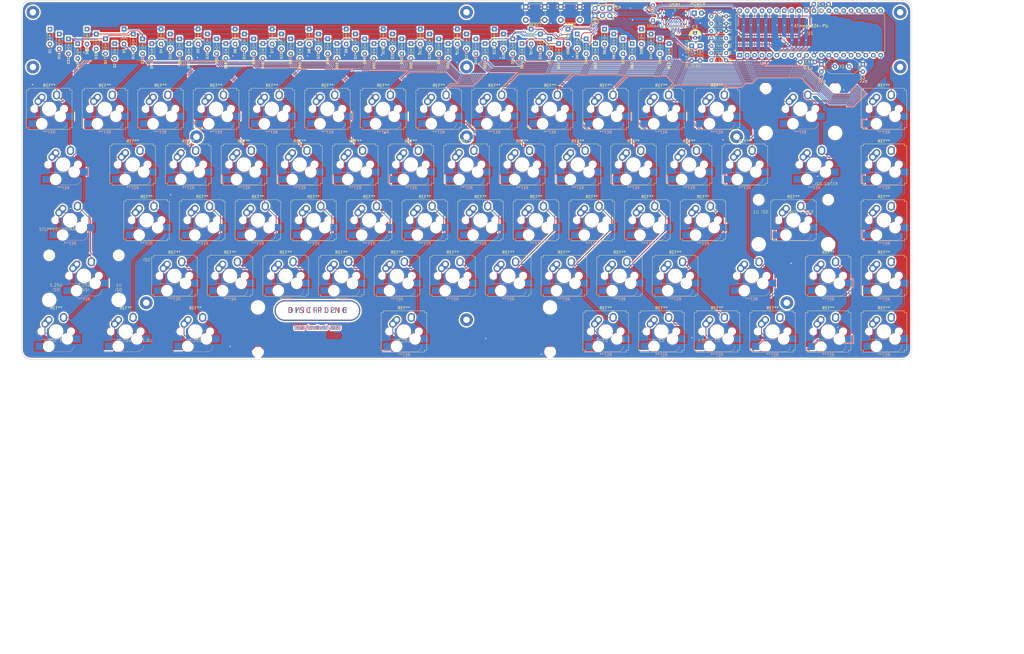
<source format=kicad_pcb>
(kicad_pcb (version 20171130) (host pcbnew 5.1.10-88a1d61d58~90~ubuntu20.04.1)
  (layers (0 F.Cu signal) (31 B.Cu signal) (34 B.Paste user) (35 F.Paste user) (36 B.SilkS user) (37 F.SilkS user) (38 B.Mask user) (39 F.Mask user) (44 Edge.Cuts user))
  (net 0 "")
  (net 1 GND)
  (net 2 VCC)
  (net 3 row0)
  (net 4 "Net-(D1-Pad2)")
  (net 5 "Net-(D2-Pad2)")
  (net 6 "Net-(D3-Pad2)")
  (net 7 "Net-(D4-Pad2)")
  (net 8 "Net-(D5-Pad2)")
  (net 9 "Net-(D6-Pad2)")
  (net 10 "Net-(D7-Pad2)")
  (net 11 "Net-(D8-Pad2)")
  (net 12 "Net-(D9-Pad2)")
  (net 13 "Net-(D10-Pad2)")
  (net 14 "Net-(D11-Pad2)")
  (net 15 "Net-(D12-Pad2)")
  (net 16 "Net-(D13-Pad2)")
  (net 17 "Net-(D14-Pad2)")
  (net 18 "Net-(D15-Pad2)")
  (net 19 row1)
  (net 20 "Net-(D16-Pad2)")
  (net 21 "Net-(D17-Pad2)")
  (net 22 "Net-(D18-Pad2)")
  (net 23 "Net-(D19-Pad2)")
  (net 24 "Net-(D20-Pad2)")
  (net 25 "Net-(D21-Pad2)")
  (net 26 "Net-(D22-Pad2)")
  (net 27 "Net-(D23-Pad2)")
  (net 28 "Net-(D24-Pad2)")
  (net 29 "Net-(D25-Pad2)")
  (net 30 "Net-(D26-Pad2)")
  (net 31 "Net-(D27-Pad2)")
  (net 32 "Net-(D28-Pad2)")
  (net 33 "Net-(D29-Pad2)")
  (net 34 "Net-(D30-Pad2)")
  (net 35 "Net-(D31-Pad2)")
  (net 36 row2)
  (net 37 "Net-(D32-Pad2)")
  (net 38 "Net-(D33-Pad2)")
  (net 39 "Net-(D34-Pad2)")
  (net 40 "Net-(D35-Pad2)")
  (net 41 "Net-(D36-Pad2)")
  (net 42 "Net-(D37-Pad2)")
  (net 43 "Net-(D38-Pad2)")
  (net 44 "Net-(D39-Pad2)")
  (net 45 "Net-(D40-Pad2)")
  (net 46 "Net-(D41-Pad2)")
  (net 47 "Net-(D42-Pad2)")
  (net 48 "Net-(D43-Pad2)")
  (net 49 "Net-(D44-Pad2)")
  (net 50 row3)
  (net 51 "Net-(D45-Pad2)")
  (net 52 "Net-(D46-Pad2)")
  (net 53 "Net-(D47-Pad2)")
  (net 54 "Net-(D48-Pad2)")
  (net 55 "Net-(D49-Pad2)")
  (net 56 "Net-(D50-Pad2)")
  (net 57 "Net-(D51-Pad2)")
  (net 58 "Net-(D52-Pad2)")
  (net 59 "Net-(D53-Pad2)")
  (net 60 "Net-(D54-Pad2)")
  (net 61 "Net-(D55-Pad2)")
  (net 62 "Net-(D56-Pad2)")
  (net 63 "Net-(D57-Pad2)")
  (net 64 "Net-(D58-Pad2)")
  (net 65 "Net-(D59-Pad2)")
  (net 66 row4)
  (net 67 "Net-(D60-Pad2)")
  (net 68 "Net-(D61-Pad2)")
  (net 69 "Net-(D62-Pad2)")
  (net 70 "Net-(D63-Pad2)")
  (net 71 "Net-(D64-Pad2)")
  (net 72 "Net-(D65-Pad2)")
  (net 73 "Net-(D66-Pad2)")
  (net 74 "Net-(D67-Pad2)")
  (net 75 col0)
  (net 76 col1)
  (net 77 col2)
  (net 78 col3)
  (net 79 col4)
  (net 80 col5)
  (net 81 col6)
  (net 82 col7)
  (net 83 col8)
  (net 84 col9)
  (net 85 col10)
  (net 86 col11)
  (net 87 col12)
  (net 88 col13)
  (net 89 col14)
  (net 90 "Net-(R1-Pad2)")
  (net 91 "Net-(D68-Pad2)")
  (net 92 "Net-(R2-Pad1)")
  (net 93 "Net-(USB1-PadB8)")
  (net 94 "Net-(USB1-PadA8)")
  (net 95 reset)
  (net 96 +5V)
  (net 97 "Net-(U1-Pad29)")
  (net 98 "Net-(U1-Pad32)")
  (net 99 "Net-(U1-Pad33)")
  (net 100 "Net-(U1-Pad14)")
  (net 101 "Net-(U1-Pad34)")
  (net 102 "Net-(U1-Pad35)")
  (net 103 D+)
  (net 104 D-)
  (net 105 "Net-(C1-Pad1)")
  (net 106 "Net-(C2-Pad1)")
  (net 107 "Net-(D69-Pad1)")
  (net 108 "Net-(D70-Pad1)")
  (net 109 MOSI)
  (net 110 SCK)
  (net 111 MISO)
  (net 112 "Net-(LED1-Pad1)")
  (net 113 boot)
  (net 114 "Net-(U1-Pad15)")
  (module bankkis_lib:MX_ALPS_HotSwap_1.5U (layer F.Cu) (at 70.64375 108.74375)
    (fp_text reference SW16)
    (fp_text value KEYSW)
    (fp_text user REF** (at -2.54 13.08 180) (layer B.SilkS) (effects (justify mirror)))
    (pad 2 thru_hole circle (at -5.04 1.08) (size 2.5 2.5) (drill 1.5) (layers *.Cu B.Mask) (net 20 "Net-(D16-Pad2)"))
    (pad "" np_thru_hole circle (at -5.08 10.16 180) (size 3 3) (drill 3) (layers *.Cu *.Mask))
    (pad 2 smd rect (at -8.382 10.16 180) (size 2.55 2.5) (layers B.Cu B.Paste B.Mask) (net 20 "Net-(D16-Pad2)"))
    (pad "" np_thru_hole circle (at 2.54 5.08) (size 1.75 1.75) (drill 1.75) (layers *.Cu *.Mask))
    (pad "" np_thru_hole circle (at -2.54 5.08) (size 4 4) (drill 4) (layers *.Cu *.Mask))
    (pad 1 smd rect (at 4.545 7.62 180) (size 2.55 2.5) (layers B.Cu B.Paste B.Mask) (net 75 col0))
    (pad "" np_thru_hole circle (at 1.27 7.62 180) (size 3 3) (drill 3) (layers *.Cu *.Mask))
    (pad 2 thru_hole oval (at -6.35 2.54 48) (size 4.46156 2.5) (drill 1.5 (offset 0.980778 0)) (layers *.Cu B.Mask) (net 20 "Net-(D16-Pad2)"))
    (pad "" np_thru_hole circle (at -7.62 5.08) (size 1.75 1.75) (drill 1.75) (layers *.Cu *.Mask))
    (pad 1 thru_hole oval (at -0.02 0.29 86) (size 3.081378 2.5) (drill oval 2.08137 1.5) (layers *.Cu B.Mask) (net 75 col0))
  )
  (module bankkis_lib:MX_ALPS_HotSwap_1.75U (layer F.Cu) (at 73.02505 127.78362)
    (fp_text reference SW31)
    (fp_text value KEYSW)
    (fp_text user REF** (at -2.54 13.08 180) (layer B.SilkS) (effects (justify mirror)))
    (pad "" np_thru_hole circle (at -2.54 5.08) (size 4 4) (drill 4) (layers *.Cu *.Mask))
    (pad 2 thru_hole oval (at -6.35 2.54 48) (size 4.46156 2.5) (drill 1.5 (offset 0.980778 0)) (layers *.Cu B.Mask) (net 35 "Net-(D31-Pad2)"))
    (pad "" np_thru_hole circle (at -7.62 5.08) (size 1.75 1.75) (drill 1.75) (layers *.Cu *.Mask))
    (pad "" np_thru_hole circle (at -5.08 10.16 180) (size 3 3) (drill 3) (layers *.Cu *.Mask))
    (pad "" np_thru_hole circle (at 1.27 7.62 180) (size 3 3) (drill 3) (layers *.Cu *.Mask))
    (pad 2 thru_hole circle (at -5.04 1.08) (size 2.5 2.5) (drill 1.5) (layers *.Cu B.Mask) (net 35 "Net-(D31-Pad2)"))
    (pad 1 smd rect (at 4.545 7.62 180) (size 2.55 2.5) (layers B.Cu B.Paste B.Mask) (net 75 col0))
    (pad 2 smd rect (at -8.382 10.16 180) (size 2.55 2.5) (layers B.Cu B.Paste B.Mask) (net 35 "Net-(D31-Pad2)"))
    (pad "" np_thru_hole circle (at 2.54 5.08) (size 1.75 1.75) (drill 1.75) (layers *.Cu *.Mask))
    (pad 1 thru_hole oval (at -0.02 0.29 86) (size 3.081378 2.5) (drill oval 2.08137 1.5) (layers *.Cu B.Mask) (net 75 col0))
  )
  (module bankkis_lib:MX_ALPS_HotSwap_2.25U (layer F.Cu) (at 77.78745 146.84375)
    (fp_text reference SW45)
    (fp_text value KEYSW)
    (fp_text user REF** (at -2.54 13.08 180) (layer B.SilkS) (effects (justify mirror)))
    (pad "" np_thru_hole circle (at -14.44 13.32) (size 4 4) (drill 4) (layers *.Cu *.Mask))
    (pad "" np_thru_hole circle (at -14.44 -1.92) (size 3.05 3.05) (drill 3.05) (layers *.Cu *.Mask))
    (pad "" np_thru_hole circle (at 9.36 -1.92) (size 3.05 3.05) (drill 3.05) (layers *.Cu *.Mask))
    (pad "" np_thru_hole circle (at 9.36 13.32) (size 4 4) (drill 4) (layers *.Cu *.Mask))
    (pad "" np_thru_hole circle (at 2.54 5.08) (size 1.75 1.75) (drill 1.75) (layers *.Cu *.Mask))
    (pad "" np_thru_hole circle (at 1.27 7.62 180) (size 3 3) (drill 3) (layers *.Cu *.Mask))
    (pad 1 thru_hole oval (at -0.02 0.29 86) (size 3.081378 2.5) (drill oval 2.08137 1.5) (layers *.Cu B.Mask) (net 75 col0))
    (pad 2 smd rect (at -8.382 10.16 180) (size 2.55 2.5) (layers B.Cu B.Paste B.Mask) (net 51 "Net-(D45-Pad2)"))
    (pad "" np_thru_hole circle (at -5.08 10.16 180) (size 3 3) (drill 3) (layers *.Cu *.Mask))
    (pad 2 thru_hole circle (at -5.04 1.08) (size 2.5 2.5) (drill 1.5) (layers *.Cu B.Mask) (net 51 "Net-(D45-Pad2)"))
    (pad "" np_thru_hole circle (at -2.54 5.08) (size 4 4) (drill 4) (layers *.Cu *.Mask))
    (pad "" np_thru_hole circle (at -7.62 5.08) (size 1.75 1.75) (drill 1.75) (layers *.Cu *.Mask))
    (pad 2 thru_hole oval (at -6.35 2.54 48) (size 4.46156 2.5) (drill 1.5 (offset 0.980778 0)) (layers *.Cu B.Mask) (net 51 "Net-(D45-Pad2)"))
    (pad 1 smd rect (at 4.545 7.62 180) (size 2.55 2.5) (layers B.Cu B.Paste B.Mask) (net 75 col0))
  )
  (module bankkis_lib:MX_ALPS_HotSwap_1.25U (layer F.Cu) (at 115.88745 165.88362)
    (fp_text reference SW61)
    (fp_text value KEYSW)
    (fp_text user REF** (at -2.54 -2.92) (layer F.SilkS))
    (pad 2 thru_hole oval (at -6.35 2.54 48) (size 4.46156 2.5) (drill 1.5 (offset 0.980778 0)) (layers *.Cu B.Mask) (net 68 "Net-(D61-Pad2)"))
    (pad 1 smd rect (at 4.545 7.62 180) (size 2.55 2.5) (layers B.Cu B.Paste B.Mask) (net 77 col2))
    (pad "" np_thru_hole circle (at 1.27 7.62 180) (size 3 3) (drill 3) (layers *.Cu *.Mask))
    (pad "" np_thru_hole circle (at -5.08 10.16 180) (size 3 3) (drill 3) (layers *.Cu *.Mask))
    (pad "" np_thru_hole circle (at -7.62 5.08) (size 1.75 1.75) (drill 1.75) (layers *.Cu *.Mask))
    (pad 1 thru_hole oval (at -0.02 0.29 86) (size 3.081378 2.5) (drill oval 2.08137 1.5) (layers *.Cu B.Mask) (net 77 col2))
    (pad 2 thru_hole circle (at -5.04 1.08) (size 2.5 2.5) (drill 1.5) (layers *.Cu B.Mask) (net 68 "Net-(D61-Pad2)"))
    (pad 2 smd rect (at -8.382 10.16 180) (size 2.55 2.5) (layers B.Cu B.Paste B.Mask) (net 68 "Net-(D61-Pad2)"))
    (pad "" np_thru_hole circle (at 2.54 5.08) (size 1.75 1.75) (drill 1.75) (layers *.Cu *.Mask))
    (pad "" np_thru_hole circle (at -2.54 5.08) (size 4 4) (drill 4) (layers *.Cu *.Mask))
  )
  (module bankkis_lib:MX_ALPS_HotSwap_1.25U (layer F.Cu) (at 92.07505 165.89375)
    (fp_text reference SW60)
    (fp_text value KEYSW)
    (fp_text user REF** (at -2.54 -2.92) (layer F.SilkS))
    (pad 2 thru_hole oval (at -6.35 2.54 48) (size 4.46156 2.5) (drill 1.5 (offset 0.980778 0)) (layers *.Cu B.Mask) (net 67 "Net-(D60-Pad2)"))
    (pad 1 smd rect (at 4.545 7.62 180) (size 2.55 2.5) (layers B.Cu B.Paste B.Mask) (net 76 col1))
    (pad "" np_thru_hole circle (at 1.27 7.62 180) (size 3 3) (drill 3) (layers *.Cu *.Mask))
    (pad "" np_thru_hole circle (at -5.08 10.16 180) (size 3 3) (drill 3) (layers *.Cu *.Mask))
    (pad "" np_thru_hole circle (at -7.62 5.08) (size 1.75 1.75) (drill 1.75) (layers *.Cu *.Mask))
    (pad 1 thru_hole oval (at -0.02 0.29 86) (size 3.081378 2.5) (drill oval 2.08137 1.5) (layers *.Cu B.Mask) (net 76 col1))
    (pad 2 thru_hole circle (at -5.04 1.08) (size 2.5 2.5) (drill 1.5) (layers *.Cu B.Mask) (net 67 "Net-(D60-Pad2)"))
    (pad 2 smd rect (at -8.382 10.16 180) (size 2.55 2.5) (layers B.Cu B.Paste B.Mask) (net 67 "Net-(D60-Pad2)"))
    (pad "" np_thru_hole circle (at 2.54 5.08) (size 1.75 1.75) (drill 1.75) (layers *.Cu *.Mask))
    (pad "" np_thru_hole circle (at -2.54 5.08) (size 4 4) (drill 4) (layers *.Cu *.Mask))
  )
  (module bankkis_lib:MX_ALPS_HotSwap_1.25U (layer F.Cu) (at 68.26245 165.88362)
    (fp_text reference SW59)
    (fp_text value KEYSW)
    (fp_text user REF** (at -2.54 -2.92) (layer F.SilkS))
    (pad 2 thru_hole oval (at -6.35 2.54 48) (size 4.46156 2.5) (drill 1.5 (offset 0.980778 0)) (layers *.Cu B.Mask) (net 65 "Net-(D59-Pad2)"))
    (pad 1 smd rect (at 4.545 7.62 180) (size 2.55 2.5) (layers B.Cu B.Paste B.Mask) (net 75 col0))
    (pad "" np_thru_hole circle (at 1.27 7.62 180) (size 3 3) (drill 3) (layers *.Cu *.Mask))
    (pad "" np_thru_hole circle (at -5.08 10.16 180) (size 3 3) (drill 3) (layers *.Cu *.Mask))
    (pad "" np_thru_hole circle (at -7.62 5.08) (size 1.75 1.75) (drill 1.75) (layers *.Cu *.Mask))
    (pad 1 thru_hole oval (at -0.02 0.29 86) (size 3.081378 2.5) (drill oval 2.08137 1.5) (layers *.Cu B.Mask) (net 75 col0))
    (pad 2 thru_hole circle (at -5.04 1.08) (size 2.5 2.5) (drill 1.5) (layers *.Cu B.Mask) (net 65 "Net-(D59-Pad2)"))
    (pad 2 smd rect (at -8.382 10.16 180) (size 2.55 2.5) (layers B.Cu B.Paste B.Mask) (net 65 "Net-(D59-Pad2)"))
    (pad "" np_thru_hole circle (at 2.54 5.08) (size 1.75 1.75) (drill 1.75) (layers *.Cu *.Mask))
    (pad "" np_thru_hole circle (at -2.54 5.08) (size 4 4) (drill 4) (layers *.Cu *.Mask))
  )
  (module bankkis_lib:MX_ALPS_HotSwap_1U (layer F.Cu) (at 351.63125 89.69375)
    (fp_text reference SW15)
    (fp_text value KEYSW)
    (fp_text user REF** (at -2.54 13.08 180) (layer B.SilkS) (effects (justify mirror)))
    (fp_text user REF** (at -2.54 -2.92) (layer F.SilkS))
    (pad "" np_thru_hole circle (at 1.27 7.62 180) (size 3 3) (drill 3) (layers *.Cu *.Mask))
    (pad "" np_thru_hole circle (at -5.08 10.16 180) (size 3 3) (drill 3) (layers *.Cu *.Mask))
    (pad 1 smd rect (at 4.545 7.62 180) (size 2.55 2.5) (layers B.Cu B.Paste B.Mask) (net 89 col14))
    (pad 2 smd rect (at -8.382 10.16 180) (size 2.55 2.5) (layers B.Cu B.Paste B.Mask) (net 18 "Net-(D15-Pad2)"))
    (pad "" np_thru_hole circle (at -2.54 5.08) (size 4 4) (drill 4) (layers *.Cu *.Mask))
    (pad 2 thru_hole circle (at -5.04 1.08) (size 2.5 2.5) (drill 1.5) (layers *.Cu *.Mask) (net 18 "Net-(D15-Pad2)"))
    (pad 1 thru_hole oval (at -0.02 0.29 86) (size 3.081378 2.5) (drill oval 2.08137 1.5) (layers *.Cu *.Mask) (net 89 col14))
    (pad "" np_thru_hole circle (at 2.54 5.08) (size 1.75 1.75) (drill 1.75) (layers *.Cu *.Mask))
    (pad "" np_thru_hole circle (at -7.62 5.08) (size 1.75 1.75) (drill 1.75) (layers *.Cu *.Mask))
    (pad 2 thru_hole oval (at -6.35 2.54 48) (size 4.46156 2.5) (drill 1.5 (offset 0.980778 0)) (layers *.Cu *.Mask) (net 18 "Net-(D15-Pad2)"))
  )
  (module bankkis_lib:MX_ALPS_HotSwap_1U (layer F.Cu) (at 351.63125 108.74375)
    (fp_text reference SW30)
    (fp_text value KEYSW)
    (fp_text user REF** (at -2.54 13.08 180) (layer B.SilkS) (effects (justify mirror)))
    (fp_text user REF** (at -2.54 -2.92) (layer F.SilkS))
    (pad "" np_thru_hole circle (at 1.27 7.62 180) (size 3 3) (drill 3) (layers *.Cu *.Mask))
    (pad "" np_thru_hole circle (at -5.08 10.16 180) (size 3 3) (drill 3) (layers *.Cu *.Mask))
    (pad 1 smd rect (at 4.545 7.62 180) (size 2.55 2.5) (layers B.Cu B.Paste B.Mask) (net 89 col14))
    (pad 2 smd rect (at -8.382 10.16 180) (size 2.55 2.5) (layers B.Cu B.Paste B.Mask) (net 34 "Net-(D30-Pad2)"))
    (pad "" np_thru_hole circle (at -2.54 5.08) (size 4 4) (drill 4) (layers *.Cu *.Mask))
    (pad 2 thru_hole circle (at -5.04 1.08) (size 2.5 2.5) (drill 1.5) (layers *.Cu *.Mask) (net 34 "Net-(D30-Pad2)"))
    (pad 1 thru_hole oval (at -0.02 0.29 86) (size 3.081378 2.5) (drill oval 2.08137 1.5) (layers *.Cu *.Mask) (net 89 col14))
    (pad "" np_thru_hole circle (at 2.54 5.08) (size 1.75 1.75) (drill 1.75) (layers *.Cu *.Mask))
    (pad "" np_thru_hole circle (at -7.62 5.08) (size 1.75 1.75) (drill 1.75) (layers *.Cu *.Mask))
    (pad 2 thru_hole oval (at -6.35 2.54 48) (size 4.46156 2.5) (drill 1.5 (offset 0.980778 0)) (layers *.Cu *.Mask) (net 34 "Net-(D30-Pad2)"))
  )
  (module bankkis_lib:MX_ALPS_HotSwap_1U (layer F.Cu) (at 351.63125 127.79375)
    (fp_text reference SW44)
    (fp_text value KEYSW)
    (fp_text user REF** (at -2.54 13.08 180) (layer B.SilkS) (effects (justify mirror)))
    (fp_text user REF** (at -2.54 -2.92) (layer F.SilkS))
    (pad "" np_thru_hole circle (at 1.27 7.62 180) (size 3 3) (drill 3) (layers *.Cu *.Mask))
    (pad "" np_thru_hole circle (at -5.08 10.16 180) (size 3 3) (drill 3) (layers *.Cu *.Mask))
    (pad 1 smd rect (at 4.545 7.62 180) (size 2.55 2.5) (layers B.Cu B.Paste B.Mask) (net 89 col14))
    (pad 2 smd rect (at -8.382 10.16 180) (size 2.55 2.5) (layers B.Cu B.Paste B.Mask) (net 49 "Net-(D44-Pad2)"))
    (pad "" np_thru_hole circle (at -2.54 5.08) (size 4 4) (drill 4) (layers *.Cu *.Mask))
    (pad 2 thru_hole circle (at -5.04 1.08) (size 2.5 2.5) (drill 1.5) (layers *.Cu *.Mask) (net 49 "Net-(D44-Pad2)"))
    (pad 1 thru_hole oval (at -0.02 0.29 86) (size 3.081378 2.5) (drill oval 2.08137 1.5) (layers *.Cu *.Mask) (net 89 col14))
    (pad "" np_thru_hole circle (at 2.54 5.08) (size 1.75 1.75) (drill 1.75) (layers *.Cu *.Mask))
    (pad "" np_thru_hole circle (at -7.62 5.08) (size 1.75 1.75) (drill 1.75) (layers *.Cu *.Mask))
    (pad 2 thru_hole oval (at -6.35 2.54 48) (size 4.46156 2.5) (drill 1.5 (offset 0.980778 0)) (layers *.Cu *.Mask) (net 49 "Net-(D44-Pad2)"))
  )
  (module bankkis_lib:MX_ALPS_HotSwap_1U (layer F.Cu) (at 351.63125 146.84375)
    (fp_text reference SW58)
    (fp_text value KEYSW)
    (fp_text user REF** (at -2.54 13.08 180) (layer B.SilkS) (effects (justify mirror)))
    (fp_text user REF** (at -2.54 -2.92) (layer F.SilkS))
    (pad "" np_thru_hole circle (at 1.27 7.62 180) (size 3 3) (drill 3) (layers *.Cu *.Mask))
    (pad "" np_thru_hole circle (at -5.08 10.16 180) (size 3 3) (drill 3) (layers *.Cu *.Mask))
    (pad 1 smd rect (at 4.545 7.62 180) (size 2.55 2.5) (layers B.Cu B.Paste B.Mask) (net 89 col14))
    (pad 2 smd rect (at -8.382 10.16 180) (size 2.55 2.5) (layers B.Cu B.Paste B.Mask) (net 64 "Net-(D58-Pad2)"))
    (pad "" np_thru_hole circle (at -2.54 5.08) (size 4 4) (drill 4) (layers *.Cu *.Mask))
    (pad 2 thru_hole circle (at -5.04 1.08) (size 2.5 2.5) (drill 1.5) (layers *.Cu *.Mask) (net 64 "Net-(D58-Pad2)"))
    (pad 1 thru_hole oval (at -0.02 0.29 86) (size 3.081378 2.5) (drill oval 2.08137 1.5) (layers *.Cu *.Mask) (net 89 col14))
    (pad "" np_thru_hole circle (at 2.54 5.08) (size 1.75 1.75) (drill 1.75) (layers *.Cu *.Mask))
    (pad "" np_thru_hole circle (at -7.62 5.08) (size 1.75 1.75) (drill 1.75) (layers *.Cu *.Mask))
    (pad 2 thru_hole oval (at -6.35 2.54 48) (size 4.46156 2.5) (drill 1.5 (offset 0.980778 0)) (layers *.Cu *.Mask) (net 64 "Net-(D58-Pad2)"))
  )
  (module bankkis_lib:MX_ALPS_HotSwap_1U (layer F.Cu) (at 351.63125 165.89375)
    (fp_text reference SW67)
    (fp_text value KEYSW)
    (fp_text user REF** (at -2.54 13.08 180) (layer B.SilkS) (effects (justify mirror)))
    (fp_text user REF** (at -2.54 -2.92) (layer F.SilkS))
    (pad "" np_thru_hole circle (at 1.27 7.62 180) (size 3 3) (drill 3) (layers *.Cu *.Mask))
    (pad "" np_thru_hole circle (at -5.08 10.16 180) (size 3 3) (drill 3) (layers *.Cu *.Mask))
    (pad 1 smd rect (at 4.545 7.62 180) (size 2.55 2.5) (layers B.Cu B.Paste B.Mask) (net 89 col14))
    (pad 2 smd rect (at -8.382 10.16 180) (size 2.55 2.5) (layers B.Cu B.Paste B.Mask) (net 74 "Net-(D67-Pad2)"))
    (pad "" np_thru_hole circle (at -2.54 5.08) (size 4 4) (drill 4) (layers *.Cu *.Mask))
    (pad 2 thru_hole circle (at -5.04 1.08) (size 2.5 2.5) (drill 1.5) (layers *.Cu *.Mask) (net 74 "Net-(D67-Pad2)"))
    (pad 1 thru_hole oval (at -0.02 0.29 86) (size 3.081378 2.5) (drill oval 2.08137 1.5) (layers *.Cu *.Mask) (net 89 col14))
    (pad "" np_thru_hole circle (at 2.54 5.08) (size 1.75 1.75) (drill 1.75) (layers *.Cu *.Mask))
    (pad "" np_thru_hole circle (at -7.62 5.08) (size 1.75 1.75) (drill 1.75) (layers *.Cu *.Mask))
    (pad 2 thru_hole oval (at -6.35 2.54 48) (size 4.46156 2.5) (drill 1.5 (offset 0.980778 0)) (layers *.Cu *.Mask) (net 74 "Net-(D67-Pad2)"))
  )
  (module bankkis_lib:MX_ALPS_HotSwap_1U (layer F.Cu) (at 332.58125 146.84375)
    (fp_text reference SW57)
    (fp_text value KEYSW)
    (fp_text user REF** (at -2.54 13.08 180) (layer B.SilkS) (effects (justify mirror)))
    (fp_text user REF** (at -2.54 -2.92) (layer F.SilkS))
    (pad "" np_thru_hole circle (at 1.27 7.62 180) (size 3 3) (drill 3) (layers *.Cu *.Mask))
    (pad "" np_thru_hole circle (at -5.08 10.16 180) (size 3 3) (drill 3) (layers *.Cu *.Mask))
    (pad 1 smd rect (at 4.545 7.62 180) (size 2.55 2.5) (layers B.Cu B.Paste B.Mask) (net 88 col13))
    (pad 2 smd rect (at -8.382 10.16 180) (size 2.55 2.5) (layers B.Cu B.Paste B.Mask) (net 63 "Net-(D57-Pad2)"))
    (pad "" np_thru_hole circle (at -2.54 5.08) (size 4 4) (drill 4) (layers *.Cu *.Mask))
    (pad 2 thru_hole circle (at -5.04 1.08) (size 2.5 2.5) (drill 1.5) (layers *.Cu *.Mask) (net 63 "Net-(D57-Pad2)"))
    (pad 1 thru_hole oval (at -0.02 0.29 86) (size 3.081378 2.5) (drill oval 2.08137 1.5) (layers *.Cu *.Mask) (net 88 col13))
    (pad "" np_thru_hole circle (at 2.54 5.08) (size 1.75 1.75) (drill 1.75) (layers *.Cu *.Mask))
    (pad "" np_thru_hole circle (at -7.62 5.08) (size 1.75 1.75) (drill 1.75) (layers *.Cu *.Mask))
    (pad 2 thru_hole oval (at -6.35 2.54 48) (size 4.46156 2.5) (drill 1.5 (offset 0.980778 0)) (layers *.Cu *.Mask) (net 63 "Net-(D57-Pad2)"))
  )
  (module bankkis_lib:MX_ALPS_HotSwap_1U (layer F.Cu) (at 304.00625 108.74375)
    (fp_text reference SW28)
    (fp_text value KEYSW)
    (fp_text user REF** (at -2.54 13.08 180) (layer B.SilkS) (effects (justify mirror)))
    (fp_text user REF** (at -2.54 -2.92) (layer F.SilkS))
    (pad "" np_thru_hole circle (at 1.27 7.62 180) (size 3 3) (drill 3) (layers *.Cu *.Mask))
    (pad "" np_thru_hole circle (at -5.08 10.16 180) (size 3 3) (drill 3) (layers *.Cu *.Mask))
    (pad 1 smd rect (at 4.545 7.62 180) (size 2.55 2.5) (layers B.Cu B.Paste B.Mask) (net 87 col12))
    (pad 2 smd rect (at -8.382 10.16 180) (size 2.55 2.5) (layers B.Cu B.Paste B.Mask) (net 32 "Net-(D28-Pad2)"))
    (pad "" np_thru_hole circle (at -2.54 5.08) (size 4 4) (drill 4) (layers *.Cu *.Mask))
    (pad 2 thru_hole circle (at -5.04 1.08) (size 2.5 2.5) (drill 1.5) (layers *.Cu *.Mask) (net 32 "Net-(D28-Pad2)"))
    (pad 1 thru_hole oval (at -0.02 0.29 86) (size 3.081378 2.5) (drill oval 2.08137 1.5) (layers *.Cu *.Mask) (net 87 col12))
    (pad "" np_thru_hole circle (at 2.54 5.08) (size 1.75 1.75) (drill 1.75) (layers *.Cu *.Mask))
    (pad "" np_thru_hole circle (at -7.62 5.08) (size 1.75 1.75) (drill 1.75) (layers *.Cu *.Mask))
    (pad 2 thru_hole oval (at -6.35 2.54 48) (size 4.46156 2.5) (drill 1.5 (offset 0.980778 0)) (layers *.Cu *.Mask) (net 32 "Net-(D28-Pad2)"))
  )
  (module bankkis_lib:MX_ALPS_HotSwap_1U (layer F.Cu) (at 294.48125 89.69375)
    (fp_text reference SW13)
    (fp_text value KEYSW)
    (fp_text user REF** (at -2.54 13.08 180) (layer B.SilkS) (effects (justify mirror)))
    (fp_text user REF** (at -2.54 -2.92) (layer F.SilkS))
    (pad "" np_thru_hole circle (at 1.27 7.62 180) (size 3 3) (drill 3) (layers *.Cu *.Mask))
    (pad "" np_thru_hole circle (at -5.08 10.16 180) (size 3 3) (drill 3) (layers *.Cu *.Mask))
    (pad 1 smd rect (at 4.545 7.62 180) (size 2.55 2.5) (layers B.Cu B.Paste B.Mask) (net 87 col12))
    (pad 2 smd rect (at -8.382 10.16 180) (size 2.55 2.5) (layers B.Cu B.Paste B.Mask) (net 16 "Net-(D13-Pad2)"))
    (pad "" np_thru_hole circle (at -2.54 5.08) (size 4 4) (drill 4) (layers *.Cu *.Mask))
    (pad 2 thru_hole circle (at -5.04 1.08) (size 2.5 2.5) (drill 1.5) (layers *.Cu *.Mask) (net 16 "Net-(D13-Pad2)"))
    (pad 1 thru_hole oval (at -0.02 0.29 86) (size 3.081378 2.5) (drill oval 2.08137 1.5) (layers *.Cu *.Mask) (net 87 col12))
    (pad "" np_thru_hole circle (at 2.54 5.08) (size 1.75 1.75) (drill 1.75) (layers *.Cu *.Mask))
    (pad "" np_thru_hole circle (at -7.62 5.08) (size 1.75 1.75) (drill 1.75) (layers *.Cu *.Mask))
    (pad 2 thru_hole oval (at -6.35 2.54 48) (size 4.46156 2.5) (drill 1.5 (offset 0.980778 0)) (layers *.Cu *.Mask) (net 16 "Net-(D13-Pad2)"))
  )
  (module bankkis_lib:MX_ALPS_HotSwap_1U (layer F.Cu) (at 280.19425 146.84375)
    (fp_text reference SW55)
    (fp_text value KEYSW)
    (fp_text user REF** (at -2.54 13.08 180) (layer B.SilkS) (effects (justify mirror)))
    (fp_text user REF** (at -2.54 -2.92) (layer F.SilkS))
    (pad "" np_thru_hole circle (at 1.27 7.62 180) (size 3 3) (drill 3) (layers *.Cu *.Mask))
    (pad "" np_thru_hole circle (at -5.08 10.16 180) (size 3 3) (drill 3) (layers *.Cu *.Mask))
    (pad 1 smd rect (at 4.545 7.62 180) (size 2.55 2.5) (layers B.Cu B.Paste B.Mask) (net 86 col11))
    (pad 2 smd rect (at -8.382 10.16 180) (size 2.55 2.5) (layers B.Cu B.Paste B.Mask) (net 61 "Net-(D55-Pad2)"))
    (pad "" np_thru_hole circle (at -2.54 5.08) (size 4 4) (drill 4) (layers *.Cu *.Mask))
    (pad 2 thru_hole circle (at -5.04 1.08) (size 2.5 2.5) (drill 1.5) (layers *.Cu *.Mask) (net 61 "Net-(D55-Pad2)"))
    (pad 1 thru_hole oval (at -0.02 0.29 86) (size 3.081378 2.5) (drill oval 2.08137 1.5) (layers *.Cu *.Mask) (net 86 col11))
    (pad "" np_thru_hole circle (at 2.54 5.08) (size 1.75 1.75) (drill 1.75) (layers *.Cu *.Mask))
    (pad "" np_thru_hole circle (at -7.62 5.08) (size 1.75 1.75) (drill 1.75) (layers *.Cu *.Mask))
    (pad 2 thru_hole oval (at -6.35 2.54 48) (size 4.46156 2.5) (drill 1.5 (offset 0.980778 0)) (layers *.Cu *.Mask) (net 61 "Net-(D55-Pad2)"))
  )
  (module bankkis_lib:MX_ALPS_HotSwap_1U (layer F.Cu) (at 289.71825 127.79375)
    (fp_text reference SW42)
    (fp_text value KEYSW)
    (fp_text user REF** (at -2.54 13.08 180) (layer B.SilkS) (effects (justify mirror)))
    (fp_text user REF** (at -2.54 -2.92) (layer F.SilkS))
    (pad "" np_thru_hole circle (at 1.27 7.62 180) (size 3 3) (drill 3) (layers *.Cu *.Mask))
    (pad "" np_thru_hole circle (at -5.08 10.16 180) (size 3 3) (drill 3) (layers *.Cu *.Mask))
    (pad 1 smd rect (at 4.545 7.62 180) (size 2.55 2.5) (layers B.Cu B.Paste B.Mask) (net 86 col11))
    (pad 2 smd rect (at -8.382 10.16 180) (size 2.55 2.5) (layers B.Cu B.Paste B.Mask) (net 47 "Net-(D42-Pad2)"))
    (pad "" np_thru_hole circle (at -2.54 5.08) (size 4 4) (drill 4) (layers *.Cu *.Mask))
    (pad 2 thru_hole circle (at -5.04 1.08) (size 2.5 2.5) (drill 1.5) (layers *.Cu *.Mask) (net 47 "Net-(D42-Pad2)"))
    (pad 1 thru_hole oval (at -0.02 0.29 86) (size 3.081378 2.5) (drill oval 2.08137 1.5) (layers *.Cu *.Mask) (net 86 col11))
    (pad "" np_thru_hole circle (at 2.54 5.08) (size 1.75 1.75) (drill 1.75) (layers *.Cu *.Mask))
    (pad "" np_thru_hole circle (at -7.62 5.08) (size 1.75 1.75) (drill 1.75) (layers *.Cu *.Mask))
    (pad 2 thru_hole oval (at -6.35 2.54 48) (size 4.46156 2.5) (drill 1.5 (offset 0.980778 0)) (layers *.Cu *.Mask) (net 47 "Net-(D42-Pad2)"))
  )
  (module bankkis_lib:MX_ALPS_HotSwap_1U (layer F.Cu) (at 284.95625 108.74375)
    (fp_text reference SW27)
    (fp_text value KEYSW)
    (fp_text user REF** (at -2.54 13.08 180) (layer B.SilkS) (effects (justify mirror)))
    (fp_text user REF** (at -2.54 -2.92) (layer F.SilkS))
    (pad "" np_thru_hole circle (at 1.27 7.62 180) (size 3 3) (drill 3) (layers *.Cu *.Mask))
    (pad "" np_thru_hole circle (at -5.08 10.16 180) (size 3 3) (drill 3) (layers *.Cu *.Mask))
    (pad 1 smd rect (at 4.545 7.62 180) (size 2.55 2.5) (layers B.Cu B.Paste B.Mask) (net 86 col11))
    (pad 2 smd rect (at -8.382 10.16 180) (size 2.55 2.5) (layers B.Cu B.Paste B.Mask) (net 31 "Net-(D27-Pad2)"))
    (pad "" np_thru_hole circle (at -2.54 5.08) (size 4 4) (drill 4) (layers *.Cu *.Mask))
    (pad 2 thru_hole circle (at -5.04 1.08) (size 2.5 2.5) (drill 1.5) (layers *.Cu *.Mask) (net 31 "Net-(D27-Pad2)"))
    (pad 1 thru_hole oval (at -0.02 0.29 86) (size 3.081378 2.5) (drill oval 2.08137 1.5) (layers *.Cu *.Mask) (net 86 col11))
    (pad "" np_thru_hole circle (at 2.54 5.08) (size 1.75 1.75) (drill 1.75) (layers *.Cu *.Mask))
    (pad "" np_thru_hole circle (at -7.62 5.08) (size 1.75 1.75) (drill 1.75) (layers *.Cu *.Mask))
    (pad 2 thru_hole oval (at -6.35 2.54 48) (size 4.46156 2.5) (drill 1.5 (offset 0.980778 0)) (layers *.Cu *.Mask) (net 31 "Net-(D27-Pad2)"))
  )
  (module bankkis_lib:MX_ALPS_HotSwap_1U (layer F.Cu) (at 275.43125 89.69375)
    (fp_text reference SW12)
    (fp_text value KEYSW)
    (fp_text user REF** (at -2.54 13.08 180) (layer B.SilkS) (effects (justify mirror)))
    (fp_text user REF** (at -2.54 -2.92) (layer F.SilkS))
    (pad "" np_thru_hole circle (at 1.27 7.62 180) (size 3 3) (drill 3) (layers *.Cu *.Mask))
    (pad "" np_thru_hole circle (at -5.08 10.16 180) (size 3 3) (drill 3) (layers *.Cu *.Mask))
    (pad 1 smd rect (at 4.545 7.62 180) (size 2.55 2.5) (layers B.Cu B.Paste B.Mask) (net 86 col11))
    (pad 2 smd rect (at -8.382 10.16 180) (size 2.55 2.5) (layers B.Cu B.Paste B.Mask) (net 15 "Net-(D12-Pad2)"))
    (pad "" np_thru_hole circle (at -2.54 5.08) (size 4 4) (drill 4) (layers *.Cu *.Mask))
    (pad 2 thru_hole circle (at -5.04 1.08) (size 2.5 2.5) (drill 1.5) (layers *.Cu *.Mask) (net 15 "Net-(D12-Pad2)"))
    (pad 1 thru_hole oval (at -0.02 0.29 86) (size 3.081378 2.5) (drill oval 2.08137 1.5) (layers *.Cu *.Mask) (net 86 col11))
    (pad "" np_thru_hole circle (at 2.54 5.08) (size 1.75 1.75) (drill 1.75) (layers *.Cu *.Mask))
    (pad "" np_thru_hole circle (at -7.62 5.08) (size 1.75 1.75) (drill 1.75) (layers *.Cu *.Mask))
    (pad 2 thru_hole oval (at -6.35 2.54 48) (size 4.46156 2.5) (drill 1.5 (offset 0.980778 0)) (layers *.Cu *.Mask) (net 15 "Net-(D12-Pad2)"))
  )
  (module bankkis_lib:MX_ALPS_HotSwap_1U (layer F.Cu) (at 261.14425 146.84375)
    (fp_text reference SW54)
    (fp_text value KEYSW)
    (fp_text user REF** (at -2.54 13.08 180) (layer B.SilkS) (effects (justify mirror)))
    (fp_text user REF** (at -2.54 -2.92) (layer F.SilkS))
    (pad "" np_thru_hole circle (at 1.27 7.62 180) (size 3 3) (drill 3) (layers *.Cu *.Mask))
    (pad "" np_thru_hole circle (at -5.08 10.16 180) (size 3 3) (drill 3) (layers *.Cu *.Mask))
    (pad 1 smd rect (at 4.545 7.62 180) (size 2.55 2.5) (layers B.Cu B.Paste B.Mask) (net 85 col10))
    (pad 2 smd rect (at -8.382 10.16 180) (size 2.55 2.5) (layers B.Cu B.Paste B.Mask) (net 60 "Net-(D54-Pad2)"))
    (pad "" np_thru_hole circle (at -2.54 5.08) (size 4 4) (drill 4) (layers *.Cu *.Mask))
    (pad 2 thru_hole circle (at -5.04 1.08) (size 2.5 2.5) (drill 1.5) (layers *.Cu *.Mask) (net 60 "Net-(D54-Pad2)"))
    (pad 1 thru_hole oval (at -0.02 0.29 86) (size 3.081378 2.5) (drill oval 2.08137 1.5) (layers *.Cu *.Mask) (net 85 col10))
    (pad "" np_thru_hole circle (at 2.54 5.08) (size 1.75 1.75) (drill 1.75) (layers *.Cu *.Mask))
    (pad "" np_thru_hole circle (at -7.62 5.08) (size 1.75 1.75) (drill 1.75) (layers *.Cu *.Mask))
    (pad 2 thru_hole oval (at -6.35 2.54 48) (size 4.46156 2.5) (drill 1.5 (offset 0.980778 0)) (layers *.Cu *.Mask) (net 60 "Net-(D54-Pad2)"))
  )
  (module bankkis_lib:MX_ALPS_HotSwap_1U (layer F.Cu) (at 270.66825 127.79375)
    (fp_text reference SW41)
    (fp_text value KEYSW)
    (fp_text user REF** (at -2.54 13.08 180) (layer B.SilkS) (effects (justify mirror)))
    (fp_text user REF** (at -2.54 -2.92) (layer F.SilkS))
    (pad "" np_thru_hole circle (at 1.27 7.62 180) (size 3 3) (drill 3) (layers *.Cu *.Mask))
    (pad "" np_thru_hole circle (at -5.08 10.16 180) (size 3 3) (drill 3) (layers *.Cu *.Mask))
    (pad 1 smd rect (at 4.545 7.62 180) (size 2.55 2.5) (layers B.Cu B.Paste B.Mask) (net 85 col10))
    (pad 2 smd rect (at -8.382 10.16 180) (size 2.55 2.5) (layers B.Cu B.Paste B.Mask) (net 46 "Net-(D41-Pad2)"))
    (pad "" np_thru_hole circle (at -2.54 5.08) (size 4 4) (drill 4) (layers *.Cu *.Mask))
    (pad 2 thru_hole circle (at -5.04 1.08) (size 2.5 2.5) (drill 1.5) (layers *.Cu *.Mask) (net 46 "Net-(D41-Pad2)"))
    (pad 1 thru_hole oval (at -0.02 0.29 86) (size 3.081378 2.5) (drill oval 2.08137 1.5) (layers *.Cu *.Mask) (net 85 col10))
    (pad "" np_thru_hole circle (at 2.54 5.08) (size 1.75 1.75) (drill 1.75) (layers *.Cu *.Mask))
    (pad "" np_thru_hole circle (at -7.62 5.08) (size 1.75 1.75) (drill 1.75) (layers *.Cu *.Mask))
    (pad 2 thru_hole oval (at -6.35 2.54 48) (size 4.46156 2.5) (drill 1.5 (offset 0.980778 0)) (layers *.Cu *.Mask) (net 46 "Net-(D41-Pad2)"))
  )
  (module bankkis_lib:MX_ALPS_HotSwap_1U (layer F.Cu) (at 265.90625 108.74375)
    (fp_text reference SW26)
    (fp_text value KEYSW)
    (fp_text user REF** (at -2.54 13.08 180) (layer B.SilkS) (effects (justify mirror)))
    (fp_text user REF** (at -2.54 -2.92) (layer F.SilkS))
    (pad "" np_thru_hole circle (at 1.27 7.62 180) (size 3 3) (drill 3) (layers *.Cu *.Mask))
    (pad "" np_thru_hole circle (at -5.08 10.16 180) (size 3 3) (drill 3) (layers *.Cu *.Mask))
    (pad 1 smd rect (at 4.545 7.62 180) (size 2.55 2.5) (layers B.Cu B.Paste B.Mask) (net 85 col10))
    (pad 2 smd rect (at -8.382 10.16 180) (size 2.55 2.5) (layers B.Cu B.Paste B.Mask) (net 30 "Net-(D26-Pad2)"))
    (pad "" np_thru_hole circle (at -2.54 5.08) (size 4 4) (drill 4) (layers *.Cu *.Mask))
    (pad 2 thru_hole circle (at -5.04 1.08) (size 2.5 2.5) (drill 1.5) (layers *.Cu *.Mask) (net 30 "Net-(D26-Pad2)"))
    (pad 1 thru_hole oval (at -0.02 0.29 86) (size 3.081378 2.5) (drill oval 2.08137 1.5) (layers *.Cu *.Mask) (net 85 col10))
    (pad "" np_thru_hole circle (at 2.54 5.08) (size 1.75 1.75) (drill 1.75) (layers *.Cu *.Mask))
    (pad "" np_thru_hole circle (at -7.62 5.08) (size 1.75 1.75) (drill 1.75) (layers *.Cu *.Mask))
    (pad 2 thru_hole oval (at -6.35 2.54 48) (size 4.46156 2.5) (drill 1.5 (offset 0.980778 0)) (layers *.Cu *.Mask) (net 30 "Net-(D26-Pad2)"))
  )
  (module bankkis_lib:MX_ALPS_HotSwap_1U (layer F.Cu) (at 256.38125 89.69375)
    (fp_text reference SW11)
    (fp_text value KEYSW)
    (fp_text user REF** (at -2.54 13.08 180) (layer B.SilkS) (effects (justify mirror)))
    (fp_text user REF** (at -2.54 -2.92) (layer F.SilkS))
    (pad "" np_thru_hole circle (at 1.27 7.62 180) (size 3 3) (drill 3) (layers *.Cu *.Mask))
    (pad "" np_thru_hole circle (at -5.08 10.16 180) (size 3 3) (drill 3) (layers *.Cu *.Mask))
    (pad 1 smd rect (at 4.545 7.62 180) (size 2.55 2.5) (layers B.Cu B.Paste B.Mask) (net 85 col10))
    (pad 2 smd rect (at -8.382 10.16 180) (size 2.55 2.5) (layers B.Cu B.Paste B.Mask) (net 14 "Net-(D11-Pad2)"))
    (pad "" np_thru_hole circle (at -2.54 5.08) (size 4 4) (drill 4) (layers *.Cu *.Mask))
    (pad 2 thru_hole circle (at -5.04 1.08) (size 2.5 2.5) (drill 1.5) (layers *.Cu *.Mask) (net 14 "Net-(D11-Pad2)"))
    (pad 1 thru_hole oval (at -0.02 0.29 86) (size 3.081378 2.5) (drill oval 2.08137 1.5) (layers *.Cu *.Mask) (net 85 col10))
    (pad "" np_thru_hole circle (at 2.54 5.08) (size 1.75 1.75) (drill 1.75) (layers *.Cu *.Mask))
    (pad "" np_thru_hole circle (at -7.62 5.08) (size 1.75 1.75) (drill 1.75) (layers *.Cu *.Mask))
    (pad 2 thru_hole oval (at -6.35 2.54 48) (size 4.46156 2.5) (drill 1.5 (offset 0.980778 0)) (layers *.Cu *.Mask) (net 14 "Net-(D11-Pad2)"))
  )
  (module bankkis_lib:MX_ALPS_HotSwap_1U (layer F.Cu) (at 242.09425 146.84375)
    (fp_text reference SW53)
    (fp_text value KEYSW)
    (fp_text user REF** (at -2.54 13.08 180) (layer B.SilkS) (effects (justify mirror)))
    (fp_text user REF** (at -2.54 -2.92) (layer F.SilkS))
    (pad "" np_thru_hole circle (at 1.27 7.62 180) (size 3 3) (drill 3) (layers *.Cu *.Mask))
    (pad "" np_thru_hole circle (at -5.08 10.16 180) (size 3 3) (drill 3) (layers *.Cu *.Mask))
    (pad 1 smd rect (at 4.545 7.62 180) (size 2.55 2.5) (layers B.Cu B.Paste B.Mask) (net 84 col9))
    (pad 2 smd rect (at -8.382 10.16 180) (size 2.55 2.5) (layers B.Cu B.Paste B.Mask) (net 59 "Net-(D53-Pad2)"))
    (pad "" np_thru_hole circle (at -2.54 5.08) (size 4 4) (drill 4) (layers *.Cu *.Mask))
    (pad 2 thru_hole circle (at -5.04 1.08) (size 2.5 2.5) (drill 1.5) (layers *.Cu *.Mask) (net 59 "Net-(D53-Pad2)"))
    (pad 1 thru_hole oval (at -0.02 0.29 86) (size 3.081378 2.5) (drill oval 2.08137 1.5) (layers *.Cu *.Mask) (net 84 col9))
    (pad "" np_thru_hole circle (at 2.54 5.08) (size 1.75 1.75) (drill 1.75) (layers *.Cu *.Mask))
    (pad "" np_thru_hole circle (at -7.62 5.08) (size 1.75 1.75) (drill 1.75) (layers *.Cu *.Mask))
    (pad 2 thru_hole oval (at -6.35 2.54 48) (size 4.46156 2.5) (drill 1.5 (offset 0.980778 0)) (layers *.Cu *.Mask) (net 59 "Net-(D53-Pad2)"))
  )
  (module bankkis_lib:MX_ALPS_HotSwap_1U (layer F.Cu) (at 294.521528 165.88362)
    (fp_text reference SW68)
    (fp_text value KEYSW)
    (fp_text user REF** (at -2.54 13.08 180) (layer B.SilkS) (effects (justify mirror)))
    (fp_text user REF** (at -2.54 -2.92) (layer F.SilkS))
    (pad "" np_thru_hole circle (at 1.27 7.62 180) (size 3 3) (drill 3) (layers *.Cu *.Mask))
    (pad "" np_thru_hole circle (at -5.08 10.16 180) (size 3 3) (drill 3) (layers *.Cu *.Mask))
    (pad 1 smd rect (at 4.545 7.62 180) (size 2.55 2.5) (layers B.Cu B.Paste B.Mask) (net 86 col11))
    (pad 2 smd rect (at -8.382 10.16 180) (size 2.55 2.5) (layers B.Cu B.Paste B.Mask) (net 91 "Net-(D68-Pad2)"))
    (pad "" np_thru_hole circle (at -2.54 5.08) (size 4 4) (drill 4) (layers *.Cu *.Mask))
    (pad 2 thru_hole circle (at -5.04 1.08) (size 2.5 2.5) (drill 1.5) (layers *.Cu *.Mask) (net 91 "Net-(D68-Pad2)"))
    (pad 1 thru_hole oval (at -0.02 0.29 86) (size 3.081378 2.5) (drill oval 2.08137 1.5) (layers *.Cu *.Mask) (net 86 col11))
    (pad "" np_thru_hole circle (at 2.54 5.08) (size 1.75 1.75) (drill 1.75) (layers *.Cu *.Mask))
    (pad "" np_thru_hole circle (at -7.62 5.08) (size 1.75 1.75) (drill 1.75) (layers *.Cu *.Mask))
    (pad 2 thru_hole oval (at -6.35 2.54 48) (size 4.46156 2.5) (drill 1.5 (offset 0.980778 0)) (layers *.Cu *.Mask) (net 91 "Net-(D68-Pad2)"))
  )
  (module bankkis_lib:MX_ALPS_HotSwap_1U (layer F.Cu) (at 332.58125 165.89375)
    (fp_text reference SW66)
    (fp_text value KEYSW)
    (fp_text user REF** (at -2.54 13.08 180) (layer B.SilkS) (effects (justify mirror)))
    (fp_text user REF** (at -2.54 -2.92) (layer F.SilkS))
    (pad "" np_thru_hole circle (at 1.27 7.62 180) (size 3 3) (drill 3) (layers *.Cu *.Mask))
    (pad "" np_thru_hole circle (at -5.08 10.16 180) (size 3 3) (drill 3) (layers *.Cu *.Mask))
    (pad 1 smd rect (at 4.545 7.62 180) (size 2.55 2.5) (layers B.Cu B.Paste B.Mask) (net 88 col13))
    (pad 2 smd rect (at -8.382 10.16 180) (size 2.55 2.5) (layers B.Cu B.Paste B.Mask) (net 73 "Net-(D66-Pad2)"))
    (pad "" np_thru_hole circle (at -2.54 5.08) (size 4 4) (drill 4) (layers *.Cu *.Mask))
    (pad 2 thru_hole circle (at -5.04 1.08) (size 2.5 2.5) (drill 1.5) (layers *.Cu *.Mask) (net 73 "Net-(D66-Pad2)"))
    (pad 1 thru_hole oval (at -0.02 0.29 86) (size 3.081378 2.5) (drill oval 2.08137 1.5) (layers *.Cu *.Mask) (net 88 col13))
    (pad "" np_thru_hole circle (at 2.54 5.08) (size 1.75 1.75) (drill 1.75) (layers *.Cu *.Mask))
    (pad "" np_thru_hole circle (at -7.62 5.08) (size 1.75 1.75) (drill 1.75) (layers *.Cu *.Mask))
    (pad 2 thru_hole oval (at -6.35 2.54 48) (size 4.46156 2.5) (drill 1.5 (offset 0.980778 0)) (layers *.Cu *.Mask) (net 73 "Net-(D66-Pad2)"))
  )
  (module bankkis_lib:MX_ALPS_HotSwap_1U (layer F.Cu) (at 313.53125 165.89375)
    (fp_text reference SW65)
    (fp_text value KEYSW)
    (fp_text user REF** (at -2.54 13.08 180) (layer B.SilkS) (effects (justify mirror)))
    (fp_text user REF** (at -2.54 -2.92) (layer F.SilkS))
    (pad "" np_thru_hole circle (at 1.27 7.62 180) (size 3 3) (drill 3) (layers *.Cu *.Mask))
    (pad "" np_thru_hole circle (at -5.08 10.16 180) (size 3 3) (drill 3) (layers *.Cu *.Mask))
    (pad 1 smd rect (at 4.545 7.62 180) (size 2.55 2.5) (layers B.Cu B.Paste B.Mask) (net 87 col12))
    (pad 2 smd rect (at -8.382 10.16 180) (size 2.55 2.5) (layers B.Cu B.Paste B.Mask) (net 72 "Net-(D65-Pad2)"))
    (pad "" np_thru_hole circle (at -2.54 5.08) (size 4 4) (drill 4) (layers *.Cu *.Mask))
    (pad 2 thru_hole circle (at -5.04 1.08) (size 2.5 2.5) (drill 1.5) (layers *.Cu *.Mask) (net 72 "Net-(D65-Pad2)"))
    (pad 1 thru_hole oval (at -0.02 0.29 86) (size 3.081378 2.5) (drill oval 2.08137 1.5) (layers *.Cu *.Mask) (net 87 col12))
    (pad "" np_thru_hole circle (at 2.54 5.08) (size 1.75 1.75) (drill 1.75) (layers *.Cu *.Mask))
    (pad "" np_thru_hole circle (at -7.62 5.08) (size 1.75 1.75) (drill 1.75) (layers *.Cu *.Mask))
    (pad 2 thru_hole oval (at -6.35 2.54 48) (size 4.46156 2.5) (drill 1.5 (offset 0.980778 0)) (layers *.Cu *.Mask) (net 72 "Net-(D65-Pad2)"))
  )
  (module bankkis_lib:MX_ALPS_HotSwap_1U (layer F.Cu) (at 187.32525 165.89375)
    (fp_text reference SW62)
    (fp_text value KEYSW)
    (fp_text user REF** (at -2.54 13.08 180) (layer B.SilkS) (effects (justify mirror)))
    (fp_text user REF** (at -2.54 -2.92) (layer F.SilkS))
    (pad "" np_thru_hole circle (at 1.27 7.62 180) (size 3 3) (drill 3) (layers *.Cu *.Mask))
    (pad "" np_thru_hole circle (at -5.08 10.16 180) (size 3 3) (drill 3) (layers *.Cu *.Mask))
    (pad 1 smd rect (at 4.545 7.62 180) (size 2.55 2.5) (layers B.Cu B.Paste B.Mask) (net 81 col6))
    (pad 2 smd rect (at -8.382 10.16 180) (size 2.55 2.5) (layers B.Cu B.Paste B.Mask) (net 69 "Net-(D62-Pad2)"))
    (pad "" np_thru_hole circle (at -2.54 5.08) (size 4 4) (drill 4) (layers *.Cu *.Mask))
    (pad 2 thru_hole circle (at -5.04 1.08) (size 2.5 2.5) (drill 1.5) (layers *.Cu *.Mask) (net 69 "Net-(D62-Pad2)"))
    (pad 1 thru_hole oval (at -0.02 0.29 86) (size 3.081378 2.5) (drill oval 2.08137 1.5) (layers *.Cu *.Mask) (net 81 col6))
    (pad "" np_thru_hole circle (at 2.54 5.08) (size 1.75 1.75) (drill 1.75) (layers *.Cu *.Mask))
    (pad "" np_thru_hole circle (at -7.62 5.08) (size 1.75 1.75) (drill 1.75) (layers *.Cu *.Mask))
    (pad 2 thru_hole oval (at -6.35 2.54 48) (size 4.46156 2.5) (drill 1.5 (offset 0.980778 0)) (layers *.Cu *.Mask) (net 69 "Net-(D62-Pad2)"))
  )
  (module bankkis_lib:MX_ALPS_HotSwap_1U (layer F.Cu) (at 223.04425 146.84375)
    (fp_text reference SW52)
    (fp_text value KEYSW)
    (fp_text user REF** (at -2.54 13.08 180) (layer B.SilkS) (effects (justify mirror)))
    (fp_text user REF** (at -2.54 -2.92) (layer F.SilkS))
    (pad "" np_thru_hole circle (at 1.27 7.62 180) (size 3 3) (drill 3) (layers *.Cu *.Mask))
    (pad "" np_thru_hole circle (at -5.08 10.16 180) (size 3 3) (drill 3) (layers *.Cu *.Mask))
    (pad 1 smd rect (at 4.545 7.62 180) (size 2.55 2.5) (layers B.Cu B.Paste B.Mask) (net 83 col8))
    (pad 2 smd rect (at -8.382 10.16 180) (size 2.55 2.5) (layers B.Cu B.Paste B.Mask) (net 58 "Net-(D52-Pad2)"))
    (pad "" np_thru_hole circle (at -2.54 5.08) (size 4 4) (drill 4) (layers *.Cu *.Mask))
    (pad 2 thru_hole circle (at -5.04 1.08) (size 2.5 2.5) (drill 1.5) (layers *.Cu *.Mask) (net 58 "Net-(D52-Pad2)"))
    (pad 1 thru_hole oval (at -0.02 0.29 86) (size 3.081378 2.5) (drill oval 2.08137 1.5) (layers *.Cu *.Mask) (net 83 col8))
    (pad "" np_thru_hole circle (at 2.54 5.08) (size 1.75 1.75) (drill 1.75) (layers *.Cu *.Mask))
    (pad "" np_thru_hole circle (at -7.62 5.08) (size 1.75 1.75) (drill 1.75) (layers *.Cu *.Mask))
    (pad 2 thru_hole oval (at -6.35 2.54 48) (size 4.46156 2.5) (drill 1.5 (offset 0.980778 0)) (layers *.Cu *.Mask) (net 58 "Net-(D52-Pad2)"))
  )
  (module bankkis_lib:MX_ALPS_HotSwap_1U (layer F.Cu) (at 203.99425 146.84375)
    (fp_text reference SW51)
    (fp_text value KEYSW)
    (fp_text user REF** (at -2.54 13.08 180) (layer B.SilkS) (effects (justify mirror)))
    (fp_text user REF** (at -2.54 -2.92) (layer F.SilkS))
    (pad "" np_thru_hole circle (at 1.27 7.62 180) (size 3 3) (drill 3) (layers *.Cu *.Mask))
    (pad "" np_thru_hole circle (at -5.08 10.16 180) (size 3 3) (drill 3) (layers *.Cu *.Mask))
    (pad 1 smd rect (at 4.545 7.62 180) (size 2.55 2.5) (layers B.Cu B.Paste B.Mask) (net 82 col7))
    (pad 2 smd rect (at -8.382 10.16 180) (size 2.55 2.5) (layers B.Cu B.Paste B.Mask) (net 57 "Net-(D51-Pad2)"))
    (pad "" np_thru_hole circle (at -2.54 5.08) (size 4 4) (drill 4) (layers *.Cu *.Mask))
    (pad 2 thru_hole circle (at -5.04 1.08) (size 2.5 2.5) (drill 1.5) (layers *.Cu *.Mask) (net 57 "Net-(D51-Pad2)"))
    (pad 1 thru_hole oval (at -0.02 0.29 86) (size 3.081378 2.5) (drill oval 2.08137 1.5) (layers *.Cu *.Mask) (net 82 col7))
    (pad "" np_thru_hole circle (at 2.54 5.08) (size 1.75 1.75) (drill 1.75) (layers *.Cu *.Mask))
    (pad "" np_thru_hole circle (at -7.62 5.08) (size 1.75 1.75) (drill 1.75) (layers *.Cu *.Mask))
    (pad 2 thru_hole oval (at -6.35 2.54 48) (size 4.46156 2.5) (drill 1.5 (offset 0.980778 0)) (layers *.Cu *.Mask) (net 57 "Net-(D51-Pad2)"))
  )
  (module bankkis_lib:MX_ALPS_HotSwap_1U (layer F.Cu) (at 184.94425 146.84375)
    (fp_text reference SW50)
    (fp_text value KEYSW)
    (fp_text user REF** (at -2.54 13.08 180) (layer B.SilkS) (effects (justify mirror)))
    (fp_text user REF** (at -2.54 -2.92) (layer F.SilkS))
    (pad "" np_thru_hole circle (at 1.27 7.62 180) (size 3 3) (drill 3) (layers *.Cu *.Mask))
    (pad "" np_thru_hole circle (at -5.08 10.16 180) (size 3 3) (drill 3) (layers *.Cu *.Mask))
    (pad 1 smd rect (at 4.545 7.62 180) (size 2.55 2.5) (layers B.Cu B.Paste B.Mask) (net 81 col6))
    (pad 2 smd rect (at -8.382 10.16 180) (size 2.55 2.5) (layers B.Cu B.Paste B.Mask) (net 56 "Net-(D50-Pad2)"))
    (pad "" np_thru_hole circle (at -2.54 5.08) (size 4 4) (drill 4) (layers *.Cu *.Mask))
    (pad 2 thru_hole circle (at -5.04 1.08) (size 2.5 2.5) (drill 1.5) (layers *.Cu *.Mask) (net 56 "Net-(D50-Pad2)"))
    (pad 1 thru_hole oval (at -0.02 0.29 86) (size 3.081378 2.5) (drill oval 2.08137 1.5) (layers *.Cu *.Mask) (net 81 col6))
    (pad "" np_thru_hole circle (at 2.54 5.08) (size 1.75 1.75) (drill 1.75) (layers *.Cu *.Mask))
    (pad "" np_thru_hole circle (at -7.62 5.08) (size 1.75 1.75) (drill 1.75) (layers *.Cu *.Mask))
    (pad 2 thru_hole oval (at -6.35 2.54 48) (size 4.46156 2.5) (drill 1.5 (offset 0.980778 0)) (layers *.Cu *.Mask) (net 56 "Net-(D50-Pad2)"))
  )
  (module bankkis_lib:MX_ALPS_HotSwap_1U (layer F.Cu) (at 165.89425 146.84375)
    (fp_text reference SW49)
    (fp_text value KEYSW)
    (fp_text user REF** (at -2.54 13.08 180) (layer B.SilkS) (effects (justify mirror)))
    (fp_text user REF** (at -2.54 -2.92) (layer F.SilkS))
    (pad "" np_thru_hole circle (at 1.27 7.62 180) (size 3 3) (drill 3) (layers *.Cu *.Mask))
    (pad "" np_thru_hole circle (at -5.08 10.16 180) (size 3 3) (drill 3) (layers *.Cu *.Mask))
    (pad 1 smd rect (at 4.545 7.62 180) (size 2.55 2.5) (layers B.Cu B.Paste B.Mask) (net 80 col5))
    (pad 2 smd rect (at -8.382 10.16 180) (size 2.55 2.5) (layers B.Cu B.Paste B.Mask) (net 55 "Net-(D49-Pad2)"))
    (pad "" np_thru_hole circle (at -2.54 5.08) (size 4 4) (drill 4) (layers *.Cu *.Mask))
    (pad 2 thru_hole circle (at -5.04 1.08) (size 2.5 2.5) (drill 1.5) (layers *.Cu *.Mask) (net 55 "Net-(D49-Pad2)"))
    (pad 1 thru_hole oval (at -0.02 0.29 86) (size 3.081378 2.5) (drill oval 2.08137 1.5) (layers *.Cu *.Mask) (net 80 col5))
    (pad "" np_thru_hole circle (at 2.54 5.08) (size 1.75 1.75) (drill 1.75) (layers *.Cu *.Mask))
    (pad "" np_thru_hole circle (at -7.62 5.08) (size 1.75 1.75) (drill 1.75) (layers *.Cu *.Mask))
    (pad 2 thru_hole oval (at -6.35 2.54 48) (size 4.46156 2.5) (drill 1.5 (offset 0.980778 0)) (layers *.Cu *.Mask) (net 55 "Net-(D49-Pad2)"))
  )
  (module bankkis_lib:MX_ALPS_HotSwap_1U (layer F.Cu) (at 146.84375 146.84375)
    (fp_text reference SW48)
    (fp_text value KEYSW)
    (fp_text user REF** (at -2.54 13.08 180) (layer B.SilkS) (effects (justify mirror)))
    (fp_text user REF** (at -2.54 -2.92) (layer F.SilkS))
    (pad "" np_thru_hole circle (at 1.27 7.62 180) (size 3 3) (drill 3) (layers *.Cu *.Mask))
    (pad "" np_thru_hole circle (at -5.08 10.16 180) (size 3 3) (drill 3) (layers *.Cu *.Mask))
    (pad 1 smd rect (at 4.545 7.62 180) (size 2.55 2.5) (layers B.Cu B.Paste B.Mask) (net 79 col4))
    (pad 2 smd rect (at -8.382 10.16 180) (size 2.55 2.5) (layers B.Cu B.Paste B.Mask) (net 54 "Net-(D48-Pad2)"))
    (pad "" np_thru_hole circle (at -2.54 5.08) (size 4 4) (drill 4) (layers *.Cu *.Mask))
    (pad 2 thru_hole circle (at -5.04 1.08) (size 2.5 2.5) (drill 1.5) (layers *.Cu *.Mask) (net 54 "Net-(D48-Pad2)"))
    (pad 1 thru_hole oval (at -0.02 0.29 86) (size 3.081378 2.5) (drill oval 2.08137 1.5) (layers *.Cu *.Mask) (net 79 col4))
    (pad "" np_thru_hole circle (at 2.54 5.08) (size 1.75 1.75) (drill 1.75) (layers *.Cu *.Mask))
    (pad "" np_thru_hole circle (at -7.62 5.08) (size 1.75 1.75) (drill 1.75) (layers *.Cu *.Mask))
    (pad 2 thru_hole oval (at -6.35 2.54 48) (size 4.46156 2.5) (drill 1.5 (offset 0.980778 0)) (layers *.Cu *.Mask) (net 54 "Net-(D48-Pad2)"))
  )
  (module bankkis_lib:MX_ALPS_HotSwap_1U (layer F.Cu) (at 127.79375 146.84375)
    (fp_text reference SW47)
    (fp_text value KEYSW)
    (fp_text user REF** (at -2.54 13.08 180) (layer B.SilkS) (effects (justify mirror)))
    (fp_text user REF** (at -2.54 -2.92) (layer F.SilkS))
    (pad "" np_thru_hole circle (at 1.27 7.62 180) (size 3 3) (drill 3) (layers *.Cu *.Mask))
    (pad "" np_thru_hole circle (at -5.08 10.16 180) (size 3 3) (drill 3) (layers *.Cu *.Mask))
    (pad 1 smd rect (at 4.545 7.62 180) (size 2.55 2.5) (layers B.Cu B.Paste B.Mask) (net 78 col3))
    (pad 2 smd rect (at -8.382 10.16 180) (size 2.55 2.5) (layers B.Cu B.Paste B.Mask) (net 53 "Net-(D47-Pad2)"))
    (pad "" np_thru_hole circle (at -2.54 5.08) (size 4 4) (drill 4) (layers *.Cu *.Mask))
    (pad 2 thru_hole circle (at -5.04 1.08) (size 2.5 2.5) (drill 1.5) (layers *.Cu *.Mask) (net 53 "Net-(D47-Pad2)"))
    (pad 1 thru_hole oval (at -0.02 0.29 86) (size 3.081378 2.5) (drill oval 2.08137 1.5) (layers *.Cu *.Mask) (net 78 col3))
    (pad "" np_thru_hole circle (at 2.54 5.08) (size 1.75 1.75) (drill 1.75) (layers *.Cu *.Mask))
    (pad "" np_thru_hole circle (at -7.62 5.08) (size 1.75 1.75) (drill 1.75) (layers *.Cu *.Mask))
    (pad 2 thru_hole oval (at -6.35 2.54 48) (size 4.46156 2.5) (drill 1.5 (offset 0.980778 0)) (layers *.Cu *.Mask) (net 53 "Net-(D47-Pad2)"))
  )
  (module bankkis_lib:MX_ALPS_HotSwap_1U (layer F.Cu) (at 108.74375 146.84375)
    (fp_text reference SW46)
    (fp_text value KEYSW)
    (fp_text user REF** (at -2.54 13.08 180) (layer B.SilkS) (effects (justify mirror)))
    (fp_text user REF** (at -2.54 -2.92) (layer F.SilkS))
    (pad "" np_thru_hole circle (at 1.27 7.62 180) (size 3 3) (drill 3) (layers *.Cu *.Mask))
    (pad "" np_thru_hole circle (at -5.08 10.16 180) (size 3 3) (drill 3) (layers *.Cu *.Mask))
    (pad 1 smd rect (at 4.545 7.62 180) (size 2.55 2.5) (layers B.Cu B.Paste B.Mask) (net 77 col2))
    (pad 2 smd rect (at -8.382 10.16 180) (size 2.55 2.5) (layers B.Cu B.Paste B.Mask) (net 52 "Net-(D46-Pad2)"))
    (pad "" np_thru_hole circle (at -2.54 5.08) (size 4 4) (drill 4) (layers *.Cu *.Mask))
    (pad 2 thru_hole circle (at -5.04 1.08) (size 2.5 2.5) (drill 1.5) (layers *.Cu *.Mask) (net 52 "Net-(D46-Pad2)"))
    (pad 1 thru_hole oval (at -0.02 0.29 86) (size 3.081378 2.5) (drill oval 2.08137 1.5) (layers *.Cu *.Mask) (net 77 col2))
    (pad "" np_thru_hole circle (at 2.54 5.08) (size 1.75 1.75) (drill 1.75) (layers *.Cu *.Mask))
    (pad "" np_thru_hole circle (at -7.62 5.08) (size 1.75 1.75) (drill 1.75) (layers *.Cu *.Mask))
    (pad 2 thru_hole oval (at -6.35 2.54 48) (size 4.46156 2.5) (drill 1.5 (offset 0.980778 0)) (layers *.Cu *.Mask) (net 52 "Net-(D46-Pad2)"))
  )
  (module bankkis_lib:MX_ALPS_HotSwap_1U (layer F.Cu) (at 251.61825 127.79375)
    (fp_text reference SW40)
    (fp_text value KEYSW)
    (fp_text user REF** (at -2.54 13.08 180) (layer B.SilkS) (effects (justify mirror)))
    (fp_text user REF** (at -2.54 -2.92) (layer F.SilkS))
    (pad "" np_thru_hole circle (at 1.27 7.62 180) (size 3 3) (drill 3) (layers *.Cu *.Mask))
    (pad "" np_thru_hole circle (at -5.08 10.16 180) (size 3 3) (drill 3) (layers *.Cu *.Mask))
    (pad 1 smd rect (at 4.545 7.62 180) (size 2.55 2.5) (layers B.Cu B.Paste B.Mask) (net 84 col9))
    (pad 2 smd rect (at -8.382 10.16 180) (size 2.55 2.5) (layers B.Cu B.Paste B.Mask) (net 45 "Net-(D40-Pad2)"))
    (pad "" np_thru_hole circle (at -2.54 5.08) (size 4 4) (drill 4) (layers *.Cu *.Mask))
    (pad 2 thru_hole circle (at -5.04 1.08) (size 2.5 2.5) (drill 1.5) (layers *.Cu *.Mask) (net 45 "Net-(D40-Pad2)"))
    (pad 1 thru_hole oval (at -0.02 0.29 86) (size 3.081378 2.5) (drill oval 2.08137 1.5) (layers *.Cu *.Mask) (net 84 col9))
    (pad "" np_thru_hole circle (at 2.54 5.08) (size 1.75 1.75) (drill 1.75) (layers *.Cu *.Mask))
    (pad "" np_thru_hole circle (at -7.62 5.08) (size 1.75 1.75) (drill 1.75) (layers *.Cu *.Mask))
    (pad 2 thru_hole oval (at -6.35 2.54 48) (size 4.46156 2.5) (drill 1.5 (offset 0.980778 0)) (layers *.Cu *.Mask) (net 45 "Net-(D40-Pad2)"))
  )
  (module bankkis_lib:MX_ALPS_HotSwap_1U (layer F.Cu) (at 232.56825 127.79375)
    (fp_text reference SW39)
    (fp_text value KEYSW)
    (fp_text user REF** (at -2.54 13.08 180) (layer B.SilkS) (effects (justify mirror)))
    (fp_text user REF** (at -2.54 -2.92) (layer F.SilkS))
    (pad "" np_thru_hole circle (at 1.27 7.62 180) (size 3 3) (drill 3) (layers *.Cu *.Mask))
    (pad "" np_thru_hole circle (at -5.08 10.16 180) (size 3 3) (drill 3) (layers *.Cu *.Mask))
    (pad 1 smd rect (at 4.545 7.62 180) (size 2.55 2.5) (layers B.Cu B.Paste B.Mask) (net 83 col8))
    (pad 2 smd rect (at -8.382 10.16 180) (size 2.55 2.5) (layers B.Cu B.Paste B.Mask) (net 44 "Net-(D39-Pad2)"))
    (pad "" np_thru_hole circle (at -2.54 5.08) (size 4 4) (drill 4) (layers *.Cu *.Mask))
    (pad 2 thru_hole circle (at -5.04 1.08) (size 2.5 2.5) (drill 1.5) (layers *.Cu *.Mask) (net 44 "Net-(D39-Pad2)"))
    (pad 1 thru_hole oval (at -0.02 0.29 86) (size 3.081378 2.5) (drill oval 2.08137 1.5) (layers *.Cu *.Mask) (net 83 col8))
    (pad "" np_thru_hole circle (at 2.54 5.08) (size 1.75 1.75) (drill 1.75) (layers *.Cu *.Mask))
    (pad "" np_thru_hole circle (at -7.62 5.08) (size 1.75 1.75) (drill 1.75) (layers *.Cu *.Mask))
    (pad 2 thru_hole oval (at -6.35 2.54 48) (size 4.46156 2.5) (drill 1.5 (offset 0.980778 0)) (layers *.Cu *.Mask) (net 44 "Net-(D39-Pad2)"))
  )
  (module bankkis_lib:MX_ALPS_HotSwap_1U (layer F.Cu) (at 213.51825 127.79375)
    (fp_text reference SW38)
    (fp_text value KEYSW)
    (fp_text user REF** (at -2.54 13.08 180) (layer B.SilkS) (effects (justify mirror)))
    (fp_text user REF** (at -2.54 -2.92) (layer F.SilkS))
    (pad "" np_thru_hole circle (at 1.27 7.62 180) (size 3 3) (drill 3) (layers *.Cu *.Mask))
    (pad "" np_thru_hole circle (at -5.08 10.16 180) (size 3 3) (drill 3) (layers *.Cu *.Mask))
    (pad 1 smd rect (at 4.545 7.62 180) (size 2.55 2.5) (layers B.Cu B.Paste B.Mask) (net 82 col7))
    (pad 2 smd rect (at -8.382 10.16 180) (size 2.55 2.5) (layers B.Cu B.Paste B.Mask) (net 43 "Net-(D38-Pad2)"))
    (pad "" np_thru_hole circle (at -2.54 5.08) (size 4 4) (drill 4) (layers *.Cu *.Mask))
    (pad 2 thru_hole circle (at -5.04 1.08) (size 2.5 2.5) (drill 1.5) (layers *.Cu *.Mask) (net 43 "Net-(D38-Pad2)"))
    (pad 1 thru_hole oval (at -0.02 0.29 86) (size 3.081378 2.5) (drill oval 2.08137 1.5) (layers *.Cu *.Mask) (net 82 col7))
    (pad "" np_thru_hole circle (at 2.54 5.08) (size 1.75 1.75) (drill 1.75) (layers *.Cu *.Mask))
    (pad "" np_thru_hole circle (at -7.62 5.08) (size 1.75 1.75) (drill 1.75) (layers *.Cu *.Mask))
    (pad 2 thru_hole oval (at -6.35 2.54 48) (size 4.46156 2.5) (drill 1.5 (offset 0.980778 0)) (layers *.Cu *.Mask) (net 43 "Net-(D38-Pad2)"))
  )
  (module bankkis_lib:MX_ALPS_HotSwap_1U (layer F.Cu) (at 194.46825 127.79375)
    (fp_text reference SW37)
    (fp_text value KEYSW)
    (fp_text user REF** (at -2.54 13.08 180) (layer B.SilkS) (effects (justify mirror)))
    (fp_text user REF** (at -2.54 -2.92) (layer F.SilkS))
    (pad "" np_thru_hole circle (at 1.27 7.62 180) (size 3 3) (drill 3) (layers *.Cu *.Mask))
    (pad "" np_thru_hole circle (at -5.08 10.16 180) (size 3 3) (drill 3) (layers *.Cu *.Mask))
    (pad 1 smd rect (at 4.545 7.62 180) (size 2.55 2.5) (layers B.Cu B.Paste B.Mask) (net 81 col6))
    (pad 2 smd rect (at -8.382 10.16 180) (size 2.55 2.5) (layers B.Cu B.Paste B.Mask) (net 42 "Net-(D37-Pad2)"))
    (pad "" np_thru_hole circle (at -2.54 5.08) (size 4 4) (drill 4) (layers *.Cu *.Mask))
    (pad 2 thru_hole circle (at -5.04 1.08) (size 2.5 2.5) (drill 1.5) (layers *.Cu *.Mask) (net 42 "Net-(D37-Pad2)"))
    (pad 1 thru_hole oval (at -0.02 0.29 86) (size 3.081378 2.5) (drill oval 2.08137 1.5) (layers *.Cu *.Mask) (net 81 col6))
    (pad "" np_thru_hole circle (at 2.54 5.08) (size 1.75 1.75) (drill 1.75) (layers *.Cu *.Mask))
    (pad "" np_thru_hole circle (at -7.62 5.08) (size 1.75 1.75) (drill 1.75) (layers *.Cu *.Mask))
    (pad 2 thru_hole oval (at -6.35 2.54 48) (size 4.46156 2.5) (drill 1.5 (offset 0.980778 0)) (layers *.Cu *.Mask) (net 42 "Net-(D37-Pad2)"))
  )
  (module bankkis_lib:MX_ALPS_HotSwap_1U (layer F.Cu) (at 175.41825 127.79375)
    (fp_text reference SW36)
    (fp_text value KEYSW)
    (fp_text user REF** (at -2.54 13.08 180) (layer B.SilkS) (effects (justify mirror)))
    (fp_text user REF** (at -2.54 -2.92) (layer F.SilkS))
    (pad "" np_thru_hole circle (at 1.27 7.62 180) (size 3 3) (drill 3) (layers *.Cu *.Mask))
    (pad "" np_thru_hole circle (at -5.08 10.16 180) (size 3 3) (drill 3) (layers *.Cu *.Mask))
    (pad 1 smd rect (at 4.545 7.62 180) (size 2.55 2.5) (layers B.Cu B.Paste B.Mask) (net 80 col5))
    (pad 2 smd rect (at -8.382 10.16 180) (size 2.55 2.5) (layers B.Cu B.Paste B.Mask) (net 41 "Net-(D36-Pad2)"))
    (pad "" np_thru_hole circle (at -2.54 5.08) (size 4 4) (drill 4) (layers *.Cu *.Mask))
    (pad 2 thru_hole circle (at -5.04 1.08) (size 2.5 2.5) (drill 1.5) (layers *.Cu *.Mask) (net 41 "Net-(D36-Pad2)"))
    (pad 1 thru_hole oval (at -0.02 0.29 86) (size 3.081378 2.5) (drill oval 2.08137 1.5) (layers *.Cu *.Mask) (net 80 col5))
    (pad "" np_thru_hole circle (at 2.54 5.08) (size 1.75 1.75) (drill 1.75) (layers *.Cu *.Mask))
    (pad "" np_thru_hole circle (at -7.62 5.08) (size 1.75 1.75) (drill 1.75) (layers *.Cu *.Mask))
    (pad 2 thru_hole oval (at -6.35 2.54 48) (size 4.46156 2.5) (drill 1.5 (offset 0.980778 0)) (layers *.Cu *.Mask) (net 41 "Net-(D36-Pad2)"))
  )
  (module bankkis_lib:MX_ALPS_HotSwap_1U (layer F.Cu) (at 156.36825 127.79375)
    (fp_text reference SW35)
    (fp_text value KEYSW)
    (fp_text user REF** (at -2.54 13.08 180) (layer B.SilkS) (effects (justify mirror)))
    (fp_text user REF** (at -2.54 -2.92) (layer F.SilkS))
    (pad "" np_thru_hole circle (at 1.27 7.62 180) (size 3 3) (drill 3) (layers *.Cu *.Mask))
    (pad "" np_thru_hole circle (at -5.08 10.16 180) (size 3 3) (drill 3) (layers *.Cu *.Mask))
    (pad 1 smd rect (at 4.545 7.62 180) (size 2.55 2.5) (layers B.Cu B.Paste B.Mask) (net 79 col4))
    (pad 2 smd rect (at -8.382 10.16 180) (size 2.55 2.5) (layers B.Cu B.Paste B.Mask) (net 40 "Net-(D35-Pad2)"))
    (pad "" np_thru_hole circle (at -2.54 5.08) (size 4 4) (drill 4) (layers *.Cu *.Mask))
    (pad 2 thru_hole circle (at -5.04 1.08) (size 2.5 2.5) (drill 1.5) (layers *.Cu *.Mask) (net 40 "Net-(D35-Pad2)"))
    (pad 1 thru_hole oval (at -0.02 0.29 86) (size 3.081378 2.5) (drill oval 2.08137 1.5) (layers *.Cu *.Mask) (net 79 col4))
    (pad "" np_thru_hole circle (at 2.54 5.08) (size 1.75 1.75) (drill 1.75) (layers *.Cu *.Mask))
    (pad "" np_thru_hole circle (at -7.62 5.08) (size 1.75 1.75) (drill 1.75) (layers *.Cu *.Mask))
    (pad 2 thru_hole oval (at -6.35 2.54 48) (size 4.46156 2.5) (drill 1.5 (offset 0.980778 0)) (layers *.Cu *.Mask) (net 40 "Net-(D35-Pad2)"))
  )
  (module bankkis_lib:MX_ALPS_HotSwap_1U (layer F.Cu) (at 137.31875 127.79375)
    (fp_text reference SW34)
    (fp_text value KEYSW)
    (fp_text user REF** (at -2.54 13.08 180) (layer B.SilkS) (effects (justify mirror)))
    (fp_text user REF** (at -2.54 -2.92) (layer F.SilkS))
    (pad "" np_thru_hole circle (at 1.27 7.62 180) (size 3 3) (drill 3) (layers *.Cu *.Mask))
    (pad "" np_thru_hole circle (at -5.08 10.16 180) (size 3 3) (drill 3) (layers *.Cu *.Mask))
    (pad 1 smd rect (at 4.545 7.62 180) (size 2.55 2.5) (layers B.Cu B.Paste B.Mask) (net 78 col3))
    (pad 2 smd rect (at -8.382 10.16 180) (size 2.55 2.5) (layers B.Cu B.Paste B.Mask) (net 39 "Net-(D34-Pad2)"))
    (pad "" np_thru_hole circle (at -2.54 5.08) (size 4 4) (drill 4) (layers *.Cu *.Mask))
    (pad 2 thru_hole circle (at -5.04 1.08) (size 2.5 2.5) (drill 1.5) (layers *.Cu *.Mask) (net 39 "Net-(D34-Pad2)"))
    (pad 1 thru_hole oval (at -0.02 0.29 86) (size 3.081378 2.5) (drill oval 2.08137 1.5) (layers *.Cu *.Mask) (net 78 col3))
    (pad "" np_thru_hole circle (at 2.54 5.08) (size 1.75 1.75) (drill 1.75) (layers *.Cu *.Mask))
    (pad "" np_thru_hole circle (at -7.62 5.08) (size 1.75 1.75) (drill 1.75) (layers *.Cu *.Mask))
    (pad 2 thru_hole oval (at -6.35 2.54 48) (size 4.46156 2.5) (drill 1.5 (offset 0.980778 0)) (layers *.Cu *.Mask) (net 39 "Net-(D34-Pad2)"))
  )
  (module bankkis_lib:MX_ALPS_HotSwap_1U (layer F.Cu) (at 118.26875 127.79375)
    (fp_text reference SW33)
    (fp_text value KEYSW)
    (fp_text user REF** (at -2.54 13.08 180) (layer B.SilkS) (effects (justify mirror)))
    (fp_text user REF** (at -2.54 -2.92) (layer F.SilkS))
    (pad "" np_thru_hole circle (at 1.27 7.62 180) (size 3 3) (drill 3) (layers *.Cu *.Mask))
    (pad "" np_thru_hole circle (at -5.08 10.16 180) (size 3 3) (drill 3) (layers *.Cu *.Mask))
    (pad 1 smd rect (at 4.545 7.62 180) (size 2.55 2.5) (layers B.Cu B.Paste B.Mask) (net 77 col2))
    (pad 2 smd rect (at -8.382 10.16 180) (size 2.55 2.5) (layers B.Cu B.Paste B.Mask) (net 38 "Net-(D33-Pad2)"))
    (pad "" np_thru_hole circle (at -2.54 5.08) (size 4 4) (drill 4) (layers *.Cu *.Mask))
    (pad 2 thru_hole circle (at -5.04 1.08) (size 2.5 2.5) (drill 1.5) (layers *.Cu *.Mask) (net 38 "Net-(D33-Pad2)"))
    (pad 1 thru_hole oval (at -0.02 0.29 86) (size 3.081378 2.5) (drill oval 2.08137 1.5) (layers *.Cu *.Mask) (net 77 col2))
    (pad "" np_thru_hole circle (at 2.54 5.08) (size 1.75 1.75) (drill 1.75) (layers *.Cu *.Mask))
    (pad "" np_thru_hole circle (at -7.62 5.08) (size 1.75 1.75) (drill 1.75) (layers *.Cu *.Mask))
    (pad 2 thru_hole oval (at -6.35 2.54 48) (size 4.46156 2.5) (drill 1.5 (offset 0.980778 0)) (layers *.Cu *.Mask) (net 38 "Net-(D33-Pad2)"))
  )
  (module bankkis_lib:MX_ALPS_HotSwap_1U (layer F.Cu) (at 99.21875 127.79375)
    (fp_text reference SW32)
    (fp_text value KEYSW)
    (fp_text user REF** (at -2.54 13.08 180) (layer B.SilkS) (effects (justify mirror)))
    (fp_text user REF** (at -2.54 -2.92) (layer F.SilkS))
    (pad "" np_thru_hole circle (at 1.27 7.62 180) (size 3 3) (drill 3) (layers *.Cu *.Mask))
    (pad "" np_thru_hole circle (at -5.08 10.16 180) (size 3 3) (drill 3) (layers *.Cu *.Mask))
    (pad 1 smd rect (at 4.545 7.62 180) (size 2.55 2.5) (layers B.Cu B.Paste B.Mask) (net 76 col1))
    (pad 2 smd rect (at -8.382 10.16 180) (size 2.55 2.5) (layers B.Cu B.Paste B.Mask) (net 37 "Net-(D32-Pad2)"))
    (pad "" np_thru_hole circle (at -2.54 5.08) (size 4 4) (drill 4) (layers *.Cu *.Mask))
    (pad 2 thru_hole circle (at -5.04 1.08) (size 2.5 2.5) (drill 1.5) (layers *.Cu *.Mask) (net 37 "Net-(D32-Pad2)"))
    (pad 1 thru_hole oval (at -0.02 0.29 86) (size 3.081378 2.5) (drill oval 2.08137 1.5) (layers *.Cu *.Mask) (net 76 col1))
    (pad "" np_thru_hole circle (at 2.54 5.08) (size 1.75 1.75) (drill 1.75) (layers *.Cu *.Mask))
    (pad "" np_thru_hole circle (at -7.62 5.08) (size 1.75 1.75) (drill 1.75) (layers *.Cu *.Mask))
    (pad 2 thru_hole oval (at -6.35 2.54 48) (size 4.46156 2.5) (drill 1.5 (offset 0.980778 0)) (layers *.Cu *.Mask) (net 37 "Net-(D32-Pad2)"))
  )
  (module bankkis_lib:MX_ALPS_HotSwap_1U (layer F.Cu) (at 246.85625 108.74375)
    (fp_text reference SW25)
    (fp_text value KEYSW)
    (fp_text user REF** (at -2.54 13.08 180) (layer B.SilkS) (effects (justify mirror)))
    (fp_text user REF** (at -2.54 -2.92) (layer F.SilkS))
    (pad "" np_thru_hole circle (at 1.27 7.62 180) (size 3 3) (drill 3) (layers *.Cu *.Mask))
    (pad "" np_thru_hole circle (at -5.08 10.16 180) (size 3 3) (drill 3) (layers *.Cu *.Mask))
    (pad 1 smd rect (at 4.545 7.62 180) (size 2.55 2.5) (layers B.Cu B.Paste B.Mask) (net 84 col9))
    (pad 2 smd rect (at -8.382 10.16 180) (size 2.55 2.5) (layers B.Cu B.Paste B.Mask) (net 29 "Net-(D25-Pad2)"))
    (pad "" np_thru_hole circle (at -2.54 5.08) (size 4 4) (drill 4) (layers *.Cu *.Mask))
    (pad 2 thru_hole circle (at -5.04 1.08) (size 2.5 2.5) (drill 1.5) (layers *.Cu *.Mask) (net 29 "Net-(D25-Pad2)"))
    (pad 1 thru_hole oval (at -0.02 0.29 86) (size 3.081378 2.5) (drill oval 2.08137 1.5) (layers *.Cu *.Mask) (net 84 col9))
    (pad "" np_thru_hole circle (at 2.54 5.08) (size 1.75 1.75) (drill 1.75) (layers *.Cu *.Mask))
    (pad "" np_thru_hole circle (at -7.62 5.08) (size 1.75 1.75) (drill 1.75) (layers *.Cu *.Mask))
    (pad 2 thru_hole oval (at -6.35 2.54 48) (size 4.46156 2.5) (drill 1.5 (offset 0.980778 0)) (layers *.Cu *.Mask) (net 29 "Net-(D25-Pad2)"))
  )
  (module bankkis_lib:MX_ALPS_HotSwap_1U (layer F.Cu) (at 227.80625 108.74375)
    (fp_text reference SW24)
    (fp_text value KEYSW)
    (fp_text user REF** (at -2.54 13.08 180) (layer B.SilkS) (effects (justify mirror)))
    (fp_text user REF** (at -2.54 -2.92) (layer F.SilkS))
    (pad "" np_thru_hole circle (at 1.27 7.62 180) (size 3 3) (drill 3) (layers *.Cu *.Mask))
    (pad "" np_thru_hole circle (at -5.08 10.16 180) (size 3 3) (drill 3) (layers *.Cu *.Mask))
    (pad 1 smd rect (at 4.545 7.62 180) (size 2.55 2.5) (layers B.Cu B.Paste B.Mask) (net 83 col8))
    (pad 2 smd rect (at -8.382 10.16 180) (size 2.55 2.5) (layers B.Cu B.Paste B.Mask) (net 28 "Net-(D24-Pad2)"))
    (pad "" np_thru_hole circle (at -2.54 5.08) (size 4 4) (drill 4) (layers *.Cu *.Mask))
    (pad 2 thru_hole circle (at -5.04 1.08) (size 2.5 2.5) (drill 1.5) (layers *.Cu *.Mask) (net 28 "Net-(D24-Pad2)"))
    (pad 1 thru_hole oval (at -0.02 0.29 86) (size 3.081378 2.5) (drill oval 2.08137 1.5) (layers *.Cu *.Mask) (net 83 col8))
    (pad "" np_thru_hole circle (at 2.54 5.08) (size 1.75 1.75) (drill 1.75) (layers *.Cu *.Mask))
    (pad "" np_thru_hole circle (at -7.62 5.08) (size 1.75 1.75) (drill 1.75) (layers *.Cu *.Mask))
    (pad 2 thru_hole oval (at -6.35 2.54 48) (size 4.46156 2.5) (drill 1.5 (offset 0.980778 0)) (layers *.Cu *.Mask) (net 28 "Net-(D24-Pad2)"))
  )
  (module bankkis_lib:MX_ALPS_HotSwap_1U (layer F.Cu) (at 208.75625 108.74375)
    (fp_text reference SW23)
    (fp_text value KEYSW)
    (fp_text user REF** (at -2.54 13.08 180) (layer B.SilkS) (effects (justify mirror)))
    (fp_text user REF** (at -2.54 -2.92) (layer F.SilkS))
    (pad "" np_thru_hole circle (at 1.27 7.62 180) (size 3 3) (drill 3) (layers *.Cu *.Mask))
    (pad "" np_thru_hole circle (at -5.08 10.16 180) (size 3 3) (drill 3) (layers *.Cu *.Mask))
    (pad 1 smd rect (at 4.545 7.62 180) (size 2.55 2.5) (layers B.Cu B.Paste B.Mask) (net 82 col7))
    (pad 2 smd rect (at -8.382 10.16 180) (size 2.55 2.5) (layers B.Cu B.Paste B.Mask) (net 27 "Net-(D23-Pad2)"))
    (pad "" np_thru_hole circle (at -2.54 5.08) (size 4 4) (drill 4) (layers *.Cu *.Mask))
    (pad 2 thru_hole circle (at -5.04 1.08) (size 2.5 2.5) (drill 1.5) (layers *.Cu *.Mask) (net 27 "Net-(D23-Pad2)"))
    (pad 1 thru_hole oval (at -0.02 0.29 86) (size 3.081378 2.5) (drill oval 2.08137 1.5) (layers *.Cu *.Mask) (net 82 col7))
    (pad "" np_thru_hole circle (at 2.54 5.08) (size 1.75 1.75) (drill 1.75) (layers *.Cu *.Mask))
    (pad "" np_thru_hole circle (at -7.62 5.08) (size 1.75 1.75) (drill 1.75) (layers *.Cu *.Mask))
    (pad 2 thru_hole oval (at -6.35 2.54 48) (size 4.46156 2.5) (drill 1.5 (offset 0.980778 0)) (layers *.Cu *.Mask) (net 27 "Net-(D23-Pad2)"))
  )
  (module bankkis_lib:MX_ALPS_HotSwap_1U (layer F.Cu) (at 189.70625 108.74375)
    (fp_text reference SW22)
    (fp_text value KEYSW)
    (fp_text user REF** (at -2.54 13.08 180) (layer B.SilkS) (effects (justify mirror)))
    (fp_text user REF** (at -2.54 -2.92) (layer F.SilkS))
    (pad "" np_thru_hole circle (at 1.27 7.62 180) (size 3 3) (drill 3) (layers *.Cu *.Mask))
    (pad "" np_thru_hole circle (at -5.08 10.16 180) (size 3 3) (drill 3) (layers *.Cu *.Mask))
    (pad 1 smd rect (at 4.545 7.62 180) (size 2.55 2.5) (layers B.Cu B.Paste B.Mask) (net 81 col6))
    (pad 2 smd rect (at -8.382 10.16 180) (size 2.55 2.5) (layers B.Cu B.Paste B.Mask) (net 26 "Net-(D22-Pad2)"))
    (pad "" np_thru_hole circle (at -2.54 5.08) (size 4 4) (drill 4) (layers *.Cu *.Mask))
    (pad 2 thru_hole circle (at -5.04 1.08) (size 2.5 2.5) (drill 1.5) (layers *.Cu *.Mask) (net 26 "Net-(D22-Pad2)"))
    (pad 1 thru_hole oval (at -0.02 0.29 86) (size 3.081378 2.5) (drill oval 2.08137 1.5) (layers *.Cu *.Mask) (net 81 col6))
    (pad "" np_thru_hole circle (at 2.54 5.08) (size 1.75 1.75) (drill 1.75) (layers *.Cu *.Mask))
    (pad "" np_thru_hole circle (at -7.62 5.08) (size 1.75 1.75) (drill 1.75) (layers *.Cu *.Mask))
    (pad 2 thru_hole oval (at -6.35 2.54 48) (size 4.46156 2.5) (drill 1.5 (offset 0.980778 0)) (layers *.Cu *.Mask) (net 26 "Net-(D22-Pad2)"))
  )
  (module bankkis_lib:MX_ALPS_HotSwap_1U (layer F.Cu) (at 170.65625 108.74375)
    (fp_text reference SW21)
    (fp_text value KEYSW)
    (fp_text user REF** (at -2.54 13.08 180) (layer B.SilkS) (effects (justify mirror)))
    (fp_text user REF** (at -2.54 -2.92) (layer F.SilkS))
    (pad "" np_thru_hole circle (at 1.27 7.62 180) (size 3 3) (drill 3) (layers *.Cu *.Mask))
    (pad "" np_thru_hole circle (at -5.08 10.16 180) (size 3 3) (drill 3) (layers *.Cu *.Mask))
    (pad 1 smd rect (at 4.545 7.62 180) (size 2.55 2.5) (layers B.Cu B.Paste B.Mask) (net 80 col5))
    (pad 2 smd rect (at -8.382 10.16 180) (size 2.55 2.5) (layers B.Cu B.Paste B.Mask) (net 25 "Net-(D21-Pad2)"))
    (pad "" np_thru_hole circle (at -2.54 5.08) (size 4 4) (drill 4) (layers *.Cu *.Mask))
    (pad 2 thru_hole circle (at -5.04 1.08) (size 2.5 2.5) (drill 1.5) (layers *.Cu *.Mask) (net 25 "Net-(D21-Pad2)"))
    (pad 1 thru_hole oval (at -0.02 0.29 86) (size 3.081378 2.5) (drill oval 2.08137 1.5) (layers *.Cu *.Mask) (net 80 col5))
    (pad "" np_thru_hole circle (at 2.54 5.08) (size 1.75 1.75) (drill 1.75) (layers *.Cu *.Mask))
    (pad "" np_thru_hole circle (at -7.62 5.08) (size 1.75 1.75) (drill 1.75) (layers *.Cu *.Mask))
    (pad 2 thru_hole oval (at -6.35 2.54 48) (size 4.46156 2.5) (drill 1.5 (offset 0.980778 0)) (layers *.Cu *.Mask) (net 25 "Net-(D21-Pad2)"))
  )
  (module bankkis_lib:MX_ALPS_HotSwap_1U (layer F.Cu) (at 151.60625 108.74375)
    (fp_text reference SW20)
    (fp_text value KEYSW)
    (fp_text user REF** (at -2.54 13.08 180) (layer B.SilkS) (effects (justify mirror)))
    (fp_text user REF** (at -2.54 -2.92) (layer F.SilkS))
    (pad "" np_thru_hole circle (at 1.27 7.62 180) (size 3 3) (drill 3) (layers *.Cu *.Mask))
    (pad "" np_thru_hole circle (at -5.08 10.16 180) (size 3 3) (drill 3) (layers *.Cu *.Mask))
    (pad 1 smd rect (at 4.545 7.62 180) (size 2.55 2.5) (layers B.Cu B.Paste B.Mask) (net 79 col4))
    (pad 2 smd rect (at -8.382 10.16 180) (size 2.55 2.5) (layers B.Cu B.Paste B.Mask) (net 24 "Net-(D20-Pad2)"))
    (pad "" np_thru_hole circle (at -2.54 5.08) (size 4 4) (drill 4) (layers *.Cu *.Mask))
    (pad 2 thru_hole circle (at -5.04 1.08) (size 2.5 2.5) (drill 1.5) (layers *.Cu *.Mask) (net 24 "Net-(D20-Pad2)"))
    (pad 1 thru_hole oval (at -0.02 0.29 86) (size 3.081378 2.5) (drill oval 2.08137 1.5) (layers *.Cu *.Mask) (net 79 col4))
    (pad "" np_thru_hole circle (at 2.54 5.08) (size 1.75 1.75) (drill 1.75) (layers *.Cu *.Mask))
    (pad "" np_thru_hole circle (at -7.62 5.08) (size 1.75 1.75) (drill 1.75) (layers *.Cu *.Mask))
    (pad 2 thru_hole oval (at -6.35 2.54 48) (size 4.46156 2.5) (drill 1.5 (offset 0.980778 0)) (layers *.Cu *.Mask) (net 24 "Net-(D20-Pad2)"))
  )
  (module bankkis_lib:MX_ALPS_HotSwap_1U (layer F.Cu) (at 113.50625 108.74375)
    (fp_text reference SW18)
    (fp_text value KEYSW)
    (fp_text user REF** (at -2.54 13.08 180) (layer B.SilkS) (effects (justify mirror)))
    (fp_text user REF** (at -2.54 -2.92) (layer F.SilkS))
    (pad "" np_thru_hole circle (at 1.27 7.62 180) (size 3 3) (drill 3) (layers *.Cu *.Mask))
    (pad "" np_thru_hole circle (at -5.08 10.16 180) (size 3 3) (drill 3) (layers *.Cu *.Mask))
    (pad 1 smd rect (at 4.545 7.62 180) (size 2.55 2.5) (layers B.Cu B.Paste B.Mask) (net 77 col2))
    (pad 2 smd rect (at -8.382 10.16 180) (size 2.55 2.5) (layers B.Cu B.Paste B.Mask) (net 22 "Net-(D18-Pad2)"))
    (pad "" np_thru_hole circle (at -2.54 5.08) (size 4 4) (drill 4) (layers *.Cu *.Mask))
    (pad 2 thru_hole circle (at -5.04 1.08) (size 2.5 2.5) (drill 1.5) (layers *.Cu *.Mask) (net 22 "Net-(D18-Pad2)"))
    (pad 1 thru_hole oval (at -0.02 0.29 86) (size 3.081378 2.5) (drill oval 2.08137 1.5) (layers *.Cu *.Mask) (net 77 col2))
    (pad "" np_thru_hole circle (at 2.54 5.08) (size 1.75 1.75) (drill 1.75) (layers *.Cu *.Mask))
    (pad "" np_thru_hole circle (at -7.62 5.08) (size 1.75 1.75) (drill 1.75) (layers *.Cu *.Mask))
    (pad 2 thru_hole oval (at -6.35 2.54 48) (size 4.46156 2.5) (drill 1.5 (offset 0.980778 0)) (layers *.Cu *.Mask) (net 22 "Net-(D18-Pad2)"))
  )
  (module bankkis_lib:MX_ALPS_HotSwap_1U (layer F.Cu) (at 94.45625 108.74375)
    (fp_text reference SW17)
    (fp_text value KEYSW)
    (fp_text user REF** (at -2.54 13.08 180) (layer B.SilkS) (effects (justify mirror)))
    (fp_text user REF** (at -2.54 -2.92) (layer F.SilkS))
    (pad "" np_thru_hole circle (at 1.27 7.62 180) (size 3 3) (drill 3) (layers *.Cu *.Mask))
    (pad "" np_thru_hole circle (at -5.08 10.16 180) (size 3 3) (drill 3) (layers *.Cu *.Mask))
    (pad 1 smd rect (at 4.545 7.62 180) (size 2.55 2.5) (layers B.Cu B.Paste B.Mask) (net 76 col1))
    (pad 2 smd rect (at -8.382 10.16 180) (size 2.55 2.5) (layers B.Cu B.Paste B.Mask) (net 21 "Net-(D17-Pad2)"))
    (pad "" np_thru_hole circle (at -2.54 5.08) (size 4 4) (drill 4) (layers *.Cu *.Mask))
    (pad 2 thru_hole circle (at -5.04 1.08) (size 2.5 2.5) (drill 1.5) (layers *.Cu *.Mask) (net 21 "Net-(D17-Pad2)"))
    (pad 1 thru_hole oval (at -0.02 0.29 86) (size 3.081378 2.5) (drill oval 2.08137 1.5) (layers *.Cu *.Mask) (net 76 col1))
    (pad "" np_thru_hole circle (at 2.54 5.08) (size 1.75 1.75) (drill 1.75) (layers *.Cu *.Mask))
    (pad "" np_thru_hole circle (at -7.62 5.08) (size 1.75 1.75) (drill 1.75) (layers *.Cu *.Mask))
    (pad 2 thru_hole oval (at -6.35 2.54 48) (size 4.46156 2.5) (drill 1.5 (offset 0.980778 0)) (layers *.Cu *.Mask) (net 21 "Net-(D17-Pad2)"))
  )
  (module bankkis_lib:MX_ALPS_HotSwap_1U (layer F.Cu) (at 237.33125 89.69375)
    (fp_text reference SW10)
    (fp_text value KEYSW)
    (fp_text user REF** (at -2.54 13.08 180) (layer B.SilkS) (effects (justify mirror)))
    (fp_text user REF** (at -2.54 -2.92) (layer F.SilkS))
    (pad "" np_thru_hole circle (at 1.27 7.62 180) (size 3 3) (drill 3) (layers *.Cu *.Mask))
    (pad "" np_thru_hole circle (at -5.08 10.16 180) (size 3 3) (drill 3) (layers *.Cu *.Mask))
    (pad 1 smd rect (at 4.545 7.62 180) (size 2.55 2.5) (layers B.Cu B.Paste B.Mask) (net 84 col9))
    (pad 2 smd rect (at -8.382 10.16 180) (size 2.55 2.5) (layers B.Cu B.Paste B.Mask) (net 13 "Net-(D10-Pad2)"))
    (pad "" np_thru_hole circle (at -2.54 5.08) (size 4 4) (drill 4) (layers *.Cu *.Mask))
    (pad 2 thru_hole circle (at -5.04 1.08) (size 2.5 2.5) (drill 1.5) (layers *.Cu *.Mask) (net 13 "Net-(D10-Pad2)"))
    (pad 1 thru_hole oval (at -0.02 0.29 86) (size 3.081378 2.5) (drill oval 2.08137 1.5) (layers *.Cu *.Mask) (net 84 col9))
    (pad "" np_thru_hole circle (at 2.54 5.08) (size 1.75 1.75) (drill 1.75) (layers *.Cu *.Mask))
    (pad "" np_thru_hole circle (at -7.62 5.08) (size 1.75 1.75) (drill 1.75) (layers *.Cu *.Mask))
    (pad 2 thru_hole oval (at -6.35 2.54 48) (size 4.46156 2.5) (drill 1.5 (offset 0.980778 0)) (layers *.Cu *.Mask) (net 13 "Net-(D10-Pad2)"))
  )
  (module bankkis_lib:MX_ALPS_HotSwap_1U (layer F.Cu) (at 218.28125 89.69375)
    (fp_text reference SW9)
    (fp_text value KEYSW)
    (fp_text user REF** (at -2.54 13.08 180) (layer B.SilkS) (effects (justify mirror)))
    (fp_text user REF** (at -2.54 -2.92) (layer F.SilkS))
    (pad "" np_thru_hole circle (at 1.27 7.62 180) (size 3 3) (drill 3) (layers *.Cu *.Mask))
    (pad "" np_thru_hole circle (at -5.08 10.16 180) (size 3 3) (drill 3) (layers *.Cu *.Mask))
    (pad 1 smd rect (at 4.545 7.62 180) (size 2.55 2.5) (layers B.Cu B.Paste B.Mask) (net 83 col8))
    (pad 2 smd rect (at -8.382 10.16 180) (size 2.55 2.5) (layers B.Cu B.Paste B.Mask) (net 12 "Net-(D9-Pad2)"))
    (pad "" np_thru_hole circle (at -2.54 5.08) (size 4 4) (drill 4) (layers *.Cu *.Mask))
    (pad 2 thru_hole circle (at -5.04 1.08) (size 2.5 2.5) (drill 1.5) (layers *.Cu *.Mask) (net 12 "Net-(D9-Pad2)"))
    (pad 1 thru_hole oval (at -0.02 0.29 86) (size 3.081378 2.5) (drill oval 2.08137 1.5) (layers *.Cu *.Mask) (net 83 col8))
    (pad "" np_thru_hole circle (at 2.54 5.08) (size 1.75 1.75) (drill 1.75) (layers *.Cu *.Mask))
    (pad "" np_thru_hole circle (at -7.62 5.08) (size 1.75 1.75) (drill 1.75) (layers *.Cu *.Mask))
    (pad 2 thru_hole oval (at -6.35 2.54 48) (size 4.46156 2.5) (drill 1.5 (offset 0.980778 0)) (layers *.Cu *.Mask) (net 12 "Net-(D9-Pad2)"))
  )
  (module bankkis_lib:MX_ALPS_HotSwap_1U (layer F.Cu) (at 199.23125 89.69375)
    (fp_text reference SW8)
    (fp_text value KEYSW)
    (fp_text user REF** (at -2.54 13.08 180) (layer B.SilkS) (effects (justify mirror)))
    (fp_text user REF** (at -2.54 -2.92) (layer F.SilkS))
    (pad "" np_thru_hole circle (at 1.27 7.62 180) (size 3 3) (drill 3) (layers *.Cu *.Mask))
    (pad "" np_thru_hole circle (at -5.08 10.16 180) (size 3 3) (drill 3) (layers *.Cu *.Mask))
    (pad 1 smd rect (at 4.545 7.62 180) (size 2.55 2.5) (layers B.Cu B.Paste B.Mask) (net 82 col7))
    (pad 2 smd rect (at -8.382 10.16 180) (size 2.55 2.5) (layers B.Cu B.Paste B.Mask) (net 11 "Net-(D8-Pad2)"))
    (pad "" np_thru_hole circle (at -2.54 5.08) (size 4 4) (drill 4) (layers *.Cu *.Mask))
    (pad 2 thru_hole circle (at -5.04 1.08) (size 2.5 2.5) (drill 1.5) (layers *.Cu *.Mask) (net 11 "Net-(D8-Pad2)"))
    (pad 1 thru_hole oval (at -0.02 0.29 86) (size 3.081378 2.5) (drill oval 2.08137 1.5) (layers *.Cu *.Mask) (net 82 col7))
    (pad "" np_thru_hole circle (at 2.54 5.08) (size 1.75 1.75) (drill 1.75) (layers *.Cu *.Mask))
    (pad "" np_thru_hole circle (at -7.62 5.08) (size 1.75 1.75) (drill 1.75) (layers *.Cu *.Mask))
    (pad 2 thru_hole oval (at -6.35 2.54 48) (size 4.46156 2.5) (drill 1.5 (offset 0.980778 0)) (layers *.Cu *.Mask) (net 11 "Net-(D8-Pad2)"))
  )
  (module bankkis_lib:MX_ALPS_HotSwap_1U (layer F.Cu) (at 180.18125 89.69375)
    (fp_text reference SW7)
    (fp_text value KEYSW)
    (fp_text user REF** (at -2.54 13.08 180) (layer B.SilkS) (effects (justify mirror)))
    (fp_text user REF** (at -2.54 -2.92) (layer F.SilkS))
    (pad "" np_thru_hole circle (at 1.27 7.62 180) (size 3 3) (drill 3) (layers *.Cu *.Mask))
    (pad "" np_thru_hole circle (at -5.08 10.16 180) (size 3 3) (drill 3) (layers *.Cu *.Mask))
    (pad 1 smd rect (at 4.545 7.62 180) (size 2.55 2.5) (layers B.Cu B.Paste B.Mask) (net 81 col6))
    (pad 2 smd rect (at -8.382 10.16 180) (size 2.55 2.5) (layers B.Cu B.Paste B.Mask) (net 10 "Net-(D7-Pad2)"))
    (pad "" np_thru_hole circle (at -2.54 5.08) (size 4 4) (drill 4) (layers *.Cu *.Mask))
    (pad 2 thru_hole circle (at -5.04 1.08) (size 2.5 2.5) (drill 1.5) (layers *.Cu *.Mask) (net 10 "Net-(D7-Pad2)"))
    (pad 1 thru_hole oval (at -0.02 0.29 86) (size 3.081378 2.5) (drill oval 2.08137 1.5) (layers *.Cu *.Mask) (net 81 col6))
    (pad "" np_thru_hole circle (at 2.54 5.08) (size 1.75 1.75) (drill 1.75) (layers *.Cu *.Mask))
    (pad "" np_thru_hole circle (at -7.62 5.08) (size 1.75 1.75) (drill 1.75) (layers *.Cu *.Mask))
    (pad 2 thru_hole oval (at -6.35 2.54 48) (size 4.46156 2.5) (drill 1.5 (offset 0.980778 0)) (layers *.Cu *.Mask) (net 10 "Net-(D7-Pad2)"))
  )
  (module bankkis_lib:MX_ALPS_HotSwap_1U (layer F.Cu) (at 161.13125 89.69375)
    (fp_text reference SW6)
    (fp_text value KEYSW)
    (fp_text user REF** (at -2.54 13.08 180) (layer B.SilkS) (effects (justify mirror)))
    (fp_text user REF** (at -2.54 -2.92) (layer F.SilkS))
    (pad "" np_thru_hole circle (at 1.27 7.62 180) (size 3 3) (drill 3) (layers *.Cu *.Mask))
    (pad "" np_thru_hole circle (at -5.08 10.16 180) (size 3 3) (drill 3) (layers *.Cu *.Mask))
    (pad 1 smd rect (at 4.545 7.62 180) (size 2.55 2.5) (layers B.Cu B.Paste B.Mask) (net 80 col5))
    (pad 2 smd rect (at -8.382 10.16 180) (size 2.55 2.5) (layers B.Cu B.Paste B.Mask) (net 9 "Net-(D6-Pad2)"))
    (pad "" np_thru_hole circle (at -2.54 5.08) (size 4 4) (drill 4) (layers *.Cu *.Mask))
    (pad 2 thru_hole circle (at -5.04 1.08) (size 2.5 2.5) (drill 1.5) (layers *.Cu *.Mask) (net 9 "Net-(D6-Pad2)"))
    (pad 1 thru_hole oval (at -0.02 0.29 86) (size 3.081378 2.5) (drill oval 2.08137 1.5) (layers *.Cu *.Mask) (net 80 col5))
    (pad "" np_thru_hole circle (at 2.54 5.08) (size 1.75 1.75) (drill 1.75) (layers *.Cu *.Mask))
    (pad "" np_thru_hole circle (at -7.62 5.08) (size 1.75 1.75) (drill 1.75) (layers *.Cu *.Mask))
    (pad 2 thru_hole oval (at -6.35 2.54 48) (size 4.46156 2.5) (drill 1.5 (offset 0.980778 0)) (layers *.Cu *.Mask) (net 9 "Net-(D6-Pad2)"))
  )
  (module bankkis_lib:MX_ALPS_HotSwap_1U (layer F.Cu) (at 142.08125 89.69375)
    (fp_text reference SW5)
    (fp_text value KEYSW)
    (fp_text user REF** (at -2.54 13.08 180) (layer B.SilkS) (effects (justify mirror)))
    (fp_text user REF** (at -2.54 -2.92) (layer F.SilkS))
    (pad "" np_thru_hole circle (at 1.27 7.62 180) (size 3 3) (drill 3) (layers *.Cu *.Mask))
    (pad "" np_thru_hole circle (at -5.08 10.16 180) (size 3 3) (drill 3) (layers *.Cu *.Mask))
    (pad 1 smd rect (at 4.545 7.62 180) (size 2.55 2.5) (layers B.Cu B.Paste B.Mask) (net 79 col4))
    (pad 2 smd rect (at -8.382 10.16 180) (size 2.55 2.5) (layers B.Cu B.Paste B.Mask) (net 8 "Net-(D5-Pad2)"))
    (pad "" np_thru_hole circle (at -2.54 5.08) (size 4 4) (drill 4) (layers *.Cu *.Mask))
    (pad 2 thru_hole circle (at -5.04 1.08) (size 2.5 2.5) (drill 1.5) (layers *.Cu *.Mask) (net 8 "Net-(D5-Pad2)"))
    (pad 1 thru_hole oval (at -0.02 0.29 86) (size 3.081378 2.5) (drill oval 2.08137 1.5) (layers *.Cu *.Mask) (net 79 col4))
    (pad "" np_thru_hole circle (at 2.54 5.08) (size 1.75 1.75) (drill 1.75) (layers *.Cu *.Mask))
    (pad "" np_thru_hole circle (at -7.62 5.08) (size 1.75 1.75) (drill 1.75) (layers *.Cu *.Mask))
    (pad 2 thru_hole oval (at -6.35 2.54 48) (size 4.46156 2.5) (drill 1.5 (offset 0.980778 0)) (layers *.Cu *.Mask) (net 8 "Net-(D5-Pad2)"))
  )
  (module bankkis_lib:MX_ALPS_HotSwap_1U (layer F.Cu) (at 123.03125 89.69375)
    (fp_text reference SW4)
    (fp_text value KEYSW)
    (fp_text user REF** (at -2.54 13.08 180) (layer B.SilkS) (effects (justify mirror)))
    (fp_text user REF** (at -2.54 -2.92) (layer F.SilkS))
    (pad "" np_thru_hole circle (at 1.27 7.62 180) (size 3 3) (drill 3) (layers *.Cu *.Mask))
    (pad "" np_thru_hole circle (at -5.08 10.16 180) (size 3 3) (drill 3) (layers *.Cu *.Mask))
    (pad 1 smd rect (at 4.545 7.62 180) (size 2.55 2.5) (layers B.Cu B.Paste B.Mask) (net 78 col3))
    (pad 2 smd rect (at -8.382 10.16 180) (size 2.55 2.5) (layers B.Cu B.Paste B.Mask) (net 7 "Net-(D4-Pad2)"))
    (pad "" np_thru_hole circle (at -2.54 5.08) (size 4 4) (drill 4) (layers *.Cu *.Mask))
    (pad 2 thru_hole circle (at -5.04 1.08) (size 2.5 2.5) (drill 1.5) (layers *.Cu *.Mask) (net 7 "Net-(D4-Pad2)"))
    (pad 1 thru_hole oval (at -0.02 0.29 86) (size 3.081378 2.5) (drill oval 2.08137 1.5) (layers *.Cu *.Mask) (net 78 col3))
    (pad "" np_thru_hole circle (at 2.54 5.08) (size 1.75 1.75) (drill 1.75) (layers *.Cu *.Mask))
    (pad "" np_thru_hole circle (at -7.62 5.08) (size 1.75 1.75) (drill 1.75) (layers *.Cu *.Mask))
    (pad 2 thru_hole oval (at -6.35 2.54 48) (size 4.46156 2.5) (drill 1.5 (offset 0.980778 0)) (layers *.Cu *.Mask) (net 7 "Net-(D4-Pad2)"))
  )
  (module bankkis_lib:MX_ALPS_HotSwap_1U (layer F.Cu) (at 103.98125 89.69375)
    (fp_text reference SW3)
    (fp_text value KEYSW)
    (fp_text user REF** (at -2.54 13.08 180) (layer B.SilkS) (effects (justify mirror)))
    (fp_text user REF** (at -2.54 -2.92) (layer F.SilkS))
    (pad "" np_thru_hole circle (at 1.27 7.62 180) (size 3 3) (drill 3) (layers *.Cu *.Mask))
    (pad "" np_thru_hole circle (at -5.08 10.16 180) (size 3 3) (drill 3) (layers *.Cu *.Mask))
    (pad 1 smd rect (at 4.545 7.62 180) (size 2.55 2.5) (layers B.Cu B.Paste B.Mask) (net 77 col2))
    (pad 2 smd rect (at -8.382 10.16 180) (size 2.55 2.5) (layers B.Cu B.Paste B.Mask) (net 6 "Net-(D3-Pad2)"))
    (pad "" np_thru_hole circle (at -2.54 5.08) (size 4 4) (drill 4) (layers *.Cu *.Mask))
    (pad 2 thru_hole circle (at -5.04 1.08) (size 2.5 2.5) (drill 1.5) (layers *.Cu *.Mask) (net 6 "Net-(D3-Pad2)"))
    (pad 1 thru_hole oval (at -0.02 0.29 86) (size 3.081378 2.5) (drill oval 2.08137 1.5) (layers *.Cu *.Mask) (net 77 col2))
    (pad "" np_thru_hole circle (at 2.54 5.08) (size 1.75 1.75) (drill 1.75) (layers *.Cu *.Mask))
    (pad "" np_thru_hole circle (at -7.62 5.08) (size 1.75 1.75) (drill 1.75) (layers *.Cu *.Mask))
    (pad 2 thru_hole oval (at -6.35 2.54 48) (size 4.46156 2.5) (drill 1.5 (offset 0.980778 0)) (layers *.Cu *.Mask) (net 6 "Net-(D3-Pad2)"))
  )
  (module bankkis_lib:MX_ALPS_HotSwap_1U (layer F.Cu) (at 84.93125 89.69375)
    (fp_text reference SW2)
    (fp_text value KEYSW)
    (fp_text user REF** (at -2.54 13.08 180) (layer B.SilkS) (effects (justify mirror)))
    (fp_text user REF** (at -2.54 -2.92) (layer F.SilkS))
    (pad "" np_thru_hole circle (at 1.27 7.62 180) (size 3 3) (drill 3) (layers *.Cu *.Mask))
    (pad "" np_thru_hole circle (at -5.08 10.16 180) (size 3 3) (drill 3) (layers *.Cu *.Mask))
    (pad 1 smd rect (at 4.545 7.62 180) (size 2.55 2.5) (layers B.Cu B.Paste B.Mask) (net 76 col1))
    (pad 2 smd rect (at -8.382 10.16 180) (size 2.55 2.5) (layers B.Cu B.Paste B.Mask) (net 5 "Net-(D2-Pad2)"))
    (pad "" np_thru_hole circle (at -2.54 5.08) (size 4 4) (drill 4) (layers *.Cu *.Mask))
    (pad 2 thru_hole circle (at -5.04 1.08) (size 2.5 2.5) (drill 1.5) (layers *.Cu *.Mask) (net 5 "Net-(D2-Pad2)"))
    (pad 1 thru_hole oval (at -0.02 0.29 86) (size 3.081378 2.5) (drill oval 2.08137 1.5) (layers *.Cu *.Mask) (net 76 col1))
    (pad "" np_thru_hole circle (at 2.54 5.08) (size 1.75 1.75) (drill 1.75) (layers *.Cu *.Mask))
    (pad "" np_thru_hole circle (at -7.62 5.08) (size 1.75 1.75) (drill 1.75) (layers *.Cu *.Mask))
    (pad 2 thru_hole oval (at -6.35 2.54 48) (size 4.46156 2.5) (drill 1.5 (offset 0.980778 0)) (layers *.Cu *.Mask) (net 5 "Net-(D2-Pad2)"))
  )
  (module bankkis_lib:MX_ALPS_HotSwap_1U (layer F.Cu) (at 65.88125 89.69375)
    (fp_text reference SW1)
    (fp_text value KEYSW)
    (fp_text user REF** (at -2.54 13.08 180) (layer B.SilkS) (effects (justify mirror)))
    (fp_text user REF** (at -2.54 -2.92) (layer F.SilkS))
    (pad "" np_thru_hole circle (at 1.27 7.62 180) (size 3 3) (drill 3) (layers *.Cu *.Mask))
    (pad "" np_thru_hole circle (at -5.08 10.16 180) (size 3 3) (drill 3) (layers *.Cu *.Mask))
    (pad 1 smd rect (at 4.545 7.62 180) (size 2.55 2.5) (layers B.Cu B.Paste B.Mask) (net 75 col0))
    (pad 2 smd rect (at -8.382 10.16 180) (size 2.55 2.5) (layers B.Cu B.Paste B.Mask) (net 4 "Net-(D1-Pad2)"))
    (pad "" np_thru_hole circle (at -2.54 5.08) (size 4 4) (drill 4) (layers *.Cu *.Mask))
    (pad 2 thru_hole circle (at -5.04 1.08) (size 2.5 2.5) (drill 1.5) (layers *.Cu *.Mask) (net 4 "Net-(D1-Pad2)"))
    (pad 1 thru_hole oval (at -0.02 0.29 86) (size 3.081378 2.5) (drill oval 2.08137 1.5) (layers *.Cu *.Mask) (net 75 col0))
    (pad "" np_thru_hole circle (at 2.54 5.08) (size 1.75 1.75) (drill 1.75) (layers *.Cu *.Mask))
    (pad "" np_thru_hole circle (at -7.62 5.08) (size 1.75 1.75) (drill 1.75) (layers *.Cu *.Mask))
    (pad 2 thru_hole oval (at -6.35 2.54 48) (size 4.46156 2.5) (drill 1.5 (offset 0.980778 0)) (layers *.Cu *.Mask) (net 4 "Net-(D1-Pad2)"))
  )
  (module bankkis_lib:MX_ALPS_HotSwap_1U (layer F.Cu) (at 132.55625 108.74375)
    (fp_text reference SW19)
    (fp_text value KEYSW)
    (fp_text user REF** (at -2.54 13.08 180) (layer B.SilkS) (effects (justify mirror)))
    (fp_text user REF** (at -2.54 -2.92) (layer F.SilkS))
    (pad "" np_thru_hole circle (at 1.27 7.62 180) (size 3 3) (drill 3) (layers *.Cu *.Mask))
    (pad "" np_thru_hole circle (at -5.08 10.16 180) (size 3 3) (drill 3) (layers *.Cu *.Mask))
    (pad 1 smd rect (at 4.545 7.62 180) (size 2.55 2.5) (layers B.Cu B.Paste B.Mask) (net 78 col3))
    (pad 2 smd rect (at -8.382 10.16 180) (size 2.55 2.5) (layers B.Cu B.Paste B.Mask) (net 23 "Net-(D19-Pad2)"))
    (pad "" np_thru_hole circle (at -2.54 5.08) (size 4 4) (drill 4) (layers *.Cu *.Mask))
    (pad 2 thru_hole circle (at -5.04 1.08) (size 2.5 2.5) (drill 1.5) (layers *.Cu *.Mask) (net 23 "Net-(D19-Pad2)"))
    (pad 1 thru_hole oval (at -0.02 0.29 86) (size 3.081378 2.5) (drill oval 2.08137 1.5) (layers *.Cu *.Mask) (net 78 col3))
    (pad "" np_thru_hole circle (at 2.54 5.08) (size 1.75 1.75) (drill 1.75) (layers *.Cu *.Mask))
    (pad "" np_thru_hole circle (at -7.62 5.08) (size 1.75 1.75) (drill 1.75) (layers *.Cu *.Mask))
    (pad 2 thru_hole oval (at -6.35 2.54 48) (size 4.46156 2.5) (drill 1.5 (offset 0.980778 0)) (layers *.Cu *.Mask) (net 23 "Net-(D19-Pad2)"))
  )
  (module bankkis_lib:MX_ALPS_HotSwap_1U (layer F.Cu) (at 256.410884 165.88362)
    (fp_text reference SW63)
    (fp_text value KEYSW)
    (fp_text user REF** (at -2.54 13.08 180) (layer B.SilkS) (effects (justify mirror)))
    (fp_text user REF** (at -2.54 -2.92) (layer F.SilkS))
    (pad "" np_thru_hole circle (at 1.27 7.62 180) (size 3 3) (drill 3) (layers *.Cu *.Mask))
    (pad "" np_thru_hole circle (at -5.08 10.16 180) (size 3 3) (drill 3) (layers *.Cu *.Mask))
    (pad 1 smd rect (at 4.545 7.62 180) (size 2.55 2.5) (layers B.Cu B.Paste B.Mask) (net 84 col9))
    (pad 2 smd rect (at -8.382 10.16 180) (size 2.55 2.5) (layers B.Cu B.Paste B.Mask) (net 70 "Net-(D63-Pad2)"))
    (pad "" np_thru_hole circle (at -2.54 5.08) (size 4 4) (drill 4) (layers *.Cu *.Mask))
    (pad 2 thru_hole circle (at -5.04 1.08) (size 2.5 2.5) (drill 1.5) (layers *.Cu *.Mask) (net 70 "Net-(D63-Pad2)"))
    (pad 1 thru_hole oval (at -0.02 0.29 86) (size 3.081378 2.5) (drill oval 2.08137 1.5) (layers *.Cu *.Mask) (net 84 col9))
    (pad "" np_thru_hole circle (at 2.54 5.08) (size 1.75 1.75) (drill 1.75) (layers *.Cu *.Mask))
    (pad "" np_thru_hole circle (at -7.62 5.08) (size 1.75 1.75) (drill 1.75) (layers *.Cu *.Mask))
    (pad 2 thru_hole oval (at -6.35 2.54 48) (size 4.46156 2.5) (drill 1.5 (offset 0.980778 0)) (layers *.Cu *.Mask) (net 70 "Net-(D63-Pad2)"))
  )
  (module bankkis_lib:MX_ALPS_HotSwap_1U (layer F.Cu) (at 275.466206 165.89375)
    (fp_text reference SW64)
    (fp_text value KEYSW)
    (fp_text user REF** (at -2.54 13.08 180) (layer B.SilkS) (effects (justify mirror)))
    (fp_text user REF** (at -2.54 -2.92) (layer F.SilkS))
    (pad "" np_thru_hole circle (at 1.27 7.62 180) (size 3 3) (drill 3) (layers *.Cu *.Mask))
    (pad "" np_thru_hole circle (at -5.08 10.16 180) (size 3 3) (drill 3) (layers *.Cu *.Mask))
    (pad 1 smd rect (at 4.545 7.62 180) (size 2.55 2.5) (layers B.Cu B.Paste B.Mask) (net 85 col10))
    (pad 2 smd rect (at -8.382 10.16 180) (size 2.55 2.5) (layers B.Cu B.Paste B.Mask) (net 71 "Net-(D64-Pad2)"))
    (pad "" np_thru_hole circle (at -2.54 5.08) (size 4 4) (drill 4) (layers *.Cu *.Mask))
    (pad 2 thru_hole circle (at -5.04 1.08) (size 2.5 2.5) (drill 1.5) (layers *.Cu *.Mask) (net 71 "Net-(D64-Pad2)"))
    (pad 1 thru_hole oval (at -0.02 0.29 86) (size 3.081378 2.5) (drill oval 2.08137 1.5) (layers *.Cu *.Mask) (net 85 col10))
    (pad "" np_thru_hole circle (at 2.54 5.08) (size 1.75 1.75) (drill 1.75) (layers *.Cu *.Mask))
    (pad "" np_thru_hole circle (at -7.62 5.08) (size 1.75 1.75) (drill 1.75) (layers *.Cu *.Mask))
    (pad 2 thru_hole oval (at -6.35 2.54 48) (size 4.46156 2.5) (drill 1.5 (offset 0.980778 0)) (layers *.Cu *.Mask) (net 71 "Net-(D64-Pad2)"))
  )
  (module bankkis_lib:MX_ALPS_HotSwap_1.75U (layer F.Cu) (at 306.38725 146.84375)
    (fp_text reference SW56)
    (fp_text value KEYSW)
    (fp_text user REF** (at -2.54 13.08 180) (layer B.SilkS) (effects (justify mirror)))
    (pad "" np_thru_hole circle (at -2.54 5.08) (size 4 4) (drill 4) (layers *.Cu *.Mask))
    (pad 2 thru_hole oval (at -6.35 2.54 48) (size 4.46156 2.5) (drill 1.5 (offset 0.980778 0)) (layers *.Cu B.Mask) (net 62 "Net-(D56-Pad2)"))
    (pad "" np_thru_hole circle (at -7.62 5.08) (size 1.75 1.75) (drill 1.75) (layers *.Cu *.Mask))
    (pad "" np_thru_hole circle (at -5.08 10.16 180) (size 3 3) (drill 3) (layers *.Cu *.Mask))
    (pad "" np_thru_hole circle (at 1.27 7.62 180) (size 3 3) (drill 3) (layers *.Cu *.Mask))
    (pad 2 thru_hole circle (at -5.04 1.08) (size 2.5 2.5) (drill 1.5) (layers *.Cu B.Mask) (net 62 "Net-(D56-Pad2)"))
    (pad 1 smd rect (at 4.545 7.62 180) (size 2.55 2.5) (layers B.Cu B.Paste B.Mask) (net 87 col12))
    (pad 2 smd rect (at -8.382 10.16 180) (size 2.55 2.5) (layers B.Cu B.Paste B.Mask) (net 62 "Net-(D56-Pad2)"))
    (pad "" np_thru_hole circle (at 2.54 5.08) (size 1.75 1.75) (drill 1.75) (layers *.Cu *.Mask))
    (pad 1 thru_hole oval (at -0.02 0.29 86) (size 3.081378 2.5) (drill oval 2.08137 1.5) (layers *.Cu B.Mask) (net 87 col12))
  )
  (module bankkis_lib:MX_ALPS_HotSwap_2U (layer F.Cu) (at 323.05625 89.69375)
    (fp_text reference SW14)
    (fp_text value KEYSW)
    (fp_text user REF** (at -2.54 13.08 180) (layer B.SilkS) (effects (justify mirror)))
    (pad "" np_thru_hole circle (at 9.36 -1.92) (size 3.05 3.05) (drill 3.05) (layers *.Cu *.Mask))
    (pad "" np_thru_hole circle (at -14.44 -1.92) (size 3.05 3.05) (drill 3.05) (layers *.Cu *.Mask))
    (pad "" np_thru_hole circle (at 9.36 13.32) (size 4 4) (drill 4) (layers *.Cu *.Mask))
    (pad "" np_thru_hole circle (at -14.44 13.32) (size 4 4) (drill 4) (layers *.Cu *.Mask))
    (pad 2 thru_hole circle (at -5.04 1.08) (size 2.5 2.5) (drill 1.5) (layers *.Cu B.Mask) (net 17 "Net-(D14-Pad2)"))
    (pad 2 smd rect (at -8.382 10.16 180) (size 2.55 2.5) (layers B.Cu B.Paste B.Mask) (net 17 "Net-(D14-Pad2)"))
    (pad "" np_thru_hole circle (at -2.54 5.08) (size 4 4) (drill 4) (layers *.Cu *.Mask))
    (pad "" np_thru_hole circle (at 2.54 5.08) (size 1.75 1.75) (drill 1.75) (layers *.Cu *.Mask))
    (pad "" np_thru_hole circle (at -7.62 5.08) (size 1.75 1.75) (drill 1.75) (layers *.Cu *.Mask))
    (pad "" np_thru_hole circle (at -5.08 10.16 180) (size 3 3) (drill 3) (layers *.Cu *.Mask))
    (pad 1 smd rect (at 4.545 7.62 180) (size 2.55 2.5) (layers B.Cu B.Paste B.Mask) (net 88 col13))
    (pad 1 thru_hole oval (at -0.02 0.29 86) (size 3.081378 2.5) (drill oval 2.08137 1.5) (layers *.Cu B.Mask) (net 88 col13))
    (pad 2 thru_hole oval (at -6.35 2.54 48) (size 4.46156 2.5) (drill 1.5 (offset 0.980778 0)) (layers *.Cu B.Mask) (net 17 "Net-(D14-Pad2)"))
    (pad "" np_thru_hole circle (at 1.27 7.62 180) (size 3 3) (drill 3) (layers *.Cu *.Mask))
  )
  (module bankkis_lib:MX_ALPS_HotSwap_1.5U (layer F.Cu) (at 327.81825 108.74375)
    (fp_text reference SW29)
    (fp_text value KEYSW)
    (fp_text user REF** (at -2.54 13.08 180) (layer B.SilkS) (effects (justify mirror)))
    (pad 2 thru_hole circle (at -5.04 1.08) (size 2.5 2.5) (drill 1.5) (layers *.Cu B.Mask) (net 33 "Net-(D29-Pad2)"))
    (pad "" np_thru_hole circle (at -5.08 10.16 180) (size 3 3) (drill 3) (layers *.Cu *.Mask))
    (pad 2 smd rect (at -8.382 10.16 180) (size 2.55 2.5) (layers B.Cu B.Paste B.Mask) (net 33 "Net-(D29-Pad2)"))
    (pad "" np_thru_hole circle (at 2.54 5.08) (size 1.75 1.75) (drill 1.75) (layers *.Cu *.Mask))
    (pad "" np_thru_hole circle (at -2.54 5.08) (size 4 4) (drill 4) (layers *.Cu *.Mask))
    (pad 1 smd rect (at 4.545 7.62 180) (size 2.55 2.5) (layers B.Cu B.Paste B.Mask) (net 88 col13))
    (pad "" np_thru_hole circle (at 1.27 7.62 180) (size 3 3) (drill 3) (layers *.Cu *.Mask))
    (pad 2 thru_hole oval (at -6.35 2.54 48) (size 4.46156 2.5) (drill 1.5 (offset 0.980778 0)) (layers *.Cu B.Mask) (net 33 "Net-(D29-Pad2)"))
    (pad "" np_thru_hole circle (at -7.62 5.08) (size 1.75 1.75) (drill 1.75) (layers *.Cu *.Mask))
    (pad 1 thru_hole oval (at -0.02 0.29 86) (size 3.081378 2.5) (drill oval 2.08137 1.5) (layers *.Cu B.Mask) (net 88 col13))
  )
  (module cftkb:SW_Cherry_MX1A_2.25u_PCBNOSCREEN (layer F.Cu) (at 320.67525 127.79375)
    (fp_text reference SW43)
    (fp_text value KEYSW)
    (fp_text user REF** (at -2.54 5.58) (layer F.SilkS))
    (fp_text user REF** (at -2.54 -2.92) (layer F.SilkS))
    (pad "" np_thru_hole circle (at 9.36 -1.92) (size 3.05 3.05) (drill 3.05) (layers *.Cu *.Mask))
    (pad "" np_thru_hole circle (at -14.44 -1.92) (size 3.05 3.05) (drill 3.05) (layers *.Cu *.Mask))
    (pad "" np_thru_hole circle (at -14.44 13.32) (size 4 4) (drill 4) (layers *.Cu *.Mask))
    (pad "" np_thru_hole circle (at 9.36 13.32) (size 4 4) (drill 4) (layers *.Cu *.Mask))
    (pad 2 thru_hole circle (at -5.04 1.08) (size 2.5 2.5) (drill 1.5) (layers *.Cu *.Mask) (net 48 "Net-(D43-Pad2)"))
    (pad 2 smd rect (at -8.382 10.16 180) (size 2.55 2.5) (layers B.Cu B.Paste B.Mask) (net 48 "Net-(D43-Pad2)"))
    (pad "" np_thru_hole circle (at -7.62 5.08) (size 1.75 1.75) (drill 1.75) (layers *.Cu *.Mask))
    (pad "" np_thru_hole circle (at 2.54 5.08) (size 1.75 1.75) (drill 1.75) (layers *.Cu *.Mask))
    (pad 1 thru_hole oval (at -0.02 0.29 86) (size 3.081378 2.5) (drill oval 2.08137 1.5) (layers *.Cu *.Mask) (net 88 col13))
    (pad "" np_thru_hole circle (at 1.27 7.62 180) (size 3 3) (drill 3) (layers *.Cu *.Mask))
    (pad 1 smd rect (at 4.545 7.62 180) (size 2.55 2.5) (layers B.Cu B.Paste B.Mask) (net 88 col13))
    (pad "" np_thru_hole circle (at -2.54 5.08) (size 4 4) (drill 4) (layers *.Cu *.Mask))
    (pad 2 thru_hole oval (at -6.35 2.54 48) (size 4.46156 2.5) (drill 1.5 (offset 0.980778 0)) (layers *.Cu *.Mask) (net 48 "Net-(D43-Pad2)"))
    (pad "" np_thru_hole circle (at -5.08 10.16 180) (size 3 3) (drill 3) (layers *.Cu *.Mask))
  )
  (module cftkb:DIP-40_W15.24mm (layer F.Cu) (at 299.75343 76.389182 90)
    (fp_text reference U1 (at 7.52414 24.164738) (layer F.SilkS))
    (fp_text value ATmega32A-PU (at 10.06135 24.462204) (layer F.SilkS))
    (pad 1 thru_hole rect (at 0 0 90) (size 1.6 1.6) (drill 0.8) (layers *.Cu *.Mask) (net 66 row4))
    (pad 21 thru_hole oval (at 15.24 48.26 90) (size 1.6 1.6) (drill 0.8) (layers *.Cu *.Mask) (net 89 col14))
    (pad 2 thru_hole oval (at 0 2.54 90) (size 1.6 1.6) (drill 0.8) (layers *.Cu *.Mask) (net 36 row2))
    (pad 22 thru_hole oval (at 15.24 45.72 90) (size 1.6 1.6) (drill 0.8) (layers *.Cu *.Mask) (net 88 col13))
    (pad 3 thru_hole oval (at 0 5.08 90) (size 1.6 1.6) (drill 0.8) (layers *.Cu *.Mask) (net 3 row0))
    (pad 23 thru_hole oval (at 15.24 43.18 90) (size 1.6 1.6) (drill 0.8) (layers *.Cu *.Mask) (net 87 col12))
    (pad 4 thru_hole oval (at 0 7.62 90) (size 1.6 1.6) (drill 0.8) (layers *.Cu *.Mask) (net 76 col1))
    (pad 24 thru_hole oval (at 15.24 40.64 90) (size 1.6 1.6) (drill 0.8) (layers *.Cu *.Mask) (net 86 col11))
    (pad 5 thru_hole oval (at 0 10.16 90) (size 1.6 1.6) (drill 0.8) (layers *.Cu *.Mask) (net 78 col3))
    (pad 25 thru_hole oval (at 15.24 38.1 90) (size 1.6 1.6) (drill 0.8) (layers *.Cu *.Mask) (net 85 col10))
    (pad 6 thru_hole oval (at 0 12.7 90) (size 1.6 1.6) (drill 0.8) (layers *.Cu *.Mask) (net 109 MOSI))
    (pad 26 thru_hole oval (at 15.24 35.56 90) (size 1.6 1.6) (drill 0.8) (layers *.Cu *.Mask) (net 84 col9))
    (pad 7 thru_hole oval (at 0 15.24 90) (size 1.6 1.6) (drill 0.8) (layers *.Cu *.Mask) (net 111 MISO))
    (pad 27 thru_hole oval (at 15.24 33.02 90) (size 1.6 1.6) (drill 0.8) (layers *.Cu *.Mask) (net 83 col8))
    (pad 8 thru_hole oval (at 0 17.78 90) (size 1.6 1.6) (drill 0.8) (layers *.Cu *.Mask) (net 110 SCK))
    (pad 28 thru_hole oval (at 15.24 30.48 90) (size 1.6 1.6) (drill 0.8) (layers *.Cu *.Mask) (net 82 col7))
    (pad 9 thru_hole oval (at 0 20.32 90) (size 1.6 1.6) (drill 0.8) (layers *.Cu *.Mask) (net 95 reset))
    (pad 29 thru_hole oval (at 15.24 27.94 90) (size 1.6 1.6) (drill 0.8) (layers *.Cu *.Mask) (net 97 "Net-(U1-Pad29)"))
    (pad 10 thru_hole oval (at 0 22.86 90) (size 1.6 1.6) (drill 0.8) (layers *.Cu *.Mask) (net 96 +5V))
    (pad 30 thru_hole oval (at 15.24 25.4 90) (size 1.6 1.6) (drill 0.8) (layers *.Cu *.Mask) (net 96 +5V))
    (pad 11 thru_hole oval (at 0 25.4 90) (size 1.6 1.6) (drill 0.8) (layers *.Cu *.Mask) (net 1 GND))
    (pad 31 thru_hole oval (at 15.24 22.86 90) (size 1.6 1.6) (drill 0.8) (layers *.Cu *.Mask) (net 1 GND))
    (pad 12 thru_hole oval (at 0 27.94 90) (size 1.6 1.6) (drill 0.8) (layers *.Cu *.Mask) (net 106 "Net-(C2-Pad1)"))
    (pad 32 thru_hole oval (at 15.24 20.32 90) (size 1.6 1.6) (drill 0.8) (layers *.Cu *.Mask) (net 98 "Net-(U1-Pad32)"))
    (pad 13 thru_hole oval (at 0 30.48 90) (size 1.6 1.6) (drill 0.8) (layers *.Cu *.Mask) (net 105 "Net-(C1-Pad1)"))
    (pad 33 thru_hole oval (at 15.24 17.78 90) (size 1.6 1.6) (drill 0.8) (layers *.Cu *.Mask) (net 99 "Net-(U1-Pad33)"))
    (pad 14 thru_hole oval (at 0 33.02 90) (size 1.6 1.6) (drill 0.8) (layers *.Cu *.Mask) (net 100 "Net-(U1-Pad14)"))
    (pad 34 thru_hole oval (at 15.24 15.24 90) (size 1.6 1.6) (drill 0.8) (layers *.Cu *.Mask) (net 101 "Net-(U1-Pad34)"))
    (pad 15 thru_hole oval (at 0 35.56 90) (size 1.6 1.6) (drill 0.8) (layers *.Cu *.Mask) (net 114 "Net-(U1-Pad15)"))
    (pad 35 thru_hole oval (at 15.24 12.7 90) (size 1.6 1.6) (drill 0.8) (layers *.Cu *.Mask) (net 102 "Net-(U1-Pad35)"))
    (pad 16 thru_hole oval (at 0 38.1 90) (size 1.6 1.6) (drill 0.8) (layers *.Cu *.Mask) (net 103 D+))
    (pad 36 thru_hole oval (at 15.24 10.16 90) (size 1.6 1.6) (drill 0.8) (layers *.Cu *.Mask) (net 79 col4))
    (pad 17 thru_hole oval (at 0 40.64 90) (size 1.6 1.6) (drill 0.8) (layers *.Cu *.Mask) (net 104 D-))
    (pad 37 thru_hole oval (at 15.24 7.62 90) (size 1.6 1.6) (drill 0.8) (layers *.Cu *.Mask) (net 77 col2))
    (pad 18 thru_hole oval (at 0 43.18 90) (size 1.6 1.6) (drill 0.8) (layers *.Cu *.Mask) (net 113 boot))
    (pad 38 thru_hole oval (at 15.24 5.08 90) (size 1.6 1.6) (drill 0.8) (layers *.Cu *.Mask) (net 75 col0))
    (pad 19 thru_hole oval (at 0 45.72 90) (size 1.6 1.6) (drill 0.8) (layers *.Cu *.Mask) (net 80 col5))
    (pad 39 thru_hole oval (at 15.24 2.54 90) (size 1.6 1.6) (drill 0.8) (layers *.Cu *.Mask) (net 19 row1))
    (pad 20 thru_hole oval (at 0 48.26 90) (size 1.6 1.6) (drill 0.8) (layers *.Cu *.Mask) (net 81 col6))
    (pad 40 thru_hole oval (at 15.24 0 90) (size 1.6 1.6) (drill 0.8) (layers *.Cu *.Mask) (net 50 row3))
  )
  (module logos:rev1-1_16mm_copper (layer B.Cu) (at 155.2448 173.99 180)
    (fp_text reference G*** hide)
    (fp_text value LOGO hide)
    (fp_poly (pts (xy -4.557889 0.889) (xy -4.720167 0.889) (xy -4.720167 2.355971) (xy -4.854705 2.271587) (xy -4.894358 2.24677) (xy -4.930615 2.224181) (xy -4.961556 2.205008) (xy -4.985261 2.190439) (xy -4.999811 2.18166) (xy -5.002871 2.179909) (xy -5.008651 2.177495) (xy -5.012507 2.179038) (xy -5.014821 2.186685) (xy -5.015973 2.202584) (xy -5.016346 2.228884) (xy -5.016346 2.255766) (xy -5.016191 2.338917) (xy -4.901478 2.414764) (xy -4.786766 2.490612) (xy -4.557889 2.490612) (xy -4.557889 0.889)) (layer B.Cu) (width 0.01))
    (fp_poly (pts (xy -5.478265 2.031827) (xy -5.455233 2.03107) (xy -5.441835 2.029372) (xy -5.435834 2.02638) (xy -5.434993 2.021736) (xy -5.435504 2.019653) (xy -5.437931 2.011051) (xy -5.443837 1.989908) (xy -5.452928 1.957282) (xy -5.464911 1.914227) (xy -5.479492 1.861802) (xy -5.496377 1.801062) (xy -5.515273 1.733064) (xy -5.535884 1.658866) (xy -5.557919 1.579522) (xy -5.581082 1.496091) (xy -5.588024 1.471084) (xy -5.611558 1.386339) (xy -5.634129 1.305143) (xy -5.655433 1.228579) (xy -5.675167 1.157732) (xy -5.69303 1.093685) (xy -5.708718 1.037523) (xy -5.721929 0.990331) (xy -5.73236 0.953192) (xy -5.739708 0.927191) (xy -5.743671 0.913412) (xy -5.74412 0.911931) (xy -5.751373 0.889) (xy -5.897351 0.889) (xy -5.904689 0.911931) (xy -5.908377 0.924297) (xy -5.915361 0.948537) (xy -5.925296 0.983415) (xy -5.937836 1.027698) (xy -5.952637 1.080149) (xy -5.969352 1.139534) (xy -5.987638 1.204618) (xy -6.007149 1.274166) (xy -6.027539 1.346943) (xy -6.048465 1.421715) (xy -6.06958 1.497246) (xy -6.090539 1.572302) (xy -6.110998 1.645647) (xy -6.130611 1.716047) (xy -6.149034 1.782267) (xy -6.16592 1.843071) (xy -6.180926 1.897225) (xy -6.193705 1.943495) (xy -6.203913 1.980644) (xy -6.211205 2.007439) (xy -6.215235 2.022644) (xy -6.215945 2.025705) (xy -6.209355 2.028184) (xy -6.19144 2.030203) (xy -6.164986 2.031546) (xy -6.134806 2.032) (xy -6.102861 2.031773) (xy -6.076836 2.031156) (xy -6.059519 2.030245) (xy -6.053667 2.029206) (xy -6.05198 2.021851) (xy -6.047153 2.002249) (xy -6.039538 1.971781) (xy -6.029487 1.93183) (xy -6.017354 1.883778) (xy -6.003489 1.829008) (xy -5.988244 1.768902) (xy -5.971973 1.704842) (xy -5.955027 1.63821) (xy -5.937758 1.57039) (xy -5.920519 1.502763) (xy -5.903661 1.436711) (xy -5.887537 1.373618) (xy -5.872498 1.314865) (xy -5.858898 1.261836) (xy -5.847088 1.215911) (xy -5.837419 1.178474) (xy -5.830246 1.150907) (xy -5.825919 1.134592) (xy -5.824752 1.13057) (xy -5.822769 1.136887) (xy -5.817644 1.155734) (xy -5.809674 1.185956) (xy -5.799156 1.226396) (xy -5.78639 1.275901) (xy -5.771672 1.333313) (xy -5.755301 1.397478) (xy -5.737574 1.46724) (xy -5.718789 1.541443) (xy -5.715641 1.553903) (xy -5.696495 1.629706) (xy -5.678221 1.70203) (xy -5.661139 1.769614) (xy -5.645567 1.831198) (xy -5.631825 1.885522) (xy -5.620231 1.931326) (xy -5.611104 1.967349) (xy -5.604762 1.992333) (xy -5.601525 2.005016) (xy -5.601388 2.005542) (xy -5.594512 2.032) (xy -5.51317 2.032) (xy -5.478265 2.031827)) (layer B.Cu) (width 0.01))
    (fp_poly (pts (xy -7.210778 1.905) (xy -7.237237 1.904947) (xy -7.300656 1.899464) (xy -7.361678 1.884053) (xy -7.418062 1.859887) (xy -7.467569 1.828138) (xy -7.507956 1.789977) (xy -7.535924 1.748686) (xy -7.54318 1.734127) (xy -7.549341 1.720263) (xy -7.554498 1.705848) (xy -7.558739 1.689638) (xy -7.562155 1.670386) (xy -7.564835 1.646846) (xy -7.566869 1.617773) (xy -7.568346 1.58192) (xy -7.569357 1.538041) (xy -7.569991 1.484892) (xy -7.570338 1.421226) (xy -7.570488 1.345797) (xy -7.570528 1.268237) (xy -7.570612 0.889) (xy -7.732889 0.889) (xy -7.732889 2.032) (xy -7.570612 2.032) (xy -7.570612 1.875994) (xy -7.525923 1.920484) (xy -7.464274 1.972524) (xy -7.396827 2.011848) (xy -7.324104 2.038202) (xy -7.256479 2.050434) (xy -7.210778 2.055116) (xy -7.210778 1.905)) (layer B.Cu) (width 0.01))
    (fp_poly (pts (xy -6.679361 2.050965) (xy -6.646194 2.047446) (xy -6.613032 2.042149) (xy -6.586649 2.036172) (xy -6.585012 2.03569) (xy -6.53718 2.015265) (xy -6.490812 1.984671) (xy -6.450722 1.947447) (xy -6.431165 1.922639) (xy -6.412826 1.89293) (xy -6.398003 1.862104) (xy -6.386362 1.828309) (xy -6.377571 1.789696) (xy -6.371297 1.744414) (xy -6.367207 1.690613) (xy -6.36497 1.626443) (xy -6.364251 1.550459) (xy -6.364112 1.397) (xy -6.886223 1.397) (xy -6.886223 1.292448) (xy -6.88539 1.237829) (xy -6.882523 1.194576) (xy -6.877066 1.160022) (xy -6.868464 1.1315) (xy -6.856164 1.106342) (xy -6.843538 1.087191) (xy -6.812623 1.055715) (xy -6.773013 1.034902) (xy -6.724293 1.02457) (xy -6.695723 1.02328) (xy -6.643104 1.028483) (xy -6.60005 1.044036) (xy -6.566335 1.070136) (xy -6.541731 1.106979) (xy -6.526012 1.154763) (xy -6.522732 1.172987) (xy -6.517732 1.2065) (xy -6.364112 1.2065) (xy -6.364112 1.172705) (xy -6.366044 1.145849) (xy -6.370976 1.114696) (xy -6.374661 1.098407) (xy -6.397247 1.0362) (xy -6.430009 0.983765) (xy -6.472852 0.941196) (xy -6.525686 0.908588) (xy -6.581814 0.887804) (xy -6.621286 0.880205) (xy -6.668725 0.876133) (xy -6.718819 0.875629) (xy -6.766257 0.878736) (xy -6.80573 0.885494) (xy -6.807873 0.886055) (xy -6.869563 0.909587) (xy -6.923349 0.9445) (xy -6.96852 0.990036) (xy -7.004366 1.045437) (xy -7.030176 1.109945) (xy -7.035349 1.128889) (xy -7.038041 1.14728) (xy -7.040331 1.177809) (xy -7.042217 1.218521) (xy -7.043701 1.267458) (xy -7.044783 1.322667) (xy -7.045462 1.38219) (xy -7.04574 1.444072) (xy -7.045616 1.506357) (xy -7.04528 1.545167) (xy -6.887489 1.545167) (xy -6.524911 1.545167) (xy -6.527775 1.656292) (xy -6.529094 1.699709) (xy -6.530721 1.7318) (xy -6.533029 1.755352) (xy -6.536388 1.77315) (xy -6.541171 1.787979) (xy -6.547138 1.801373) (xy -6.572587 1.843738) (xy -6.602591 1.873536) (xy -6.639159 1.892023) (xy -6.684298 1.900456) (xy -6.706828 1.901305) (xy -6.736951 1.900835) (xy -6.758058 1.898429) (xy -6.775224 1.892908) (xy -6.793523 1.883097) (xy -6.79855 1.880033) (xy -6.819777 1.864875) (xy -6.836206 1.847109) (xy -6.851716 1.822178) (xy -6.858 1.810221) (xy -6.867402 1.791442) (xy -6.874104 1.775895) (xy -6.878628 1.760567) (xy -6.881495 1.74244) (xy -6.883226 1.7185) (xy -6.884343 1.685731) (xy -6.885092 1.653508) (xy -6.887489 1.545167) (xy -7.04528 1.545167) (xy -7.04509 1.56709) (xy -7.044163 1.624313) (xy -7.042835 1.676073) (xy -7.041106 1.720411) (xy -7.038977 1.755374) (xy -7.036447 1.779004) (xy -7.035271 1.785056) (xy -7.011434 1.856401) (xy -6.978477 1.917259) (xy -6.936875 1.967273) (xy -6.887105 2.00609) (xy -6.829643 2.033351) (xy -6.764965 2.048702) (xy -6.693548 2.051787) (xy -6.679361 2.050965)) (layer B.Cu) (width 0.01))
    (fp_poly (pts (xy -3.458828 0.889) (xy -3.621106 0.889) (xy -3.621106 2.355971) (xy -3.755644 2.271587) (xy -3.795297 2.24677) (xy -3.831554 2.224181) (xy -3.862495 2.205008) (xy -3.8862 2.190439) (xy -3.90075 2.18166) (xy -3.90381 2.179909) (xy -3.90959 2.177495) (xy -3.913446 2.179038) (xy -3.91576 2.186685) (xy -3.916912 2.202584) (xy -3.917285 2.228884) (xy -3.917285 2.255766) (xy -3.91713 2.338917) (xy -3.802417 2.414764) (xy -3.687705 2.490612) (xy -3.458828 2.490612) (xy -3.458828 0.889)) (layer B.Cu) (width 0.01))
    (fp_circle (center -4.0894 1.015796) (end -4.032604 1.015796) (layer B.Cu) (width 0.15))
  )
  (module logos:rev1-1_16mm_mask (layer B.Cu) (at 155.2448 173.99 180)
    (fp_text reference G*** hide)
    (fp_text value LOGO hide)
  )
  (module logos:coseyfannitutti_rev1_16mm_copper (layer B.Cu) (at 155.274997 168.3258 180)
    (fp_text reference G*** hide)
    (fp_text value LOGO hide)
    (fp_poly (pts (xy 3.224388 -0.656166) (xy 3.062111 -0.656166) (xy 3.062111 -0.500944) (xy 3.224388 -0.500944) (xy 3.224388 -0.656166)) (layer B.Cu) (width 0.01))
    (fp_poly (pts (xy 0.077611 -0.656166) (xy -0.084667 -0.656166) (xy -0.084667 -0.500944) (xy 0.077611 -0.500944) (xy 0.077611 -0.656166)) (layer B.Cu) (width 0.01))
    (fp_poly (pts (xy 6.682705 -0.423537) (xy 6.726835 -0.426744) (xy 6.763442 -0.432514) (xy 6.769277 -0.433937) (xy 6.83364 -0.457389) (xy 6.888471 -0.491159) (xy 6.933629 -0.535033) (xy 6.968976 -0.588799) (xy 6.994371 -0.652243) (xy 7.009673 -0.725151) (xy 7.014742 -0.80731) (xy 7.014741 -0.807861) (xy 7.00999 -0.889873) (xy 6.995642 -0.971653) (xy 6.971097 -1.0554) (xy 6.935759 -1.143311) (xy 6.9071 -1.202972) (xy 6.89427 -1.226985) (xy 6.874918 -1.261509) (xy 6.849934 -1.305049) (xy 6.820209 -1.356107) (xy 6.786632 -1.413188) (xy 6.750095 -1.474795) (xy 6.711487 -1.539433) (xy 6.671699 -1.605605) (xy 6.631621 -1.671815) (xy 6.592144 -1.736566) (xy 6.554158 -1.798363) (xy 6.520817 -1.852083) (xy 6.498802 -1.887361) (xy 6.756012 -1.889211) (xy 7.013222 -1.891062) (xy 7.013222 -2.039055) (xy 6.300611 -2.039055) (xy 6.300611 -1.907743) (xy 6.499137 -1.572996) (xy 6.53804 -1.507221) (xy 6.576094 -1.442544) (xy 6.612435 -1.380453) (xy 6.6462 -1.322442) (xy 6.676524 -1.27) (xy 6.702544 -1.224618) (xy 6.723395 -1.187787) (xy 6.738214 -1.160999) (xy 6.742179 -1.153583) (xy 6.783969 -1.066125) (xy 6.815564 -0.982509) (xy 6.836837 -0.903586) (xy 6.847657 -0.830205) (xy 6.847895 -0.763216) (xy 6.837424 -0.703471) (xy 6.817812 -0.654878) (xy 6.791548 -0.616841) (xy 6.759789 -0.590683) (xy 6.720723 -0.575379) (xy 6.672534 -0.569903) (xy 6.6675 -0.569857) (xy 6.620155 -0.574074) (xy 6.580884 -0.587891) (xy 6.546202 -0.612812) (xy 6.530241 -0.629073) (xy 6.503404 -0.665242) (xy 6.483402 -0.707451) (xy 6.469258 -0.758288) (xy 6.460775 -0.813152) (xy 6.453013 -0.881944) (xy 6.291429 -0.881944) (xy 6.295744 -0.809625) (xy 6.304401 -0.735126) (xy 6.32073 -0.665755) (xy 6.343844 -0.605135) (xy 6.34749 -0.597713) (xy 6.378008 -0.550711) (xy 6.418615 -0.507658) (xy 6.46602 -0.471165) (xy 6.516935 -0.443845) (xy 6.558466 -0.430237) (xy 6.593192 -0.42519) (xy 6.636381 -0.422988) (xy 6.682705 -0.423537)) (layer B.Cu) (width 0.01))
    (fp_poly (pts (xy 4.838841 -0.423387) (xy 4.882971 -0.426437) (xy 4.920151 -0.432111) (xy 4.92773 -0.433925) (xy 4.992361 -0.457449) (xy 5.04751 -0.491425) (xy 5.093176 -0.535848) (xy 5.129355 -0.590717) (xy 5.156044 -0.656027) (xy 5.162115 -0.677333) (xy 5.16923 -0.717123) (xy 5.17307 -0.766125) (xy 5.173646 -0.819825) (xy 5.170966 -0.873712) (xy 5.16504 -0.923273) (xy 5.161543 -0.941916) (xy 5.152983 -0.97922) (xy 5.143309 -1.015203) (xy 5.131939 -1.051042) (xy 5.11829 -1.087915) (xy 5.10178 -1.126999) (xy 5.081826 -1.16947) (xy 5.057847 -1.216505) (xy 5.029259 -1.269283) (xy 4.99548 -1.328978) (xy 4.955927 -1.396769) (xy 4.910019 -1.473833) (xy 4.857173 -1.561346) (xy 4.845576 -1.580444) (xy 4.659051 -1.887361) (xy 4.915386 -1.889211) (xy 5.171722 -1.891062) (xy 5.171722 -2.039055) (xy 4.459111 -2.039055) (xy 4.459173 -1.908527) (xy 4.667997 -1.55575) (xy 4.707506 -1.488809) (xy 4.745889 -1.423407) (xy 4.782348 -1.360924) (xy 4.816088 -1.302744) (xy 4.84631 -1.250248) (xy 4.872218 -1.204819) (xy 4.893016 -1.167839) (xy 4.907906 -1.14069) (xy 4.91408 -1.128888) (xy 4.951687 -1.046245) (xy 4.980118 -0.966617) (xy 4.99896 -0.891593) (xy 5.007801 -0.822762) (xy 5.00717 -0.770593) (xy 5.00171 -0.727023) (xy 4.993317 -0.692684) (xy 4.980472 -0.662766) (xy 4.965157 -0.637572) (xy 4.935271 -0.603731) (xy 4.898706 -0.581706) (xy 4.854333 -0.570939) (xy 4.827599 -0.569604) (xy 4.780245 -0.573773) (xy 4.741308 -0.586903) (xy 4.707206 -0.610527) (xy 4.688741 -0.629073) (xy 4.663309 -0.66288) (xy 4.644185 -0.701797) (xy 4.630317 -0.748629) (xy 4.620648 -0.806178) (xy 4.619938 -0.812063) (xy 4.611739 -0.881944) (xy 4.452055 -0.881944) (xy 4.452148 -0.834319) (xy 4.455109 -0.788114) (xy 4.463074 -0.736524) (xy 4.474905 -0.684726) (xy 4.489464 -0.637893) (xy 4.501713 -0.60869) (xy 4.535891 -0.553598) (xy 4.579669 -0.505821) (xy 4.630736 -0.467271) (xy 4.686781 -0.439863) (xy 4.716638 -0.430766) (xy 4.750487 -0.425474) (xy 4.792951 -0.42304) (xy 4.838841 -0.423387)) (layer B.Cu) (width 0.01))
    (fp_poly (pts (xy 3.224388 -2.039055) (xy 3.062111 -2.039055) (xy 3.062111 -0.896055) (xy 3.224388 -0.896055) (xy 3.224388 -2.039055)) (layer B.Cu) (width 0.01))
    (fp_poly (pts (xy 0.077611 -2.039055) (xy -0.084667 -2.039055) (xy -0.084667 -0.896055) (xy 0.077611 -0.896055) (xy 0.077611 -2.039055)) (layer B.Cu) (width 0.01))
    (fp_poly (pts (xy -0.553862 -0.884993) (xy -0.49847 -0.903716) (xy -0.45227 -0.932083) (xy -0.414837 -0.970617) (xy -0.385752 -1.019846) (xy -0.364591 -1.080294) (xy -0.353456 -1.134667) (xy -0.351624 -1.154189) (xy -0.350025 -1.187373) (xy -0.348667 -1.233768) (xy -0.347557 -1.292927) (xy -0.346701 -1.364399) (xy -0.346108 -1.447738) (xy -0.345785 -1.542493) (xy -0.345723 -1.611782) (xy -0.345723 -2.039055) (xy -0.508 -2.039055) (xy -0.508 -1.608263) (xy -0.508131 -1.504754) (xy -0.508521 -1.413881) (xy -0.509166 -1.335862) (xy -0.510063 -1.270919) (xy -0.511209 -1.219269) (xy -0.512599 -1.181135) (xy -0.51423 -1.156734) (xy -0.515527 -1.147888) (xy -0.533285 -1.103461) (xy -0.561325 -1.06857) (xy -0.599271 -1.043502) (xy -0.646746 -1.028545) (xy -0.67657 -1.024747) (xy -0.728244 -1.025812) (xy -0.773931 -1.036266) (xy -0.81125 -1.055441) (xy -0.82439 -1.06645) (xy -0.836754 -1.079052) (xy -0.847433 -1.091684) (xy -0.856553 -1.10543) (xy -0.864234 -1.121376) (xy -0.870601 -1.140608) (xy -0.875775 -1.164213) (xy -0.879881 -1.193275) (xy -0.88304 -1.228881) (xy -0.885375 -1.272116) (xy -0.88701 -1.324067) (xy -0.888067 -1.385819) (xy -0.888669 -1.458457) (xy -0.88894 -1.543069) (xy -0.889 -1.637509) (xy -0.889 -2.039055) (xy -1.044223 -2.039055) (xy -1.044223 -0.896055) (xy -0.890764 -0.896055) (xy -0.886355 -0.918104) (xy -0.883915 -0.937498) (xy -0.882314 -0.964033) (xy -0.881945 -0.982985) (xy -0.881945 -1.025818) (xy -0.862015 -0.99445) (xy -0.825245 -0.949163) (xy -0.779811 -0.914222) (xy -0.727177 -0.890147) (xy -0.668806 -0.877458) (xy -0.606163 -0.876676) (xy -0.553862 -0.884993)) (layer B.Cu) (width 0.01))
    (fp_poly (pts (xy -1.535251 -0.879633) (xy -1.506604 -0.882146) (xy -1.482863 -0.887004) (xy -1.459443 -0.894873) (xy -1.45733 -0.895699) (xy -1.410666 -0.921058) (xy -1.36929 -0.956979) (xy -1.337011 -0.999987) (xy -1.3312 -1.010663) (xy -1.323602 -1.026149) (xy -1.317026 -1.041187) (xy -1.311385 -1.056898) (xy -1.306593 -1.074403) (xy -1.302565 -1.094826) (xy -1.299214 -1.119286) (xy -1.296453 -1.148907) (xy -1.294197 -1.18481) (xy -1.292359 -1.228117) (xy -1.290853 -1.279949) (xy -1.289593 -1.341428) (xy -1.288493 -1.413676) (xy -1.287465 -1.497815) (xy -1.286447 -1.592791) (xy -1.281829 -2.039055) (xy -1.445887 -2.039055) (xy -1.447902 -1.596319) (xy -1.448314 -1.502532) (xy -1.448715 -1.421774) (xy -1.449226 -1.352962) (xy -1.449969 -1.295016) (xy -1.451065 -1.246852) (xy -1.452636 -1.20739) (xy -1.454803 -1.175547) (xy -1.457687 -1.150241) (xy -1.46141 -1.130391) (xy -1.466094 -1.114914) (xy -1.471859 -1.10273) (xy -1.478827 -1.092755) (xy -1.487121 -1.083909) (xy -1.49686 -1.075108) (xy -1.50744 -1.065913) (xy -1.543364 -1.041715) (xy -1.585353 -1.027837) (xy -1.635409 -1.023729) (xy -1.657979 -1.024687) (xy -1.70867 -1.034319) (xy -1.750806 -1.055103) (xy -1.783935 -1.086635) (xy -1.807603 -1.128513) (xy -1.81917 -1.167926) (xy -1.821175 -1.184047) (xy -1.822885 -1.21124) (xy -1.824308 -1.249943) (xy -1.825451 -1.300592) (xy -1.826323 -1.363628) (xy -1.826931 -1.439488) (xy -1.827284 -1.52861) (xy -1.827389 -1.623954) (xy -1.827389 -2.039055) (xy -1.989667 -2.039055) (xy -1.989667 -0.896055) (xy -1.827389 -0.896055) (xy -1.827389 -1.032873) (xy -1.807117 -1.001506) (xy -1.767269 -0.952197) (xy -1.71872 -0.913835) (xy -1.689806 -0.898193) (xy -1.668897 -0.889084) (xy -1.650488 -0.883311) (xy -1.63027 -0.880157) (xy -1.603936 -0.878903) (xy -1.573389 -0.878796) (xy -1.535251 -0.879633)) (layer B.Cu) (width 0.01))
    (fp_poly (pts (xy -3.040945 -0.585611) (xy -3.114569 -0.585611) (xy -3.15675 -0.586437) (xy -3.188021 -0.589444) (xy -3.211515 -0.595427) (xy -3.230363 -0.605178) (xy -3.247486 -0.619288) (xy -3.262922 -0.638475) (xy -3.274255 -0.663674) (xy -3.281909 -0.696804) (xy -3.286306 -0.73978) (xy -3.287872 -0.794518) (xy -3.287889 -0.802086) (xy -3.287889 -0.896055) (xy -3.040945 -0.896055) (xy -3.040945 -1.030111) (xy -3.287889 -1.030111) (xy -3.287889 -2.039055) (xy -3.450167 -2.039055) (xy -3.450167 -1.030111) (xy -3.570112 -1.030111) (xy -3.570112 -0.896055) (xy -3.510139 -0.896055) (xy -3.482915 -0.895863) (xy -3.461948 -0.89535) (xy -3.450533 -0.894613) (xy -3.449385 -0.894291) (xy -3.44886 -0.887028) (xy -3.447878 -0.867929) (xy -3.446546 -0.839262) (xy -3.444969 -0.803289) (xy -3.443385 -0.765527) (xy -3.441147 -0.717036) (xy -3.438744 -0.680018) (xy -3.435847 -0.651835) (xy -3.432127 -0.629851) (xy -3.427256 -0.611428) (xy -3.422502 -0.597981) (xy -3.397505 -0.551211) (xy -3.3618 -0.509159) (xy -3.318738 -0.475364) (xy -3.293474 -0.461734) (xy -3.274973 -0.453732) (xy -3.258286 -0.448053) (xy -3.240245 -0.444206) (xy -3.217684 -0.441699) (xy -3.187435 -0.44004) (xy -3.146329 -0.438739) (xy -3.145014 -0.438704) (xy -3.040945 -0.435906) (xy -3.040945 -0.585611)) (layer B.Cu) (width 0.01))
    (fp_poly (pts (xy 2.638777 -0.896055) (xy 2.8575 -0.896055) (xy 2.8575 -1.044222) (xy 2.638777 -1.044222) (xy 2.638777 -1.413751) (xy 2.638828 -1.497617) (xy 2.639003 -1.568544) (xy 2.639332 -1.627707) (xy 2.639848 -1.676279) (xy 2.640581 -1.715432) (xy 2.641564 -1.74634) (xy 2.642829 -1.770175) (xy 2.644406 -1.788112) (xy 2.646327 -1.801322) (xy 2.648624 -1.81098) (xy 2.649546 -1.813804) (xy 2.665772 -1.847431) (xy 2.688333 -1.871661) (xy 2.718962 -1.887466) (xy 2.759394 -1.89582) (xy 2.799291 -1.897789) (xy 2.8575 -1.897944) (xy 2.8575 -2.046111) (xy 2.78518 -2.045281) (xy 2.750397 -2.044365) (xy 2.717035 -2.042595) (xy 2.690113 -2.040276) (xy 2.680198 -2.038932) (xy 2.624426 -2.023682) (xy 2.577985 -1.998136) (xy 2.540436 -1.961888) (xy 2.511343 -1.91453) (xy 2.492886 -1.865068) (xy 2.490243 -1.854625) (xy 2.487985 -1.842082) (xy 2.48607 -1.826241) (xy 2.484459 -1.805905) (xy 2.483109 -1.779877) (xy 2.481981 -1.74696) (xy 2.481035 -1.705958) (xy 2.480228 -1.655673) (xy 2.47952 -1.594908) (xy 2.478871 -1.522466) (xy 2.47824 -1.437151) (xy 2.478219 -1.434041) (xy 2.475541 -1.044222) (xy 2.363611 -1.044222) (xy 2.363611 -0.896055) (xy 2.4765 -0.896055) (xy 2.4765 -0.564444) (xy 2.638777 -0.564444) (xy 2.638777 -0.896055)) (layer B.Cu) (width 0.01))
    (fp_poly (pts (xy 2.046111 -0.896055) (xy 2.264833 -0.896055) (xy 2.264833 -1.044222) (xy 2.046111 -1.044222) (xy 2.04642 -1.416402) (xy 2.046525 -1.502259) (xy 2.046743 -1.57518) (xy 2.047161 -1.636342) (xy 2.047865 -1.68692) (xy 2.048944 -1.72809) (xy 2.050482 -1.761027) (xy 2.052568 -1.786907) (xy 2.055287 -1.806907) (xy 2.058727 -1.822202) (xy 2.062975 -1.833966) (xy 2.068117 -1.843378) (xy 2.074241 -1.851611) (xy 2.078954 -1.857074) (xy 2.106149 -1.878315) (xy 2.143402 -1.891688) (xy 2.191627 -1.897485) (xy 2.206625 -1.897789) (xy 2.264833 -1.897944) (xy 2.264833 -2.046111) (xy 2.192513 -2.045281) (xy 2.157811 -2.044373) (xy 2.124608 -2.042625) (xy 2.097885 -2.040337) (xy 2.088034 -2.039004) (xy 2.031849 -2.023507) (xy 1.984959 -1.997552) (xy 1.947258 -1.961018) (xy 1.918641 -1.913781) (xy 1.899001 -1.855719) (xy 1.890765 -1.810337) (xy 1.889479 -1.793425) (xy 1.888268 -1.763986) (xy 1.88716 -1.723604) (xy 1.88618 -1.673864) (xy 1.885353 -1.616349) (xy 1.884707 -1.552644) (xy 1.884268 -1.484333) (xy 1.88406 -1.413) (xy 1.884051 -1.402291) (xy 1.883833 -1.044222) (xy 1.770944 -1.044222) (xy 1.770944 -0.896055) (xy 1.883833 -0.896055) (xy 1.883833 -0.564444) (xy 2.046111 -0.564444) (xy 2.046111 -0.896055)) (layer B.Cu) (width 0.01))
    (fp_poly (pts (xy 0.5308 -0.728486) (xy 0.532694 -0.892527) (xy 0.747888 -0.896423) (xy 0.747888 -1.044222) (xy 0.528275 -1.044222) (xy 0.530485 -1.41993) (xy 0.532694 -1.795638) (xy 0.54907 -1.828886) (xy 0.565547 -1.855918) (xy 0.585731 -1.874897) (xy 0.612313 -1.887193) (xy 0.647988 -1.89418) (xy 0.682362 -1.896761) (xy 0.747888 -1.899627) (xy 0.747888 -2.046111) (xy 0.675569 -2.045519) (xy 0.639788 -2.04438) (xy 0.604454 -2.041823) (xy 0.575051 -2.0383) (xy 0.564444 -2.036353) (xy 0.536736 -2.028905) (xy 0.509943 -2.019615) (xy 0.49906 -2.014917) (xy 0.466446 -1.992796) (xy 0.435663 -1.960423) (xy 0.409798 -1.921599) (xy 0.393488 -1.884915) (xy 0.390091 -1.874571) (xy 0.387209 -1.864435) (xy 0.384792 -1.853289) (xy 0.382792 -1.839915) (xy 0.381158 -1.823095) (xy 0.379843 -1.801611) (xy 0.378795 -1.774246) (xy 0.377966 -1.73978) (xy 0.377307 -1.696997) (xy 0.376768 -1.644678) (xy 0.3763 -1.581605) (xy 0.375854 -1.50656) (xy 0.3755 -1.441097) (xy 0.37339 -1.044222) (xy 0.254 -1.044222) (xy 0.254 -0.896055) (xy 0.373944 -0.896055) (xy 0.373944 -0.564444) (xy 0.528906 -0.564444) (xy 0.5308 -0.728486)) (layer B.Cu) (width 0.01))
    (fp_poly (pts (xy 7.634335 -0.425624) (xy 7.67398 -0.430461) (xy 7.69193 -0.434213) (xy 7.75448 -0.457192) (xy 7.808818 -0.491354) (xy 7.854166 -0.535888) (xy 7.889748 -0.589983) (xy 7.914786 -0.652828) (xy 7.919807 -0.671906) (xy 7.92183 -0.682413) (xy 7.923584 -0.696222) (xy 7.925086 -0.714309) (xy 7.926354 -0.737651) (xy 7.927406 -0.767225) (xy 7.92826 -0.804007) (xy 7.928935 -0.848973) (xy 7.929447 -0.9031) (xy 7.929815 -0.967364) (xy 7.930057 -1.042741) (xy 7.930191 -1.130209) (xy 7.930235 -1.230743) (xy 7.930235 -1.23825) (xy 7.930222 -1.341192) (xy 7.930142 -1.431055) (xy 7.929931 -1.508868) (xy 7.929528 -1.575664) (xy 7.92887 -1.632472) (xy 7.927894 -1.680324) (xy 7.926539 -1.720251) (xy 7.924742 -1.753284) (xy 7.92244 -1.780453) (xy 7.919572 -1.802791) (xy 7.916074 -1.821327) (xy 7.911884 -1.837093) (xy 7.906941 -1.85112) (xy 7.901181 -1.864438) (xy 7.894541 -1.87808) (xy 7.891095 -1.884905) (xy 7.857388 -1.936169) (xy 7.812758 -1.979894) (xy 7.758968 -2.014721) (xy 7.697781 -2.039294) (xy 7.686734 -2.042363) (xy 7.653219 -2.048265) (xy 7.610964 -2.05163) (xy 7.564817 -2.05246) (xy 7.519626 -2.050756) (xy 7.480237 -2.046521) (xy 7.459588 -2.042289) (xy 7.395774 -2.019108) (xy 7.341843 -1.986285) (xy 7.297074 -1.943153) (xy 7.260744 -1.889048) (xy 7.237268 -1.837408) (xy 7.221361 -1.795638) (xy 7.221361 -1.241777) (xy 7.221374 -1.139996) (xy 7.221431 -1.051341) (xy 7.221508 -1.002135) (xy 7.373903 -1.002135) (xy 7.373931 -1.07879) (xy 7.37418 -1.167531) (xy 7.374594 -1.266472) (xy 7.375054 -1.361917) (xy 7.375517 -1.44429) (xy 7.376011 -1.514634) (xy 7.376567 -1.573986) (xy 7.377212 -1.623388) (xy 7.377978 -1.66388) (xy 7.378892 -1.696502) (xy 7.379985 -1.722294) (xy 7.381286 -1.742296) (xy 7.382824 -1.757548) (xy 7.384629 -1.769091) (xy 7.38673 -1.777965) (xy 7.389156 -1.78521) (xy 7.389248 -1.78545) (xy 7.413361 -1.831501) (xy 7.445845 -1.866285) (xy 7.486884 -1.889921) (xy 7.536661 -1.902526) (xy 7.574138 -1.904862) (xy 7.608557 -1.90374) (xy 7.634669 -1.899687) (xy 7.658151 -1.891671) (xy 7.665861 -1.888184) (xy 7.703956 -1.865069) (xy 7.732968 -1.834801) (xy 7.755441 -1.795638) (xy 7.771694 -1.760361) (xy 7.771694 -0.716138) (xy 7.754975 -0.679156) (xy 7.730609 -0.639791) (xy 7.697176 -0.606098) (xy 7.65881 -0.582206) (xy 7.657198 -0.581498) (xy 7.630316 -0.574212) (xy 7.59517 -0.570458) (xy 7.557108 -0.570243) (xy 7.521478 -0.573571) (xy 7.493627 -0.580449) (xy 7.491498 -0.581323) (xy 7.45712 -0.601461) (xy 7.425947 -0.629184) (xy 7.403065 -0.659873) (xy 7.401249 -0.663276) (xy 7.395838 -0.67468) (xy 7.391148 -0.686886) (xy 7.387133 -0.700922) (xy 7.383749 -0.717812) (xy 7.380949 -0.738582) (xy 7.37869 -0.764259) (xy 7.376925 -0.795867) (xy 7.375609 -0.834433) (xy 7.374697 -0.880983) (xy 7.374144 -0.936541) (xy 7.373903 -1.002135) (xy 7.221508 -1.002135) (xy 7.221551 -0.974826) (xy 7.221759 -0.909468) (xy 7.222075 -0.85428) (xy 7.222522 -0.808278) (xy 7.223122 -0.770477) (xy 7.223898 -0.739891) (xy 7.224871 -0.715536) (xy 7.226063 -0.696426) (xy 7.227496 -0.681577) (xy 7.229194 -0.670003) (xy 7.231177 -0.660719) (xy 7.233468 -0.65274) (xy 7.234675 -0.649111) (xy 7.251715 -0.604776) (xy 7.270108 -0.569459) (xy 7.292756 -0.538148) (xy 7.310535 -0.518206) (xy 7.350976 -0.483825) (xy 7.400522 -0.455008) (xy 7.454477 -0.434367) (xy 7.467305 -0.430982) (xy 7.500531 -0.425795) (xy 7.542711 -0.423221) (xy 7.588946 -0.423187) (xy 7.634335 -0.425624)) (layer B.Cu) (width 0.01))
    (fp_poly (pts (xy 5.800826 -0.425822) (xy 5.856133 -0.435094) (xy 5.903985 -0.451653) (xy 5.947191 -0.476486) (xy 5.988558 -0.510577) (xy 5.990454 -0.512376) (xy 6.030597 -0.559388) (xy 6.060563 -0.614649) (xy 6.078305 -0.667674) (xy 6.080557 -0.6836) (xy 6.08257 -0.712235) (xy 6.084345 -0.752178) (xy 6.085881 -0.80203) (xy 6.087179 -0.86039) (xy 6.088239 -0.925859) (xy 6.089062 -0.997035) (xy 6.089648 -1.072519) (xy 6.089997 -1.150911) (xy 6.09011 -1.23081) (xy 6.089985 -1.310817) (xy 6.089625 -1.38953) (xy 6.089029 -1.46555) (xy 6.088198 -1.537477) (xy 6.087131 -1.603911) (xy 6.08583 -1.663451) (xy 6.084293 -1.714697) (xy 6.082522 -1.756248) (xy 6.080517 -1.786706) (xy 6.078279 -1.804669) (xy 6.07808 -1.805565) (xy 6.056177 -1.870378) (xy 6.023343 -1.926409) (xy 5.980064 -1.973162) (xy 5.926829 -2.010145) (xy 5.864125 -2.036864) (xy 5.84379 -2.042739) (xy 5.810701 -2.048495) (xy 5.76868 -2.051713) (xy 5.722612 -2.052409) (xy 5.677384 -2.050597) (xy 5.637883 -2.046294) (xy 5.617014 -2.042015) (xy 5.559566 -2.020508) (xy 5.506863 -1.989068) (xy 5.46162 -1.94978) (xy 5.426555 -1.90473) (xy 5.417663 -1.888922) (xy 5.408902 -1.868203) (xy 5.39912 -1.83971) (xy 5.390367 -1.809441) (xy 5.390009 -1.80805) (xy 5.38741 -1.797287) (xy 5.385162 -1.786056) (xy 5.38324 -1.773302) (xy 5.381617 -1.75797) (xy 5.38027 -1.739003) (xy 5.379172 -1.715348) (xy 5.378298 -1.685948) (xy 5.377623 -1.649748) (xy 5.377122 -1.605693) (xy 5.376769 -1.552727) (xy 5.376539 -1.489796) (xy 5.376407 -1.415844) (xy 5.376346 -1.329815) (xy 5.376333 -1.23825) (xy 5.376347 -1.140154) (xy 5.376408 -1.055112) (xy 5.376542 -0.982066) (xy 5.376773 -0.919958) (xy 5.377129 -0.867731) (xy 5.377634 -0.824327) (xy 5.378315 -0.788689) (xy 5.379197 -0.759758) (xy 5.380307 -0.736477) (xy 5.381275 -0.723194) (xy 5.535083 -0.723194) (xy 5.535083 -1.234722) (xy 5.535103 -1.332656) (xy 5.535181 -1.4175) (xy 5.535338 -1.490272) (xy 5.535598 -1.551992) (xy 5.535983 -1.603681) (xy 5.536518 -1.646358) (xy 5.537226 -1.681043) (xy 5.538128 -1.708756) (xy 5.539249 -1.730517) (xy 5.540612 -1.747346) (xy 5.54224 -1.760262) (xy 5.544155 -1.770286) (xy 5.546381 -1.778437) (xy 5.547485 -1.781751) (xy 5.570012 -1.82829) (xy 5.601257 -1.863779) (xy 5.641306 -1.888276) (xy 5.690243 -1.901835) (xy 5.732638 -1.904862) (xy 5.767057 -1.90374) (xy 5.793169 -1.899687) (xy 5.816651 -1.891671) (xy 5.824361 -1.888184) (xy 5.862456 -1.865069) (xy 5.891468 -1.834801) (xy 5.913941 -1.795638) (xy 5.930194 -1.760361) (xy 5.930194 -0.716138) (xy 5.91352 -0.679259) (xy 5.892997 -0.645012) (xy 5.865295 -0.614) (xy 5.834269 -0.589993) (xy 5.810574 -0.578662) (xy 5.776775 -0.571687) (xy 5.736097 -0.569408) (xy 5.694982 -0.571858) (xy 5.663776 -0.57789) (xy 5.623799 -0.596201) (xy 5.588426 -0.625632) (xy 5.560775 -0.663268) (xy 5.551379 -0.682853) (xy 5.535083 -0.723194) (xy 5.381275 -0.723194) (xy 5.38167 -0.717789) (xy 5.383313 -0.702636) (xy 5.38526 -0.68996) (xy 5.387538 -0.678705) (xy 5.390173 -0.667811) (xy 5.39029 -0.667352) (xy 5.408818 -0.609971) (xy 5.433123 -0.562809) (xy 5.465089 -0.522519) (xy 5.480119 -0.507874) (xy 5.523897 -0.473613) (xy 5.570933 -0.448846) (xy 5.623736 -0.432735) (xy 5.684811 -0.424446) (xy 5.735256 -0.422852) (xy 5.800826 -0.425822)) (layer B.Cu) (width 0.01))
    (fp_poly (pts (xy 1.093611 -1.328691) (xy 1.093632 -1.422638) (xy 1.093754 -1.503556) (xy 1.094061 -1.572527) (xy 1.094638 -1.630634) (xy 1.095569 -1.678959) (xy 1.096938 -1.718584) (xy 1.098832 -1.750591) (xy 1.101333 -1.776062) (xy 1.104528 -1.79608) (xy 1.1085 -1.811727) (xy 1.113335 -1.824085) (xy 1.119118 -1.834236) (xy 1.125932 -1.843263) (xy 1.133862 -1.852247) (xy 1.134654 -1.853114) (xy 1.157373 -1.874384) (xy 1.18189 -1.888816) (xy 1.211806 -1.897773) (xy 1.250716 -1.902615) (xy 1.26821 -1.903641) (xy 1.300342 -1.904749) (xy 1.323002 -1.904026) (xy 1.340786 -1.900767) (xy 1.358289 -1.894267) (xy 1.372289 -1.887678) (xy 1.400204 -1.871239) (xy 1.419861 -1.851744) (xy 1.430523 -1.835684) (xy 1.449916 -1.802694) (xy 1.451879 -1.349375) (xy 1.453842 -0.896055) (xy 1.615722 -0.896055) (xy 1.615722 -2.039055) (xy 1.454015 -2.039055) (xy 1.451965 -1.98198) (xy 1.449916 -1.924905) (xy 1.427732 -1.956433) (xy 1.392653 -1.994622) (xy 1.348019 -2.024634) (xy 1.305562 -2.041845) (xy 1.269631 -2.048937) (xy 1.226466 -2.052155) (xy 1.181804 -2.051488) (xy 1.141385 -2.046928) (xy 1.120867 -2.042111) (xy 1.069421 -2.019068) (xy 1.024999 -1.983874) (xy 0.987796 -1.936722) (xy 0.958265 -1.878454) (xy 0.941916 -1.837972) (xy 0.93987 -1.367013) (xy 0.937824 -0.896055) (xy 1.093611 -0.896055) (xy 1.093611 -1.328691)) (layer B.Cu) (width 0.01))
    (fp_poly (pts (xy -2.470246 -0.886502) (xy -2.407071 -0.905394) (xy -2.353439 -0.934264) (xy -2.308784 -0.973485) (xy -2.272541 -1.02343) (xy -2.249084 -1.071701) (xy -2.245903 -1.079735) (xy -2.243169 -1.087668) (xy -2.240844 -1.096589) (xy -2.238889 -1.107591) (xy -2.237264 -1.121763) (xy -2.23593 -1.140195) (xy -2.234848 -1.163979) (xy -2.233979 -1.194204) (xy -2.233284 -1.231962) (xy -2.232723 -1.278342) (xy -2.232259 -1.334435) (xy -2.231851 -1.401332) (xy -2.23146 -1.480123) (xy -2.231048 -1.571898) (xy -2.231034 -1.575152) (xy -2.228984 -2.039055) (xy -2.377723 -2.039055) (xy -2.377723 -1.93816) (xy -2.398592 -1.966969) (xy -2.429156 -1.998359) (xy -2.47022 -2.024229) (xy -2.518622 -2.042605) (xy -2.520499 -2.043112) (xy -2.550144 -2.048312) (xy -2.588625 -2.051329) (xy -2.631165 -2.052164) (xy -2.672987 -2.050816) (xy -2.709315 -2.047287) (xy -2.7305 -2.043093) (xy -2.785542 -2.021961) (xy -2.830884 -1.9916) (xy -2.866755 -1.951634) (xy -2.893381 -1.901687) (xy -2.910991 -1.841383) (xy -2.919811 -1.770346) (xy -2.921 -1.728257) (xy -2.920679 -1.721555) (xy -2.77546 -1.721555) (xy -2.772989 -1.780526) (xy -2.763808 -1.828241) (xy -2.747377 -1.866137) (xy -2.723157 -1.895648) (xy -2.70464 -1.90994) (xy -2.670126 -1.925684) (xy -2.627285 -1.934894) (xy -2.580386 -1.937398) (xy -2.533697 -1.933025) (xy -2.491487 -1.921603) (xy -2.484649 -1.918766) (xy -2.446831 -1.897182) (xy -2.418816 -1.868863) (xy -2.397723 -1.831851) (xy -2.392484 -1.819424) (xy -2.388456 -1.806999) (xy -2.385443 -1.792482) (xy -2.383249 -1.77378) (xy -2.38168 -1.748801) (xy -2.38054 -1.715453) (xy -2.379634 -1.671643) (xy -2.378997 -1.631039) (xy -2.376574 -1.46644) (xy -2.50944 -1.468762) (xy -2.555936 -1.469637) (xy -2.590684 -1.470614) (xy -2.616047 -1.472002) (xy -2.634386 -1.474114) (xy -2.648064 -1.477261) (xy -2.659443 -1.481752) (xy -2.670884 -1.487901) (xy -2.675581 -1.490643) (xy -2.712028 -1.518348) (xy -2.739768 -1.554035) (xy -2.759269 -1.598792) (xy -2.771003 -1.653704) (xy -2.77544 -1.71986) (xy -2.77546 -1.721555) (xy -2.920679 -1.721555) (xy -2.917306 -1.65126) (xy -2.905913 -1.584908) (xy -2.88636 -1.527728) (xy -2.858181 -1.47825) (xy -2.832321 -1.4466) (xy -2.806153 -1.421197) (xy -2.778905 -1.400797) (xy -2.748598 -1.3848) (xy -2.713254 -1.37261) (xy -2.670893 -1.363627) (xy -2.619537 -1.357254) (xy -2.557206 -1.352891) (xy -2.516415 -1.351091) (xy -2.37649 -1.345844) (xy -2.378989 -1.23913) (xy -2.380216 -1.196463) (xy -2.381829 -1.165181) (xy -2.384182 -1.14256) (xy -2.387632 -1.125873) (xy -2.392533 -1.112396) (xy -2.396598 -1.104194) (xy -2.423703 -1.065015) (xy -2.457773 -1.036901) (xy -2.500196 -1.019035) (xy -2.55236 -1.010601) (xy -2.555994 -1.010367) (xy -2.603286 -1.010741) (xy -2.641263 -1.018889) (xy -2.673049 -1.035925) (xy -2.700907 -1.061977) (xy -2.728516 -1.103042) (xy -2.742637 -1.148065) (xy -2.744612 -1.173804) (xy -2.744612 -1.199444) (xy -2.899834 -1.199444) (xy -2.89973 -1.172986) (xy -2.898 -1.151698) (xy -2.893625 -1.123696) (xy -2.888959 -1.101277) (xy -2.868071 -1.040478) (xy -2.836542 -0.988546) (xy -2.795049 -0.94592) (xy -2.744267 -0.913038) (xy -2.684873 -0.89034) (xy -2.617543 -0.878264) (xy -2.543528 -0.877214) (xy -2.470246 -0.886502)) (layer B.Cu) (width 0.01))
    (fp_poly (pts (xy -4.80293 -0.885255) (xy -4.740515 -0.904962) (xy -4.685464 -0.935574) (xy -4.639195 -0.976048) (xy -4.603124 -1.02534) (xy -4.596747 -1.037166) (xy -4.585207 -1.060771) (xy -4.576021 -1.082457) (xy -4.568888 -1.104279) (xy -4.563506 -1.128293) (xy -4.559576 -1.156555) (xy -4.556794 -1.191121) (xy -4.554861 -1.234046) (xy -4.553475 -1.287386) (xy -4.55256 -1.338791) (xy -4.549498 -1.531055) (xy -5.074368 -1.531055) (xy -5.071339 -1.649236) (xy -5.069795 -1.697018) (xy -5.067788 -1.733024) (xy -5.065072 -1.759586) (xy -5.061398 -1.779036) (xy -5.05652 -1.793709) (xy -5.055873 -1.79519) (xy -5.029756 -1.840199) (xy -4.99682 -1.873028) (xy -4.956314 -1.894157) (xy -4.907488 -1.904067) (xy -4.884361 -1.905) (xy -4.849578 -1.903183) (xy -4.819766 -1.898256) (xy -4.806371 -1.894042) (xy -4.767975 -1.870637) (xy -4.737643 -1.836879) (xy -4.716914 -1.794928) (xy -4.708211 -1.75635) (xy -4.704091 -1.721555) (xy -4.550834 -1.721555) (xy -4.550918 -1.758597) (xy -4.557635 -1.820331) (xy -4.57676 -1.878874) (xy -4.607174 -1.931571) (xy -4.639184 -1.968022) (xy -4.68367 -2.003758) (xy -4.731577 -2.029078) (xy -4.785356 -2.044832) (xy -4.847458 -2.051872) (xy -4.882163 -2.052393) (xy -4.915741 -2.051399) (xy -4.947731 -2.049406) (xy -4.972924 -2.046776) (xy -4.979979 -2.045617) (xy -5.038806 -2.027058) (xy -5.092052 -1.996239) (xy -5.138593 -1.954287) (xy -5.177301 -1.902333) (xy -5.207051 -1.841504) (xy -5.218754 -1.806222) (xy -5.222022 -1.793469) (xy -5.224695 -1.779623) (xy -5.226832 -1.763185) (xy -5.228491 -1.742658) (xy -5.22973 -1.716546) (xy -5.230607 -1.683351) (xy -5.231181 -1.641577) (xy -5.231511 -1.589727) (xy -5.231654 -1.526303) (xy -5.231675 -1.474611) (xy -5.231589 -1.396974) (xy -5.231231 -1.331881) (xy -5.230739 -1.298569) (xy -5.072945 -1.298569) (xy -5.072945 -1.382888) (xy -4.713112 -1.382888) (xy -4.713112 -1.285232) (xy -4.714037 -1.232002) (xy -4.717193 -1.189927) (xy -4.723146 -1.156151) (xy -4.732466 -1.127817) (xy -4.74572 -1.102068) (xy -4.751275 -1.093316) (xy -4.780068 -1.061847) (xy -4.816885 -1.039588) (xy -4.858764 -1.026889) (xy -4.902745 -1.0241) (xy -4.945869 -1.031572) (xy -4.985176 -1.049653) (xy -5.0033 -1.063523) (xy -5.027823 -1.089622) (xy -5.046319 -1.119222) (xy -5.059428 -1.154486) (xy -5.067793 -1.197582) (xy -5.072055 -1.250675) (xy -5.072945 -1.298569) (xy -5.230739 -1.298569) (xy -5.230431 -1.277764) (xy -5.229019 -1.233055) (xy -5.226827 -1.196186) (xy -5.223684 -1.16559) (xy -5.219421 -1.1397) (xy -5.213868 -1.116948) (xy -5.206857 -1.095766) (xy -5.198217 -1.074587) (xy -5.187779 -1.051843) (xy -5.185424 -1.046891) (xy -5.152181 -0.992748) (xy -5.109354 -0.94822) (xy -5.058134 -0.913811) (xy -4.999714 -0.890024) (xy -4.935284 -0.877362) (xy -4.866035 -0.87633) (xy -4.80293 -0.885255)) (layer B.Cu) (width 0.01))
    (fp_poly (pts (xy -5.694179 -0.877409) (xy -5.634133 -0.887692) (xy -5.578664 -0.905872) (xy -5.530372 -0.931891) (xy -5.499257 -0.957686) (xy -5.47246 -0.992344) (xy -5.44949 -1.03627) (xy -5.432557 -1.084714) (xy -5.426087 -1.114777) (xy -5.420626 -1.148624) (xy -5.418512 -1.170903) (xy -5.421812 -1.184017) (xy -5.432588 -1.19037) (xy -5.452906 -1.192364) (xy -5.484829 -1.192404) (xy -5.49275 -1.192388) (xy -5.566834 -1.192388) (xy -5.566834 -1.172502) (xy -5.572623 -1.131052) (xy -5.588595 -1.091661) (xy -5.612656 -1.057589) (xy -5.642709 -1.032095) (xy -5.663565 -1.02198) (xy -5.694157 -1.015206) (xy -5.731492 -1.012706) (xy -5.770443 -1.014278) (xy -5.80588 -1.01972) (xy -5.832294 -1.028631) (xy -5.868589 -1.05492) (xy -5.895526 -1.090901) (xy -5.912435 -1.135149) (xy -5.918649 -1.186239) (xy -5.917784 -1.211001) (xy -5.909932 -1.254735) (xy -5.893256 -1.291336) (xy -5.866592 -1.32199) (xy -5.828775 -1.347883) (xy -5.778641 -1.370202) (xy -5.752823 -1.379054) (xy -5.686419 -1.400434) (xy -5.631977 -1.418492) (xy -5.587947 -1.433971) (xy -5.552776 -1.447613) (xy -5.524913 -1.46016) (xy -5.502808 -1.472354) (xy -5.48491 -1.484936) (xy -5.469666 -1.49865) (xy -5.455526 -1.514236) (xy -5.446187 -1.52573) (xy -5.417978 -1.571654) (xy -5.399747 -1.625844) (xy -5.39121 -1.689279) (xy -5.390445 -1.717807) (xy -5.39468 -1.793203) (xy -5.407664 -1.857905) (xy -5.429817 -1.912612) (xy -5.461556 -1.958021) (xy -5.503303 -1.994829) (xy -5.555475 -2.023734) (xy -5.580196 -2.033541) (xy -5.602268 -2.040124) (xy -5.627719 -2.044726) (xy -5.659834 -2.047745) (xy -5.701897 -2.049581) (xy -5.715 -2.049917) (xy -5.751774 -2.050485) (xy -5.78476 -2.050491) (xy -5.810715 -2.049969) (xy -5.826398 -2.048953) (xy -5.827889 -2.048719) (xy -5.893723 -2.03058) (xy -5.949229 -2.003189) (xy -5.994689 -1.966216) (xy -6.030388 -1.919334) (xy -6.056609 -1.862214) (xy -6.073637 -1.794527) (xy -6.078585 -1.758597) (xy -6.083275 -1.7145) (xy -5.935666 -1.7145) (xy -5.930917 -1.755069) (xy -5.919048 -1.807068) (xy -5.896903 -1.849471) (xy -5.864762 -1.882045) (xy -5.822902 -1.904562) (xy -5.771604 -1.916789) (xy -5.732639 -1.919111) (xy -5.67528 -1.913869) (xy -5.627432 -1.898322) (xy -5.589369 -1.87274) (xy -5.561369 -1.83739) (xy -5.543708 -1.792541) (xy -5.53666 -1.738463) (xy -5.536538 -1.728315) (xy -5.538581 -1.690705) (xy -5.544121 -1.6627) (xy -5.547599 -1.654085) (xy -5.569292 -1.622969) (xy -5.600834 -1.595488) (xy -5.643389 -1.570921) (xy -5.698119 -1.54855) (xy -5.739695 -1.535164) (xy -5.78896 -1.519619) (xy -5.836796 -1.502804) (xy -5.880133 -1.485916) (xy -5.9159 -1.470151) (xy -5.940778 -1.45686) (xy -5.968538 -1.435295) (xy -5.997024 -1.406496) (xy -6.022026 -1.375213) (xy -6.039336 -1.3462) (xy -6.039908 -1.344931) (xy -6.057169 -1.291867) (xy -6.065419 -1.23365) (xy -6.06513 -1.173057) (xy -6.056775 -1.112865) (xy -6.040825 -1.05585) (xy -6.017754 -1.004788) (xy -5.988032 -0.962456) (xy -5.972164 -0.946597) (xy -5.928192 -0.916476) (xy -5.875809 -0.894558) (xy -5.817614 -0.880781) (xy -5.756205 -0.875085) (xy -5.694179 -0.877409)) (layer B.Cu) (width 0.01))
    (fp_poly (pts (xy -6.500788 -0.880997) (xy -6.436177 -0.898169) (xy -6.37988 -0.925995) (xy -6.332561 -0.963944) (xy -6.294881 -1.011484) (xy -6.267502 -1.068082) (xy -6.251086 -1.133208) (xy -6.251016 -1.133666) (xy -6.248831 -1.156493) (xy -6.247143 -1.193088) (xy -6.245957 -1.243119) (xy -6.245276 -1.306251) (xy -6.245107 -1.38215) (xy -6.245454 -1.470483) (xy -6.245642 -1.497027) (xy -6.246234 -1.571726) (xy -6.246809 -1.633726) (xy -6.247439 -1.68444) (xy -6.248199 -1.72528) (xy -6.249163 -1.757659) (xy -6.250403 -1.782987) (xy -6.251994 -1.802679) (xy -6.25401 -1.818146) (xy -6.256523 -1.8308) (xy -6.259609 -1.842053) (xy -6.263341 -1.853318) (xy -6.264405 -1.856364) (xy -6.291932 -1.914872) (xy -6.329912 -1.964418) (xy -6.377439 -2.004052) (xy -6.432675 -2.032469) (xy -6.465207 -2.041396) (xy -6.507136 -2.0477) (xy -6.553959 -2.051196) (xy -6.601175 -2.051696) (xy -6.64428 -2.049015) (xy -6.678774 -2.042966) (xy -6.679745 -2.042698) (xy -6.742335 -2.018887) (xy -6.794605 -1.985459) (xy -6.836528 -1.94244) (xy -6.868079 -1.889856) (xy -6.889233 -1.827733) (xy -6.889459 -1.826777) (xy -6.892384 -1.806836) (xy -6.894897 -1.774806) (xy -6.896998 -1.732536) (xy -6.898687 -1.681875) (xy -6.899964 -1.624673) (xy -6.900504 -1.586024) (xy -6.744398 -1.586024) (xy -6.744352 -1.637029) (xy -6.743993 -1.678111) (xy -6.743281 -1.710664) (xy -6.742179 -1.736085) (xy -6.740649 -1.755768) (xy -6.738651 -1.771109) (xy -6.736149 -1.783503) (xy -6.734341 -1.79027) (xy -6.716226 -1.835234) (xy -6.690933 -1.868455) (xy -6.657501 -1.890635) (xy -6.614969 -1.902475) (xy -6.577316 -1.904994) (xy -6.54304 -1.903199) (xy -6.513452 -1.898344) (xy -6.499801 -1.894079) (xy -6.464801 -1.873713) (xy -6.437404 -1.84396) (xy -6.425161 -1.823861) (xy -6.421635 -1.816987) (xy -6.418702 -1.809776) (xy -6.416306 -1.800938) (xy -6.414395 -1.78918) (xy -6.412913 -1.77321) (xy -6.411805 -1.751736) (xy -6.411017 -1.723468) (xy -6.410495 -1.687112) (xy -6.410185 -1.641377) (xy -6.41003 -1.584972) (xy -6.409978 -1.516604) (xy -6.409973 -1.464027) (xy -6.409973 -1.132416) (xy -6.429563 -1.09909) (xy -6.457864 -1.064076) (xy -6.495102 -1.03991) (xy -6.540998 -1.026755) (xy -6.556656 -1.024961) (xy -6.609069 -1.026375) (xy -6.653836 -1.039396) (xy -6.690577 -1.063824) (xy -6.718914 -1.099458) (xy -6.726886 -1.114777) (xy -6.730459 -1.123037) (xy -6.733417 -1.131869) (xy -6.735828 -1.142656) (xy -6.737764 -1.156778) (xy -6.739292 -1.175618) (xy -6.740483 -1.200557) (xy -6.741407 -1.232977) (xy -6.742132 -1.27426) (xy -6.742729 -1.325786) (xy -6.743267 -1.388939) (xy -6.7437 -1.448661) (xy -6.744168 -1.5237) (xy -6.744398 -1.586024) (xy -6.900504 -1.586024) (xy -6.900829 -1.562777) (xy -6.901282 -1.498037) (xy -6.901321 -1.432301) (xy -6.900949 -1.367419) (xy -6.900163 -1.30524) (xy -6.898964 -1.247612) (xy -6.897352 -1.196384) (xy -6.895327 -1.153405) (xy -6.892888 -1.120524) (xy -6.890036 -1.09959) (xy -6.889518 -1.097385) (xy -6.86699 -1.036314) (xy -6.833943 -0.984318) (xy -6.791031 -0.941859) (xy -6.738911 -0.909398) (xy -6.678239 -0.887396) (xy -6.609671 -0.876314) (xy -6.573051 -0.875011) (xy -6.500788 -0.880997)) (layer B.Cu) (width 0.01))
    (fp_poly (pts (xy -7.375227 -0.87712) (xy -7.303354 -0.888027) (xy -7.2397 -0.909786) (xy -7.184826 -0.942005) (xy -7.139292 -0.984289) (xy -7.103657 -1.036246) (xy -7.083435 -1.082253) (xy -7.077514 -1.103344) (xy -7.071786 -1.130912) (xy -7.066706 -1.161524) (xy -7.062731 -1.191752) (xy -7.060317 -1.218162) (xy -7.059922 -1.237324) (xy -7.06171 -1.245579) (xy -7.069696 -1.246939) (xy -7.088654 -1.24802) (xy -7.115443 -1.248686) (xy -7.136897 -1.248833) (xy -7.20883 -1.248833) (xy -7.213623 -1.202048) (xy -7.221316 -1.155682) (xy -7.234623 -1.119116) (xy -7.255024 -1.088663) (xy -7.262289 -1.080645) (xy -7.28993 -1.055597) (xy -7.318156 -1.039283) (xy -7.35096 -1.030193) (xy -7.392334 -1.026814) (xy -7.404806 -1.026684) (xy -7.450942 -1.029178) (xy -7.487066 -1.037551) (xy -7.516529 -1.053145) (xy -7.542679 -1.077299) (xy -7.548566 -1.084191) (xy -7.558529 -1.09663) (xy -7.566831 -1.108543) (xy -7.573621 -1.121298) (xy -7.579052 -1.136261) (xy -7.583274 -1.1548) (xy -7.58644 -1.178281) (xy -7.588699 -1.208072) (xy -7.590204 -1.24554) (xy -7.591106 -1.292051) (xy -7.591555 -1.348972) (xy -7.591704 -1.417671) (xy -7.591709 -1.474104) (xy -7.59164 -1.774472) (xy -7.575004 -1.80975) (xy -7.550149 -1.849555) (xy -7.517911 -1.87821) (xy -7.477316 -1.896273) (xy -7.427392 -1.904303) (xy -7.409152 -1.904845) (xy -7.363522 -1.902737) (xy -7.327564 -1.895227) (xy -7.297444 -1.880999) (xy -7.269328 -1.858735) (xy -7.266197 -1.855744) (xy -7.236549 -1.81757) (xy -7.217535 -1.772402) (xy -7.210779 -1.724104) (xy -7.210778 -1.723802) (xy -7.210778 -1.700388) (xy -7.055556 -1.700388) (xy -7.055609 -1.719791) (xy -7.060963 -1.776334) (xy -7.075698 -1.833892) (xy -7.098275 -1.888502) (xy -7.127158 -1.936201) (xy -7.150016 -1.963068) (xy -7.188619 -1.994176) (xy -7.236012 -2.020749) (xy -7.286995 -2.040079) (xy -7.308139 -2.045369) (xy -7.341819 -2.050004) (xy -7.383352 -2.052225) (xy -7.427871 -2.052105) (xy -7.470506 -2.049718) (xy -7.506388 -2.045137) (xy -7.519771 -2.042183) (xy -7.583834 -2.018731) (xy -7.637724 -1.985514) (xy -7.681616 -1.942358) (xy -7.715688 -1.889087) (xy -7.740119 -1.825525) (xy -7.740592 -1.823861) (xy -7.743052 -1.812378) (xy -7.745095 -1.796156) (xy -7.746756 -1.773998) (xy -7.748067 -1.744709) (xy -7.749061 -1.707092) (xy -7.74977 -1.659951) (xy -7.750229 -1.602091) (xy -7.75047 -1.532316) (xy -7.750528 -1.464027) (xy -7.750515 -1.387919) (xy -7.750435 -1.32455) (xy -7.750228 -1.272544) (xy -7.749832 -1.230531) (xy -7.749187 -1.197135) (xy -7.748231 -1.170985) (xy -7.746905 -1.150707) (xy -7.745146 -1.134928) (xy -7.742895 -1.122274) (xy -7.740089 -1.111373) (xy -7.736669 -1.10085) (xy -7.734104 -1.093611) (xy -7.704746 -1.029934) (xy -7.666285 -0.97695) (xy -7.619058 -0.93486) (xy -7.563404 -0.903869) (xy -7.499661 -0.884182) (xy -7.428167 -0.876002) (xy -7.375227 -0.87712)) (layer B.Cu) (width 0.01))
    (fp_poly (pts (xy -4.230759 -0.933097) (xy -4.22656 -0.948119) (xy -4.219132 -0.975106) (xy -4.208926 -1.012402) (xy -4.196391 -1.058349) (xy -4.181976 -1.11129) (xy -4.166131 -1.169566) (xy -4.149306 -1.23152) (xy -4.13195 -1.295495) (xy -4.114512 -1.359833) (xy -4.097442 -1.422877) (xy -4.081189 -1.482969) (xy -4.066203 -1.538452) (xy -4.052934 -1.587668) (xy -4.041831 -1.628959) (xy -4.033343 -1.660668) (xy -4.028422 -1.679222) (xy -4.020736 -1.707433) (xy -4.013821 -1.730972) (xy -4.008809 -1.746052) (xy -4.007642 -1.748772) (xy -4.005108 -1.743818) (xy -3.999503 -1.726284) (xy -3.991125 -1.697293) (xy -3.980275 -1.657966) (xy -3.967254 -1.609426) (xy -3.952361 -1.552795) (xy -3.935897 -1.489195) (xy -3.918162 -1.419749) (xy -3.899456 -1.345578) (xy -3.894857 -1.327202) (xy -3.787095 -0.896055) (xy -3.706825 -0.896055) (xy -3.669896 -0.89648) (xy -3.645353 -0.897883) (xy -3.631495 -0.900454) (xy -3.626619 -0.904382) (xy -3.626556 -0.905016) (xy -3.628344 -0.91591) (xy -3.633049 -0.936129) (xy -3.63968 -0.961437) (xy -3.640172 -0.963225) (xy -3.643928 -0.977024) (xy -3.651055 -1.003435) (xy -3.661282 -1.041439) (xy -3.674334 -1.090017) (xy -3.689939 -1.148148) (xy -3.707822 -1.214814) (xy -3.72771 -1.288994) (xy -3.74933 -1.369669) (xy -3.772408 -1.45582) (xy -3.796671 -1.546426) (xy -3.821846 -1.640469) (xy -3.831078 -1.674964) (xy -3.856482 -1.769597) (xy -3.881137 -1.86086) (xy -3.904768 -1.947765) (xy -3.927097 -2.029323) (xy -3.94785 -2.104546) (xy -3.966751 -2.172444) (xy -3.983524 -2.232029) (xy -3.997893 -2.282312) (xy -4.009582 -2.322305) (xy -4.018316 -2.351018) (xy -4.023818 -2.367464) (xy -4.025024 -2.37033) (xy -4.052971 -2.413651) (xy -4.089292 -2.448866) (xy -4.135006 -2.476524) (xy -4.19113 -2.497174) (xy -4.258684 -2.511366) (xy -4.29507 -2.516003) (xy -4.339167 -2.520656) (xy -4.339167 -2.365543) (xy -4.294862 -2.361986) (xy -4.243214 -2.351521) (xy -4.198975 -2.329055) (xy -4.162254 -2.294663) (xy -4.134791 -2.251736) (xy -4.12727 -2.233308) (xy -4.117831 -2.205219) (xy -4.10737 -2.170762) (xy -4.096784 -2.133228) (xy -4.08697 -2.095907) (xy -4.078824 -2.062092) (xy -4.073242 -2.035075) (xy -4.071123 -2.018145) (xy -4.071122 -2.018022) (xy -4.073116 -2.008679) (xy -4.078914 -1.986882) (xy -4.088211 -1.953678) (xy -4.1007 -1.910111) (xy -4.116075 -1.857228) (xy -4.13403 -1.796073) (xy -4.154258 -1.727693) (xy -4.176453 -1.653133) (xy -4.20031 -1.573438) (xy -4.225521 -1.489655) (xy -4.236862 -1.452103) (xy -4.262505 -1.367241) (xy -4.286935 -1.286304) (xy -4.309848 -1.210303) (xy -4.330941 -1.140252) (xy -4.349908 -1.077162) (xy -4.366447 -1.022047) (xy -4.380253 -0.975919) (xy -4.391023 -0.93979) (xy -4.398451 -0.914673) (xy -4.402234 -0.90158) (xy -4.402667 -0.899873) (xy -4.396078 -0.898365) (xy -4.378172 -0.897139) (xy -4.351743 -0.896325) (xy -4.322029 -0.896055) (xy -4.241391 -0.896055) (xy -4.230759 -0.933097)) (layer B.Cu) (width 0.01))
  )
  (module logos:coseyfannitutti_16mm (layer B.Cu) (at 155.274997 168.3258 180)
    (fp_text reference G*** hide)
    (fp_text value LOGO hide)
  )
  (module logos:DISCIPLINE_SMALL_COPPER (layer B.Cu) (at 155.195144 163.63421 180)
    (fp_text reference G*** hide)
    (fp_text value LOGO hide)
    (fp_poly (pts (xy -5.108836 0.98406) (xy -4.985765 0.949914) (xy -4.893276 0.905656) (xy -4.85105 0.860819) (xy -4.833184 0.776447) (xy -4.839967 0.702615) (xy -4.859696 0.672265) (xy -4.903355 0.675294) (xy -4.98004 0.70331) (xy -5.013514 0.719309) (xy -5.171443 0.775959) (xy -5.320527 0.786646) (xy -5.449859 0.755236) (xy -5.548533 0.685593) (xy -5.605642 0.581581) (xy -5.615424 0.506041) (xy -5.592035 0.393213) (xy -5.518163 0.294052) (xy -5.388252 0.202751) (xy -5.268836 0.143856) (xy -5.041622 0.027912) (xy -4.878304 -0.09056) (xy -4.794936 -0.185639) (xy -4.752737 -0.293622) (xy -4.735031 -0.434557) (xy -4.74251 -0.58059) (xy -4.775867 -0.703868) (xy -4.781732 -0.715984) (xy -4.891106 -0.859559) (xy -5.044699 -0.96418) (xy -5.231712 -1.026055) (xy -5.441345 -1.041393) (xy -5.631748 -1.01441) (xy -5.748337 -0.975885) (xy -5.850485 -0.924383) (xy -5.914283 -0.872141) (xy -5.916917 -0.868442) (xy -5.938226 -0.802963) (xy -5.937604 -0.726847) (xy -5.916 -0.674149) (xy -5.911406 -0.67061) (xy -5.866741 -0.673325) (xy -5.788343 -0.701725) (xy -5.744648 -0.722785) (xy -5.570477 -0.789877) (xy -5.402828 -0.811846) (xy -5.251685 -0.791976) (xy -5.127031 -0.733551) (xy -5.038849 -0.639854) (xy -4.997123 -0.514168) (xy -4.995116 -0.47626) (xy -5.016603 -0.38705) (xy -5.084587 -0.29788) (xy -5.204351 -0.203834) (xy -5.381178 -0.099996) (xy -5.423139 -0.077991) (xy -5.607077 0.025783) (xy -5.73618 0.122753) (xy -5.818655 0.223115) (xy -5.862711 0.337066) (xy -5.876557 0.474801) (xy -5.876607 0.48528) (xy -5.850933 0.672411) (xy -5.774278 0.818874) (xy -5.647195 0.924103) (xy -5.470236 0.987529) (xy -5.373978 1.002333) (xy -5.244302 1.003174) (xy -5.108836 0.98406)) (layer B.Cu) (width 0.01))
    (fp_poly (pts (xy -2.75907 0.998251) (xy -2.546212 0.944091) (xy -2.487494 0.917332) (xy -2.382969 0.849866) (xy -2.3307 0.773594) (xy -2.317995 0.684861) (xy -2.332967 0.621517) (xy -2.380727 0.607698) (xy -2.465535 0.643179) (xy -2.515691 0.674352) (xy -2.653866 0.743052) (xy -2.814515 0.773407) (xy -2.83515 0.774866) (xy -3.024394 0.762024) (xy -3.177873 0.695663) (xy -3.301069 0.572645) (xy -3.360807 0.474099) (xy -3.399391 0.391795) (xy -3.423966 0.313904) (xy -3.437579 0.22194) (xy -3.443275 0.097417) (xy -3.444182 -0.031942) (xy -3.442139 -0.196048) (xy -3.434383 -0.312486) (xy -3.418199 -0.398811) (xy -3.390871 -0.472583) (xy -3.369408 -0.515484) (xy -3.258923 -0.659099) (xy -3.112656 -0.756152) (xy -2.942851 -0.804317) (xy -2.761753 -0.801269) (xy -2.581607 -0.744681) (xy -2.479638 -0.684467) (xy -2.40802 -0.640452) (xy -2.356076 -0.620424) (xy -2.353765 -0.620309) (xy -2.322967 -0.646076) (xy -2.31754 -0.708876) (xy -2.334435 -0.786956) (xy -2.3706 -0.858566) (xy -2.390334 -0.881046) (xy -2.511009 -0.957044) (xy -2.674206 -1.009749) (xy -2.860251 -1.035749) (xy -3.049474 -1.031637) (xy -3.155144 -1.013586) (xy -3.342655 -0.93697) (xy -3.498585 -0.80768) (xy -3.619612 -0.631907) (xy -3.702417 -0.41584) (xy -3.743678 -0.165668) (xy -3.742697 0.08162) (xy -3.701092 0.334122) (xy -3.619979 0.556142) (xy -3.504215 0.737132) (xy -3.391372 0.844231) (xy -3.199511 0.946877) (xy -2.98279 0.998698) (xy -2.75907 0.998251)) (layer B.Cu) (width 0.01))
    (fp_poly (pts (xy -9.322664 0.970679) (xy -9.109555 0.946576) (xy -8.932961 0.897753) (xy -8.780029 0.821753) (xy -8.772876 0.81726) (xy -8.621263 0.683675) (xy -8.507411 0.50406) (xy -8.434476 0.287757) (xy -8.405616 0.044109) (xy -8.423725 -0.215892) (xy -8.486044 -0.463957) (xy -8.587508 -0.662261) (xy -8.731456 -0.815649) (xy -8.912854 -0.925204) (xy -9.00403 -0.954005) (xy -9.132097 -0.97803) (xy -9.283239 -0.996591) (xy -9.443637 -1.009002) (xy -9.599474 -1.014575) (xy -9.736933 -1.012624) (xy -9.842197 -1.002461) (xy -9.901447 -0.9834) (xy -9.908674 -0.974721) (xy -9.912809 -0.93157) (xy -9.915997 -0.83177) (xy -9.918161 -0.683961) (xy -9.919228 -0.496782) (xy -9.919121 -0.278876) (xy -9.917767 -0.038882) (xy -9.917287 0.016721) (xy -9.910558 0.7509) (xy -9.663753 0.7509) (xy -9.663753 -0.783548) (xy -9.409489 -0.783548) (xy -9.252281 -0.778136) (xy -9.134821 -0.758853) (xy -9.032229 -0.721131) (xy -9.009553 -0.71009) (xy -8.871663 -0.612381) (xy -8.774593 -0.475727) (xy -8.714968 -0.293654) (xy -8.691304 -0.100125) (xy -8.692485 0.131293) (xy -8.727721 0.317332) (xy -8.800121 0.47011) (xy -8.856584 0.543981) (xy -8.963265 0.644387) (xy -9.082484 0.708175) (xy -9.231187 0.741592) (xy -9.417846 0.7509) (xy -9.663753 0.7509) (xy -9.910558 0.7509) (xy -9.908612 0.963111) (xy -9.58514 0.972517) (xy -9.322664 0.970679)) (layer B.Cu) (width 0.01))
    (fp_poly (pts (xy -7.035604 -0.995758) (xy -7.141934 -1.006006) (xy -7.227934 -1.000945) (xy -7.264877 -0.97296) (xy -7.268838 -0.930275) (xy -7.271869 -0.83092) (xy -7.273899 -0.683514) (xy -7.27486 -0.496677) (xy -7.274683 -0.279028) (xy -7.273297 -0.039188) (xy -7.272814 0.016721) (xy -7.264139 0.963111) (xy -7.035604 0.963111) (xy -7.035604 -0.995758)) (layer B.Cu) (width 0.01))
    (fp_poly (pts (xy -1.012082 -1.012082) (xy -1.127374 -1.012082) (xy -1.208261 -1.001531) (xy -1.255869 -0.975653) (xy -1.258479 -0.970875) (xy -1.262235 -0.928741) (xy -1.26508 -0.829912) (xy -1.266951 -0.682984) (xy -1.267787 -0.496551) (xy -1.267525 -0.279208) (xy -1.266104 -0.039551) (xy -1.265616 0.016721) (xy -1.256941 0.963111) (xy -1.134512 0.973243) (xy -1.012082 0.983376) (xy -1.012082 -1.012082)) (layer B.Cu) (width 0.01))
    (fp_poly (pts (xy 0.696194 0.973499) (xy 0.866337 0.965195) (xy 0.986884 0.953685) (xy 1.073537 0.936089) (xy 1.141995 0.909526) (xy 1.189147 0.883035) (xy 1.315736 0.783024) (xy 1.393747 0.662765) (xy 1.43052 0.507639) (xy 1.435845 0.391774) (xy 1.412135 0.180233) (xy 1.34099 0.011816) (xy 1.221016 -0.114784) (xy 1.050816 -0.20087) (xy 0.828997 -0.24775) (xy 0.744919 -0.254799) (xy 0.489717 -0.269572) (xy 0.489717 -1.012082) (xy 0.380891 -1.012082) (xy 0.300221 -1.006109) (xy 0.251774 -0.991602) (xy 0.2503 -0.990317) (xy 0.244718 -0.953288) (xy 0.239665 -0.859376) (xy 0.235333 -0.716993) (xy 0.231912 -0.53455) (xy 0.229593 -0.320458) (xy 0.228568 -0.08313) (xy 0.228535 -0.031204) (xy 0.228972 0.246801) (xy 0.230516 0.466489) (xy 0.233518 0.634831) (xy 0.23802 0.7509) (xy 0.489717 0.7509) (xy 0.489717 0.364567) (xy 0.491458 0.211842) (xy 0.496194 0.083762) (xy 0.503197 -0.005997) (xy 0.511482 -0.04353) (xy 0.563482 -0.060476) (xy 0.656919 -0.064083) (xy 0.769454 -0.055013) (xy 0.878745 -0.033927) (xy 0.883915 -0.032515) (xy 1.022847 0.031675) (xy 1.114225 0.136615) (xy 1.162048 0.287567) (xy 1.168436 0.341833) (xy 1.174012 0.448649) (xy 1.16217 0.518176) (xy 1.123541 0.57792) (xy 1.068302 0.635914) (xy 1.003923 0.696254) (xy 0.947648 0.730673) (xy 0.877614 0.74642) (xy 0.77196 0.750744) (xy 0.721517 0.7509) (xy 0.489717 0.7509) (xy 0.23802 0.7509) (xy 0.238327 0.758802) (xy 0.245293 0.845374) (xy 0.254767 0.90152) (xy 0.267099 0.934214) (xy 0.277634 0.946892) (xy 0.325762 0.96596) (xy 0.417989 0.97594) (xy 0.562015 0.977323) (xy 0.696194 0.973499)) (layer B.Cu) (width 0.01))
    (fp_poly (pts (xy 2.701607 0.973243) (xy 2.824036 0.963111) (xy 2.841422 -0.781419) (xy 3.574936 -0.799871) (xy 3.574936 -0.995758) (xy 3.099658 -1.004757) (xy 2.929652 -1.006472) (xy 2.783352 -1.005105) (xy 2.672944 -1.000989) (xy 2.610614 -0.994458) (xy 2.601779 -0.991154) (xy 2.596094 -0.953995) (xy 2.590932 -0.859784) (xy 2.586482 -0.716764) (xy 2.582929 -0.533177) (xy 2.58046 -0.317268) (xy 2.579262 -0.077278) (xy 2.579177 0.007412) (xy 2.579177 0.983376) (xy 2.701607 0.973243)) (layer B.Cu) (width 0.01))
    (fp_poly (pts (xy 4.725771 0.973243) (xy 4.8482 0.963111) (xy 4.8482 -0.995758) (xy 4.603342 -1.016024) (xy 4.603342 0.983376) (xy 4.725771 0.973243)) (layer B.Cu) (width 0.01))
    (fp_poly (pts (xy 7.566613 -0.006058) (xy 7.557969 -0.995758) (xy 7.443702 -1.005373) (xy 7.350145 -1.000356) (xy 7.278021 -0.975128) (xy 7.274703 -0.972726) (xy 7.245041 -0.933922) (xy 7.188741 -0.845573) (xy 7.110404 -0.715468) (xy 7.014636 -0.551398) (xy 6.906039 -0.361152) (xy 6.789218 -0.152522) (xy 6.7774 -0.131199) (xy 6.334829 0.668064) (xy 6.32609 -0.163847) (xy 6.317352 -0.995758) (xy 6.210765 -1.006025) (xy 6.104178 -1.016291) (xy 6.112821 -0.02659) (xy 6.121465 0.963111) (xy 6.272883 0.972912) (xy 6.373673 0.973471) (xy 6.43605 0.952931) (xy 6.485094 0.903638) (xy 6.517243 0.853649) (xy 6.575379 0.755062) (xy 6.65447 0.61674) (xy 6.749488 0.447544) (xy 6.855403 0.256338) (xy 6.937661 0.106211) (xy 7.329434 -0.612141) (xy 7.362082 0.963111) (xy 7.468669 0.973377) (xy 7.575257 0.983643) (xy 7.566613 -0.006058)) (layer B.Cu) (width 0.01))
    (fp_poly (pts (xy 9.581616 0.978842) (xy 9.717315 0.976285) (xy 9.807623 0.970596) (xy 9.862489 0.960603) (xy 9.891863 0.94514) (xy 9.905695 0.923036) (xy 9.907152 0.918738) (xy 9.913565 0.839691) (xy 9.905859 0.804471) (xy 9.888554 0.781744) (xy 9.850086 0.766375) (xy 9.779706 0.757013) (xy 9.666666 0.752308) (xy 9.500218 0.75091) (xy 9.479472 0.7509) (xy 9.073642 0.7509) (xy 9.083029 0.448907) (xy 9.092416 0.146915) (xy 9.44338 0.137649) (xy 9.794344 0.128382) (xy 9.794344 -0.065296) (xy 9.076092 -0.065296) (xy 9.076092 -0.781597) (xy 9.908612 -0.799871) (xy 9.908612 -0.995758) (xy 9.40173 -1.004712) (xy 9.186275 -1.006737) (xy 9.029645 -1.003849) (xy 8.925529 -0.99569) (xy 8.867616 -0.981901) (xy 8.854879 -0.973697) (xy 8.842512 -0.929372) (xy 8.832239 -0.830095) (xy 8.824066 -0.686174) (xy 8.817996 -0.507914) (xy 8.814034 -0.305624) (xy 8.812183 -0.089608) (xy 8.812449 0.129824) (xy 8.814835 0.342368) (xy 8.819346 0.537715) (xy 8.825986 0.705559) (xy 8.834758 0.835594) (xy 8.845669 0.917511) (xy 8.854087 0.940257) (xy 8.900342 0.957645) (xy 9.001236 0.969801) (xy 9.160226 0.976979) (xy 9.380768 0.979431) (xy 9.390576 0.979434) (xy 9.581616 0.978842)) (layer B.Cu) (width 0.01))
    (fp_line (start -11.11 3.16) (end 11.17 3.16) (layer B.Cu) (width 0.4))
    (fp_line (start -11.13 -3.52) (end 11.17 -3.52) (layer B.Cu) (width 0.4))
    (fp_arc (start -11.14 -0.18) (end -11.14 3.16) (angle 180) (layer B.Cu) (width 0.4))
    (fp_arc (start 11.16 -0.18) (end 11.16 -3.52) (angle 180) (layer B.Cu) (width 0.4))
  )
  (module logos:DISCIPLINE_SMALL_MASK (layer B.Cu) (at 155.195144 163.63421 180)
    (fp_text reference G*** hide)
    (fp_text value LOGO hide)
  )
  (module logos:rev1-1_16mm_copper (layer F.Cu) (at 155.1178 173.99)
    (fp_text reference G*** hide)
    (fp_text value LOGO hide)
    (fp_circle (center -4.0894 -1.015796) (end -4.032604 -1.015796) (layer F.Cu) (width 0.15))
    (fp_poly (pts (xy -3.458828 -0.889) (xy -3.621106 -0.889) (xy -3.621106 -2.355971) (xy -3.755644 -2.271587) (xy -3.795297 -2.24677) (xy -3.831554 -2.224181) (xy -3.862495 -2.205008) (xy -3.8862 -2.190439) (xy -3.90075 -2.18166) (xy -3.90381 -2.179909) (xy -3.90959 -2.177495) (xy -3.913446 -2.179038) (xy -3.91576 -2.186685) (xy -3.916912 -2.202584) (xy -3.917285 -2.228884) (xy -3.917285 -2.255766) (xy -3.91713 -2.338917) (xy -3.802417 -2.414764) (xy -3.687705 -2.490612) (xy -3.458828 -2.490612) (xy -3.458828 -0.889)) (layer F.Cu) (width 0.01))
    (fp_poly (pts (xy -6.679361 -2.050965) (xy -6.646194 -2.047446) (xy -6.613032 -2.042149) (xy -6.586649 -2.036172) (xy -6.585012 -2.03569) (xy -6.53718 -2.015265) (xy -6.490812 -1.984671) (xy -6.450722 -1.947447) (xy -6.431165 -1.922639) (xy -6.412826 -1.89293) (xy -6.398003 -1.862104) (xy -6.386362 -1.828309) (xy -6.377571 -1.789696) (xy -6.371297 -1.744414) (xy -6.367207 -1.690613) (xy -6.36497 -1.626443) (xy -6.364251 -1.550459) (xy -6.364112 -1.397) (xy -6.886223 -1.397) (xy -6.886223 -1.292448) (xy -6.88539 -1.237829) (xy -6.882523 -1.194576) (xy -6.877066 -1.160022) (xy -6.868464 -1.1315) (xy -6.856164 -1.106342) (xy -6.843538 -1.087191) (xy -6.812623 -1.055715) (xy -6.773013 -1.034902) (xy -6.724293 -1.02457) (xy -6.695723 -1.02328) (xy -6.643104 -1.028483) (xy -6.60005 -1.044036) (xy -6.566335 -1.070136) (xy -6.541731 -1.106979) (xy -6.526012 -1.154763) (xy -6.522732 -1.172987) (xy -6.517732 -1.2065) (xy -6.364112 -1.2065) (xy -6.364112 -1.172705) (xy -6.366044 -1.145849) (xy -6.370976 -1.114696) (xy -6.374661 -1.098407) (xy -6.397247 -1.0362) (xy -6.430009 -0.983765) (xy -6.472852 -0.941196) (xy -6.525686 -0.908588) (xy -6.581814 -0.887804) (xy -6.621286 -0.880205) (xy -6.668725 -0.876133) (xy -6.718819 -0.875629) (xy -6.766257 -0.878736) (xy -6.80573 -0.885494) (xy -6.807873 -0.886055) (xy -6.869563 -0.909587) (xy -6.923349 -0.9445) (xy -6.96852 -0.990036) (xy -7.004366 -1.045437) (xy -7.030176 -1.109945) (xy -7.035349 -1.128889) (xy -7.038041 -1.14728) (xy -7.040331 -1.177809) (xy -7.042217 -1.218521) (xy -7.043701 -1.267458) (xy -7.044783 -1.322667) (xy -7.045462 -1.38219) (xy -7.04574 -1.444072) (xy -7.045616 -1.506357) (xy -7.04528 -1.545167) (xy -6.887489 -1.545167) (xy -6.524911 -1.545167) (xy -6.527775 -1.656292) (xy -6.529094 -1.699709) (xy -6.530721 -1.7318) (xy -6.533029 -1.755352) (xy -6.536388 -1.77315) (xy -6.541171 -1.787979) (xy -6.547138 -1.801373) (xy -6.572587 -1.843738) (xy -6.602591 -1.873536) (xy -6.639159 -1.892023) (xy -6.684298 -1.900456) (xy -6.706828 -1.901305) (xy -6.736951 -1.900835) (xy -6.758058 -1.898429) (xy -6.775224 -1.892908) (xy -6.793523 -1.883097) (xy -6.79855 -1.880033) (xy -6.819777 -1.864875) (xy -6.836206 -1.847109) (xy -6.851716 -1.822178) (xy -6.858 -1.810221) (xy -6.867402 -1.791442) (xy -6.874104 -1.775895) (xy -6.878628 -1.760567) (xy -6.881495 -1.74244) (xy -6.883226 -1.7185) (xy -6.884343 -1.685731) (xy -6.885092 -1.653508) (xy -6.887489 -1.545167) (xy -7.04528 -1.545167) (xy -7.04509 -1.56709) (xy -7.044163 -1.624313) (xy -7.042835 -1.676073) (xy -7.041106 -1.720411) (xy -7.038977 -1.755374) (xy -7.036447 -1.779004) (xy -7.035271 -1.785056) (xy -7.011434 -1.856401) (xy -6.978477 -1.917259) (xy -6.936875 -1.967273) (xy -6.887105 -2.00609) (xy -6.829643 -2.033351) (xy -6.764965 -2.048702) (xy -6.693548 -2.051787) (xy -6.679361 -2.050965)) (layer F.Cu) (width 0.01))
    (fp_poly (pts (xy -7.210778 -1.905) (xy -7.237237 -1.904947) (xy -7.300656 -1.899464) (xy -7.361678 -1.884053) (xy -7.418062 -1.859887) (xy -7.467569 -1.828138) (xy -7.507956 -1.789977) (xy -7.535924 -1.748686) (xy -7.54318 -1.734127) (xy -7.549341 -1.720263) (xy -7.554498 -1.705848) (xy -7.558739 -1.689638) (xy -7.562155 -1.670386) (xy -7.564835 -1.646846) (xy -7.566869 -1.617773) (xy -7.568346 -1.58192) (xy -7.569357 -1.538041) (xy -7.569991 -1.484892) (xy -7.570338 -1.421226) (xy -7.570488 -1.345797) (xy -7.570528 -1.268237) (xy -7.570612 -0.889) (xy -7.732889 -0.889) (xy -7.732889 -2.032) (xy -7.570612 -2.032) (xy -7.570612 -1.875994) (xy -7.525923 -1.920484) (xy -7.464274 -1.972524) (xy -7.396827 -2.011848) (xy -7.324104 -2.038202) (xy -7.256479 -2.050434) (xy -7.210778 -2.055116) (xy -7.210778 -1.905)) (layer F.Cu) (width 0.01))
    (fp_poly (pts (xy -5.478265 -2.031827) (xy -5.455233 -2.03107) (xy -5.441835 -2.029372) (xy -5.435834 -2.02638) (xy -5.434993 -2.021736) (xy -5.435504 -2.019653) (xy -5.437931 -2.011051) (xy -5.443837 -1.989908) (xy -5.452928 -1.957282) (xy -5.464911 -1.914227) (xy -5.479492 -1.861802) (xy -5.496377 -1.801062) (xy -5.515273 -1.733064) (xy -5.535884 -1.658866) (xy -5.557919 -1.579522) (xy -5.581082 -1.496091) (xy -5.588024 -1.471084) (xy -5.611558 -1.386339) (xy -5.634129 -1.305143) (xy -5.655433 -1.228579) (xy -5.675167 -1.157732) (xy -5.69303 -1.093685) (xy -5.708718 -1.037523) (xy -5.721929 -0.990331) (xy -5.73236 -0.953192) (xy -5.739708 -0.927191) (xy -5.743671 -0.913412) (xy -5.74412 -0.911931) (xy -5.751373 -0.889) (xy -5.897351 -0.889) (xy -5.904689 -0.911931) (xy -5.908377 -0.924297) (xy -5.915361 -0.948537) (xy -5.925296 -0.983415) (xy -5.937836 -1.027698) (xy -5.952637 -1.080149) (xy -5.969352 -1.139534) (xy -5.987638 -1.204618) (xy -6.007149 -1.274166) (xy -6.027539 -1.346943) (xy -6.048465 -1.421715) (xy -6.06958 -1.497246) (xy -6.090539 -1.572302) (xy -6.110998 -1.645647) (xy -6.130611 -1.716047) (xy -6.149034 -1.782267) (xy -6.16592 -1.843071) (xy -6.180926 -1.897225) (xy -6.193705 -1.943495) (xy -6.203913 -1.980644) (xy -6.211205 -2.007439) (xy -6.215235 -2.022644) (xy -6.215945 -2.025705) (xy -6.209355 -2.028184) (xy -6.19144 -2.030203) (xy -6.164986 -2.031546) (xy -6.134806 -2.032) (xy -6.102861 -2.031773) (xy -6.076836 -2.031156) (xy -6.059519 -2.030245) (xy -6.053667 -2.029206) (xy -6.05198 -2.021851) (xy -6.047153 -2.002249) (xy -6.039538 -1.971781) (xy -6.029487 -1.93183) (xy -6.017354 -1.883778) (xy -6.003489 -1.829008) (xy -5.988244 -1.768902) (xy -5.971973 -1.704842) (xy -5.955027 -1.63821) (xy -5.937758 -1.57039) (xy -5.920519 -1.502763) (xy -5.903661 -1.436711) (xy -5.887537 -1.373618) (xy -5.872498 -1.314865) (xy -5.858898 -1.261836) (xy -5.847088 -1.215911) (xy -5.837419 -1.178474) (xy -5.830246 -1.150907) (xy -5.825919 -1.134592) (xy -5.824752 -1.13057) (xy -5.822769 -1.136887) (xy -5.817644 -1.155734) (xy -5.809674 -1.185956) (xy -5.799156 -1.226396) (xy -5.78639 -1.275901) (xy -5.771672 -1.333313) (xy -5.755301 -1.397478) (xy -5.737574 -1.46724) (xy -5.718789 -1.541443) (xy -5.715641 -1.553903) (xy -5.696495 -1.629706) (xy -5.678221 -1.70203) (xy -5.661139 -1.769614) (xy -5.645567 -1.831198) (xy -5.631825 -1.885522) (xy -5.620231 -1.931326) (xy -5.611104 -1.967349) (xy -5.604762 -1.992333) (xy -5.601525 -2.005016) (xy -5.601388 -2.005542) (xy -5.594512 -2.032) (xy -5.51317 -2.032) (xy -5.478265 -2.031827)) (layer F.Cu) (width 0.01))
    (fp_poly (pts (xy -4.557889 -0.889) (xy -4.720167 -0.889) (xy -4.720167 -2.355971) (xy -4.854705 -2.271587) (xy -4.894358 -2.24677) (xy -4.930615 -2.224181) (xy -4.961556 -2.205008) (xy -4.985261 -2.190439) (xy -4.999811 -2.18166) (xy -5.002871 -2.179909) (xy -5.008651 -2.177495) (xy -5.012507 -2.179038) (xy -5.014821 -2.186685) (xy -5.015973 -2.202584) (xy -5.016346 -2.228884) (xy -5.016346 -2.255766) (xy -5.016191 -2.338917) (xy -4.901478 -2.414764) (xy -4.786766 -2.490612) (xy -4.557889 -2.490612) (xy -4.557889 -0.889)) (layer F.Cu) (width 0.01))
  )
  (module logos:rev1-1_16mm_mask (layer F.Cu) (at 155.1178 173.99)
    (fp_text reference G*** hide)
    (fp_text value LOGO hide)
  )
  (module logos:coseyfannitutti_rev1_16mm_copper (layer F.Cu) (at 155.087603 168.3258)
    (fp_text reference G*** hide)
    (fp_text value LOGO hide)
    (fp_poly (pts (xy -4.230759 0.933097) (xy -4.22656 0.948119) (xy -4.219132 0.975106) (xy -4.208926 1.012402) (xy -4.196391 1.058349) (xy -4.181976 1.11129) (xy -4.166131 1.169566) (xy -4.149306 1.23152) (xy -4.13195 1.295495) (xy -4.114512 1.359833) (xy -4.097442 1.422877) (xy -4.081189 1.482969) (xy -4.066203 1.538452) (xy -4.052934 1.587668) (xy -4.041831 1.628959) (xy -4.033343 1.660668) (xy -4.028422 1.679222) (xy -4.020736 1.707433) (xy -4.013821 1.730972) (xy -4.008809 1.746052) (xy -4.007642 1.748772) (xy -4.005108 1.743818) (xy -3.999503 1.726284) (xy -3.991125 1.697293) (xy -3.980275 1.657966) (xy -3.967254 1.609426) (xy -3.952361 1.552795) (xy -3.935897 1.489195) (xy -3.918162 1.419749) (xy -3.899456 1.345578) (xy -3.894857 1.327202) (xy -3.787095 0.896055) (xy -3.706825 0.896055) (xy -3.669896 0.89648) (xy -3.645353 0.897883) (xy -3.631495 0.900454) (xy -3.626619 0.904382) (xy -3.626556 0.905016) (xy -3.628344 0.91591) (xy -3.633049 0.936129) (xy -3.63968 0.961437) (xy -3.640172 0.963225) (xy -3.643928 0.977024) (xy -3.651055 1.003435) (xy -3.661282 1.041439) (xy -3.674334 1.090017) (xy -3.689939 1.148148) (xy -3.707822 1.214814) (xy -3.72771 1.288994) (xy -3.74933 1.369669) (xy -3.772408 1.45582) (xy -3.796671 1.546426) (xy -3.821846 1.640469) (xy -3.831078 1.674964) (xy -3.856482 1.769597) (xy -3.881137 1.86086) (xy -3.904768 1.947765) (xy -3.927097 2.029323) (xy -3.94785 2.104546) (xy -3.966751 2.172444) (xy -3.983524 2.232029) (xy -3.997893 2.282312) (xy -4.009582 2.322305) (xy -4.018316 2.351018) (xy -4.023818 2.367464) (xy -4.025024 2.37033) (xy -4.052971 2.413651) (xy -4.089292 2.448866) (xy -4.135006 2.476524) (xy -4.19113 2.497174) (xy -4.258684 2.511366) (xy -4.29507 2.516003) (xy -4.339167 2.520656) (xy -4.339167 2.365543) (xy -4.294862 2.361986) (xy -4.243214 2.351521) (xy -4.198975 2.329055) (xy -4.162254 2.294663) (xy -4.134791 2.251736) (xy -4.12727 2.233308) (xy -4.117831 2.205219) (xy -4.10737 2.170762) (xy -4.096784 2.133228) (xy -4.08697 2.095907) (xy -4.078824 2.062092) (xy -4.073242 2.035075) (xy -4.071123 2.018145) (xy -4.071122 2.018022) (xy -4.073116 2.008679) (xy -4.078914 1.986882) (xy -4.088211 1.953678) (xy -4.1007 1.910111) (xy -4.116075 1.857228) (xy -4.13403 1.796073) (xy -4.154258 1.727693) (xy -4.176453 1.653133) (xy -4.20031 1.573438) (xy -4.225521 1.489655) (xy -4.236862 1.452103) (xy -4.262505 1.367241) (xy -4.286935 1.286304) (xy -4.309848 1.210303) (xy -4.330941 1.140252) (xy -4.349908 1.077162) (xy -4.366447 1.022047) (xy -4.380253 0.975919) (xy -4.391023 0.93979) (xy -4.398451 0.914673) (xy -4.402234 0.90158) (xy -4.402667 0.899873) (xy -4.396078 0.898365) (xy -4.378172 0.897139) (xy -4.351743 0.896325) (xy -4.322029 0.896055) (xy -4.241391 0.896055) (xy -4.230759 0.933097)) (layer F.Cu) (width 0.01))
    (fp_poly (pts (xy -7.375227 0.87712) (xy -7.303354 0.888027) (xy -7.2397 0.909786) (xy -7.184826 0.942005) (xy -7.139292 0.984289) (xy -7.103657 1.036246) (xy -7.083435 1.082253) (xy -7.077514 1.103344) (xy -7.071786 1.130912) (xy -7.066706 1.161524) (xy -7.062731 1.191752) (xy -7.060317 1.218162) (xy -7.059922 1.237324) (xy -7.06171 1.245579) (xy -7.069696 1.246939) (xy -7.088654 1.24802) (xy -7.115443 1.248686) (xy -7.136897 1.248833) (xy -7.20883 1.248833) (xy -7.213623 1.202048) (xy -7.221316 1.155682) (xy -7.234623 1.119116) (xy -7.255024 1.088663) (xy -7.262289 1.080645) (xy -7.28993 1.055597) (xy -7.318156 1.039283) (xy -7.35096 1.030193) (xy -7.392334 1.026814) (xy -7.404806 1.026684) (xy -7.450942 1.029178) (xy -7.487066 1.037551) (xy -7.516529 1.053145) (xy -7.542679 1.077299) (xy -7.548566 1.084191) (xy -7.558529 1.09663) (xy -7.566831 1.108543) (xy -7.573621 1.121298) (xy -7.579052 1.136261) (xy -7.583274 1.1548) (xy -7.58644 1.178281) (xy -7.588699 1.208072) (xy -7.590204 1.24554) (xy -7.591106 1.292051) (xy -7.591555 1.348972) (xy -7.591704 1.417671) (xy -7.591709 1.474104) (xy -7.59164 1.774472) (xy -7.575004 1.80975) (xy -7.550149 1.849555) (xy -7.517911 1.87821) (xy -7.477316 1.896273) (xy -7.427392 1.904303) (xy -7.409152 1.904845) (xy -7.363522 1.902737) (xy -7.327564 1.895227) (xy -7.297444 1.880999) (xy -7.269328 1.858735) (xy -7.266197 1.855744) (xy -7.236549 1.81757) (xy -7.217535 1.772402) (xy -7.210779 1.724104) (xy -7.210778 1.723802) (xy -7.210778 1.700388) (xy -7.055556 1.700388) (xy -7.055609 1.719791) (xy -7.060963 1.776334) (xy -7.075698 1.833892) (xy -7.098275 1.888502) (xy -7.127158 1.936201) (xy -7.150016 1.963068) (xy -7.188619 1.994176) (xy -7.236012 2.020749) (xy -7.286995 2.040079) (xy -7.308139 2.045369) (xy -7.341819 2.050004) (xy -7.383352 2.052225) (xy -7.427871 2.052105) (xy -7.470506 2.049718) (xy -7.506388 2.045137) (xy -7.519771 2.042183) (xy -7.583834 2.018731) (xy -7.637724 1.985514) (xy -7.681616 1.942358) (xy -7.715688 1.889087) (xy -7.740119 1.825525) (xy -7.740592 1.823861) (xy -7.743052 1.812378) (xy -7.745095 1.796156) (xy -7.746756 1.773998) (xy -7.748067 1.744709) (xy -7.749061 1.707092) (xy -7.74977 1.659951) (xy -7.750229 1.602091) (xy -7.75047 1.532316) (xy -7.750528 1.464027) (xy -7.750515 1.387919) (xy -7.750435 1.32455) (xy -7.750228 1.272544) (xy -7.749832 1.230531) (xy -7.749187 1.197135) (xy -7.748231 1.170985) (xy -7.746905 1.150707) (xy -7.745146 1.134928) (xy -7.742895 1.122274) (xy -7.740089 1.111373) (xy -7.736669 1.10085) (xy -7.734104 1.093611) (xy -7.704746 1.029934) (xy -7.666285 0.97695) (xy -7.619058 0.93486) (xy -7.563404 0.903869) (xy -7.499661 0.884182) (xy -7.428167 0.876002) (xy -7.375227 0.87712)) (layer F.Cu) (width 0.01))
    (fp_poly (pts (xy -6.500788 0.880997) (xy -6.436177 0.898169) (xy -6.37988 0.925995) (xy -6.332561 0.963944) (xy -6.294881 1.011484) (xy -6.267502 1.068082) (xy -6.251086 1.133208) (xy -6.251016 1.133666) (xy -6.248831 1.156493) (xy -6.247143 1.193088) (xy -6.245957 1.243119) (xy -6.245276 1.306251) (xy -6.245107 1.38215) (xy -6.245454 1.470483) (xy -6.245642 1.497027) (xy -6.246234 1.571726) (xy -6.246809 1.633726) (xy -6.247439 1.68444) (xy -6.248199 1.72528) (xy -6.249163 1.757659) (xy -6.250403 1.782987) (xy -6.251994 1.802679) (xy -6.25401 1.818146) (xy -6.256523 1.8308) (xy -6.259609 1.842053) (xy -6.263341 1.853318) (xy -6.264405 1.856364) (xy -6.291932 1.914872) (xy -6.329912 1.964418) (xy -6.377439 2.004052) (xy -6.432675 2.032469) (xy -6.465207 2.041396) (xy -6.507136 2.0477) (xy -6.553959 2.051196) (xy -6.601175 2.051696) (xy -6.64428 2.049015) (xy -6.678774 2.042966) (xy -6.679745 2.042698) (xy -6.742335 2.018887) (xy -6.794605 1.985459) (xy -6.836528 1.94244) (xy -6.868079 1.889856) (xy -6.889233 1.827733) (xy -6.889459 1.826777) (xy -6.892384 1.806836) (xy -6.894897 1.774806) (xy -6.896998 1.732536) (xy -6.898687 1.681875) (xy -6.899964 1.624673) (xy -6.900504 1.586024) (xy -6.744398 1.586024) (xy -6.744352 1.637029) (xy -6.743993 1.678111) (xy -6.743281 1.710664) (xy -6.742179 1.736085) (xy -6.740649 1.755768) (xy -6.738651 1.771109) (xy -6.736149 1.783503) (xy -6.734341 1.79027) (xy -6.716226 1.835234) (xy -6.690933 1.868455) (xy -6.657501 1.890635) (xy -6.614969 1.902475) (xy -6.577316 1.904994) (xy -6.54304 1.903199) (xy -6.513452 1.898344) (xy -6.499801 1.894079) (xy -6.464801 1.873713) (xy -6.437404 1.84396) (xy -6.425161 1.823861) (xy -6.421635 1.816987) (xy -6.418702 1.809776) (xy -6.416306 1.800938) (xy -6.414395 1.78918) (xy -6.412913 1.77321) (xy -6.411805 1.751736) (xy -6.411017 1.723468) (xy -6.410495 1.687112) (xy -6.410185 1.641377) (xy -6.41003 1.584972) (xy -6.409978 1.516604) (xy -6.409973 1.464027) (xy -6.409973 1.132416) (xy -6.429563 1.09909) (xy -6.457864 1.064076) (xy -6.495102 1.03991) (xy -6.540998 1.026755) (xy -6.556656 1.024961) (xy -6.609069 1.026375) (xy -6.653836 1.039396) (xy -6.690577 1.063824) (xy -6.718914 1.099458) (xy -6.726886 1.114777) (xy -6.730459 1.123037) (xy -6.733417 1.131869) (xy -6.735828 1.142656) (xy -6.737764 1.156778) (xy -6.739292 1.175618) (xy -6.740483 1.200557) (xy -6.741407 1.232977) (xy -6.742132 1.27426) (xy -6.742729 1.325786) (xy -6.743267 1.388939) (xy -6.7437 1.448661) (xy -6.744168 1.5237) (xy -6.744398 1.586024) (xy -6.900504 1.586024) (xy -6.900829 1.562777) (xy -6.901282 1.498037) (xy -6.901321 1.432301) (xy -6.900949 1.367419) (xy -6.900163 1.30524) (xy -6.898964 1.247612) (xy -6.897352 1.196384) (xy -6.895327 1.153405) (xy -6.892888 1.120524) (xy -6.890036 1.09959) (xy -6.889518 1.097385) (xy -6.86699 1.036314) (xy -6.833943 0.984318) (xy -6.791031 0.941859) (xy -6.738911 0.909398) (xy -6.678239 0.887396) (xy -6.609671 0.876314) (xy -6.573051 0.875011) (xy -6.500788 0.880997)) (layer F.Cu) (width 0.01))
    (fp_poly (pts (xy -5.694179 0.877409) (xy -5.634133 0.887692) (xy -5.578664 0.905872) (xy -5.530372 0.931891) (xy -5.499257 0.957686) (xy -5.47246 0.992344) (xy -5.44949 1.03627) (xy -5.432557 1.084714) (xy -5.426087 1.114777) (xy -5.420626 1.148624) (xy -5.418512 1.170903) (xy -5.421812 1.184017) (xy -5.432588 1.19037) (xy -5.452906 1.192364) (xy -5.484829 1.192404) (xy -5.49275 1.192388) (xy -5.566834 1.192388) (xy -5.566834 1.172502) (xy -5.572623 1.131052) (xy -5.588595 1.091661) (xy -5.612656 1.057589) (xy -5.642709 1.032095) (xy -5.663565 1.02198) (xy -5.694157 1.015206) (xy -5.731492 1.012706) (xy -5.770443 1.014278) (xy -5.80588 1.01972) (xy -5.832294 1.028631) (xy -5.868589 1.05492) (xy -5.895526 1.090901) (xy -5.912435 1.135149) (xy -5.918649 1.186239) (xy -5.917784 1.211001) (xy -5.909932 1.254735) (xy -5.893256 1.291336) (xy -5.866592 1.32199) (xy -5.828775 1.347883) (xy -5.778641 1.370202) (xy -5.752823 1.379054) (xy -5.686419 1.400434) (xy -5.631977 1.418492) (xy -5.587947 1.433971) (xy -5.552776 1.447613) (xy -5.524913 1.46016) (xy -5.502808 1.472354) (xy -5.48491 1.484936) (xy -5.469666 1.49865) (xy -5.455526 1.514236) (xy -5.446187 1.52573) (xy -5.417978 1.571654) (xy -5.399747 1.625844) (xy -5.39121 1.689279) (xy -5.390445 1.717807) (xy -5.39468 1.793203) (xy -5.407664 1.857905) (xy -5.429817 1.912612) (xy -5.461556 1.958021) (xy -5.503303 1.994829) (xy -5.555475 2.023734) (xy -5.580196 2.033541) (xy -5.602268 2.040124) (xy -5.627719 2.044726) (xy -5.659834 2.047745) (xy -5.701897 2.049581) (xy -5.715 2.049917) (xy -5.751774 2.050485) (xy -5.78476 2.050491) (xy -5.810715 2.049969) (xy -5.826398 2.048953) (xy -5.827889 2.048719) (xy -5.893723 2.03058) (xy -5.949229 2.003189) (xy -5.994689 1.966216) (xy -6.030388 1.919334) (xy -6.056609 1.862214) (xy -6.073637 1.794527) (xy -6.078585 1.758597) (xy -6.083275 1.7145) (xy -5.935666 1.7145) (xy -5.930917 1.755069) (xy -5.919048 1.807068) (xy -5.896903 1.849471) (xy -5.864762 1.882045) (xy -5.822902 1.904562) (xy -5.771604 1.916789) (xy -5.732639 1.919111) (xy -5.67528 1.913869) (xy -5.627432 1.898322) (xy -5.589369 1.87274) (xy -5.561369 1.83739) (xy -5.543708 1.792541) (xy -5.53666 1.738463) (xy -5.536538 1.728315) (xy -5.538581 1.690705) (xy -5.544121 1.6627) (xy -5.547599 1.654085) (xy -5.569292 1.622969) (xy -5.600834 1.595488) (xy -5.643389 1.570921) (xy -5.698119 1.54855) (xy -5.739695 1.535164) (xy -5.78896 1.519619) (xy -5.836796 1.502804) (xy -5.880133 1.485916) (xy -5.9159 1.470151) (xy -5.940778 1.45686) (xy -5.968538 1.435295) (xy -5.997024 1.406496) (xy -6.022026 1.375213) (xy -6.039336 1.3462) (xy -6.039908 1.344931) (xy -6.057169 1.291867) (xy -6.065419 1.23365) (xy -6.06513 1.173057) (xy -6.056775 1.112865) (xy -6.040825 1.05585) (xy -6.017754 1.004788) (xy -5.988032 0.962456) (xy -5.972164 0.946597) (xy -5.928192 0.916476) (xy -5.875809 0.894558) (xy -5.817614 0.880781) (xy -5.756205 0.875085) (xy -5.694179 0.877409)) (layer F.Cu) (width 0.01))
    (fp_poly (pts (xy -4.80293 0.885255) (xy -4.740515 0.904962) (xy -4.685464 0.935574) (xy -4.639195 0.976048) (xy -4.603124 1.02534) (xy -4.596747 1.037166) (xy -4.585207 1.060771) (xy -4.576021 1.082457) (xy -4.568888 1.104279) (xy -4.563506 1.128293) (xy -4.559576 1.156555) (xy -4.556794 1.191121) (xy -4.554861 1.234046) (xy -4.553475 1.287386) (xy -4.55256 1.338791) (xy -4.549498 1.531055) (xy -5.074368 1.531055) (xy -5.071339 1.649236) (xy -5.069795 1.697018) (xy -5.067788 1.733024) (xy -5.065072 1.759586) (xy -5.061398 1.779036) (xy -5.05652 1.793709) (xy -5.055873 1.79519) (xy -5.029756 1.840199) (xy -4.99682 1.873028) (xy -4.956314 1.894157) (xy -4.907488 1.904067) (xy -4.884361 1.905) (xy -4.849578 1.903183) (xy -4.819766 1.898256) (xy -4.806371 1.894042) (xy -4.767975 1.870637) (xy -4.737643 1.836879) (xy -4.716914 1.794928) (xy -4.708211 1.75635) (xy -4.704091 1.721555) (xy -4.550834 1.721555) (xy -4.550918 1.758597) (xy -4.557635 1.820331) (xy -4.57676 1.878874) (xy -4.607174 1.931571) (xy -4.639184 1.968022) (xy -4.68367 2.003758) (xy -4.731577 2.029078) (xy -4.785356 2.044832) (xy -4.847458 2.051872) (xy -4.882163 2.052393) (xy -4.915741 2.051399) (xy -4.947731 2.049406) (xy -4.972924 2.046776) (xy -4.979979 2.045617) (xy -5.038806 2.027058) (xy -5.092052 1.996239) (xy -5.138593 1.954287) (xy -5.177301 1.902333) (xy -5.207051 1.841504) (xy -5.218754 1.806222) (xy -5.222022 1.793469) (xy -5.224695 1.779623) (xy -5.226832 1.763185) (xy -5.228491 1.742658) (xy -5.22973 1.716546) (xy -5.230607 1.683351) (xy -5.231181 1.641577) (xy -5.231511 1.589727) (xy -5.231654 1.526303) (xy -5.231675 1.474611) (xy -5.231589 1.396974) (xy -5.231231 1.331881) (xy -5.230739 1.298569) (xy -5.072945 1.298569) (xy -5.072945 1.382888) (xy -4.713112 1.382888) (xy -4.713112 1.285232) (xy -4.714037 1.232002) (xy -4.717193 1.189927) (xy -4.723146 1.156151) (xy -4.732466 1.127817) (xy -4.74572 1.102068) (xy -4.751275 1.093316) (xy -4.780068 1.061847) (xy -4.816885 1.039588) (xy -4.858764 1.026889) (xy -4.902745 1.0241) (xy -4.945869 1.031572) (xy -4.985176 1.049653) (xy -5.0033 1.063523) (xy -5.027823 1.089622) (xy -5.046319 1.119222) (xy -5.059428 1.154486) (xy -5.067793 1.197582) (xy -5.072055 1.250675) (xy -5.072945 1.298569) (xy -5.230739 1.298569) (xy -5.230431 1.277764) (xy -5.229019 1.233055) (xy -5.226827 1.196186) (xy -5.223684 1.16559) (xy -5.219421 1.1397) (xy -5.213868 1.116948) (xy -5.206857 1.095766) (xy -5.198217 1.074587) (xy -5.187779 1.051843) (xy -5.185424 1.046891) (xy -5.152181 0.992748) (xy -5.109354 0.94822) (xy -5.058134 0.913811) (xy -4.999714 0.890024) (xy -4.935284 0.877362) (xy -4.866035 0.87633) (xy -4.80293 0.885255)) (layer F.Cu) (width 0.01))
    (fp_poly (pts (xy -2.470246 0.886502) (xy -2.407071 0.905394) (xy -2.353439 0.934264) (xy -2.308784 0.973485) (xy -2.272541 1.02343) (xy -2.249084 1.071701) (xy -2.245903 1.079735) (xy -2.243169 1.087668) (xy -2.240844 1.096589) (xy -2.238889 1.107591) (xy -2.237264 1.121763) (xy -2.23593 1.140195) (xy -2.234848 1.163979) (xy -2.233979 1.194204) (xy -2.233284 1.231962) (xy -2.232723 1.278342) (xy -2.232259 1.334435) (xy -2.231851 1.401332) (xy -2.23146 1.480123) (xy -2.231048 1.571898) (xy -2.231034 1.575152) (xy -2.228984 2.039055) (xy -2.377723 2.039055) (xy -2.377723 1.93816) (xy -2.398592 1.966969) (xy -2.429156 1.998359) (xy -2.47022 2.024229) (xy -2.518622 2.042605) (xy -2.520499 2.043112) (xy -2.550144 2.048312) (xy -2.588625 2.051329) (xy -2.631165 2.052164) (xy -2.672987 2.050816) (xy -2.709315 2.047287) (xy -2.7305 2.043093) (xy -2.785542 2.021961) (xy -2.830884 1.9916) (xy -2.866755 1.951634) (xy -2.893381 1.901687) (xy -2.910991 1.841383) (xy -2.919811 1.770346) (xy -2.921 1.728257) (xy -2.920679 1.721555) (xy -2.77546 1.721555) (xy -2.772989 1.780526) (xy -2.763808 1.828241) (xy -2.747377 1.866137) (xy -2.723157 1.895648) (xy -2.70464 1.90994) (xy -2.670126 1.925684) (xy -2.627285 1.934894) (xy -2.580386 1.937398) (xy -2.533697 1.933025) (xy -2.491487 1.921603) (xy -2.484649 1.918766) (xy -2.446831 1.897182) (xy -2.418816 1.868863) (xy -2.397723 1.831851) (xy -2.392484 1.819424) (xy -2.388456 1.806999) (xy -2.385443 1.792482) (xy -2.383249 1.77378) (xy -2.38168 1.748801) (xy -2.38054 1.715453) (xy -2.379634 1.671643) (xy -2.378997 1.631039) (xy -2.376574 1.46644) (xy -2.50944 1.468762) (xy -2.555936 1.469637) (xy -2.590684 1.470614) (xy -2.616047 1.472002) (xy -2.634386 1.474114) (xy -2.648064 1.477261) (xy -2.659443 1.481752) (xy -2.670884 1.487901) (xy -2.675581 1.490643) (xy -2.712028 1.518348) (xy -2.739768 1.554035) (xy -2.759269 1.598792) (xy -2.771003 1.653704) (xy -2.77544 1.71986) (xy -2.77546 1.721555) (xy -2.920679 1.721555) (xy -2.917306 1.65126) (xy -2.905913 1.584908) (xy -2.88636 1.527728) (xy -2.858181 1.47825) (xy -2.832321 1.4466) (xy -2.806153 1.421197) (xy -2.778905 1.400797) (xy -2.748598 1.3848) (xy -2.713254 1.37261) (xy -2.670893 1.363627) (xy -2.619537 1.357254) (xy -2.557206 1.352891) (xy -2.516415 1.351091) (xy -2.37649 1.345844) (xy -2.378989 1.23913) (xy -2.380216 1.196463) (xy -2.381829 1.165181) (xy -2.384182 1.14256) (xy -2.387632 1.125873) (xy -2.392533 1.112396) (xy -2.396598 1.104194) (xy -2.423703 1.065015) (xy -2.457773 1.036901) (xy -2.500196 1.019035) (xy -2.55236 1.010601) (xy -2.555994 1.010367) (xy -2.603286 1.010741) (xy -2.641263 1.018889) (xy -2.673049 1.035925) (xy -2.700907 1.061977) (xy -2.728516 1.103042) (xy -2.742637 1.148065) (xy -2.744612 1.173804) (xy -2.744612 1.199444) (xy -2.899834 1.199444) (xy -2.89973 1.172986) (xy -2.898 1.151698) (xy -2.893625 1.123696) (xy -2.888959 1.101277) (xy -2.868071 1.040478) (xy -2.836542 0.988546) (xy -2.795049 0.94592) (xy -2.744267 0.913038) (xy -2.684873 0.89034) (xy -2.617543 0.878264) (xy -2.543528 0.877214) (xy -2.470246 0.886502)) (layer F.Cu) (width 0.01))
    (fp_poly (pts (xy 1.093611 1.328691) (xy 1.093632 1.422638) (xy 1.093754 1.503556) (xy 1.094061 1.572527) (xy 1.094638 1.630634) (xy 1.095569 1.678959) (xy 1.096938 1.718584) (xy 1.098832 1.750591) (xy 1.101333 1.776062) (xy 1.104528 1.79608) (xy 1.1085 1.811727) (xy 1.113335 1.824085) (xy 1.119118 1.834236) (xy 1.125932 1.843263) (xy 1.133862 1.852247) (xy 1.134654 1.853114) (xy 1.157373 1.874384) (xy 1.18189 1.888816) (xy 1.211806 1.897773) (xy 1.250716 1.902615) (xy 1.26821 1.903641) (xy 1.300342 1.904749) (xy 1.323002 1.904026) (xy 1.340786 1.900767) (xy 1.358289 1.894267) (xy 1.372289 1.887678) (xy 1.400204 1.871239) (xy 1.419861 1.851744) (xy 1.430523 1.835684) (xy 1.449916 1.802694) (xy 1.451879 1.349375) (xy 1.453842 0.896055) (xy 1.615722 0.896055) (xy 1.615722 2.039055) (xy 1.454015 2.039055) (xy 1.451965 1.98198) (xy 1.449916 1.924905) (xy 1.427732 1.956433) (xy 1.392653 1.994622) (xy 1.348019 2.024634) (xy 1.305562 2.041845) (xy 1.269631 2.048937) (xy 1.226466 2.052155) (xy 1.181804 2.051488) (xy 1.141385 2.046928) (xy 1.120867 2.042111) (xy 1.069421 2.019068) (xy 1.024999 1.983874) (xy 0.987796 1.936722) (xy 0.958265 1.878454) (xy 0.941916 1.837972) (xy 0.93987 1.367013) (xy 0.937824 0.896055) (xy 1.093611 0.896055) (xy 1.093611 1.328691)) (layer F.Cu) (width 0.01))
    (fp_poly (pts (xy 5.800826 0.425822) (xy 5.856133 0.435094) (xy 5.903985 0.451653) (xy 5.947191 0.476486) (xy 5.988558 0.510577) (xy 5.990454 0.512376) (xy 6.030597 0.559388) (xy 6.060563 0.614649) (xy 6.078305 0.667674) (xy 6.080557 0.6836) (xy 6.08257 0.712235) (xy 6.084345 0.752178) (xy 6.085881 0.80203) (xy 6.087179 0.86039) (xy 6.088239 0.925859) (xy 6.089062 0.997035) (xy 6.089648 1.072519) (xy 6.089997 1.150911) (xy 6.09011 1.23081) (xy 6.089985 1.310817) (xy 6.089625 1.38953) (xy 6.089029 1.46555) (xy 6.088198 1.537477) (xy 6.087131 1.603911) (xy 6.08583 1.663451) (xy 6.084293 1.714697) (xy 6.082522 1.756248) (xy 6.080517 1.786706) (xy 6.078279 1.804669) (xy 6.07808 1.805565) (xy 6.056177 1.870378) (xy 6.023343 1.926409) (xy 5.980064 1.973162) (xy 5.926829 2.010145) (xy 5.864125 2.036864) (xy 5.84379 2.042739) (xy 5.810701 2.048495) (xy 5.76868 2.051713) (xy 5.722612 2.052409) (xy 5.677384 2.050597) (xy 5.637883 2.046294) (xy 5.617014 2.042015) (xy 5.559566 2.020508) (xy 5.506863 1.989068) (xy 5.46162 1.94978) (xy 5.426555 1.90473) (xy 5.417663 1.888922) (xy 5.408902 1.868203) (xy 5.39912 1.83971) (xy 5.390367 1.809441) (xy 5.390009 1.80805) (xy 5.38741 1.797287) (xy 5.385162 1.786056) (xy 5.38324 1.773302) (xy 5.381617 1.75797) (xy 5.38027 1.739003) (xy 5.379172 1.715348) (xy 5.378298 1.685948) (xy 5.377623 1.649748) (xy 5.377122 1.605693) (xy 5.376769 1.552727) (xy 5.376539 1.489796) (xy 5.376407 1.415844) (xy 5.376346 1.329815) (xy 5.376333 1.23825) (xy 5.376347 1.140154) (xy 5.376408 1.055112) (xy 5.376542 0.982066) (xy 5.376773 0.919958) (xy 5.377129 0.867731) (xy 5.377634 0.824327) (xy 5.378315 0.788689) (xy 5.379197 0.759758) (xy 5.380307 0.736477) (xy 5.381275 0.723194) (xy 5.535083 0.723194) (xy 5.535083 1.234722) (xy 5.535103 1.332656) (xy 5.535181 1.4175) (xy 5.535338 1.490272) (xy 5.535598 1.551992) (xy 5.535983 1.603681) (xy 5.536518 1.646358) (xy 5.537226 1.681043) (xy 5.538128 1.708756) (xy 5.539249 1.730517) (xy 5.540612 1.747346) (xy 5.54224 1.760262) (xy 5.544155 1.770286) (xy 5.546381 1.778437) (xy 5.547485 1.781751) (xy 5.570012 1.82829) (xy 5.601257 1.863779) (xy 5.641306 1.888276) (xy 5.690243 1.901835) (xy 5.732638 1.904862) (xy 5.767057 1.90374) (xy 5.793169 1.899687) (xy 5.816651 1.891671) (xy 5.824361 1.888184) (xy 5.862456 1.865069) (xy 5.891468 1.834801) (xy 5.913941 1.795638) (xy 5.930194 1.760361) (xy 5.930194 0.716138) (xy 5.91352 0.679259) (xy 5.892997 0.645012) (xy 5.865295 0.614) (xy 5.834269 0.589993) (xy 5.810574 0.578662) (xy 5.776775 0.571687) (xy 5.736097 0.569408) (xy 5.694982 0.571858) (xy 5.663776 0.57789) (xy 5.623799 0.596201) (xy 5.588426 0.625632) (xy 5.560775 0.663268) (xy 5.551379 0.682853) (xy 5.535083 0.723194) (xy 5.381275 0.723194) (xy 5.38167 0.717789) (xy 5.383313 0.702636) (xy 5.38526 0.68996) (xy 5.387538 0.678705) (xy 5.390173 0.667811) (xy 5.39029 0.667352) (xy 5.408818 0.609971) (xy 5.433123 0.562809) (xy 5.465089 0.522519) (xy 5.480119 0.507874) (xy 5.523897 0.473613) (xy 5.570933 0.448846) (xy 5.623736 0.432735) (xy 5.684811 0.424446) (xy 5.735256 0.422852) (xy 5.800826 0.425822)) (layer F.Cu) (width 0.01))
    (fp_poly (pts (xy 7.634335 0.425624) (xy 7.67398 0.430461) (xy 7.69193 0.434213) (xy 7.75448 0.457192) (xy 7.808818 0.491354) (xy 7.854166 0.535888) (xy 7.889748 0.589983) (xy 7.914786 0.652828) (xy 7.919807 0.671906) (xy 7.92183 0.682413) (xy 7.923584 0.696222) (xy 7.925086 0.714309) (xy 7.926354 0.737651) (xy 7.927406 0.767225) (xy 7.92826 0.804007) (xy 7.928935 0.848973) (xy 7.929447 0.9031) (xy 7.929815 0.967364) (xy 7.930057 1.042741) (xy 7.930191 1.130209) (xy 7.930235 1.230743) (xy 7.930235 1.23825) (xy 7.930222 1.341192) (xy 7.930142 1.431055) (xy 7.929931 1.508868) (xy 7.929528 1.575664) (xy 7.92887 1.632472) (xy 7.927894 1.680324) (xy 7.926539 1.720251) (xy 7.924742 1.753284) (xy 7.92244 1.780453) (xy 7.919572 1.802791) (xy 7.916074 1.821327) (xy 7.911884 1.837093) (xy 7.906941 1.85112) (xy 7.901181 1.864438) (xy 7.894541 1.87808) (xy 7.891095 1.884905) (xy 7.857388 1.936169) (xy 7.812758 1.979894) (xy 7.758968 2.014721) (xy 7.697781 2.039294) (xy 7.686734 2.042363) (xy 7.653219 2.048265) (xy 7.610964 2.05163) (xy 7.564817 2.05246) (xy 7.519626 2.050756) (xy 7.480237 2.046521) (xy 7.459588 2.042289) (xy 7.395774 2.019108) (xy 7.341843 1.986285) (xy 7.297074 1.943153) (xy 7.260744 1.889048) (xy 7.237268 1.837408) (xy 7.221361 1.795638) (xy 7.221361 1.241777) (xy 7.221374 1.139996) (xy 7.221431 1.051341) (xy 7.221508 1.002135) (xy 7.373903 1.002135) (xy 7.373931 1.07879) (xy 7.37418 1.167531) (xy 7.374594 1.266472) (xy 7.375054 1.361917) (xy 7.375517 1.44429) (xy 7.376011 1.514634) (xy 7.376567 1.573986) (xy 7.377212 1.623388) (xy 7.377978 1.66388) (xy 7.378892 1.696502) (xy 7.379985 1.722294) (xy 7.381286 1.742296) (xy 7.382824 1.757548) (xy 7.384629 1.769091) (xy 7.38673 1.777965) (xy 7.389156 1.78521) (xy 7.389248 1.78545) (xy 7.413361 1.831501) (xy 7.445845 1.866285) (xy 7.486884 1.889921) (xy 7.536661 1.902526) (xy 7.574138 1.904862) (xy 7.608557 1.90374) (xy 7.634669 1.899687) (xy 7.658151 1.891671) (xy 7.665861 1.888184) (xy 7.703956 1.865069) (xy 7.732968 1.834801) (xy 7.755441 1.795638) (xy 7.771694 1.760361) (xy 7.771694 0.716138) (xy 7.754975 0.679156) (xy 7.730609 0.639791) (xy 7.697176 0.606098) (xy 7.65881 0.582206) (xy 7.657198 0.581498) (xy 7.630316 0.574212) (xy 7.59517 0.570458) (xy 7.557108 0.570243) (xy 7.521478 0.573571) (xy 7.493627 0.580449) (xy 7.491498 0.581323) (xy 7.45712 0.601461) (xy 7.425947 0.629184) (xy 7.403065 0.659873) (xy 7.401249 0.663276) (xy 7.395838 0.67468) (xy 7.391148 0.686886) (xy 7.387133 0.700922) (xy 7.383749 0.717812) (xy 7.380949 0.738582) (xy 7.37869 0.764259) (xy 7.376925 0.795867) (xy 7.375609 0.834433) (xy 7.374697 0.880983) (xy 7.374144 0.936541) (xy 7.373903 1.002135) (xy 7.221508 1.002135) (xy 7.221551 0.974826) (xy 7.221759 0.909468) (xy 7.222075 0.85428) (xy 7.222522 0.808278) (xy 7.223122 0.770477) (xy 7.223898 0.739891) (xy 7.224871 0.715536) (xy 7.226063 0.696426) (xy 7.227496 0.681577) (xy 7.229194 0.670003) (xy 7.231177 0.660719) (xy 7.233468 0.65274) (xy 7.234675 0.649111) (xy 7.251715 0.604776) (xy 7.270108 0.569459) (xy 7.292756 0.538148) (xy 7.310535 0.518206) (xy 7.350976 0.483825) (xy 7.400522 0.455008) (xy 7.454477 0.434367) (xy 7.467305 0.430982) (xy 7.500531 0.425795) (xy 7.542711 0.423221) (xy 7.588946 0.423187) (xy 7.634335 0.425624)) (layer F.Cu) (width 0.01))
    (fp_poly (pts (xy 0.5308 0.728486) (xy 0.532694 0.892527) (xy 0.747888 0.896423) (xy 0.747888 1.044222) (xy 0.528275 1.044222) (xy 0.530485 1.41993) (xy 0.532694 1.795638) (xy 0.54907 1.828886) (xy 0.565547 1.855918) (xy 0.585731 1.874897) (xy 0.612313 1.887193) (xy 0.647988 1.89418) (xy 0.682362 1.896761) (xy 0.747888 1.899627) (xy 0.747888 2.046111) (xy 0.675569 2.045519) (xy 0.639788 2.04438) (xy 0.604454 2.041823) (xy 0.575051 2.0383) (xy 0.564444 2.036353) (xy 0.536736 2.028905) (xy 0.509943 2.019615) (xy 0.49906 2.014917) (xy 0.466446 1.992796) (xy 0.435663 1.960423) (xy 0.409798 1.921599) (xy 0.393488 1.884915) (xy 0.390091 1.874571) (xy 0.387209 1.864435) (xy 0.384792 1.853289) (xy 0.382792 1.839915) (xy 0.381158 1.823095) (xy 0.379843 1.801611) (xy 0.378795 1.774246) (xy 0.377966 1.73978) (xy 0.377307 1.696997) (xy 0.376768 1.644678) (xy 0.3763 1.581605) (xy 0.375854 1.50656) (xy 0.3755 1.441097) (xy 0.37339 1.044222) (xy 0.254 1.044222) (xy 0.254 0.896055) (xy 0.373944 0.896055) (xy 0.373944 0.564444) (xy 0.528906 0.564444) (xy 0.5308 0.728486)) (layer F.Cu) (width 0.01))
    (fp_poly (pts (xy 2.046111 0.896055) (xy 2.264833 0.896055) (xy 2.264833 1.044222) (xy 2.046111 1.044222) (xy 2.04642 1.416402) (xy 2.046525 1.502259) (xy 2.046743 1.57518) (xy 2.047161 1.636342) (xy 2.047865 1.68692) (xy 2.048944 1.72809) (xy 2.050482 1.761027) (xy 2.052568 1.786907) (xy 2.055287 1.806907) (xy 2.058727 1.822202) (xy 2.062975 1.833966) (xy 2.068117 1.843378) (xy 2.074241 1.851611) (xy 2.078954 1.857074) (xy 2.106149 1.878315) (xy 2.143402 1.891688) (xy 2.191627 1.897485) (xy 2.206625 1.897789) (xy 2.264833 1.897944) (xy 2.264833 2.046111) (xy 2.192513 2.045281) (xy 2.157811 2.044373) (xy 2.124608 2.042625) (xy 2.097885 2.040337) (xy 2.088034 2.039004) (xy 2.031849 2.023507) (xy 1.984959 1.997552) (xy 1.947258 1.961018) (xy 1.918641 1.913781) (xy 1.899001 1.855719) (xy 1.890765 1.810337) (xy 1.889479 1.793425) (xy 1.888268 1.763986) (xy 1.88716 1.723604) (xy 1.88618 1.673864) (xy 1.885353 1.616349) (xy 1.884707 1.552644) (xy 1.884268 1.484333) (xy 1.88406 1.413) (xy 1.884051 1.402291) (xy 1.883833 1.044222) (xy 1.770944 1.044222) (xy 1.770944 0.896055) (xy 1.883833 0.896055) (xy 1.883833 0.564444) (xy 2.046111 0.564444) (xy 2.046111 0.896055)) (layer F.Cu) (width 0.01))
    (fp_poly (pts (xy 2.638777 0.896055) (xy 2.8575 0.896055) (xy 2.8575 1.044222) (xy 2.638777 1.044222) (xy 2.638777 1.413751) (xy 2.638828 1.497617) (xy 2.639003 1.568544) (xy 2.639332 1.627707) (xy 2.639848 1.676279) (xy 2.640581 1.715432) (xy 2.641564 1.74634) (xy 2.642829 1.770175) (xy 2.644406 1.788112) (xy 2.646327 1.801322) (xy 2.648624 1.81098) (xy 2.649546 1.813804) (xy 2.665772 1.847431) (xy 2.688333 1.871661) (xy 2.718962 1.887466) (xy 2.759394 1.89582) (xy 2.799291 1.897789) (xy 2.8575 1.897944) (xy 2.8575 2.046111) (xy 2.78518 2.045281) (xy 2.750397 2.044365) (xy 2.717035 2.042595) (xy 2.690113 2.040276) (xy 2.680198 2.038932) (xy 2.624426 2.023682) (xy 2.577985 1.998136) (xy 2.540436 1.961888) (xy 2.511343 1.91453) (xy 2.492886 1.865068) (xy 2.490243 1.854625) (xy 2.487985 1.842082) (xy 2.48607 1.826241) (xy 2.484459 1.805905) (xy 2.483109 1.779877) (xy 2.481981 1.74696) (xy 2.481035 1.705958) (xy 2.480228 1.655673) (xy 2.47952 1.594908) (xy 2.478871 1.522466) (xy 2.47824 1.437151) (xy 2.478219 1.434041) (xy 2.475541 1.044222) (xy 2.363611 1.044222) (xy 2.363611 0.896055) (xy 2.4765 0.896055) (xy 2.4765 0.564444) (xy 2.638777 0.564444) (xy 2.638777 0.896055)) (layer F.Cu) (width 0.01))
    (fp_poly (pts (xy -3.040945 0.585611) (xy -3.114569 0.585611) (xy -3.15675 0.586437) (xy -3.188021 0.589444) (xy -3.211515 0.595427) (xy -3.230363 0.605178) (xy -3.247486 0.619288) (xy -3.262922 0.638475) (xy -3.274255 0.663674) (xy -3.281909 0.696804) (xy -3.286306 0.73978) (xy -3.287872 0.794518) (xy -3.287889 0.802086) (xy -3.287889 0.896055) (xy -3.040945 0.896055) (xy -3.040945 1.030111) (xy -3.287889 1.030111) (xy -3.287889 2.039055) (xy -3.450167 2.039055) (xy -3.450167 1.030111) (xy -3.570112 1.030111) (xy -3.570112 0.896055) (xy -3.510139 0.896055) (xy -3.482915 0.895863) (xy -3.461948 0.89535) (xy -3.450533 0.894613) (xy -3.449385 0.894291) (xy -3.44886 0.887028) (xy -3.447878 0.867929) (xy -3.446546 0.839262) (xy -3.444969 0.803289) (xy -3.443385 0.765527) (xy -3.441147 0.717036) (xy -3.438744 0.680018) (xy -3.435847 0.651835) (xy -3.432127 0.629851) (xy -3.427256 0.611428) (xy -3.422502 0.597981) (xy -3.397505 0.551211) (xy -3.3618 0.509159) (xy -3.318738 0.475364) (xy -3.293474 0.461734) (xy -3.274973 0.453732) (xy -3.258286 0.448053) (xy -3.240245 0.444206) (xy -3.217684 0.441699) (xy -3.187435 0.44004) (xy -3.146329 0.438739) (xy -3.145014 0.438704) (xy -3.040945 0.435906) (xy -3.040945 0.585611)) (layer F.Cu) (width 0.01))
    (fp_poly (pts (xy -1.535251 0.879633) (xy -1.506604 0.882146) (xy -1.482863 0.887004) (xy -1.459443 0.894873) (xy -1.45733 0.895699) (xy -1.410666 0.921058) (xy -1.36929 0.956979) (xy -1.337011 0.999987) (xy -1.3312 1.010663) (xy -1.323602 1.026149) (xy -1.317026 1.041187) (xy -1.311385 1.056898) (xy -1.306593 1.074403) (xy -1.302565 1.094826) (xy -1.299214 1.119286) (xy -1.296453 1.148907) (xy -1.294197 1.18481) (xy -1.292359 1.228117) (xy -1.290853 1.279949) (xy -1.289593 1.341428) (xy -1.288493 1.413676) (xy -1.287465 1.497815) (xy -1.286447 1.592791) (xy -1.281829 2.039055) (xy -1.445887 2.039055) (xy -1.447902 1.596319) (xy -1.448314 1.502532) (xy -1.448715 1.421774) (xy -1.449226 1.352962) (xy -1.449969 1.295016) (xy -1.451065 1.246852) (xy -1.452636 1.20739) (xy -1.454803 1.175547) (xy -1.457687 1.150241) (xy -1.46141 1.130391) (xy -1.466094 1.114914) (xy -1.471859 1.10273) (xy -1.478827 1.092755) (xy -1.487121 1.083909) (xy -1.49686 1.075108) (xy -1.50744 1.065913) (xy -1.543364 1.041715) (xy -1.585353 1.027837) (xy -1.635409 1.023729) (xy -1.657979 1.024687) (xy -1.70867 1.034319) (xy -1.750806 1.055103) (xy -1.783935 1.086635) (xy -1.807603 1.128513) (xy -1.81917 1.167926) (xy -1.821175 1.184047) (xy -1.822885 1.21124) (xy -1.824308 1.249943) (xy -1.825451 1.300592) (xy -1.826323 1.363628) (xy -1.826931 1.439488) (xy -1.827284 1.52861) (xy -1.827389 1.623954) (xy -1.827389 2.039055) (xy -1.989667 2.039055) (xy -1.989667 0.896055) (xy -1.827389 0.896055) (xy -1.827389 1.032873) (xy -1.807117 1.001506) (xy -1.767269 0.952197) (xy -1.71872 0.913835) (xy -1.689806 0.898193) (xy -1.668897 0.889084) (xy -1.650488 0.883311) (xy -1.63027 0.880157) (xy -1.603936 0.878903) (xy -1.573389 0.878796) (xy -1.535251 0.879633)) (layer F.Cu) (width 0.01))
    (fp_poly (pts (xy -0.553862 0.884993) (xy -0.49847 0.903716) (xy -0.45227 0.932083) (xy -0.414837 0.970617) (xy -0.385752 1.019846) (xy -0.364591 1.080294) (xy -0.353456 1.134667) (xy -0.351624 1.154189) (xy -0.350025 1.187373) (xy -0.348667 1.233768) (xy -0.347557 1.292927) (xy -0.346701 1.364399) (xy -0.346108 1.447738) (xy -0.345785 1.542493) (xy -0.345723 1.611782) (xy -0.345723 2.039055) (xy -0.508 2.039055) (xy -0.508 1.608263) (xy -0.508131 1.504754) (xy -0.508521 1.413881) (xy -0.509166 1.335862) (xy -0.510063 1.270919) (xy -0.511209 1.219269) (xy -0.512599 1.181135) (xy -0.51423 1.156734) (xy -0.515527 1.147888) (xy -0.533285 1.103461) (xy -0.561325 1.06857) (xy -0.599271 1.043502) (xy -0.646746 1.028545) (xy -0.67657 1.024747) (xy -0.728244 1.025812) (xy -0.773931 1.036266) (xy -0.81125 1.055441) (xy -0.82439 1.06645) (xy -0.836754 1.079052) (xy -0.847433 1.091684) (xy -0.856553 1.10543) (xy -0.864234 1.121376) (xy -0.870601 1.140608) (xy -0.875775 1.164213) (xy -0.879881 1.193275) (xy -0.88304 1.228881) (xy -0.885375 1.272116) (xy -0.88701 1.324067) (xy -0.888067 1.385819) (xy -0.888669 1.458457) (xy -0.88894 1.543069) (xy -0.889 1.637509) (xy -0.889 2.039055) (xy -1.044223 2.039055) (xy -1.044223 0.896055) (xy -0.890764 0.896055) (xy -0.886355 0.918104) (xy -0.883915 0.937498) (xy -0.882314 0.964033) (xy -0.881945 0.982985) (xy -0.881945 1.025818) (xy -0.862015 0.99445) (xy -0.825245 0.949163) (xy -0.779811 0.914222) (xy -0.727177 0.890147) (xy -0.668806 0.877458) (xy -0.606163 0.876676) (xy -0.553862 0.884993)) (layer F.Cu) (width 0.01))
    (fp_poly (pts (xy 0.077611 2.039055) (xy -0.084667 2.039055) (xy -0.084667 0.896055) (xy 0.077611 0.896055) (xy 0.077611 2.039055)) (layer F.Cu) (width 0.01))
    (fp_poly (pts (xy 3.224388 2.039055) (xy 3.062111 2.039055) (xy 3.062111 0.896055) (xy 3.224388 0.896055) (xy 3.224388 2.039055)) (layer F.Cu) (width 0.01))
    (fp_poly (pts (xy 4.838841 0.423387) (xy 4.882971 0.426437) (xy 4.920151 0.432111) (xy 4.92773 0.433925) (xy 4.992361 0.457449) (xy 5.04751 0.491425) (xy 5.093176 0.535848) (xy 5.129355 0.590717) (xy 5.156044 0.656027) (xy 5.162115 0.677333) (xy 5.16923 0.717123) (xy 5.17307 0.766125) (xy 5.173646 0.819825) (xy 5.170966 0.873712) (xy 5.16504 0.923273) (xy 5.161543 0.941916) (xy 5.152983 0.97922) (xy 5.143309 1.015203) (xy 5.131939 1.051042) (xy 5.11829 1.087915) (xy 5.10178 1.126999) (xy 5.081826 1.16947) (xy 5.057847 1.216505) (xy 5.029259 1.269283) (xy 4.99548 1.328978) (xy 4.955927 1.396769) (xy 4.910019 1.473833) (xy 4.857173 1.561346) (xy 4.845576 1.580444) (xy 4.659051 1.887361) (xy 4.915386 1.889211) (xy 5.171722 1.891062) (xy 5.171722 2.039055) (xy 4.459111 2.039055) (xy 4.459173 1.908527) (xy 4.667997 1.55575) (xy 4.707506 1.488809) (xy 4.745889 1.423407) (xy 4.782348 1.360924) (xy 4.816088 1.302744) (xy 4.84631 1.250248) (xy 4.872218 1.204819) (xy 4.893016 1.167839) (xy 4.907906 1.14069) (xy 4.91408 1.128888) (xy 4.951687 1.046245) (xy 4.980118 0.966617) (xy 4.99896 0.891593) (xy 5.007801 0.822762) (xy 5.00717 0.770593) (xy 5.00171 0.727023) (xy 4.993317 0.692684) (xy 4.980472 0.662766) (xy 4.965157 0.637572) (xy 4.935271 0.603731) (xy 4.898706 0.581706) (xy 4.854333 0.570939) (xy 4.827599 0.569604) (xy 4.780245 0.573773) (xy 4.741308 0.586903) (xy 4.707206 0.610527) (xy 4.688741 0.629073) (xy 4.663309 0.66288) (xy 4.644185 0.701797) (xy 4.630317 0.748629) (xy 4.620648 0.806178) (xy 4.619938 0.812063) (xy 4.611739 0.881944) (xy 4.452055 0.881944) (xy 4.452148 0.834319) (xy 4.455109 0.788114) (xy 4.463074 0.736524) (xy 4.474905 0.684726) (xy 4.489464 0.637893) (xy 4.501713 0.60869) (xy 4.535891 0.553598) (xy 4.579669 0.505821) (xy 4.630736 0.467271) (xy 4.686781 0.439863) (xy 4.716638 0.430766) (xy 4.750487 0.425474) (xy 4.792951 0.42304) (xy 4.838841 0.423387)) (layer F.Cu) (width 0.01))
    (fp_poly (pts (xy 6.682705 0.423537) (xy 6.726835 0.426744) (xy 6.763442 0.432514) (xy 6.769277 0.433937) (xy 6.83364 0.457389) (xy 6.888471 0.491159) (xy 6.933629 0.535033) (xy 6.968976 0.588799) (xy 6.994371 0.652243) (xy 7.009673 0.725151) (xy 7.014742 0.80731) (xy 7.014741 0.807861) (xy 7.00999 0.889873) (xy 6.995642 0.971653) (xy 6.971097 1.0554) (xy 6.935759 1.143311) (xy 6.9071 1.202972) (xy 6.89427 1.226985) (xy 6.874918 1.261509) (xy 6.849934 1.305049) (xy 6.820209 1.356107) (xy 6.786632 1.413188) (xy 6.750095 1.474795) (xy 6.711487 1.539433) (xy 6.671699 1.605605) (xy 6.631621 1.671815) (xy 6.592144 1.736566) (xy 6.554158 1.798363) (xy 6.520817 1.852083) (xy 6.498802 1.887361) (xy 6.756012 1.889211) (xy 7.013222 1.891062) (xy 7.013222 2.039055) (xy 6.300611 2.039055) (xy 6.300611 1.907743) (xy 6.499137 1.572996) (xy 6.53804 1.507221) (xy 6.576094 1.442544) (xy 6.612435 1.380453) (xy 6.6462 1.322442) (xy 6.676524 1.27) (xy 6.702544 1.224618) (xy 6.723395 1.187787) (xy 6.738214 1.160999) (xy 6.742179 1.153583) (xy 6.783969 1.066125) (xy 6.815564 0.982509) (xy 6.836837 0.903586) (xy 6.847657 0.830205) (xy 6.847895 0.763216) (xy 6.837424 0.703471) (xy 6.817812 0.654878) (xy 6.791548 0.616841) (xy 6.759789 0.590683) (xy 6.720723 0.575379) (xy 6.672534 0.569903) (xy 6.6675 0.569857) (xy 6.620155 0.574074) (xy 6.580884 0.587891) (xy 6.546202 0.612812) (xy 6.530241 0.629073) (xy 6.503404 0.665242) (xy 6.483402 0.707451) (xy 6.469258 0.758288) (xy 6.460775 0.813152) (xy 6.453013 0.881944) (xy 6.291429 0.881944) (xy 6.295744 0.809625) (xy 6.304401 0.735126) (xy 6.32073 0.665755) (xy 6.343844 0.605135) (xy 6.34749 0.597713) (xy 6.378008 0.550711) (xy 6.418615 0.507658) (xy 6.46602 0.471165) (xy 6.516935 0.443845) (xy 6.558466 0.430237) (xy 6.593192 0.42519) (xy 6.636381 0.422988) (xy 6.682705 0.423537)) (layer F.Cu) (width 0.01))
    (fp_poly (pts (xy 0.077611 0.656166) (xy -0.084667 0.656166) (xy -0.084667 0.500944) (xy 0.077611 0.500944) (xy 0.077611 0.656166)) (layer F.Cu) (width 0.01))
    (fp_poly (pts (xy 3.224388 0.656166) (xy 3.062111 0.656166) (xy 3.062111 0.500944) (xy 3.224388 0.500944) (xy 3.224388 0.656166)) (layer F.Cu) (width 0.01))
  )
  (module logos:coseyfannitutti_16mm (layer F.Cu) (at 155.087603 168.3258)
    (fp_text reference G*** hide)
    (fp_text value LOGO hide)
  )
  (module cftkb:C_Disc_D4.3mm_W1.9mm_P5.00mm (layer F.Cu) (at 320.471062 78.716416)
    (fp_text reference C5 (at 2.502214 -0.017498) (layer F.SilkS))
    (fp_text value 0.1u (at 2.670909 1.993325) (layer F.SilkS))
    (pad 2 thru_hole circle (at 5 0) (size 1.6 1.6) (drill 0.8) (layers *.Cu *.Mask) (net 1 GND))
    (pad 1 thru_hole circle (at 0 0) (size 1.6 1.6) (drill 0.8) (layers *.Cu *.Mask) (net 96 +5V))
  )
  (module cftkb:C_Disc_D4.3mm_W1.9mm_P5.00mm (layer F.Cu) (at 325.12553 58.926178)
    (fp_text reference C4 (at 2.502214 -0.017498) (layer F.SilkS))
    (fp_text value 0.1u (at 2.670909 1.993325) (layer F.SilkS))
    (pad 2 thru_hole circle (at 5 0) (size 1.6 1.6) (drill 0.8) (layers *.Cu *.Mask) (net 1 GND))
    (pad 1 thru_hole circle (at 0 0) (size 1.6 1.6) (drill 0.8) (layers *.Cu *.Mask) (net 96 +5V))
  )
  (module cftkb:CP_Radial_D4.0mm_P1.50mm (layer F.Cu) (at 284.477676 70.404866 90)
    (fp_text reference C3 (at 3.67458 -0.08749) (layer F.SilkS))
    (fp_text value 4.7u)
    (pad 1 thru_hole rect (at 0 0 90) (size 1.2 1.2) (drill 0.6) (layers *.Cu *.Mask) (net 96 +5V))
    (pad 2 thru_hole circle (at 1.5 0 90) (size 1.2 1.2) (drill 0.6) (layers *.Cu *.Mask) (net 1 GND))
  )
  (module cftkb:C_Disc_D3.0mm_W1.6mm_P2.50mm (layer F.Cu) (at 327.680238 82.00604 90)
    (fp_text reference C2 (at -1.819792 0.052494) (layer F.SilkS))
    (fp_text value 22p (at -3.165606 0.186103) (layer F.SilkS))
    (pad 2 thru_hole circle (at 2.5 0 90) (size 1.6 1.6) (drill 0.8) (layers *.Cu *.Mask) (net 1 GND))
    (pad 1 thru_hole circle (at 0 0 90) (size 1.6 1.6) (drill 0.8) (layers *.Cu *.Mask) (net 106 "Net-(C2-Pad1)"))
  )
  (module cftkb:C_Disc_D3.0mm_W1.6mm_P2.50mm (layer F.Cu) (at 341.906112 82.00604 90)
    (fp_text reference C1 (at -1.819792 0.052494) (layer F.SilkS))
    (fp_text value 22p (at -3.165606 0.186103) (layer F.SilkS))
    (pad 2 thru_hole circle (at 2.5 0 90) (size 1.6 1.6) (drill 0.8) (layers *.Cu *.Mask) (net 1 GND))
    (pad 1 thru_hole circle (at 0 0 90) (size 1.6 1.6) (drill 0.8) (layers *.Cu *.Mask) (net 105 "Net-(C1-Pad1)"))
  )
  (module cftkb:R_Axial_DIN0204_L3.6mm_D1.6mm_P5.08mm_Horizontal (layer F.Cu) (at 295.106316 78.138982 180)
    (fp_text reference R5 (at -1.464029 0.001398 270) (layer F.SilkS) (effects (font (size 0.8 0.8) (thickness 0.1))))
    (fp_text value 1.5k (at 2.54 -0.051095 180) (layer F.SilkS) (effects (font (size 0.8 0.8) (thickness 0.1))))
    (pad 2 thru_hole oval (at 5.08 0 180) (size 1.4 1.4) (drill 0.7) (layers *.Cu *.Mask) (net 107 "Net-(D69-Pad1)"))
    (pad 1 thru_hole circle (at 0 0 180) (size 1.4 1.4) (drill 0.7) (layers *.Cu *.Mask) (net 96 +5V))
  )
  (module cftkb:R_Axial_DIN0204_L3.6mm_D1.6mm_P5.08mm_Horizontal (layer F.Cu) (at 295.106316 75.645517 180)
    (fp_text reference R4 (at -1.464029 0.018849 270) (layer F.SilkS) (effects (font (size 0.8 0.8) (thickness 0.1))))
    (fp_text value 75R (at 2.54 -0.024896 180) (layer F.SilkS) (effects (font (size 0.8 0.8) (thickness 0.1))))
    (pad 2 thru_hole oval (at 5.08 0 180) (size 1.4 1.4) (drill 0.7) (layers *.Cu *.Mask) (net 108 "Net-(D70-Pad1)"))
    (pad 1 thru_hole circle (at 0 0 180) (size 1.4 1.4) (drill 0.7) (layers *.Cu *.Mask) (net 103 D+))
  )
  (module cftkb:R_Axial_DIN0204_L3.6mm_D1.6mm_P5.08mm_Horizontal (layer F.Cu) (at 295.106316 73.152052 180)
    (fp_text reference R3 (at -1.464029 0.036299 270) (layer F.SilkS) (effects (font (size 0.8 0.8) (thickness 0.1))))
    (fp_text value 75R (at 2.54 -0.05119 180) (layer F.SilkS) (effects (font (size 0.8 0.8) (thickness 0.1))))
    (pad 2 thru_hole oval (at 5.08 0 180) (size 1.4 1.4) (drill 0.7) (layers *.Cu *.Mask) (net 107 "Net-(D69-Pad1)"))
    (pad 1 thru_hole circle (at 0 0 180) (size 1.4 1.4) (drill 0.7) (layers *.Cu *.Mask) (net 104 D-))
  )
  (module cftkb:R_Axial_DIN0204_L3.6mm_D1.6mm_P5.08mm_Horizontal (layer F.Cu) (at 290.026316 70.580211)
    (fp_text reference R1 (at 6.544029 -2.486288 90) (layer F.SilkS) (effects (font (size 0.8 0.8) (thickness 0.1))))
    (fp_text value 5.1k)
    (pad 2 thru_hole oval (at 5.08 0) (size 1.4 1.4) (drill 0.7) (layers *.Cu *.Mask) (net 90 "Net-(R1-Pad2)"))
    (pad 1 thru_hole circle (at 0 0) (size 1.4 1.4) (drill 0.7) (layers *.Cu *.Mask) (net 1 GND))
  )
  (module cftkb:R_Axial_DIN0204_L3.6mm_D1.6mm_P5.08mm_Horizontal (layer F.Cu) (at 290.026316 68.060499)
    (fp_text reference R2 (at 6.544029 2.544339 90) (layer F.SilkS) (effects (font (size 0.8 0.8) (thickness 0.1))))
    (fp_text value 5.1k)
    (pad 2 thru_hole oval (at 5.08 0) (size 1.4 1.4) (drill 0.7) (layers *.Cu *.Mask) (net 1 GND))
    (pad 1 thru_hole circle (at 0 0) (size 1.4 1.4) (drill 0.7) (layers *.Cu *.Mask) (net 92 "Net-(R2-Pad1)"))
  )
  (module cftkb:R_Axial_DIN0204_L3.6mm_D1.6mm_P5.08mm_Horizontal (layer F.Cu) (at 290.026316 65.567034)
    (fp_text reference R6 (at 6.544029 0.015974 90) (layer F.SilkS) (effects (font (size 0.8 0.8) (thickness 0.1))))
    (fp_text value 1.5K (at 2.54 0.04338) (layer F.SilkS) (effects (font (size 0.8 0.8) (thickness 0.1))))
    (pad 2 thru_hole oval (at 5.08 0) (size 1.4 1.4) (drill 0.7) (layers *.Cu *.Mask) (net 1 GND))
    (pad 1 thru_hole circle (at 0 0) (size 1.4 1.4) (drill 0.7) (layers *.Cu *.Mask) (net 112 "Net-(LED1-Pad1)"))
  )
  (module cftkb:R_Axial_DIN0204_L3.6mm_D1.6mm_P5.08mm_Horizontal (layer F.Cu) (at 295.106316 63.073204 180)
    (fp_text reference R7 (at -1.464029 0.001111 90) (layer F.SilkS) (effects (font (size 0.8 0.8) (thickness 0.1))))
    (fp_text value 10k (at 2.54 -0.048664 180) (layer F.SilkS) (effects (font (size 0.8 0.8) (thickness 0.1))))
    (pad 2 thru_hole oval (at 5.08 0 180) (size 1.4 1.4) (drill 0.7) (layers *.Cu *.Mask) (net 95 reset))
    (pad 1 thru_hole circle (at 0 0 180) (size 1.4 1.4) (drill 0.7) (layers *.Cu *.Mask) (net 96 +5V))
  )
  (module MountingHole:MountingHole_2.2mm_M2_Pad (layer F.Cu) (at 206.213345 61.69475)
    (fp_text reference REF**)
    (fp_text value MountingHole_2.2mm_M2_Pad)
    (pad 1 thru_hole circle (at 0 0) (size 4.4 4.4) (drill 2.2) (layers *.Cu *.Mask))
  )
  (module MountingHole:MountingHole_2.2mm_M2_Pad (layer F.Cu) (at 206.213345 80.44475)
    (fp_text reference REF**)
    (fp_text value MountingHole_2.2mm_M2_Pad)
    (pad 1 thru_hole circle (at 0 0) (size 4.4 4.4) (drill 2.2) (layers *.Cu *.Mask))
  )
  (module cftkb:AVR_ICSP_3x2 (layer F.Cu) (at 252.75383 61.62087 180)
    (fp_text reference J1 hide)
    (fp_text value AVR-ISP-6 hide)
    (pad 1 thru_hole rect (at -2.54 1.27 180) (size 1.7 1.7) (drill 1.016) (layers *.Cu *.Mask) (net 111 MISO))
    (pad 2 thru_hole circle (at -2.54 -1.27 180) (size 1.7 1.7) (drill 1.016) (layers *.Cu *.Mask) (net 96 +5V))
    (pad 3 thru_hole circle (at 0 1.27 180) (size 1.7 1.7) (drill 1.016) (layers *.Cu *.Mask) (net 110 SCK))
    (pad 4 thru_hole circle (at 0 -1.27 180) (size 1.7 1.7) (drill 1.016) (layers *.Cu *.Mask) (net 109 MOSI))
    (pad 5 thru_hole circle (at 2.54 1.27 180) (size 1.7 1.7) (drill 1.016) (layers *.Cu *.Mask) (net 95 reset))
    (pad 6 thru_hole circle (at 2.54 -1.27 180) (size 1.7 1.7) (drill 1.016) (layers *.Cu *.Mask) (net 1 GND))
  )
  (module cftkb:Crystal_HC49-4H_Vertical (layer F.Cu) (at 337.251644 80.25624 180)
    (fp_text reference Y1 (at 2.44 0.018936 180) (layer F.SilkS))
    (fp_text value Crystal)
    (pad 1 thru_hole circle (at 0 0 180) (size 1.5 1.5) (drill 0.8) (layers *.Cu *.Mask) (net 105 "Net-(C1-Pad1)"))
    (pad 2 thru_hole circle (at 4.88 0 180) (size 1.5 1.5) (drill 0.8) (layers *.Cu *.Mask) (net 106 "Net-(C2-Pad1)"))
  )
  (module cftkb:LED_D3.0mm (layer F.Cu) (at 284.127716 61.97083)
    (fp_text reference LED1)
    (fp_text value POWER)
    (pad 2 thru_hole circle (at 2.54 0) (size 1.8 1.8) (drill 0.9) (layers *.Cu *.Mask) (net 96 +5V))
    (pad 1 thru_hole rect (at 0 0) (size 1.8 1.8) (drill 0.9) (layers *.Cu *.Mask) (net 112 "Net-(LED1-Pad1)"))
  )
  (module cftkb:USB_C_GCT_USB4085 (layer F.Cu) (at 277.548468 60.291022 180)
    (fp_text reference USB1 (at -0.017498 1.13737 180) (layer F.SilkS))
    (fp_text value USB_C_GCT_USB4085)
    (pad A5 thru_hole oval (at -1.275 -6.1 180) (size 0.65 1) (drill 0.4) (layers *.Cu *.Mask) (net 90 "Net-(R1-Pad2)"))
    (pad A1 thru_hole oval (at -2.975 -6.1 180) (size 0.65 1) (drill 0.4) (layers *.Cu *.Mask) (net 1 GND))
    (pad A4 thru_hole oval (at -2.125 -6.1 180) (size 0.65 1) (drill 0.4) (layers *.Cu *.Mask) (net 2 VCC))
    (pad A6 thru_hole oval (at -0.425 -6.1 180) (size 0.65 1) (drill 0.4) (layers *.Cu *.Mask) (net 108 "Net-(D70-Pad1)"))
    (pad A7 thru_hole oval (at 0.425 -6.1 180) (size 0.65 1) (drill 0.4) (layers *.Cu *.Mask) (net 107 "Net-(D69-Pad1)"))
    (pad A8 thru_hole oval (at 1.275 -6.1 180) (size 0.65 1) (drill 0.4) (layers *.Cu *.Mask) (net 94 "Net-(USB1-PadA8)"))
    (pad A9 thru_hole oval (at 2.125 -6.1 180) (size 0.65 1) (drill 0.4) (layers *.Cu *.Mask) (net 2 VCC))
    (pad A12 thru_hole oval (at 2.975 -6.1 180) (size 0.65 1) (drill 0.4) (layers *.Cu *.Mask) (net 1 GND))
    (pad B12 thru_hole oval (at -2.975 -4.775 180) (size 0.65 1) (drill 0.4) (layers *.Cu *.Mask) (net 1 GND))
    (pad B9 thru_hole oval (at -2.12 -4.775 180) (size 0.65 1) (drill 0.4) (layers *.Cu *.Mask) (net 2 VCC))
    (pad B8 thru_hole oval (at -1.27 -4.775 180) (size 0.65 1) (drill 0.4) (layers *.Cu *.Mask) (net 93 "Net-(USB1-PadB8)"))
    (pad B7 thru_hole oval (at -0.42 -4.775 180) (size 0.65 1) (drill 0.4) (layers *.Cu *.Mask) (net 107 "Net-(D69-Pad1)"))
    (pad B6 thru_hole oval (at 0.43 -4.775 180) (size 0.65 1) (drill 0.4) (layers *.Cu *.Mask) (net 108 "Net-(D70-Pad1)"))
    (pad B5 thru_hole oval (at 1.28 -4.775 180) (size 0.65 1) (drill 0.4) (layers *.Cu *.Mask) (net 92 "Net-(R2-Pad1)"))
    (pad B4 thru_hole oval (at 2.13 -4.775 180) (size 0.65 1) (drill 0.4) (layers *.Cu *.Mask) (net 2 VCC))
    (pad B1 thru_hole oval (at 2.98 -4.775 180) (size 0.65 1) (drill 0.4) (layers *.Cu *.Mask) (net 1 GND))
    (pad S1 thru_hole oval (at -4.325 -5.12 180) (size 0.9 2.4) (drill oval 0.6 2.1) (layers *.Cu *.Mask) (net 1 GND))
    (pad S1 thru_hole oval (at 4.325 -5.12 180) (size 0.9 2.4) (drill oval 0.6 2.1) (layers *.Cu *.Mask) (net 1 GND))
    (pad S1 thru_hole oval (at -4.325 -1.74 180) (size 0.9 1.7) (drill oval 0.6 1.4) (layers *.Cu *.Mask) (net 1 GND))
    (pad S1 thru_hole oval (at 4.325 -1.74 180) (size 0.9 1.7) (drill oval 0.6 1.4) (layers *.Cu *.Mask) (net 1 GND))
  )
  (module cftkb:polyfuse_5.1mm (layer F.Cu) (at 270.047614 61.900838 90)
    (fp_text reference F1)
    (fp_text value 500mA)
    (fp_text user FUSE (at 0.02 0.03 90) (layer F.SilkS))
    (pad 2 thru_hole circle (at 2.55 0 90) (size 1.4 1.4) (drill 0.7) (layers *.Cu *.Mask) (net 2 VCC))
    (pad 1 thru_hole circle (at -2.55 0 90) (size 1.4 1.4) (drill 0.7) (layers *.Cu *.Mask) (net 96 +5V))
  )
  (module cftkb:SW_PUSH_6mm (layer F.Cu) (at 238.485732 59.836074)
    (fp_text reference BOOT1)
    (fp_text value BOOT (at 3.292089 6.22812) (layer F.SilkS))
    (pad 1 thru_hole circle (at 6.5 0 90) (size 2 2) (drill 1.1) (layers *.Cu *.Mask) (net 1 GND))
    (pad 2 thru_hole circle (at 6.5 4.5 90) (size 2 2) (drill 1.1) (layers *.Cu *.Mask) (net 113 boot))
    (pad 1 thru_hole circle (at 0 0 90) (size 2 2) (drill 1.1) (layers *.Cu *.Mask) (net 1 GND))
    (pad 2 thru_hole circle (at 0 4.5 90) (size 2 2) (drill 1.1) (layers *.Cu *.Mask) (net 113 boot))
  )
  (module cftkb:SW_PUSH_6mm (layer F.Cu) (at 226.485732 59.836074)
    (fp_text reference RESET1)
    (fp_text value RESET)
    (pad 1 thru_hole circle (at 6.5 0 90) (size 2 2) (drill 1.1) (layers *.Cu *.Mask) (net 1 GND))
    (pad 2 thru_hole circle (at 6.5 4.5 90) (size 2 2) (drill 1.1) (layers *.Cu *.Mask) (net 95 reset))
    (pad 1 thru_hole circle (at 0 0 90) (size 2 2) (drill 1.1) (layers *.Cu *.Mask) (net 1 GND))
    (pad 2 thru_hole circle (at 0 4.5 90) (size 2 2) (drill 1.1) (layers *.Cu *.Mask) (net 95 reset))
  )
  (module cftkb:D_DO-35_SOD27_P5.08mm_Horizontal (layer F.Cu) (at 63.600284 66.205612 270)
    (fp_text reference D1 (at 8.77 0 270) (layer F.SilkS) (effects (font (size 0.8 0.8))))
    (fp_text value " ")
    (pad 2 thru_hole oval (at 6.35 0 270) (size 1.6 1.6) (drill 0.8) (layers *.Cu *.Mask) (net 4 "Net-(D1-Pad2)"))
    (pad 1 thru_hole rect (at 1.27 0 270) (size 1.6 1.6) (drill 0.8) (layers *.Cu *.Mask) (net 3 row0))
  )
  (module cftkb:D_DO-35_SOD27_P5.08mm_Horizontal (layer F.Cu) (at 73.108673 71.166199 270)
    (fp_text reference D45 (at 8.77 0 270) (layer F.SilkS) (effects (font (size 0.8 0.8))))
    (fp_text value " ")
    (pad 2 thru_hole oval (at 6.35 0 270) (size 1.6 1.6) (drill 0.8) (layers *.Cu *.Mask) (net 51 "Net-(D45-Pad2)"))
    (pad 1 thru_hole rect (at 1.27 0 270) (size 1.6 1.6) (drill 0.8) (layers *.Cu *.Mask) (net 50 row3))
  )
  (module cftkb:D_DO-35_SOD27_P5.08mm_Horizontal (layer F.Cu) (at 85.786525 71.166199 270)
    (fp_text reference D2 (at 8.77 0 270) (layer F.SilkS) (effects (font (size 0.8 0.8))))
    (fp_text value " ")
    (pad 2 thru_hole oval (at 6.35 0 270) (size 1.6 1.6) (drill 0.8) (layers *.Cu *.Mask) (net 5 "Net-(D2-Pad2)"))
    (pad 1 thru_hole rect (at 1.27 0 270) (size 1.6 1.6) (drill 0.8) (layers *.Cu *.Mask) (net 3 row0))
  )
  (module cftkb:D_DO-35_SOD27_P5.08mm_Horizontal (layer F.Cu) (at 88.955988 66.205612 270)
    (fp_text reference D3 (at 8.77 0 270) (layer F.SilkS) (effects (font (size 0.8 0.8))))
    (fp_text value " ")
    (pad 2 thru_hole oval (at 6.35 0 270) (size 1.6 1.6) (drill 0.8) (layers *.Cu *.Mask) (net 6 "Net-(D3-Pad2)"))
    (pad 1 thru_hole rect (at 1.27 0 270) (size 1.6 1.6) (drill 0.8) (layers *.Cu *.Mask) (net 3 row0))
  )
  (module cftkb:D_DO-35_SOD27_P5.08mm_Horizontal (layer F.Cu) (at 101.63384 66.205612 270)
    (fp_text reference D4 (at 8.77 0 270) (layer F.SilkS) (effects (font (size 0.8 0.8))))
    (fp_text value " ")
    (pad 2 thru_hole oval (at 6.35 0 270) (size 1.6 1.6) (drill 0.8) (layers *.Cu *.Mask) (net 7 "Net-(D4-Pad2)"))
    (pad 1 thru_hole rect (at 1.27 0 270) (size 1.6 1.6) (drill 0.8) (layers *.Cu *.Mask) (net 3 row0))
  )
  (module cftkb:D_DO-35_SOD27_P5.08mm_Horizontal (layer F.Cu) (at 114.311692 66.205612 270)
    (fp_text reference D5 (at 8.77 0 270) (layer F.SilkS) (effects (font (size 0.8 0.8))))
    (fp_text value " ")
    (pad 2 thru_hole oval (at 6.35 0 270) (size 1.6 1.6) (drill 0.8) (layers *.Cu *.Mask) (net 8 "Net-(D5-Pad2)"))
    (pad 1 thru_hole rect (at 1.27 0 270) (size 1.6 1.6) (drill 0.8) (layers *.Cu *.Mask) (net 3 row0))
  )
  (module cftkb:D_DO-35_SOD27_P5.08mm_Horizontal (layer F.Cu) (at 126.989544 66.205612 270)
    (fp_text reference D6 (at 8.77 0 270) (layer F.SilkS) (effects (font (size 0.8 0.8))))
    (fp_text value " ")
    (pad 2 thru_hole oval (at 6.35 0 270) (size 1.6 1.6) (drill 0.8) (layers *.Cu *.Mask) (net 9 "Net-(D6-Pad2)"))
    (pad 1 thru_hole rect (at 1.27 0 270) (size 1.6 1.6) (drill 0.8) (layers *.Cu *.Mask) (net 3 row0))
  )
  (module cftkb:D_DO-35_SOD27_P5.08mm_Horizontal (layer F.Cu) (at 139.667396 66.205612 270)
    (fp_text reference D7 (at 8.77 0 270) (layer F.SilkS) (effects (font (size 0.8 0.8))))
    (fp_text value " ")
    (pad 2 thru_hole oval (at 6.35 0 270) (size 1.6 1.6) (drill 0.8) (layers *.Cu *.Mask) (net 10 "Net-(D7-Pad2)"))
    (pad 1 thru_hole rect (at 1.27 0 270) (size 1.6 1.6) (drill 0.8) (layers *.Cu *.Mask) (net 3 row0))
  )
  (module cftkb:D_DO-35_SOD27_P5.08mm_Horizontal (layer F.Cu) (at 152.345248 66.205612 270)
    (fp_text reference D8 (at 8.77 0 270) (layer F.SilkS) (effects (font (size 0.8 0.8))))
    (fp_text value " ")
    (pad 2 thru_hole oval (at 6.35 0 270) (size 1.6 1.6) (drill 0.8) (layers *.Cu *.Mask) (net 11 "Net-(D8-Pad2)"))
    (pad 1 thru_hole rect (at 1.27 0 270) (size 1.6 1.6) (drill 0.8) (layers *.Cu *.Mask) (net 3 row0))
  )
  (module cftkb:D_DO-35_SOD27_P5.08mm_Horizontal (layer F.Cu) (at 165.0231 66.205612 270)
    (fp_text reference D9 (at 8.77 0 270) (layer F.SilkS) (effects (font (size 0.8 0.8))))
    (fp_text value " ")
    (pad 2 thru_hole oval (at 6.35 0 270) (size 1.6 1.6) (drill 0.8) (layers *.Cu *.Mask) (net 12 "Net-(D9-Pad2)"))
    (pad 1 thru_hole rect (at 1.27 0 270) (size 1.6 1.6) (drill 0.8) (layers *.Cu *.Mask) (net 3 row0))
  )
  (module cftkb:D_DO-35_SOD27_P5.08mm_Horizontal (layer F.Cu) (at 177.700952 66.205612 270)
    (fp_text reference D10 (at 8.77 0 270) (layer F.SilkS) (effects (font (size 0.8 0.8))))
    (fp_text value " ")
    (pad 2 thru_hole oval (at 6.35 0 270) (size 1.6 1.6) (drill 0.8) (layers *.Cu *.Mask) (net 13 "Net-(D10-Pad2)"))
    (pad 1 thru_hole rect (at 1.27 0 270) (size 1.6 1.6) (drill 0.8) (layers *.Cu *.Mask) (net 3 row0))
  )
  (module cftkb:D_DO-35_SOD27_P5.08mm_Horizontal (layer F.Cu) (at 190.378804 66.205612 270)
    (fp_text reference D11 (at 8.77 0 270) (layer F.SilkS) (effects (font (size 0.8 0.8))))
    (fp_text value " ")
    (pad 2 thru_hole oval (at 6.35 0 270) (size 1.6 1.6) (drill 0.8) (layers *.Cu *.Mask) (net 14 "Net-(D11-Pad2)"))
    (pad 1 thru_hole rect (at 1.27 0 270) (size 1.6 1.6) (drill 0.8) (layers *.Cu *.Mask) (net 3 row0))
  )
  (module cftkb:D_DO-35_SOD27_P5.08mm_Horizontal (layer F.Cu) (at 203.056656 66.205612 270)
    (fp_text reference D12 (at 8.77 0 270) (layer F.SilkS) (effects (font (size 0.8 0.8))))
    (fp_text value " ")
    (pad 2 thru_hole oval (at 6.35 0 270) (size 1.6 1.6) (drill 0.8) (layers *.Cu *.Mask) (net 15 "Net-(D12-Pad2)"))
    (pad 1 thru_hole rect (at 1.27 0 270) (size 1.6 1.6) (drill 0.8) (layers *.Cu *.Mask) (net 3 row0))
  )
  (module cftkb:D_DO-35_SOD27_P5.08mm_Horizontal (layer F.Cu) (at 215.734508 66.205612 270)
    (fp_text reference D13 (at 8.77 0 270) (layer F.SilkS) (effects (font (size 0.8 0.8))))
    (fp_text value " ")
    (pad 2 thru_hole oval (at 6.35 0 270) (size 1.6 1.6) (drill 0.8) (layers *.Cu *.Mask) (net 16 "Net-(D13-Pad2)"))
    (pad 1 thru_hole rect (at 1.27 0 270) (size 1.6 1.6) (drill 0.8) (layers *.Cu *.Mask) (net 3 row0))
  )
  (module cftkb:D_DO-35_SOD27_P5.08mm_Horizontal (layer F.Cu) (at 228.342376 66.205612 270)
    (fp_text reference D14 (at 8.77 0 270) (layer F.SilkS) (effects (font (size 0.8 0.8))))
    (fp_text value " ")
    (pad 2 thru_hole oval (at 6.35 0 270) (size 1.6 1.6) (drill 0.8) (layers *.Cu *.Mask) (net 17 "Net-(D14-Pad2)"))
    (pad 1 thru_hole rect (at 1.27 0 270) (size 1.6 1.6) (drill 0.8) (layers *.Cu *.Mask) (net 3 row0))
  )
  (module cftkb:D_DO-35_SOD27_P5.08mm_Horizontal (layer F.Cu) (at 275.541929 71.166199 270)
    (fp_text reference D15 (at 8.77 0 270) (layer F.SilkS) (effects (font (size 0.8 0.8))))
    (fp_text value " ")
    (pad 2 thru_hole oval (at 6.35 0 270) (size 1.6 1.6) (drill 0.8) (layers *.Cu *.Mask) (net 18 "Net-(D15-Pad2)"))
    (pad 1 thru_hole rect (at 1.27 0 270) (size 1.6 1.6) (drill 0.8) (layers *.Cu *.Mask) (net 3 row0))
  )
  (module cftkb:D_DO-35_SOD27_P5.08mm_Horizontal (layer F.Cu) (at 66.769747 67.859141 270)
    (fp_text reference D16 (at 8.77 0 270) (layer F.SilkS) (effects (font (size 0.8 0.8))))
    (fp_text value " ")
    (pad 2 thru_hole oval (at 6.35 0 270) (size 1.6 1.6) (drill 0.8) (layers *.Cu *.Mask) (net 20 "Net-(D16-Pad2)"))
    (pad 1 thru_hole rect (at 1.27 0 270) (size 1.6 1.6) (drill 0.8) (layers *.Cu *.Mask) (net 19 row1))
  )
  (module cftkb:D_DO-35_SOD27_P5.08mm_Horizontal (layer F.Cu) (at 82.617062 69.51267 270)
    (fp_text reference D17 (at 8.77 0 270) (layer F.SilkS) (effects (font (size 0.8 0.8))))
    (fp_text value " ")
    (pad 2 thru_hole oval (at 6.35 0 270) (size 1.6 1.6) (drill 0.8) (layers *.Cu *.Mask) (net 21 "Net-(D17-Pad2)"))
    (pad 1 thru_hole rect (at 1.27 0 270) (size 1.6 1.6) (drill 0.8) (layers *.Cu *.Mask) (net 19 row1))
  )
  (module cftkb:D_DO-35_SOD27_P5.08mm_Horizontal (layer F.Cu) (at 92.125451 67.859141 270)
    (fp_text reference D18 (at 8.77 0 270) (layer F.SilkS) (effects (font (size 0.8 0.8))))
    (fp_text value " ")
    (pad 2 thru_hole oval (at 6.35 0 270) (size 1.6 1.6) (drill 0.8) (layers *.Cu *.Mask) (net 22 "Net-(D18-Pad2)"))
    (pad 1 thru_hole rect (at 1.27 0 270) (size 1.6 1.6) (drill 0.8) (layers *.Cu *.Mask) (net 19 row1))
  )
  (module cftkb:D_DO-35_SOD27_P5.08mm_Horizontal (layer F.Cu) (at 104.803303 67.859141 270)
    (fp_text reference D19 (at 8.77 0 270) (layer F.SilkS) (effects (font (size 0.8 0.8))))
    (fp_text value " ")
    (pad 2 thru_hole oval (at 6.35 0 270) (size 1.6 1.6) (drill 0.8) (layers *.Cu *.Mask) (net 23 "Net-(D19-Pad2)"))
    (pad 1 thru_hole rect (at 1.27 0 270) (size 1.6 1.6) (drill 0.8) (layers *.Cu *.Mask) (net 19 row1))
  )
  (module cftkb:D_DO-35_SOD27_P5.08mm_Horizontal (layer F.Cu) (at 117.481155 67.859141 270)
    (fp_text reference D20 (at 8.77 0 270) (layer F.SilkS) (effects (font (size 0.8 0.8))))
    (fp_text value " ")
    (pad 2 thru_hole oval (at 6.35 0 270) (size 1.6 1.6) (drill 0.8) (layers *.Cu *.Mask) (net 24 "Net-(D20-Pad2)"))
    (pad 1 thru_hole rect (at 1.27 0 270) (size 1.6 1.6) (drill 0.8) (layers *.Cu *.Mask) (net 19 row1))
  )
  (module cftkb:D_DO-35_SOD27_P5.08mm_Horizontal (layer F.Cu) (at 130.159007 67.859141 270)
    (fp_text reference D21 (at 8.77 0 270) (layer F.SilkS) (effects (font (size 0.8 0.8))))
    (fp_text value " ")
    (pad 2 thru_hole oval (at 6.35 0 270) (size 1.6 1.6) (drill 0.8) (layers *.Cu *.Mask) (net 25 "Net-(D21-Pad2)"))
    (pad 1 thru_hole rect (at 1.27 0 270) (size 1.6 1.6) (drill 0.8) (layers *.Cu *.Mask) (net 19 row1))
  )
  (module cftkb:D_DO-35_SOD27_P5.08mm_Horizontal (layer F.Cu) (at 142.836859 67.859141 270)
    (fp_text reference D22 (at 8.77 0 270) (layer F.SilkS) (effects (font (size 0.8 0.8))))
    (fp_text value " ")
    (pad 2 thru_hole oval (at 6.35 0 270) (size 1.6 1.6) (drill 0.8) (layers *.Cu *.Mask) (net 26 "Net-(D22-Pad2)"))
    (pad 1 thru_hole rect (at 1.27 0 270) (size 1.6 1.6) (drill 0.8) (layers *.Cu *.Mask) (net 19 row1))
  )
  (module cftkb:D_DO-35_SOD27_P5.08mm_Horizontal (layer F.Cu) (at 155.514711 67.859141 270)
    (fp_text reference D23 (at 8.77 0 270) (layer F.SilkS) (effects (font (size 0.8 0.8))))
    (fp_text value " ")
    (pad 2 thru_hole oval (at 6.35 0 270) (size 1.6 1.6) (drill 0.8) (layers *.Cu *.Mask) (net 27 "Net-(D23-Pad2)"))
    (pad 1 thru_hole rect (at 1.27 0 270) (size 1.6 1.6) (drill 0.8) (layers *.Cu *.Mask) (net 19 row1))
  )
  (module cftkb:D_DO-35_SOD27_P5.08mm_Horizontal (layer F.Cu) (at 168.192563 67.859141 270)
    (fp_text reference D24 (at 8.77 0 270) (layer F.SilkS) (effects (font (size 0.8 0.8))))
    (fp_text value " ")
    (pad 2 thru_hole oval (at 6.35 0 270) (size 1.6 1.6) (drill 0.8) (layers *.Cu *.Mask) (net 28 "Net-(D24-Pad2)"))
    (pad 1 thru_hole rect (at 1.27 0 270) (size 1.6 1.6) (drill 0.8) (layers *.Cu *.Mask) (net 19 row1))
  )
  (module cftkb:D_DO-35_SOD27_P5.08mm_Horizontal (layer F.Cu) (at 180.870415 67.859141 270)
    (fp_text reference D25 (at 8.77 0 270) (layer F.SilkS) (effects (font (size 0.8 0.8))))
    (fp_text value " ")
    (pad 2 thru_hole oval (at 6.35 0 270) (size 1.6 1.6) (drill 0.8) (layers *.Cu *.Mask) (net 29 "Net-(D25-Pad2)"))
    (pad 1 thru_hole rect (at 1.27 0 270) (size 1.6 1.6) (drill 0.8) (layers *.Cu *.Mask) (net 19 row1))
  )
  (module cftkb:D_DO-35_SOD27_P5.08mm_Horizontal (layer F.Cu) (at 193.548267 67.859141 270)
    (fp_text reference D26 (at 8.77 0 270) (layer F.SilkS) (effects (font (size 0.8 0.8))))
    (fp_text value " ")
    (pad 2 thru_hole oval (at 6.35 0 270) (size 1.6 1.6) (drill 0.8) (layers *.Cu *.Mask) (net 30 "Net-(D26-Pad2)"))
    (pad 1 thru_hole rect (at 1.27 0 270) (size 1.6 1.6) (drill 0.8) (layers *.Cu *.Mask) (net 19 row1))
  )
  (module cftkb:D_DO-35_SOD27_P5.08mm_Horizontal (layer F.Cu) (at 206.226119 67.859141 270)
    (fp_text reference D27 (at 8.77 0 270) (layer F.SilkS) (effects (font (size 0.8 0.8))))
    (fp_text value " ")
    (pad 2 thru_hole oval (at 6.35 0 270) (size 1.6 1.6) (drill 0.8) (layers *.Cu *.Mask) (net 31 "Net-(D27-Pad2)"))
    (pad 1 thru_hole rect (at 1.27 0 270) (size 1.6 1.6) (drill 0.8) (layers *.Cu *.Mask) (net 19 row1))
  )
  (module cftkb:D_DO-35_SOD27_P5.08mm_Horizontal (layer F.Cu) (at 218.886475 67.859141 270)
    (fp_text reference D28 (at 8.77 0 270) (layer F.SilkS) (effects (font (size 0.8 0.8))))
    (fp_text value " ")
    (pad 2 thru_hole oval (at 6.35 0 270) (size 1.6 1.6) (drill 0.8) (layers *.Cu *.Mask) (net 32 "Net-(D28-Pad2)"))
    (pad 1 thru_hole rect (at 1.27 0 270) (size 1.6 1.6) (drill 0.8) (layers *.Cu *.Mask) (net 19 row1))
  )
  (module cftkb:D_DO-35_SOD27_P5.08mm_Horizontal (layer F.Cu) (at 231.493149 67.859141 270)
    (fp_text reference D29 (at 8.77 0 270) (layer F.SilkS) (effects (font (size 0.8 0.8))))
    (fp_text value " ")
    (pad 2 thru_hole oval (at 6.35 0 270) (size 1.6 1.6) (drill 0.8) (layers *.Cu *.Mask) (net 33 "Net-(D29-Pad2)"))
    (pad 1 thru_hole rect (at 1.27 0 270) (size 1.6 1.6) (drill 0.8) (layers *.Cu *.Mask) (net 19 row1))
  )
  (module cftkb:D_DO-35_SOD27_P5.08mm_Horizontal (layer F.Cu) (at 272.453205 69.51267 270)
    (fp_text reference D30 (at 8.77 0 270) (layer F.SilkS) (effects (font (size 0.8 0.8))))
    (fp_text value " ")
    (pad 2 thru_hole oval (at 6.35 0 270) (size 1.6 1.6) (drill 0.8) (layers *.Cu *.Mask) (net 34 "Net-(D30-Pad2)"))
    (pad 1 thru_hole rect (at 1.27 0 270) (size 1.6 1.6) (drill 0.8) (layers *.Cu *.Mask) (net 19 row1))
  )
  (module cftkb:D_DO-35_SOD27_P5.08mm_Horizontal (layer F.Cu) (at 69.93921 69.51267 270)
    (fp_text reference D31 (at 8.77 0 270) (layer F.SilkS) (effects (font (size 0.8 0.8))))
    (fp_text value " ")
    (pad 2 thru_hole oval (at 6.35 0 270) (size 1.6 1.6) (drill 0.8) (layers *.Cu *.Mask) (net 35 "Net-(D31-Pad2)"))
    (pad 1 thru_hole rect (at 1.27 0 270) (size 1.6 1.6) (drill 0.8) (layers *.Cu *.Mask) (net 36 row2))
  )
  (module cftkb:D_DO-35_SOD27_P5.08mm_Horizontal (layer F.Cu) (at 79.447599 67.859141 270)
    (fp_text reference D32 (at 8.77 0 270) (layer F.SilkS) (effects (font (size 0.8 0.8))))
    (fp_text value " ")
    (pad 2 thru_hole oval (at 6.35 0 270) (size 1.6 1.6) (drill 0.8) (layers *.Cu *.Mask) (net 37 "Net-(D32-Pad2)"))
    (pad 1 thru_hole rect (at 1.27 0 270) (size 1.6 1.6) (drill 0.8) (layers *.Cu *.Mask) (net 36 row2))
  )
  (module cftkb:D_DO-35_SOD27_P5.08mm_Horizontal (layer F.Cu) (at 95.294914 69.51267 270)
    (fp_text reference D33 (at 8.77 0 270) (layer F.SilkS) (effects (font (size 0.8 0.8))))
    (fp_text value " ")
    (pad 2 thru_hole oval (at 6.35 0 270) (size 1.6 1.6) (drill 0.8) (layers *.Cu *.Mask) (net 38 "Net-(D33-Pad2)"))
    (pad 1 thru_hole rect (at 1.27 0 270) (size 1.6 1.6) (drill 0.8) (layers *.Cu *.Mask) (net 36 row2))
  )
  (module cftkb:D_DO-35_SOD27_P5.08mm_Horizontal (layer F.Cu) (at 107.972766 69.51267 270)
    (fp_text reference D34 (at 8.77 0 270) (layer F.SilkS) (effects (font (size 0.8 0.8))))
    (fp_text value " ")
    (pad 2 thru_hole oval (at 6.35 0 270) (size 1.6 1.6) (drill 0.8) (layers *.Cu *.Mask) (net 39 "Net-(D34-Pad2)"))
    (pad 1 thru_hole rect (at 1.27 0 270) (size 1.6 1.6) (drill 0.8) (layers *.Cu *.Mask) (net 36 row2))
  )
  (module cftkb:D_DO-35_SOD27_P5.08mm_Horizontal (layer F.Cu) (at 120.650618 69.51267 270)
    (fp_text reference D35 (at 8.77 0 270) (layer F.SilkS) (effects (font (size 0.8 0.8))))
    (fp_text value " ")
    (pad 2 thru_hole oval (at 6.35 0 270) (size 1.6 1.6) (drill 0.8) (layers *.Cu *.Mask) (net 40 "Net-(D35-Pad2)"))
    (pad 1 thru_hole rect (at 1.27 0 270) (size 1.6 1.6) (drill 0.8) (layers *.Cu *.Mask) (net 36 row2))
  )
  (module cftkb:D_DO-35_SOD27_P5.08mm_Horizontal (layer F.Cu) (at 133.32847 69.51267 270)
    (fp_text reference D36 (at 8.77 0 270) (layer F.SilkS) (effects (font (size 0.8 0.8))))
    (fp_text value " ")
    (pad 2 thru_hole oval (at 6.35 0 270) (size 1.6 1.6) (drill 0.8) (layers *.Cu *.Mask) (net 41 "Net-(D36-Pad2)"))
    (pad 1 thru_hole rect (at 1.27 0 270) (size 1.6 1.6) (drill 0.8) (layers *.Cu *.Mask) (net 36 row2))
  )
  (module cftkb:D_DO-35_SOD27_P5.08mm_Horizontal (layer F.Cu) (at 146.006322 69.51267 270)
    (fp_text reference D37 (at 8.77 0 270) (layer F.SilkS) (effects (font (size 0.8 0.8))))
    (fp_text value " ")
    (pad 2 thru_hole oval (at 6.35 0 270) (size 1.6 1.6) (drill 0.8) (layers *.Cu *.Mask) (net 42 "Net-(D37-Pad2)"))
    (pad 1 thru_hole rect (at 1.27 0 270) (size 1.6 1.6) (drill 0.8) (layers *.Cu *.Mask) (net 36 row2))
  )
  (module cftkb:D_DO-35_SOD27_P5.08mm_Horizontal (layer F.Cu) (at 158.684174 69.51267 270)
    (fp_text reference D38 (at 8.77 0 270) (layer F.SilkS) (effects (font (size 0.8 0.8))))
    (fp_text value " ")
    (pad 2 thru_hole oval (at 6.35 0 270) (size 1.6 1.6) (drill 0.8) (layers *.Cu *.Mask) (net 43 "Net-(D38-Pad2)"))
    (pad 1 thru_hole rect (at 1.27 0 270) (size 1.6 1.6) (drill 0.8) (layers *.Cu *.Mask) (net 36 row2))
  )
  (module cftkb:D_DO-35_SOD27_P5.08mm_Horizontal (layer F.Cu) (at 171.362026 69.51267 270)
    (fp_text reference D39 (at 8.77 0 270) (layer F.SilkS) (effects (font (size 0.8 0.8))))
    (fp_text value " ")
    (pad 2 thru_hole oval (at 6.35 0 270) (size 1.6 1.6) (drill 0.8) (layers *.Cu *.Mask) (net 44 "Net-(D39-Pad2)"))
    (pad 1 thru_hole rect (at 1.27 0 270) (size 1.6 1.6) (drill 0.8) (layers *.Cu *.Mask) (net 36 row2))
  )
  (module cftkb:D_DO-35_SOD27_P5.08mm_Horizontal (layer F.Cu) (at 184.039878 69.51267 270)
    (fp_text reference D40 (at 8.77 0 270) (layer F.SilkS) (effects (font (size 0.8 0.8))))
    (fp_text value " ")
    (pad 2 thru_hole oval (at 6.35 0 270) (size 1.6 1.6) (drill 0.8) (layers *.Cu *.Mask) (net 45 "Net-(D40-Pad2)"))
    (pad 1 thru_hole rect (at 1.27 0 270) (size 1.6 1.6) (drill 0.8) (layers *.Cu *.Mask) (net 36 row2))
  )
  (module cftkb:D_DO-35_SOD27_P5.08mm_Horizontal (layer F.Cu) (at 196.71773 69.51267 270)
    (fp_text reference D41 (at 8.77 0 270) (layer F.SilkS) (effects (font (size 0.8 0.8))))
    (fp_text value " ")
    (pad 2 thru_hole oval (at 6.35 0 270) (size 1.6 1.6) (drill 0.8) (layers *.Cu *.Mask) (net 46 "Net-(D41-Pad2)"))
    (pad 1 thru_hole rect (at 1.27 0 270) (size 1.6 1.6) (drill 0.8) (layers *.Cu *.Mask) (net 36 row2))
  )
  (module cftkb:D_DO-35_SOD27_P5.08mm_Horizontal (layer F.Cu) (at 209.395582 69.51267 270)
    (fp_text reference D42 (at 8.77 0 270) (layer F.SilkS) (effects (font (size 0.8 0.8))))
    (fp_text value " ")
    (pad 2 thru_hole oval (at 6.35 0 270) (size 1.6 1.6) (drill 0.8) (layers *.Cu *.Mask) (net 47 "Net-(D42-Pad2)"))
    (pad 1 thru_hole rect (at 1.27 0 270) (size 1.6 1.6) (drill 0.8) (layers *.Cu *.Mask) (net 36 row2))
  )
  (module cftkb:D_DO-35_SOD27_P5.08mm_Horizontal (layer F.Cu) (at 234.643922 69.51267 270)
    (fp_text reference D43 (at 8.77 0 270) (layer F.SilkS) (effects (font (size 0.8 0.8))))
    (fp_text value " ")
    (pad 2 thru_hole oval (at 6.35 0 270) (size 1.6 1.6) (drill 0.8) (layers *.Cu *.Mask) (net 48 "Net-(D43-Pad2)"))
    (pad 1 thru_hole rect (at 1.27 0 270) (size 1.6 1.6) (drill 0.8) (layers *.Cu *.Mask) (net 36 row2))
  )
  (module cftkb:D_DO-35_SOD27_P5.08mm_Horizontal (layer F.Cu) (at 269.364481 67.859141 270)
    (fp_text reference D44 (at 8.77 0 270) (layer F.SilkS) (effects (font (size 0.8 0.8))))
    (fp_text value " ")
    (pad 2 thru_hole oval (at 6.35 0 270) (size 1.6 1.6) (drill 0.8) (layers *.Cu *.Mask) (net 49 "Net-(D44-Pad2)"))
    (pad 1 thru_hole rect (at 1.27 0 270) (size 1.6 1.6) (drill 0.8) (layers *.Cu *.Mask) (net 36 row2))
  )
  (module cftkb:D_DO-35_SOD27_P5.08mm_Horizontal (layer F.Cu) (at 98.464377 71.166199 270)
    (fp_text reference D46 (at 8.77 0 270) (layer F.SilkS) (effects (font (size 0.8 0.8))))
    (fp_text value " ")
    (pad 2 thru_hole oval (at 6.35 0 270) (size 1.6 1.6) (drill 0.8) (layers *.Cu *.Mask) (net 52 "Net-(D46-Pad2)"))
    (pad 1 thru_hole rect (at 1.27 0 270) (size 1.6 1.6) (drill 0.8) (layers *.Cu *.Mask) (net 50 row3))
  )
  (module cftkb:D_DO-35_SOD27_P5.08mm_Horizontal (layer F.Cu) (at 111.142229 71.166199 270)
    (fp_text reference D47 (at 8.77 0 270) (layer F.SilkS) (effects (font (size 0.8 0.8))))
    (fp_text value " ")
    (pad 2 thru_hole oval (at 6.35 0 270) (size 1.6 1.6) (drill 0.8) (layers *.Cu *.Mask) (net 53 "Net-(D47-Pad2)"))
    (pad 1 thru_hole rect (at 1.27 0 270) (size 1.6 1.6) (drill 0.8) (layers *.Cu *.Mask) (net 50 row3))
  )
  (module cftkb:D_DO-35_SOD27_P5.08mm_Horizontal (layer F.Cu) (at 123.820081 71.166199 270)
    (fp_text reference D48 (at 8.77 0 270) (layer F.SilkS) (effects (font (size 0.8 0.8))))
    (fp_text value " ")
    (pad 2 thru_hole oval (at 6.35 0 270) (size 1.6 1.6) (drill 0.8) (layers *.Cu *.Mask) (net 54 "Net-(D48-Pad2)"))
    (pad 1 thru_hole rect (at 1.27 0 270) (size 1.6 1.6) (drill 0.8) (layers *.Cu *.Mask) (net 50 row3))
  )
  (module cftkb:D_DO-35_SOD27_P5.08mm_Horizontal (layer F.Cu) (at 136.497933 71.166199 270)
    (fp_text reference D49 (at 8.77 0 270) (layer F.SilkS) (effects (font (size 0.8 0.8))))
    (fp_text value " ")
    (pad 2 thru_hole oval (at 6.35 0 270) (size 1.6 1.6) (drill 0.8) (layers *.Cu *.Mask) (net 55 "Net-(D49-Pad2)"))
    (pad 1 thru_hole rect (at 1.27 0 270) (size 1.6 1.6) (drill 0.8) (layers *.Cu *.Mask) (net 50 row3))
  )
  (module cftkb:D_DO-35_SOD27_P5.08mm_Horizontal (layer F.Cu) (at 149.175785 71.166199 270)
    (fp_text reference D50 (at 8.77 0 270) (layer F.SilkS) (effects (font (size 0.8 0.8))))
    (fp_text value " ")
    (pad 2 thru_hole oval (at 6.35 0 270) (size 1.6 1.6) (drill 0.8) (layers *.Cu *.Mask) (net 56 "Net-(D50-Pad2)"))
    (pad 1 thru_hole rect (at 1.27 0 270) (size 1.6 1.6) (drill 0.8) (layers *.Cu *.Mask) (net 50 row3))
  )
  (module cftkb:D_DO-35_SOD27_P5.08mm_Horizontal (layer F.Cu) (at 161.853637 71.166199 270)
    (fp_text reference D51 (at 8.77 0 270) (layer F.SilkS) (effects (font (size 0.8 0.8))))
    (fp_text value " ")
    (pad 2 thru_hole oval (at 6.35 0 270) (size 1.6 1.6) (drill 0.8) (layers *.Cu *.Mask) (net 57 "Net-(D51-Pad2)"))
    (pad 1 thru_hole rect (at 1.27 0 270) (size 1.6 1.6) (drill 0.8) (layers *.Cu *.Mask) (net 50 row3))
  )
  (module cftkb:D_DO-35_SOD27_P5.08mm_Horizontal (layer F.Cu) (at 174.531489 71.166199 270)
    (fp_text reference D52 (at 8.77 0 270) (layer F.SilkS) (effects (font (size 0.8 0.8))))
    (fp_text value " ")
    (pad 2 thru_hole oval (at 6.35 0 270) (size 1.6 1.6) (drill 0.8) (layers *.Cu *.Mask) (net 58 "Net-(D52-Pad2)"))
    (pad 1 thru_hole rect (at 1.27 0 270) (size 1.6 1.6) (drill 0.8) (layers *.Cu *.Mask) (net 50 row3))
  )
  (module cftkb:D_DO-35_SOD27_P5.08mm_Horizontal (layer F.Cu) (at 187.209341 71.166199 270)
    (fp_text reference D53 (at 8.77 0 270) (layer F.SilkS) (effects (font (size 0.8 0.8))))
    (fp_text value " ")
    (pad 2 thru_hole oval (at 6.35 0 270) (size 1.6 1.6) (drill 0.8) (layers *.Cu *.Mask) (net 59 "Net-(D53-Pad2)"))
    (pad 1 thru_hole rect (at 1.27 0 270) (size 1.6 1.6) (drill 0.8) (layers *.Cu *.Mask) (net 50 row3))
  )
  (module cftkb:D_DO-35_SOD27_P5.08mm_Horizontal (layer F.Cu) (at 199.887193 71.166199 270)
    (fp_text reference D54 (at 8.77 0 270) (layer F.SilkS) (effects (font (size 0.8 0.8))))
    (fp_text value " ")
    (pad 2 thru_hole oval (at 6.35 0 270) (size 1.6 1.6) (drill 0.8) (layers *.Cu *.Mask) (net 60 "Net-(D54-Pad2)"))
    (pad 1 thru_hole rect (at 1.27 0 270) (size 1.6 1.6) (drill 0.8) (layers *.Cu *.Mask) (net 50 row3))
  )
  (module cftkb:D_DO-35_SOD27_P5.08mm_Horizontal (layer F.Cu) (at 212.565045 71.166199 270)
    (fp_text reference D55 (at 8.77 0 270) (layer F.SilkS) (effects (font (size 0.8 0.8))))
    (fp_text value " ")
    (pad 2 thru_hole oval (at 6.35 0 270) (size 1.6 1.6) (drill 0.8) (layers *.Cu *.Mask) (net 61 "Net-(D55-Pad2)"))
    (pad 1 thru_hole rect (at 1.27 0 270) (size 1.6 1.6) (drill 0.8) (layers *.Cu *.Mask) (net 50 row3))
  )
  (module cftkb:D_DO-35_SOD27_P5.08mm_Horizontal (layer F.Cu) (at 222.038442 69.51267 270)
    (fp_text reference D56 (at 8.77 0 270) (layer F.SilkS) (effects (font (size 0.8 0.8))))
    (fp_text value " ")
    (pad 2 thru_hole oval (at 6.35 0 270) (size 1.6 1.6) (drill 0.8) (layers *.Cu *.Mask) (net 62 "Net-(D56-Pad2)"))
    (pad 1 thru_hole rect (at 1.27 0 270) (size 1.6 1.6) (drill 0.8) (layers *.Cu *.Mask) (net 50 row3))
  )
  (module cftkb:D_DO-35_SOD27_P5.08mm_Horizontal (layer F.Cu) (at 237.794695 71.166199 270)
    (fp_text reference D57 (at 8.77 0 270) (layer F.SilkS) (effects (font (size 0.8 0.8))))
    (fp_text value " ")
    (pad 2 thru_hole oval (at 6.35 0 270) (size 1.6 1.6) (drill 0.8) (layers *.Cu *.Mask) (net 63 "Net-(D57-Pad2)"))
    (pad 1 thru_hole rect (at 1.27 0 270) (size 1.6 1.6) (drill 0.8) (layers *.Cu *.Mask) (net 50 row3))
  )
  (module cftkb:D_DO-35_SOD27_P5.08mm_Horizontal (layer F.Cu) (at 266.089606 66.205612 270)
    (fp_text reference D58 (at 8.77 0 270) (layer F.SilkS) (effects (font (size 0.8 0.8))))
    (fp_text value " ")
    (pad 2 thru_hole oval (at 6.35 0 270) (size 1.6 1.6) (drill 0.8) (layers *.Cu *.Mask) (net 64 "Net-(D58-Pad2)"))
    (pad 1 thru_hole rect (at 1.27 0 270) (size 1.6 1.6) (drill 0.8) (layers *.Cu *.Mask) (net 50 row3))
  )
  (module cftkb:D_DO-35_SOD27_P5.08mm_Horizontal (layer F.Cu) (at 259.788058 69.51267 270)
    (fp_text reference D59 (at 8.77 0 270) (layer F.SilkS) (effects (font (size 0.8 0.8))))
    (fp_text value " ")
    (pad 2 thru_hole oval (at 6.35 0 270) (size 1.6 1.6) (drill 0.8) (layers *.Cu *.Mask) (net 65 "Net-(D59-Pad2)"))
    (pad 1 thru_hole rect (at 1.27 0 270) (size 1.6 1.6) (drill 0.8) (layers *.Cu *.Mask) (net 66 row4))
  )
  (module cftkb:D_DO-35_SOD27_P5.08mm_Horizontal (layer F.Cu) (at 76.278136 66.205612 270)
    (fp_text reference D60 (at 8.77 0 270) (layer F.SilkS) (effects (font (size 0.8 0.8))))
    (fp_text value " ")
    (pad 2 thru_hole oval (at 6.35 0 270) (size 1.6 1.6) (drill 0.8) (layers *.Cu *.Mask) (net 67 "Net-(D60-Pad2)"))
    (pad 1 thru_hole rect (at 1.27 0 270) (size 1.6 1.6) (drill 0.8) (layers *.Cu *.Mask) (net 66 row4))
  )
  (module cftkb:D_DO-35_SOD27_P5.08mm_Horizontal (layer F.Cu) (at 256.637284 67.859141 270)
    (fp_text reference D61 (at 8.77 0 270) (layer F.SilkS) (effects (font (size 0.8 0.8))))
    (fp_text value " ")
    (pad 2 thru_hole oval (at 6.35 0 270) (size 1.6 1.6) (drill 0.8) (layers *.Cu *.Mask) (net 68 "Net-(D61-Pad2)"))
    (pad 1 thru_hole rect (at 1.27 0 270) (size 1.6 1.6) (drill 0.8) (layers *.Cu *.Mask) (net 66 row4))
  )
  (module cftkb:D_DO-35_SOD27_P5.08mm_Horizontal (layer F.Cu) (at 253.486511 66.205612 270)
    (fp_text reference D62 (at 8.77 0 270) (layer F.SilkS) (effects (font (size 0.8 0.8))))
    (fp_text value " ")
    (pad 2 thru_hole oval (at 6.35 0 270) (size 1.6 1.6) (drill 0.8) (layers *.Cu *.Mask) (net 69 "Net-(D62-Pad2)"))
    (pad 1 thru_hole rect (at 1.27 0 270) (size 1.6 1.6) (drill 0.8) (layers *.Cu *.Mask) (net 66 row4))
  )
  (module cftkb:D_DO-35_SOD27_P5.08mm_Horizontal (layer F.Cu) (at 250.335738 71.166199 270)
    (fp_text reference D63 (at 8.77 0 270) (layer F.SilkS) (effects (font (size 0.8 0.8))))
    (fp_text value " ")
    (pad 2 thru_hole oval (at 6.35 0 270) (size 1.6 1.6) (drill 0.8) (layers *.Cu *.Mask) (net 70 "Net-(D63-Pad2)"))
    (pad 1 thru_hole rect (at 1.27 0 270) (size 1.6 1.6) (drill 0.8) (layers *.Cu *.Mask) (net 66 row4))
  )
  (module cftkb:D_DO-35_SOD27_P5.08mm_Horizontal (layer F.Cu) (at 225.190409 71.166199 270)
    (fp_text reference D64 (at 8.77 0 270) (layer F.SilkS) (effects (font (size 0.8 0.8))))
    (fp_text value " ")
    (pad 2 thru_hole oval (at 6.35 0 270) (size 1.6 1.6) (drill 0.8) (layers *.Cu *.Mask) (net 71 "Net-(D64-Pad2)"))
    (pad 1 thru_hole rect (at 1.27 0 270) (size 1.6 1.6) (drill 0.8) (layers *.Cu *.Mask) (net 66 row4))
  )
  (module cftkb:D_DO-35_SOD27_P5.08mm_Horizontal (layer F.Cu) (at 244.096241 67.859141 270)
    (fp_text reference D65 (at 8.77 0 270) (layer F.SilkS) (effects (font (size 0.8 0.8))))
    (fp_text value " ")
    (pad 2 thru_hole oval (at 6.35 0 270) (size 1.6 1.6) (drill 0.8) (layers *.Cu *.Mask) (net 72 "Net-(D65-Pad2)"))
    (pad 1 thru_hole rect (at 1.27 0 270) (size 1.6 1.6) (drill 0.8) (layers *.Cu *.Mask) (net 66 row4))
  )
  (module cftkb:D_DO-35_SOD27_P5.08mm_Horizontal (layer F.Cu) (at 240.945468 66.205612 270)
    (fp_text reference D66 (at 8.77 0 270) (layer F.SilkS) (effects (font (size 0.8 0.8))))
    (fp_text value " ")
    (pad 2 thru_hole oval (at 6.35 0 270) (size 1.6 1.6) (drill 0.8) (layers *.Cu *.Mask) (net 73 "Net-(D66-Pad2)"))
    (pad 1 thru_hole rect (at 1.27 0 270) (size 1.6 1.6) (drill 0.8) (layers *.Cu *.Mask) (net 66 row4))
  )
  (module cftkb:D_DO-35_SOD27_P5.08mm_Horizontal (layer F.Cu) (at 262.938832 71.166199 270)
    (fp_text reference D67 (at 8.77 0 270) (layer F.SilkS) (effects (font (size 0.8 0.8))))
    (fp_text value " ")
    (pad 2 thru_hole oval (at 6.35 0 270) (size 1.6 1.6) (drill 0.8) (layers *.Cu *.Mask) (net 74 "Net-(D67-Pad2)"))
    (pad 1 thru_hole rect (at 1.27 0 270) (size 1.6 1.6) (drill 0.8) (layers *.Cu *.Mask) (net 66 row4))
  )
  (module cftkb:D_DO-35_SOD27_P5.08mm_Horizontal (layer F.Cu) (at 247.184965 69.51267 270)
    (fp_text reference D68 (at 8.77 0 270) (layer F.SilkS) (effects (font (size 0.8 0.8))))
    (fp_text value " ")
    (pad 2 thru_hole oval (at 6.35 0 270) (size 1.6 1.6) (drill 0.8) (layers *.Cu *.Mask) (net 91 "Net-(D68-Pad2)"))
    (pad 1 thru_hole rect (at 1.27 0 270) (size 1.6 1.6) (drill 0.8) (layers *.Cu *.Mask) (net 66 row4))
  )
  (module cftkb:D_DO-35_SOD27_P5.08mm_Horizontal (layer F.Cu) (at 286.174982 71.892196 270)
    (fp_text reference D69)
    (fp_text value 3.6V)
    (pad 2 thru_hole oval (at 6.35 0 270) (size 1.6 1.6) (drill 0.8) (layers *.Cu *.Mask) (net 1 GND))
    (pad 1 thru_hole rect (at 1.27 0 270) (size 1.6 1.6) (drill 0.8) (layers *.Cu *.Mask) (net 107 "Net-(D69-Pad1)"))
  )
  (module cftkb:D_DO-35_SOD27_P5.08mm_Horizontal (layer F.Cu) (at 283.30531 71.892196 270)
    (fp_text reference D70)
    (fp_text value 3.6V)
    (pad 2 thru_hole oval (at 6.35 0 270) (size 1.6 1.6) (drill 0.8) (layers *.Cu *.Mask) (net 1 GND))
    (pad 1 thru_hole rect (at 1.27 0 270) (size 1.6 1.6) (drill 0.8) (layers *.Cu *.Mask) (net 108 "Net-(D70-Pad1)"))
  )
  (module cftkb:MX-6.25U-Stabilizer (layer F.Cu) (at 184.811323 170.98164)
    (fp_text reference REF**)
    (fp_text value 6.25U (at 0 3.177094) (layer F.SilkS) (effects (font (thickness 0.1))))
    (pad "" np_thru_hole circle (at -49.9999 6.985) (size 3.048 3.048) (drill 3.048) (layers *.Cu *.Mask))
    (pad "" np_thru_hole circle (at 49.9999 6.985) (size 3.048 3.048) (drill 3.048) (layers *.Cu *.Mask))
    (pad "" np_thru_hole circle (at -49.9999 -8.255) (size 3.9878 3.9878) (drill 3.9878) (layers *.Cu *.Mask))
    (pad "" np_thru_hole circle (at 49.9999 -8.255) (size 3.9878 3.9878) (drill 3.9878) (layers *.Cu *.Mask))
  )
  (module "logos:TOPY 4MM MASK" (layer F.Cu) (at 354.067222 71.060529)
    (fp_text reference G*** hide)
    (fp_text value LOGO hide)
  )
  (module MountingHole:MountingHole_2.2mm_M2_Pad (layer F.Cu) (at 206.213345 166.95811)
    (fp_text reference REF**)
    (fp_text value MountingHole_2.2mm_M2_Pad)
    (pad 1 thru_hole circle (at 0 0) (size 4.4 4.4) (drill 2.2) (layers *.Cu *.Mask))
  )
  (module MountingHole:MountingHole_2.2mm_M2_Pad (layer F.Cu) (at 206.213345 104.302994)
    (fp_text reference REF**)
    (fp_text value MountingHole_2.2mm_M2_Pad)
    (pad 1 thru_hole circle (at 0 0) (size 4.4 4.4) (drill 2.2) (layers *.Cu *.Mask))
  )
  (module MountingHole:MountingHole_2.2mm_M2_Pad (layer F.Cu) (at 298.671968 104.302994)
    (fp_text reference REF**)
    (fp_text value MountingHole_2.2mm_M2_Pad)
    (pad 1 thru_hole circle (at 0 0) (size 4.4 4.4) (drill 2.2) (layers *.Cu *.Mask))
  )
  (module MountingHole:MountingHole_2.2mm_M2_Pad (layer F.Cu) (at 113.754723 104.302994)
    (fp_text reference REF**)
    (fp_text value MountingHole_2.2mm_M2_Pad)
    (pad 1 thru_hole circle (at 0 0) (size 4.4 4.4) (drill 2.2) (layers *.Cu *.Mask))
  )
  (module MountingHole:MountingHole_2.2mm_M2_Pad (layer F.Cu) (at 315.860803 161.14696)
    (fp_text reference REF**)
    (fp_text value MountingHole_2.2mm_M2_Pad)
    (pad 1 thru_hole circle (at 0 0) (size 4.4 4.4) (drill 2.2) (layers *.Cu *.Mask))
  )
  (module MountingHole:MountingHole_2.2mm_M2_Pad (layer F.Cu) (at 96.565888 161.14696)
    (fp_text reference REF**)
    (fp_text value MountingHole_2.2mm_M2_Pad)
    (pad 1 thru_hole circle (at 0 0) (size 4.4 4.4) (drill 2.2) (layers *.Cu *.Mask))
  )
  (module MountingHole:MountingHole_2.2mm_M2_Pad (layer F.Cu) (at 354.660309 80.44475)
    (fp_text reference REF**)
    (fp_text value MountingHole_2.2mm_M2_Pad)
    (pad 1 thru_hole circle (at 0 0) (size 4.4 4.4) (drill 2.2) (layers *.Cu *.Mask))
  )
  (module MountingHole:MountingHole_2.2mm_M2_Pad (layer F.Cu) (at 354.660309 61.69475)
    (fp_text reference REF**)
    (fp_text value MountingHole_2.2mm_M2_Pad)
    (pad 1 thru_hole circle (at 0 0) (size 4.4 4.4) (drill 2.2) (layers *.Cu *.Mask))
  )
  (module MountingHole:MountingHole_2.2mm_M2_Pad (layer F.Cu) (at 57.766382 61.69475)
    (fp_text reference REF**)
    (fp_text value MountingHole_2.2mm_M2_Pad)
    (pad 1 thru_hole circle (at 0 0) (size 4.4 4.4) (drill 2.2) (layers *.Cu *.Mask))
  )
  (module MountingHole:MountingHole_2.2mm_M2_Pad (layer F.Cu) (at 57.766382 80.44475)
    (fp_text reference REF**)
    (fp_text value MountingHole_2.2mm_M2_Pad)
    (pad 1 thru_hole circle (at 0 0) (size 4.4 4.4) (drill 2.2) (layers *.Cu *.Mask))
  )
  (module "logos:TOPY 4MM MASK" (layer F.Cu) (at 58.451591 71.060529)
    (fp_text reference G*** hide)
    (fp_text value LOGO hide)
  )
  (module logos:DISCIPLINE_SMALL_MASK (layer F.Cu) (at 155.167456 163.63421)
    (fp_text reference G*** hide)
    (fp_text value LOGO hide)
  )
  (module logos:DISCIPLINE_SMALL_COPPER (layer F.Cu) (at 155.167456 163.63421)
    (fp_text reference G*** hide)
    (fp_text value LOGO hide)
    (fp_line (start -11.13 3.52) (end 11.17 3.52) (layer F.Cu) (width 0.4))
    (fp_line (start -11.11 -3.16) (end 11.17 -3.16) (layer F.Cu) (width 0.4))
    (fp_poly (pts (xy 9.581616 -0.978842) (xy 9.717315 -0.976285) (xy 9.807623 -0.970596) (xy 9.862489 -0.960603) (xy 9.891863 -0.94514) (xy 9.905695 -0.923036) (xy 9.907152 -0.918738) (xy 9.913565 -0.839691) (xy 9.905859 -0.804471) (xy 9.888554 -0.781744) (xy 9.850086 -0.766375) (xy 9.779706 -0.757013) (xy 9.666666 -0.752308) (xy 9.500218 -0.75091) (xy 9.479472 -0.7509) (xy 9.073642 -0.7509) (xy 9.083029 -0.448907) (xy 9.092416 -0.146915) (xy 9.44338 -0.137649) (xy 9.794344 -0.128382) (xy 9.794344 0.065296) (xy 9.076092 0.065296) (xy 9.076092 0.781597) (xy 9.908612 0.799871) (xy 9.908612 0.995758) (xy 9.40173 1.004712) (xy 9.186275 1.006737) (xy 9.029645 1.003849) (xy 8.925529 0.99569) (xy 8.867616 0.981901) (xy 8.854879 0.973697) (xy 8.842512 0.929372) (xy 8.832239 0.830095) (xy 8.824066 0.686174) (xy 8.817996 0.507914) (xy 8.814034 0.305624) (xy 8.812183 0.089608) (xy 8.812449 -0.129824) (xy 8.814835 -0.342368) (xy 8.819346 -0.537715) (xy 8.825986 -0.705559) (xy 8.834758 -0.835594) (xy 8.845669 -0.917511) (xy 8.854087 -0.940257) (xy 8.900342 -0.957645) (xy 9.001236 -0.969801) (xy 9.160226 -0.976979) (xy 9.380768 -0.979431) (xy 9.390576 -0.979434) (xy 9.581616 -0.978842)) (layer F.Cu) (width 0.01))
    (fp_poly (pts (xy 7.566613 0.006058) (xy 7.557969 0.995758) (xy 7.443702 1.005373) (xy 7.350145 1.000356) (xy 7.278021 0.975128) (xy 7.274703 0.972726) (xy 7.245041 0.933922) (xy 7.188741 0.845573) (xy 7.110404 0.715468) (xy 7.014636 0.551398) (xy 6.906039 0.361152) (xy 6.789218 0.152522) (xy 6.7774 0.131199) (xy 6.334829 -0.668064) (xy 6.32609 0.163847) (xy 6.317352 0.995758) (xy 6.210765 1.006025) (xy 6.104178 1.016291) (xy 6.112821 0.02659) (xy 6.121465 -0.963111) (xy 6.272883 -0.972912) (xy 6.373673 -0.973471) (xy 6.43605 -0.952931) (xy 6.485094 -0.903638) (xy 6.517243 -0.853649) (xy 6.575379 -0.755062) (xy 6.65447 -0.61674) (xy 6.749488 -0.447544) (xy 6.855403 -0.256338) (xy 6.937661 -0.106211) (xy 7.329434 0.612141) (xy 7.362082 -0.963111) (xy 7.468669 -0.973377) (xy 7.575257 -0.983643) (xy 7.566613 0.006058)) (layer F.Cu) (width 0.01))
    (fp_poly (pts (xy 4.725771 -0.973243) (xy 4.8482 -0.963111) (xy 4.8482 0.995758) (xy 4.603342 1.016024) (xy 4.603342 -0.983376) (xy 4.725771 -0.973243)) (layer F.Cu) (width 0.01))
    (fp_poly (pts (xy 2.701607 -0.973243) (xy 2.824036 -0.963111) (xy 2.841422 0.781419) (xy 3.574936 0.799871) (xy 3.574936 0.995758) (xy 3.099658 1.004757) (xy 2.929652 1.006472) (xy 2.783352 1.005105) (xy 2.672944 1.000989) (xy 2.610614 0.994458) (xy 2.601779 0.991154) (xy 2.596094 0.953995) (xy 2.590932 0.859784) (xy 2.586482 0.716764) (xy 2.582929 0.533177) (xy 2.58046 0.317268) (xy 2.579262 0.077278) (xy 2.579177 -0.007412) (xy 2.579177 -0.983376) (xy 2.701607 -0.973243)) (layer F.Cu) (width 0.01))
    (fp_poly (pts (xy 0.696194 -0.973499) (xy 0.866337 -0.965195) (xy 0.986884 -0.953685) (xy 1.073537 -0.936089) (xy 1.141995 -0.909526) (xy 1.189147 -0.883035) (xy 1.315736 -0.783024) (xy 1.393747 -0.662765) (xy 1.43052 -0.507639) (xy 1.435845 -0.391774) (xy 1.412135 -0.180233) (xy 1.34099 -0.011816) (xy 1.221016 0.114784) (xy 1.050816 0.20087) (xy 0.828997 0.24775) (xy 0.744919 0.254799) (xy 0.489717 0.269572) (xy 0.489717 1.012082) (xy 0.380891 1.012082) (xy 0.300221 1.006109) (xy 0.251774 0.991602) (xy 0.2503 0.990317) (xy 0.244718 0.953288) (xy 0.239665 0.859376) (xy 0.235333 0.716993) (xy 0.231912 0.53455) (xy 0.229593 0.320458) (xy 0.228568 0.08313) (xy 0.228535 0.031204) (xy 0.228972 -0.246801) (xy 0.230516 -0.466489) (xy 0.233518 -0.634831) (xy 0.23802 -0.7509) (xy 0.489717 -0.7509) (xy 0.489717 -0.364567) (xy 0.491458 -0.211842) (xy 0.496194 -0.083762) (xy 0.503197 0.005997) (xy 0.511482 0.04353) (xy 0.563482 0.060476) (xy 0.656919 0.064083) (xy 0.769454 0.055013) (xy 0.878745 0.033927) (xy 0.883915 0.032515) (xy 1.022847 -0.031675) (xy 1.114225 -0.136615) (xy 1.162048 -0.287567) (xy 1.168436 -0.341833) (xy 1.174012 -0.448649) (xy 1.16217 -0.518176) (xy 1.123541 -0.57792) (xy 1.068302 -0.635914) (xy 1.003923 -0.696254) (xy 0.947648 -0.730673) (xy 0.877614 -0.74642) (xy 0.77196 -0.750744) (xy 0.721517 -0.7509) (xy 0.489717 -0.7509) (xy 0.23802 -0.7509) (xy 0.238327 -0.758802) (xy 0.245293 -0.845374) (xy 0.254767 -0.90152) (xy 0.267099 -0.934214) (xy 0.277634 -0.946892) (xy 0.325762 -0.96596) (xy 0.417989 -0.97594) (xy 0.562015 -0.977323) (xy 0.696194 -0.973499)) (layer F.Cu) (width 0.01))
    (fp_poly (pts (xy -1.012082 1.012082) (xy -1.127374 1.012082) (xy -1.208261 1.001531) (xy -1.255869 0.975653) (xy -1.258479 0.970875) (xy -1.262235 0.928741) (xy -1.26508 0.829912) (xy -1.266951 0.682984) (xy -1.267787 0.496551) (xy -1.267525 0.279208) (xy -1.266104 0.039551) (xy -1.265616 -0.016721) (xy -1.256941 -0.963111) (xy -1.134512 -0.973243) (xy -1.012082 -0.983376) (xy -1.012082 1.012082)) (layer F.Cu) (width 0.01))
    (fp_poly (pts (xy -7.035604 0.995758) (xy -7.141934 1.006006) (xy -7.227934 1.000945) (xy -7.264877 0.97296) (xy -7.268838 0.930275) (xy -7.271869 0.83092) (xy -7.273899 0.683514) (xy -7.27486 0.496677) (xy -7.274683 0.279028) (xy -7.273297 0.039188) (xy -7.272814 -0.016721) (xy -7.264139 -0.963111) (xy -7.035604 -0.963111) (xy -7.035604 0.995758)) (layer F.Cu) (width 0.01))
    (fp_poly (pts (xy -9.322664 -0.970679) (xy -9.109555 -0.946576) (xy -8.932961 -0.897753) (xy -8.780029 -0.821753) (xy -8.772876 -0.81726) (xy -8.621263 -0.683675) (xy -8.507411 -0.50406) (xy -8.434476 -0.287757) (xy -8.405616 -0.044109) (xy -8.423725 0.215892) (xy -8.486044 0.463957) (xy -8.587508 0.662261) (xy -8.731456 0.815649) (xy -8.912854 0.925204) (xy -9.00403 0.954005) (xy -9.132097 0.97803) (xy -9.283239 0.996591) (xy -9.443637 1.009002) (xy -9.599474 1.014575) (xy -9.736933 1.012624) (xy -9.842197 1.002461) (xy -9.901447 0.9834) (xy -9.908674 0.974721) (xy -9.912809 0.93157) (xy -9.915997 0.83177) (xy -9.918161 0.683961) (xy -9.919228 0.496782) (xy -9.919121 0.278876) (xy -9.917767 0.038882) (xy -9.917287 -0.016721) (xy -9.910558 -0.7509) (xy -9.663753 -0.7509) (xy -9.663753 0.783548) (xy -9.409489 0.783548) (xy -9.252281 0.778136) (xy -9.134821 0.758853) (xy -9.032229 0.721131) (xy -9.009553 0.71009) (xy -8.871663 0.612381) (xy -8.774593 0.475727) (xy -8.714968 0.293654) (xy -8.691304 0.100125) (xy -8.692485 -0.131293) (xy -8.727721 -0.317332) (xy -8.800121 -0.47011) (xy -8.856584 -0.543981) (xy -8.963265 -0.644387) (xy -9.082484 -0.708175) (xy -9.231187 -0.741592) (xy -9.417846 -0.7509) (xy -9.663753 -0.7509) (xy -9.910558 -0.7509) (xy -9.908612 -0.963111) (xy -9.58514 -0.972517) (xy -9.322664 -0.970679)) (layer F.Cu) (width 0.01))
    (fp_poly (pts (xy -2.75907 -0.998251) (xy -2.546212 -0.944091) (xy -2.487494 -0.917332) (xy -2.382969 -0.849866) (xy -2.3307 -0.773594) (xy -2.317995 -0.684861) (xy -2.332967 -0.621517) (xy -2.380727 -0.607698) (xy -2.465535 -0.643179) (xy -2.515691 -0.674352) (xy -2.653866 -0.743052) (xy -2.814515 -0.773407) (xy -2.83515 -0.774866) (xy -3.024394 -0.762024) (xy -3.177873 -0.695663) (xy -3.301069 -0.572645) (xy -3.360807 -0.474099) (xy -3.399391 -0.391795) (xy -3.423966 -0.313904) (xy -3.437579 -0.22194) (xy -3.443275 -0.097417) (xy -3.444182 0.031942) (xy -3.442139 0.196048) (xy -3.434383 0.312486) (xy -3.418199 0.398811) (xy -3.390871 0.472583) (xy -3.369408 0.515484) (xy -3.258923 0.659099) (xy -3.112656 0.756152) (xy -2.942851 0.804317) (xy -2.761753 0.801269) (xy -2.581607 0.744681) (xy -2.479638 0.684467) (xy -2.40802 0.640452) (xy -2.356076 0.620424) (xy -2.353765 0.620309) (xy -2.322967 0.646076) (xy -2.31754 0.708876) (xy -2.334435 0.786956) (xy -2.3706 0.858566) (xy -2.390334 0.881046) (xy -2.511009 0.957044) (xy -2.674206 1.009749) (xy -2.860251 1.035749) (xy -3.049474 1.031637) (xy -3.155144 1.013586) (xy -3.342655 0.93697) (xy -3.498585 0.80768) (xy -3.619612 0.631907) (xy -3.702417 0.41584) (xy -3.743678 0.165668) (xy -3.742697 -0.08162) (xy -3.701092 -0.334122) (xy -3.619979 -0.556142) (xy -3.504215 -0.737132) (xy -3.391372 -0.844231) (xy -3.199511 -0.946877) (xy -2.98279 -0.998698) (xy -2.75907 -0.998251)) (layer F.Cu) (width 0.01))
    (fp_poly (pts (xy -5.108836 -0.98406) (xy -4.985765 -0.949914) (xy -4.893276 -0.905656) (xy -4.85105 -0.860819) (xy -4.833184 -0.776447) (xy -4.839967 -0.702615) (xy -4.859696 -0.672265) (xy -4.903355 -0.675294) (xy -4.98004 -0.70331) (xy -5.013514 -0.719309) (xy -5.171443 -0.775959) (xy -5.320527 -0.786646) (xy -5.449859 -0.755236) (xy -5.548533 -0.685593) (xy -5.605642 -0.581581) (xy -5.615424 -0.506041) (xy -5.592035 -0.393213) (xy -5.518163 -0.294052) (xy -5.388252 -0.202751) (xy -5.268836 -0.143856) (xy -5.041622 -0.027912) (xy -4.878304 0.09056) (xy -4.794936 0.185639) (xy -4.752737 0.293622) (xy -4.735031 0.434557) (xy -4.74251 0.58059) (xy -4.775867 0.703868) (xy -4.781732 0.715984) (xy -4.891106 0.859559) (xy -5.044699 0.96418) (xy -5.231712 1.026055) (xy -5.441345 1.041393) (xy -5.631748 1.01441) (xy -5.748337 0.975885) (xy -5.850485 0.924383) (xy -5.914283 0.872141) (xy -5.916917 0.868442) (xy -5.938226 0.802963) (xy -5.937604 0.726847) (xy -5.916 0.674149) (xy -5.911406 0.67061) (xy -5.866741 0.673325) (xy -5.788343 0.701725) (xy -5.744648 0.722785) (xy -5.570477 0.789877) (xy -5.402828 0.811846) (xy -5.251685 0.791976) (xy -5.127031 0.733551) (xy -5.038849 0.639854) (xy -4.997123 0.514168) (xy -4.995116 0.47626) (xy -5.016603 0.38705) (xy -5.084587 0.29788) (xy -5.204351 0.203834) (xy -5.381178 0.099996) (xy -5.423139 0.077991) (xy -5.607077 -0.025783) (xy -5.73618 -0.122753) (xy -5.818655 -0.223115) (xy -5.862711 -0.337066) (xy -5.876557 -0.474801) (xy -5.876607 -0.48528) (xy -5.850933 -0.672411) (xy -5.774278 -0.818874) (xy -5.647195 -0.924103) (xy -5.470236 -0.987529) (xy -5.373978 -1.002333) (xy -5.244302 -1.003174) (xy -5.108836 -0.98406)) (layer F.Cu) (width 0.01))
    (fp_arc (start 11.16 0.18) (end 11.16 3.52) (angle -180) (layer F.Cu) (width 0.4))
    (fp_arc (start -11.14 0.18) (end -11.14 -3.16) (angle -180) (layer F.Cu) (width 0.4))
  )
  (gr_text ISO (at 96.67875 146.4564) (layer F.SilkS) (effects (font (size 1 1) (thickness 0.1))))
  (gr_text "1U ISO" (at 306.959 130.048) (layer F.SilkS) (effects (font (size 1 1) (thickness 0.1))))
  (gr_text "ISO ENTER" (at 329.4126 120.4722) (layer F.SilkS) (effects (font (size 1 1) (thickness 0.1))))
  (gr_text "ANSI ENTER" (at 320.7004 130.048) (layer F.SilkS) (effects (font (size 1 1) (thickness 0.1))))
  (gr_text "1U\nISO" (at 87.15375 155.8924) (layer F.SilkS) (effects (font (size 1 1) (thickness 0.1))))
  (gr_text "2.25U\nANSI" (at 75.2856 155.8924) (layer F.SilkS) (effects (font (size 1 1) (thickness 0.1))))
  (gr_text "1.25U\nISO" (at 65.7225 155.8924) (layer F.SilkS) (effects (font (size 1 1) (thickness 0.1))))
  (gr_text 500mA (at 270.019055 66.431645) (layer F.SilkS) (effects (font (size 0.8 0.8) (thickness 0.1))))
  (gr_text 3.6V (at 284.827636 80.133754) (layer F.SilkS) (effects (font (size 1 1) (thickness 0.1))))
  (gr_text "ZENER DIODES\n" (at 281.660498 75.986728 90) (layer F.SilkS) (effects (font (size 0.9 0.9) (thickness 0.1) italic)))
  (gr_line (start 285.40001 75.514666) (end 285.644982 75.252196) (layer F.SilkS) (width 0.12))
  (gr_line (start 286.734918 75.251812) (end 286.97989 74.989342) (layer F.SilkS) (width 0.12))
  (gr_line (start 282.5179 75.514282) (end 282.762872 75.251812) (layer F.SilkS) (width 0.12))
  (gr_line (start 283.865246 75.251812) (end 284.110218 74.989342) (layer F.SilkS) (width 0.12))
  (gr_text RESET (at 229.651938 66.064194) (layer F.SilkS) (effects (font (size 1 1))))
  (gr_text POWER (at 285.40507 58.873684) (layer F.SilkS) (effects (font (size 1 1))))
  (gr_text GND (at 250.176701 65.066827) (layer F.SilkS) (effects (font (size 1 1))))
  (gr_text ISP (at 257.945665 60.184978) (layer F.SilkS) (effects (font (size 1 1))))
  (gr_text 5.1K (at 292.566316 70.631085) (layer F.SilkS) (effects (font (size 0.8 0.8) (thickness 0.1))))
  (gr_text 5.1K (at 292.566316 68.077632) (layer F.SilkS) (effects (font (size 0.8 0.8) (thickness 0.1))))
  (gr_text 1U (at 292.089306 174.026234) (layer F.SilkS) (effects (font (size 1 1) (thickness 0.1))))
  (gr_text 1U (at 272.998988 174.026234) (layer F.SilkS) (effects (font (size 1 1) (thickness 0.1))))
  (gr_text 1U (at 253.588746 174.026234) (layer F.SilkS) (effects (font (size 1 1) (thickness 0.1))))
  (gr_line (start 355.35325 180.502219) (end 57.076441 180.502219) (layer Edge.Cuts) (width 0.15))
  (gr_line (start 358.660309 61.001809) (end 358.660309 177.19516) (layer Edge.Cuts) (width 0.15))
  (gr_line (start 57.073441 57.69475) (end 355.35325 57.69475) (layer Edge.Cuts) (width 0.15))
  (gr_line (start 53.766382 177.198159) (end 53.766382 61.001809) (layer Edge.Cuts) (width 0.15))
  (gr_arc (start 355.35325 61.001809) (end 358.660309 61.001809) (angle -90) (layer Edge.Cuts) (width 0.15))
  (gr_arc (start 355.35325 177.19516) (end 355.35325 180.502219) (angle -90) (layer Edge.Cuts) (width 0.15))
  (gr_arc (start 57.073441 177.195159) (end 53.766382 177.198159) (angle -90) (layer Edge.Cuts) (width 0.15))
  (gr_arc (start 57.073441 61.001809) (end 57.073441 57.69475) (angle -90) (layer Edge.Cuts) (width 0.15))
  (gr_text STANDARD (at 72.524094 136.021302) (layer F.SilkS) (effects (font (size 1 1) (thickness 0.1))))
  (gr_text STEPPED (at 63.127847 136.021302) (layer F.SilkS) (effects (font (size 1 1) (thickness 0.1))))
  (gr_text 1.5U (at 287.062985 174.026234) (layer F.SilkS) (effects (font (size 1 1) (thickness 0.1))))
  (gr_text 1.5U (at 258.575581 174.026234) (layer F.SilkS) (effects (font (size 1 1) (thickness 0.1))))
  (gr_text 1.5U (at 96.933339 174.026234) (layer F.SilkS) (effects (font (size 1 1) (thickness 0.1))))
  (gr_text 1.5U (at 68.587119 174.026234) (layer F.SilkS) (effects (font (size 1 1) (thickness 0.1))))
  (gr_text 1.25U (at 113.468634 174.026234) (layer F.SilkS) (effects (font (size 1 1) (thickness 0.1))))
  (gr_text 1.25U (at 89.321854 174.026234) (layer F.SilkS) (effects (font (size 1 1) (thickness 0.1))))
  (gr_text 1.25U (at 63.652777 174.026234) (layer F.SilkS) (effects (font (size 1 1) (thickness 0.1))))
  (segment (start 274.573468 65.071022) (end 274.568468 65.066022) (width 0.25) (layer F.Cu) (net 1))
  (segment (start 274.568468 66.386022) (end 274.573468 66.391022) (width 0.4) (layer F.Cu) (net 1))
  (segment (start 274.568468 65.066022) (end 274.568468 66.386022) (width 0.4) (layer F.Cu) (net 1))
  (segment (start 280.523468 65.066022) (end 280.523468 66.391022) (width 0.4) (layer F.Cu) (net 1))
  (segment (start 273.223468 63.961022) (end 273.223468 62.031022) (width 0.25) (layer F.Cu) (net 1))
  (segment (start 273.223468 65.411022) (end 273.223468 63.961022) (width 0.25) (layer F.Cu) (net 1))
  (segment (start 273.923468 62.031022) (end 276.813552 62.031022) (width 0.25) (layer F.Cu) (net 1))
  (segment (start 273.223468 62.031022) (end 273.923468 62.031022) (width 0.25) (layer F.Cu) (net 1))
  (segment (start 281.873468 63.131022) (end 281.873468 65.411022) (width 0.25) (layer F.Cu) (net 1))
  (segment (start 281.873468 62.031022) (end 281.873468 63.131022) (width 0.25) (layer F.Cu) (net 1))
  (segment (start 281.503468 65.411022) (end 280.523468 66.391022) (width 0.25) (layer F.Cu) (net 1))
  (segment (start 281.873468 65.411022) (end 281.503468 65.411022) (width 0.25) (layer F.Cu) (net 1))
  (segment (start 273.593468 65.411022) (end 274.573468 66.391022) (width 0.25) (layer F.Cu) (net 1))
  (segment (start 273.223468 65.411022) (end 273.593468 65.411022) (width 0.25) (layer F.Cu) (net 1))
  (segment (start 281.873468 67.011022) (end 281.873468 65.411022) (width 0.4) (layer F.Cu) (net 1))
  (segment (start 281.873468 67.149186) (end 281.873468 67.011022) (width 0.4) (layer F.Cu) (net 1))
  (segment (start 283.629148 68.904866) (end 281.873468 67.149186) (width 0.4) (layer F.Cu) (net 1))
  (segment (start 284.477676 68.904866) (end 283.629148 68.904866) (width 0.4) (layer F.Cu) (net 1))
  (via (at 317.286426 147.658536) (size 0.8) (drill 0.4) (layers F.Cu B.Cu) (net 1))
  (via (at 125.2982 176.1236) (size 0.8) (drill 0.4) (layers F.Cu B.Cu) (net 1))
  (via (at 104.895702 124.17622) (size 0.8) (drill 0.4) (layers F.Cu B.Cu) (net 1))
  (via (at 316.98896 87.990356) (size 0.8) (drill 0.4) (layers F.Cu B.Cu) (net 1))
  (via (at 283.427796 173.08313) (size 0.8) (drill 0.4) (layers F.Cu B.Cu) (net 1))
  (via (at 251.206 173.2534) (size 0.8) (drill 0.4) (layers F.Cu B.Cu) (net 1))
  (via (at 335.3308 88.2396) (size 0.8) (drill 0.4) (layers F.Cu B.Cu) (net 1))
  (via (at 57.598608 86.46803) (size 0.8) (drill 0.4) (layers F.Cu B.Cu) (net 1))
  (segment (start 283.410298 78.259694) (end 283.410298 77.9815) (width 0.4) (layer F.Cu) (net 1))
  (segment (start 325.953429 75.589183) (end 325.15343 76.389182) (width 0.4) (layer B.Cu) (net 1))
  (segment (start 326.493429 75.049183) (end 325.953429 75.589183) (width 0.4) (layer B.Cu) (net 1))
  (segment (start 326.493429 60.058279) (end 326.493429 75.049183) (width 0.4) (layer B.Cu) (net 1))
  (segment (start 330.12553 58.926178) (end 327.62553 58.926178) (width 0.4) (layer B.Cu) (net 1))
  (segment (start 327.62553 58.926178) (end 326.493429 60.058279) (width 0.4) (layer B.Cu) (net 1))
  (segment (start 276.813552 62.031022) (end 281.873468 62.031022) (width 0.25) (layer F.Cu) (net 1))
  (via (at 276.813552 62.031022) (size 0.8) (drill 0.4) (layers F.Cu B.Cu) (net 1))
  (segment (start 286.174982 78.242196) (end 283.30531 78.242196) (width 0.4) (layer F.Cu) (net 1))
  (segment (start 280.24316 76.311416) (end 280.24316 76.311416) (width 0.4) (layer F.Cu) (net 1))
  (segment (start 280.24316 74.814362) (end 280.24316 75.829246) (width 0.4) (layer F.Cu) (net 1))
  (segment (start 326.890614 78.716416) (end 327.680238 79.50604) (width 0.4) (layer F.Cu) (net 1))
  (segment (start 325.471062 78.716416) (end 326.890614 78.716416) (width 0.4) (layer F.Cu) (net 1))
  (via (at 235.045826 65.487928) (size 0.8) (drill 0.4) (layers F.Cu B.Cu) (net 1))
  (segment (start 279.181221 73.752423) (end 279.178155 73.752423) (width 0.4) (layer F.Cu) (net 1))
  (segment (start 274.573468 66.850641) (end 274.573468 66.391022) (width 0.4) (layer F.Cu) (net 1))
  (segment (start 279.178155 73.752423) (end 275.991146 70.565414) (width 0.4) (layer F.Cu) (net 1))
  (segment (start 275.991146 68.268319) (end 274.573468 66.850641) (width 0.4) (layer F.Cu) (net 1))
  (segment (start 275.991146 70.565414) (end 275.991146 68.268319) (width 0.4) (layer F.Cu) (net 1))
  (via (at 318.8335 77.724) (size 0.8) (drill 0.4) (layers F.Cu B.Cu) (net 1))
  (via (at 212.8266 173.355) (size 0.8) (drill 0.4) (layers F.Cu B.Cu) (net 1))
  (via (at 263.037486 64.331925) (size 0.8) (drill 0.4) (layers F.Cu B.Cu) (net 1))
  (via (at 262.302584 60.237471) (size 0.8) (drill 0.4) (layers F.Cu B.Cu) (net 1))
  (via (at 286.239392 65.381785) (size 0.8) (drill 0.4) (layers F.Cu B.Cu) (net 1))
  (segment (start 248.635857 59.836074) (end 244.985732 59.836074) (width 0.4) (layer F.Cu) (net 1))
  (segment (start 249.861743 58.610188) (end 248.635857 59.836074) (width 0.4) (layer F.Cu) (net 1))
  (segment (start 267.66686 58.610188) (end 249.861743 58.610188) (width 0.4) (layer F.Cu) (net 1))
  (segment (start 269.575168 60.518496) (end 267.66686 58.610188) (width 0.4) (layer F.Cu) (net 1))
  (segment (start 321.165415 59.701167) (end 298.358667 59.701167) (width 0.4) (layer F.Cu) (net 1))
  (segment (start 322.61343 61.149182) (end 321.165415 59.701167) (width 0.4) (layer F.Cu) (net 1))
  (segment (start 298.358667 59.701167) (end 297.513686 58.856186) (width 0.4) (layer F.Cu) (net 1))
  (segment (start 297.513686 58.856186) (end 272.170268 58.856186) (width 0.4) (layer F.Cu) (net 1))
  (segment (start 272.170268 58.856186) (end 270.507958 60.518496) (width 0.4) (layer F.Cu) (net 1))
  (segment (start 270.507958 60.518496) (end 269.575168 60.518496) (width 0.4) (layer F.Cu) (net 1))
  (segment (start 243.571519 59.836074) (end 238.485732 59.836074) (width 0.4) (layer F.Cu) (net 1))
  (segment (start 244.985732 59.836074) (end 243.571519 59.836074) (width 0.4) (layer F.Cu) (net 1))
  (segment (start 237.071519 59.836074) (end 232.985732 59.836074) (width 0.4) (layer F.Cu) (net 1))
  (segment (start 238.485732 59.836074) (end 237.071519 59.836074) (width 0.4) (layer F.Cu) (net 1))
  (segment (start 231.571519 59.836074) (end 226.485732 59.836074) (width 0.4) (layer F.Cu) (net 1))
  (segment (start 232.985732 59.836074) (end 231.571519 59.836074) (width 0.4) (layer F.Cu) (net 1))
  (segment (start 283.30531 77.110826) (end 283.299784 77.1053) (width 0.4) (layer F.Cu) (net 1))
  (segment (start 283.30531 78.242196) (end 283.30531 77.110826) (width 0.4) (layer F.Cu) (net 1))
  (segment (start 283.299784 77.1053) (end 283.299784 75.880385) (width 0.4) (layer F.Cu) (net 1))
  (segment (start 283.299784 75.880385) (end 282.249104 74.829705) (width 0.4) (layer F.Cu) (net 1))
  (segment (start 280.258503 74.829705) (end 280.045218 74.61642) (width 0.4) (layer F.Cu) (net 1))
  (segment (start 282.249104 74.829705) (end 280.258503 74.829705) (width 0.4) (layer F.Cu) (net 1))
  (segment (start 280.24316 74.814362) (end 280.045218 74.61642) (width 0.4) (layer F.Cu) (net 1))
  (segment (start 280.045218 74.61642) (end 279.181221 73.752423) (width 0.4) (layer F.Cu) (net 1))
  (via (at 317.630206 71.261001) (size 0.8) (drill 0.4) (layers F.Cu B.Cu) (net 1))
  (via (at 316.265388 73.704406) (size 0.8) (drill 0.4) (layers F.Cu B.Cu) (net 1))
  (segment (start 317.577713 71.261001) (end 317.577713 72.392081) (width 0.4) (layer B.Cu) (net 1))
  (segment (start 317.577713 72.392081) (end 316.265388 73.704406) (width 0.4) (layer B.Cu) (net 1))
  (via (at 317.630206 66.116687) (size 0.8) (drill 0.4) (layers F.Cu B.Cu) (net 1))
  (via (at 319.939898 71.261001) (size 0.8) (drill 0.4) (layers F.Cu B.Cu) (net 1))
  (via (at 322.459562 71.261001) (size 0.8) (drill 0.4) (layers F.Cu B.Cu) (net 1))
  (via (at 315.075545 66.116687) (size 0.8) (drill 0.4) (layers F.Cu B.Cu) (net 1))
  (via (at 312.520886 66.116687) (size 0.8) (drill 0.4) (layers F.Cu B.Cu) (net 1))
  (via (at 326.39 117.8306) (size 0.8) (drill 0.4) (layers F.Cu B.Cu) (net 1))
  (via (at 70.5866 128.8542) (size 0.8) (drill 0.4) (layers F.Cu B.Cu) (net 1))
  (via (at 75.184 75.438) (size 0.8) (drill 0.4) (layers F.Cu B.Cu) (net 1))
  (via (at 242.57 76.9112) (size 0.8) (drill 0.4) (layers F.Cu B.Cu) (net 1))
  (via (at 227.9904 75.9968) (size 0.8) (drill 0.4) (layers F.Cu B.Cu) (net 1))
  (via (at 217.7288 77.343) (size 0.8) (drill 0.4) (layers F.Cu B.Cu) (net 1))
  (via (at 209.1182 79.3496) (size 0.8) (drill 0.4) (layers F.Cu B.Cu) (net 1))
  (via (at 202.6666 76.1238) (size 0.8) (drill 0.4) (layers F.Cu B.Cu) (net 1))
  (via (at 189.738 76.0476) (size 0.8) (drill 0.4) (layers F.Cu B.Cu) (net 1))
  (via (at 177.1142 76.4286) (size 0.8) (drill 0.4) (layers F.Cu B.Cu) (net 1))
  (via (at 164.4396 76.327) (size 0.8) (drill 0.4) (layers F.Cu B.Cu) (net 1))
  (via (at 151.7904 76.6064) (size 0.8) (drill 0.4) (layers F.Cu B.Cu) (net 1))
  (via (at 138.938 76.6318) (size 0.8) (drill 0.4) (layers F.Cu B.Cu) (net 1))
  (via (at 126.238 76.6318) (size 0.8) (drill 0.4) (layers F.Cu B.Cu) (net 1))
  (via (at 298.069 74.7522) (size 0.8) (drill 0.4) (layers F.Cu B.Cu) (net 1))
  (via (at 308.737 66.04) (size 0.8) (drill 0.4) (layers F.Cu B.Cu) (net 1))
  (via (at 306.07 66.04) (size 0.8) (drill 0.4) (layers F.Cu B.Cu) (net 1))
  (via (at 303.657 66.04) (size 0.8) (drill 0.4) (layers F.Cu B.Cu) (net 1))
  (via (at 301.117 66.04) (size 0.8) (drill 0.4) (layers F.Cu B.Cu) (net 1))
  (segment (start 280.24316 76.311416) (end 280.24316 75.829246) (width 0.4) (layer F.Cu) (net 1))
  (via (at 280.24316 76.311416) (size 0.8) (drill 0.4) (layers F.Cu B.Cu) (net 1))
  (via (at 284.4038 75.8698) (size 0.8) (drill 0.4) (layers F.Cu B.Cu) (net 1))
  (via (at 333.332092 169.513538) (size 0.8) (drill 0.4) (layers F.Cu B.Cu) (net 1))
  (via (at 293.9542 105.3338) (size 0.8) (drill 0.4) (layers F.Cu B.Cu) (net 1))
  (via (at 178.181 102.9462) (size 0.8) (drill 0.4) (layers F.Cu B.Cu) (net 1))
  (via (at 231.8004 178.7906) (size 0.8) (drill 0.4) (layers F.Cu B.Cu) (net 1))
  (via (at 202.946 78.8416) (size 0.8) (drill 0.4) (layers F.Cu B.Cu) (net 1))
  (via (at 114.1222 77.1652) (size 0.8) (drill 0.4) (layers F.Cu B.Cu) (net 1))
  (segment (start 275.418468 66.386022) (end 275.423468 66.391022) (width 0.4) (layer F.Cu) (net 2))
  (segment (start 275.418468 65.066022) (end 275.418468 66.386022) (width 0.4) (layer F.Cu) (net 2))
  (segment (start 279.668468 66.386022) (end 279.673468 66.391022) (width 0.4) (layer F.Cu) (net 2))
  (segment (start 279.668468 65.066022) (end 279.668468 66.386022) (width 0.4) (layer F.Cu) (net 2))
  (segment (start 279.668468 64.606403) (end 279.668468 65.066022) (width 0.4) (layer F.Cu) (net 2))
  (segment (start 278.887683 63.825618) (end 279.668468 64.606403) (width 0.4) (layer F.Cu) (net 2))
  (segment (start 276.148628 63.825618) (end 278.887683 63.825618) (width 0.4) (layer F.Cu) (net 2))
  (segment (start 275.418468 65.066022) (end 275.418468 64.555778) (width 0.4) (layer F.Cu) (net 2))
  (segment (start 275.418468 64.555778) (end 276.148628 63.825618) (width 0.4) (layer F.Cu) (net 2))
  (via (at 271.849908 63.63314) (size 0.8) (drill 0.4) (layers F.Cu B.Cu) (net 2))
  (segment (start 275.418468 65.066022) (end 275.418468 64.606403) (width 0.4) (layer B.Cu) (net 2))
  (segment (start 275.418468 64.606403) (end 274.445205 63.63314) (width 0.4) (layer B.Cu) (net 2))
  (via (at 267.650388 60.605986) (size 0.8) (drill 0.4) (layers F.Cu B.Cu) (net 2))
  (segment (start 268.905536 59.350838) (end 267.650388 60.605986) (width 0.4) (layer B.Cu) (net 2))
  (segment (start 270.047614 59.350838) (end 268.905536 59.350838) (width 0.4) (layer B.Cu) (net 2))
  (segment (start 268.385304 61.340902) (end 267.650388 60.605986) (width 0.4) (layer F.Cu) (net 2))
  (segment (start 268.630276 61.585874) (end 268.385304 61.340902) (width 0.4) (layer F.Cu) (net 2))
  (segment (start 270.852522 61.585874) (end 268.630276 61.585874) (width 0.4) (layer F.Cu) (net 2))
  (segment (start 271.849908 62.58326) (end 270.852522 61.585874) (width 0.4) (layer F.Cu) (net 2))
  (segment (start 271.849908 63.63314) (end 271.849908 62.58326) (width 0.4) (layer F.Cu) (net 2))
  (segment (start 274.445205 63.63314) (end 271.849908 63.63314) (width 0.4) (layer B.Cu) (net 2))
  (segment (start 88.955988 68.525612) (end 88.955988 67.475612) (width 0.25) (layer B.Cu) (net 3))
  (segment (start 88.955988 70.316736) (end 88.955988 68.525612) (width 0.25) (layer B.Cu) (net 3))
  (segment (start 86.836525 72.436199) (end 88.955988 70.316736) (width 0.25) (layer B.Cu) (net 3))
  (segment (start 85.786525 72.436199) (end 86.836525 72.436199) (width 0.25) (layer B.Cu) (net 3))
  (segment (start 88.955988 67.475612) (end 101.63384 67.475612) (width 0.25) (layer B.Cu) (net 3))
  (segment (start 102.68384 67.475612) (end 114.311692 67.475612) (width 0.25) (layer B.Cu) (net 3))
  (segment (start 101.63384 67.475612) (end 102.68384 67.475612) (width 0.25) (layer B.Cu) (net 3))
  (segment (start 115.361692 67.475612) (end 126.989544 67.475612) (width 0.25) (layer B.Cu) (net 3))
  (segment (start 114.311692 67.475612) (end 115.361692 67.475612) (width 0.25) (layer B.Cu) (net 3))
  (segment (start 128.039544 67.475612) (end 139.667396 67.475612) (width 0.25) (layer B.Cu) (net 3))
  (segment (start 126.989544 67.475612) (end 128.039544 67.475612) (width 0.25) (layer B.Cu) (net 3))
  (segment (start 140.717396 67.475612) (end 152.345248 67.475612) (width 0.25) (layer B.Cu) (net 3))
  (segment (start 139.667396 67.475612) (end 140.717396 67.475612) (width 0.25) (layer B.Cu) (net 3))
  (segment (start 153.395248 67.475612) (end 165.0231 67.475612) (width 0.25) (layer B.Cu) (net 3))
  (segment (start 152.345248 67.475612) (end 153.395248 67.475612) (width 0.25) (layer B.Cu) (net 3))
  (segment (start 166.0731 67.475612) (end 177.700952 67.475612) (width 0.25) (layer B.Cu) (net 3))
  (segment (start 165.0231 67.475612) (end 166.0731 67.475612) (width 0.25) (layer B.Cu) (net 3))
  (segment (start 178.750952 67.475612) (end 190.378804 67.475612) (width 0.25) (layer B.Cu) (net 3))
  (segment (start 177.700952 67.475612) (end 178.750952 67.475612) (width 0.25) (layer B.Cu) (net 3))
  (segment (start 191.428804 67.475612) (end 203.056656 67.475612) (width 0.25) (layer B.Cu) (net 3))
  (segment (start 190.378804 67.475612) (end 191.428804 67.475612) (width 0.25) (layer B.Cu) (net 3))
  (segment (start 204.106656 67.475612) (end 215.734508 67.475612) (width 0.25) (layer B.Cu) (net 3))
  (segment (start 203.056656 67.475612) (end 204.106656 67.475612) (width 0.25) (layer B.Cu) (net 3))
  (segment (start 216.784508 67.475612) (end 228.342376 67.475612) (width 0.25) (layer B.Cu) (net 3))
  (segment (start 215.734508 67.475612) (end 216.784508 67.475612) (width 0.25) (layer B.Cu) (net 3))
  (via (at 250.080466 68.467729) (size 0.8) (drill 0.4) (layers F.Cu B.Cu) (net 3))
  (segment (start 250.541163 68.467729) (end 250.080466 68.467729) (width 0.25) (layer B.Cu) (net 3))
  (segment (start 251.186566 67.822326) (end 250.541163 68.467729) (width 0.25) (layer B.Cu) (net 3))
  (segment (start 251.186566 67.383796) (end 251.186566 67.822326) (width 0.25) (layer B.Cu) (net 3))
  (segment (start 271.395227 71.909694) (end 270.730303 71.24477) (width 0.25) (layer B.Cu) (net 3))
  (segment (start 273.611418 71.909694) (end 271.395227 71.909694) (width 0.25) (layer B.Cu) (net 3))
  (segment (start 270.730303 71.24477) (end 270.724248 71.24477) (width 0.25) (layer B.Cu) (net 3))
  (segment (start 275.541929 72.436199) (end 274.137923 72.436199) (width 0.25) (layer B.Cu) (net 3))
  (segment (start 259.24764 66.08572) (end 252.484642 66.08572) (width 0.25) (layer B.Cu) (net 3))
  (segment (start 274.137923 72.436199) (end 273.611418 71.909694) (width 0.25) (layer B.Cu) (net 3))
  (segment (start 270.216806 70.737328) (end 265.098128 70.737328) (width 0.25) (layer B.Cu) (net 3))
  (segment (start 265.098128 70.737328) (end 261.89432 67.53352) (width 0.25) (layer B.Cu) (net 3))
  (segment (start 270.724248 71.24477) (end 270.216806 70.737328) (width 0.25) (layer B.Cu) (net 3))
  (segment (start 261.89432 67.53352) (end 260.69544 67.53352) (width 0.25) (layer B.Cu) (net 3))
  (segment (start 252.484642 66.08572) (end 251.186566 67.383796) (width 0.25) (layer B.Cu) (net 3))
  (segment (start 260.69544 67.53352) (end 259.24764 66.08572) (width 0.25) (layer B.Cu) (net 3))
  (segment (start 244.36324 72.65924) (end 247.76684 72.65924) (width 0.25) (layer F.Cu) (net 3))
  (segment (start 248.85396 69.694235) (end 250.080466 68.467729) (width 0.25) (layer F.Cu) (net 3))
  (segment (start 242.60556 70.90156) (end 244.36324 72.65924) (width 0.25) (layer F.Cu) (net 3))
  (segment (start 232.064078 67.475612) (end 233.96095 69.372484) (width 0.25) (layer F.Cu) (net 3))
  (segment (start 228.342376 67.475612) (end 232.064078 67.475612) (width 0.25) (layer F.Cu) (net 3))
  (segment (start 247.76684 72.65924) (end 248.85396 71.57212) (width 0.25) (layer F.Cu) (net 3))
  (segment (start 233.96095 69.372484) (end 235.620564 69.372484) (width 0.25) (layer F.Cu) (net 3))
  (segment (start 248.85396 71.57212) (end 248.85396 69.694235) (width 0.25) (layer F.Cu) (net 3))
  (segment (start 235.620564 69.372484) (end 237.14964 70.90156) (width 0.25) (layer F.Cu) (net 3))
  (segment (start 237.14964 70.90156) (end 242.60556 70.90156) (width 0.25) (layer F.Cu) (net 3))
  (segment (start 81.062039 72.436199) (end 84.736525 72.436199) (width 0.25) (layer B.Cu) (net 3))
  (segment (start 79.60644 70.9806) (end 81.062039 72.436199) (width 0.25) (layer B.Cu) (net 3))
  (segment (start 74.977861 70.9806) (end 79.60644 70.9806) (width 0.25) (layer B.Cu) (net 3))
  (segment (start 74.72578 71.232681) (end 74.977861 70.9806) (width 0.25) (layer B.Cu) (net 3))
  (segment (start 63.600284 68.525612) (end 66.982343 71.907671) (width 0.25) (layer B.Cu) (net 3))
  (segment (start 66.982343 71.907671) (end 71.529039 71.907671) (width 0.25) (layer B.Cu) (net 3))
  (segment (start 63.600284 67.475612) (end 63.600284 68.525612) (width 0.25) (layer B.Cu) (net 3))
  (segment (start 71.529039 71.907671) (end 72.204029 71.232681) (width 0.25) (layer B.Cu) (net 3))
  (segment (start 84.736525 72.436199) (end 85.786525 72.436199) (width 0.25) (layer B.Cu) (net 3))
  (segment (start 72.204029 71.232681) (end 74.72578 71.232681) (width 0.25) (layer B.Cu) (net 3))
  (segment (start 304.742898 76.389182) (end 304.83343 76.389182) (width 0.25) (layer B.Cu) (net 3))
  (segment (start 301.57928 79.5528) (end 304.742898 76.389182) (width 0.25) (layer B.Cu) (net 3))
  (segment (start 299.212 79.5528) (end 301.57928 79.5528) (width 0.25) (layer B.Cu) (net 3))
  (segment (start 297.9928 80.772) (end 299.212 79.5528) (width 0.25) (layer B.Cu) (net 3))
  (segment (start 276.726062 77.824018) (end 279.674044 80.772) (width 0.25) (layer B.Cu) (net 3))
  (segment (start 276.726062 72.854586) (end 276.726062 77.824018) (width 0.25) (layer B.Cu) (net 3))
  (segment (start 279.674044 80.772) (end 297.9928 80.772) (width 0.25) (layer B.Cu) (net 3))
  (segment (start 276.307675 72.436199) (end 276.726062 72.854586) (width 0.25) (layer B.Cu) (net 3))
  (segment (start 275.541929 72.436199) (end 276.307675 72.436199) (width 0.25) (layer B.Cu) (net 3))
  (segment (start 63.600284 72.555612) (end 63.600284 72.714464) (width 0.25) (layer F.Cu) (net 4))
  (segment (start 59.53125 97.82175) (end 57.49925 99.85375) (width 0.25) (layer B.Cu) (net 4))
  (segment (start 59.53125 92.23375) (end 59.53125 97.82175) (width 0.25) (layer B.Cu) (net 4))
  (segment (start 72.009 88.032864) (end 67.808114 92.23375) (width 0.25) (layer F.Cu) (net 4))
  (segment (start 72.009 80.353268) (end 72.009 88.032864) (width 0.25) (layer F.Cu) (net 4))
  (segment (start 67.808114 92.23375) (end 59.53125 92.23375) (width 0.25) (layer F.Cu) (net 4))
  (segment (start 66.995034 75.339302) (end 72.009 80.353268) (width 0.25) (layer F.Cu) (net 4))
  (segment (start 65.252604 75.339302) (end 66.995034 75.339302) (width 0.25) (layer F.Cu) (net 4))
  (segment (start 63.600284 73.686982) (end 65.252604 75.339302) (width 0.25) (layer F.Cu) (net 4))
  (segment (start 63.600284 72.555612) (end 63.600284 73.686982) (width 0.25) (layer F.Cu) (net 4))
  (segment (start 76.586259 99.816741) (end 76.586259 99.85375) (width 0.25) (layer B.Cu) (net 5))
  (segment (start 78.58125 97.82175) (end 76.586259 99.816741) (width 0.25) (layer B.Cu) (net 5))
  (segment (start 78.58125 92.23375) (end 78.58125 97.82175) (width 0.25) (layer B.Cu) (net 5))
  (segment (start 75.2348 88.8873) (end 78.58125 92.23375) (width 0.25) (layer F.Cu) (net 5))
  (segment (start 75.2348 79.995562) (end 75.2348 88.8873) (width 0.25) (layer F.Cu) (net 5))
  (segment (start 78.893674 76.336688) (end 75.2348 79.995562) (width 0.25) (layer F.Cu) (net 5))
  (segment (start 81.325896 76.336688) (end 78.893674 76.336688) (width 0.25) (layer F.Cu) (net 5))
  (segment (start 81.99082 77.001612) (end 81.325896 76.336688) (width 0.25) (layer F.Cu) (net 5))
  (segment (start 84.580524 77.001612) (end 81.99082 77.001612) (width 0.25) (layer F.Cu) (net 5))
  (segment (start 85.095111 77.516199) (end 84.580524 77.001612) (width 0.25) (layer F.Cu) (net 5))
  (segment (start 85.786525 77.516199) (end 85.095111 77.516199) (width 0.25) (layer F.Cu) (net 5))
  (segment (start 98.709711 92.23375) (end 97.63125 92.23375) (width 0.25) (layer F.Cu) (net 6))
  (segment (start 98.770594 92.294633) (end 98.709711 92.23375) (width 0.25) (layer F.Cu) (net 6))
  (segment (start 97.63125 97.82175) (end 95.59925 99.85375) (width 0.25) (layer B.Cu) (net 6))
  (segment (start 97.63125 92.23375) (end 97.63125 97.82175) (width 0.25) (layer B.Cu) (net 6))
  (segment (start 88.955988 72.820554) (end 88.955988 72.555612) (width 0.25) (layer F.Cu) (net 6))
  (segment (start 95.586766 77.526552) (end 93.661986 77.526552) (width 0.25) (layer F.Cu) (net 6))
  (segment (start 97.63125 79.571036) (end 95.586766 77.526552) (width 0.25) (layer F.Cu) (net 6))
  (segment (start 93.661986 77.526552) (end 88.955988 72.820554) (width 0.25) (layer F.Cu) (net 6))
  (segment (start 97.63125 92.23375) (end 97.63125 79.571036) (width 0.25) (layer F.Cu) (net 6))
  (segment (start 101.63384 72.555612) (end 101.63384 72.86485) (width 0.25) (layer F.Cu) (net 7))
  (segment (start 101.63384 72.555612) (end 101.63384 72.68987) (width 0.25) (layer F.Cu) (net 7))
  (segment (start 116.557331 92.23375) (end 116.68125 92.23375) (width 0.25) (layer F.Cu) (net 7))
  (segment (start 116.68125 97.82175) (end 114.64925 99.85375) (width 0.25) (layer B.Cu) (net 7))
  (segment (start 116.68125 92.23375) (end 116.68125 97.82175) (width 0.25) (layer B.Cu) (net 7))
  (segment (start 101.63384 72.812356) (end 101.63384 72.555612) (width 0.25) (layer F.Cu) (net 7))
  (segment (start 106.295542 77.474058) (end 101.63384 72.812356) (width 0.25) (layer F.Cu) (net 7))
  (segment (start 108.097836 77.474058) (end 106.295542 77.474058) (width 0.25) (layer F.Cu) (net 7))
  (segment (start 116.68125 86.057472) (end 108.097836 77.474058) (width 0.25) (layer F.Cu) (net 7))
  (segment (start 116.68125 92.23375) (end 116.68125 86.057472) (width 0.25) (layer F.Cu) (net 7))
  (segment (start 135.402318 92.23375) (end 135.73125 92.23375) (width 0.25) (layer F.Cu) (net 8))
  (segment (start 135.73125 97.82175) (end 133.69925 99.85375) (width 0.25) (layer B.Cu) (net 8))
  (segment (start 135.73125 92.23375) (end 135.73125 97.82175) (width 0.25) (layer B.Cu) (net 8))
  (segment (start 135.73125 82.28965) (end 135.73125 92.23375) (width 0.25) (layer F.Cu) (net 8))
  (segment (start 133.0452 79.6036) (end 135.73125 82.28965) (width 0.25) (layer F.Cu) (net 8))
  (segment (start 122.98342 79.6036) (end 133.0452 79.6036) (width 0.25) (layer F.Cu) (net 8))
  (segment (start 120.83638 77.45656) (end 122.98342 79.6036) (width 0.25) (layer F.Cu) (net 8))
  (segment (start 118.946596 77.45656) (end 120.83638 77.45656) (width 0.25) (layer F.Cu) (net 8))
  (segment (start 114.311692 72.821656) (end 118.946596 77.45656) (width 0.25) (layer F.Cu) (net 8))
  (segment (start 114.311692 72.555612) (end 114.311692 72.821656) (width 0.25) (layer F.Cu) (net 8))
  (segment (start 126.989544 72.555612) (end 126.989544 72.830956) (width 0.25) (layer F.Cu) (net 9))
  (segment (start 154.78125 97.82175) (end 152.74925 99.85375) (width 0.25) (layer B.Cu) (net 9))
  (segment (start 154.78125 92.23375) (end 154.78125 97.82175) (width 0.25) (layer B.Cu) (net 9))
  (segment (start 154.78125 91.875314) (end 154.78125 92.23375) (width 0.25) (layer F.Cu) (net 9))
  (segment (start 151.3332 81.3562) (end 154.78125 84.80425) (width 0.25) (layer F.Cu) (net 9))
  (segment (start 154.78125 84.80425) (end 154.78125 91.875314) (width 0.25) (layer F.Cu) (net 9))
  (segment (start 147.5486 81.3562) (end 151.3332 81.3562) (width 0.25) (layer F.Cu) (net 9))
  (segment (start 145.796 79.6036) (end 147.5486 81.3562) (width 0.25) (layer F.Cu) (net 9))
  (segment (start 133.52243 77.45656) (end 135.66947 79.6036) (width 0.25) (layer F.Cu) (net 9))
  (segment (start 135.66947 79.6036) (end 145.796 79.6036) (width 0.25) (layer F.Cu) (net 9))
  (segment (start 131.632646 77.45656) (end 133.52243 77.45656) (width 0.25) (layer F.Cu) (net 9))
  (segment (start 126.989544 72.813458) (end 131.632646 77.45656) (width 0.25) (layer F.Cu) (net 9))
  (segment (start 126.989544 72.555612) (end 126.989544 72.813458) (width 0.25) (layer F.Cu) (net 9))
  (segment (start 173.83125 97.82175) (end 171.79925 99.85375) (width 0.25) (layer B.Cu) (net 10))
  (segment (start 173.83125 92.23375) (end 173.83125 97.82175) (width 0.25) (layer B.Cu) (net 10))
  (segment (start 173.83125 91.765369) (end 173.83125 92.23375) (width 0.25) (layer F.Cu) (net 10))
  (segment (start 173.83125 84.88045) (end 173.83125 91.765369) (width 0.25) (layer F.Cu) (net 10))
  (segment (start 170.3324 81.3816) (end 173.83125 84.88045) (width 0.25) (layer F.Cu) (net 10))
  (segment (start 160.0454 81.3816) (end 170.3324 81.3816) (width 0.25) (layer F.Cu) (net 10))
  (segment (start 158.2166 79.5528) (end 160.0454 81.3816) (width 0.25) (layer F.Cu) (net 10))
  (segment (start 148.322218 79.5528) (end 158.2166 79.5528) (width 0.25) (layer F.Cu) (net 10))
  (segment (start 146.225978 77.45656) (end 148.322218 79.5528) (width 0.25) (layer F.Cu) (net 10))
  (segment (start 139.667396 72.822758) (end 144.301198 77.45656) (width 0.25) (layer F.Cu) (net 10))
  (segment (start 144.301198 77.45656) (end 146.225978 77.45656) (width 0.25) (layer F.Cu) (net 10))
  (segment (start 139.667396 72.555612) (end 139.667396 72.822758) (width 0.25) (layer F.Cu) (net 10))
  (segment (start 152.345248 72.81456) (end 156.987248 77.45656) (width 0.25) (layer F.Cu) (net 11))
  (segment (start 152.345248 72.555612) (end 152.345248 72.81456) (width 0.25) (layer F.Cu) (net 11))
  (segment (start 156.987248 77.45656) (end 158.89453 77.45656) (width 0.25) (layer F.Cu) (net 11))
  (segment (start 158.89453 77.45656) (end 160.486848 79.048878) (width 0.25) (layer F.Cu) (net 11))
  (segment (start 192.88125 97.82175) (end 190.84925 99.85375) (width 0.25) (layer B.Cu) (net 11))
  (segment (start 192.88125 92.23375) (end 192.88125 97.82175) (width 0.25) (layer B.Cu) (net 11))
  (segment (start 160.497864 79.048878) (end 161.019996 79.57101) (width 0.25) (layer F.Cu) (net 11))
  (segment (start 160.486848 79.048878) (end 160.497864 79.048878) (width 0.25) (layer F.Cu) (net 11))
  (segment (start 161.019996 79.57101) (end 171.0858 79.57101) (width 0.25) (layer F.Cu) (net 11))
  (segment (start 171.0858 79.57101) (end 172.9146 81.39981) (width 0.25) (layer F.Cu) (net 11))
  (segment (start 172.9146 81.39981) (end 182.9222 81.39981) (width 0.25) (layer F.Cu) (net 11))
  (segment (start 182.9222 81.39981) (end 184.76202 83.23963) (width 0.25) (layer F.Cu) (net 11))
  (segment (start 192.88125 87.31885) (end 188.80203 83.23963) (width 0.25) (layer F.Cu) (net 11))
  (segment (start 192.88125 92.23375) (end 192.88125 87.31885) (width 0.25) (layer F.Cu) (net 11))
  (segment (start 188.80203 83.23963) (end 184.76202 83.23963) (width 0.25) (layer F.Cu) (net 11))
  (segment (start 211.93125 97.82175) (end 209.89925 99.85375) (width 0.25) (layer B.Cu) (net 12))
  (segment (start 211.93125 92.23375) (end 211.93125 97.82175) (width 0.25) (layer B.Cu) (net 12))
  (segment (start 207.29491 87.59741) (end 211.93125 92.23375) (width 0.25) (layer F.Cu) (net 12))
  (segment (start 185.5978 81.4324) (end 195.6308 81.4324) (width 0.25) (layer F.Cu) (net 12))
  (segment (start 173.70222 79.5782) (end 183.7436 79.5782) (width 0.25) (layer F.Cu) (net 12))
  (segment (start 201.79581 87.59741) (end 207.29491 87.59741) (width 0.25) (layer F.Cu) (net 12))
  (segment (start 171.58058 77.45656) (end 173.70222 79.5782) (width 0.25) (layer F.Cu) (net 12))
  (segment (start 195.6308 81.4324) (end 201.79581 87.59741) (width 0.25) (layer F.Cu) (net 12))
  (segment (start 165.0231 72.82386) (end 169.6558 77.45656) (width 0.25) (layer F.Cu) (net 12))
  (segment (start 183.7436 79.5782) (end 185.5978 81.4324) (width 0.25) (layer F.Cu) (net 12))
  (segment (start 169.6558 77.45656) (end 171.58058 77.45656) (width 0.25) (layer F.Cu) (net 12))
  (segment (start 165.0231 72.555612) (end 165.0231 72.82386) (width 0.25) (layer F.Cu) (net 12))
  (segment (start 230.98125 91.750492) (end 230.98125 92.23375) (width 0.25) (layer F.Cu) (net 13))
  (segment (start 230.98125 97.82175) (end 228.94925 99.85375) (width 0.25) (layer B.Cu) (net 13))
  (segment (start 230.98125 92.23375) (end 230.98125 97.82175) (width 0.25) (layer B.Cu) (net 13))
  (segment (start 177.700952 72.815662) (end 177.700952 72.555612) (width 0.25) (layer F.Cu) (net 13))
  (segment (start 182.34185 77.45656) (end 177.700952 72.815662) (width 0.25) (layer F.Cu) (net 13))
  (segment (start 186.396172 79.6036) (end 184.249132 77.45656) (width 0.25) (layer F.Cu) (net 13))
  (segment (start 196.4436 79.6036) (end 186.396172 79.6036) (width 0.25) (layer F.Cu) (net 13))
  (segment (start 202.6158 85.7758) (end 196.4436 79.6036) (width 0.25) (layer F.Cu) (net 13))
  (segment (start 224.5233 85.7758) (end 202.6158 85.7758) (width 0.25) (layer F.Cu) (net 13))
  (segment (start 184.249132 77.45656) (end 182.34185 77.45656) (width 0.25) (layer F.Cu) (net 13))
  (segment (start 230.98125 92.23375) (end 224.5233 85.7758) (width 0.25) (layer F.Cu) (net 13))
  (segment (start 250.03125 97.82175) (end 247.99925 99.85375) (width 0.25) (layer B.Cu) (net 14))
  (segment (start 250.03125 92.23375) (end 250.03125 97.82175) (width 0.25) (layer B.Cu) (net 14))
  (segment (start 250.03125 91.07805) (end 250.03125 92.23375) (width 0.25) (layer F.Cu) (net 14))
  (segment (start 243.9924 85.0392) (end 250.03125 91.07805) (width 0.25) (layer F.Cu) (net 14))
  (segment (start 233.5276 85.0392) (end 243.9924 85.0392) (width 0.25) (layer F.Cu) (net 14))
  (segment (start 232.4354 83.947) (end 233.5276 85.0392) (width 0.25) (layer F.Cu) (net 14))
  (segment (start 203.408124 83.947) (end 232.4354 83.947) (width 0.25) (layer F.Cu) (net 14))
  (segment (start 196.917684 77.45656) (end 203.408124 83.947) (width 0.25) (layer F.Cu) (net 14))
  (segment (start 195.0279 77.45656) (end 196.917684 77.45656) (width 0.25) (layer F.Cu) (net 14))
  (segment (start 190.378804 72.807464) (end 195.0279 77.45656) (width 0.25) (layer F.Cu) (net 14))
  (segment (start 190.378804 72.555612) (end 190.378804 72.807464) (width 0.25) (layer F.Cu) (net 14))
  (segment (start 269.08125 97.82175) (end 267.04925 99.85375) (width 0.25) (layer B.Cu) (net 15))
  (segment (start 269.08125 92.23375) (end 269.08125 97.82175) (width 0.25) (layer B.Cu) (net 15))
  (segment (start 269.08125 91.478109) (end 269.08125 92.23375) (width 0.25) (layer F.Cu) (net 15))
  (segment (start 203.056656 72.555612) (end 203.056656 72.653056) (width 0.25) (layer F.Cu) (net 15))
  (segment (start 244.8052 83.2104) (end 246.6594 85.0646) (width 0.25) (layer F.Cu) (net 15))
  (segment (start 203.056656 72.653056) (end 207.8736 77.47) (width 0.25) (layer F.Cu) (net 15))
  (segment (start 207.8736 77.47) (end 209.599676 77.47) (width 0.25) (layer F.Cu) (net 15))
  (segment (start 256.9972 85.0646) (end 258.8514 86.9188) (width 0.25) (layer F.Cu) (net 15))
  (segment (start 214.247876 82.1182) (end 233.2228 82.1182) (width 0.25) (layer F.Cu) (net 15))
  (segment (start 246.6594 85.0646) (end 256.9972 85.0646) (width 0.25) (layer F.Cu) (net 15))
  (segment (start 234.315 83.2104) (end 244.8052 83.2104) (width 0.25) (layer F.Cu) (net 15))
  (segment (start 233.2228 82.1182) (end 234.315 83.2104) (width 0.25) (layer F.Cu) (net 15))
  (segment (start 209.599676 77.47) (end 214.247876 82.1182) (width 0.25) (layer F.Cu) (net 15))
  (segment (start 258.8514 86.9188) (end 268.6304 86.9188) (width 0.25) (layer F.Cu) (net 15))
  (segment (start 269.08125 87.36965) (end 269.08125 91.478109) (width 0.25) (layer F.Cu) (net 15))
  (segment (start 268.6304 86.9188) (end 269.08125 87.36965) (width 0.25) (layer F.Cu) (net 15))
  (segment (start 288.13125 92.23375) (end 288.051962 92.23375) (width 0.25) (layer F.Cu) (net 16))
  (segment (start 288.13125 97.82175) (end 286.09925 99.85375) (width 0.25) (layer B.Cu) (net 16))
  (segment (start 288.13125 92.23375) (end 288.13125 97.82175) (width 0.25) (layer B.Cu) (net 16))
  (segment (start 284.352449 88.0618) (end 288.13125 91.840601) (width 0.25) (layer F.Cu) (net 16))
  (segment (start 277.6982 86.868) (end 278.892 88.0618) (width 0.25) (layer F.Cu) (net 16))
  (segment (start 225.07013 80.2894) (end 234.0356 80.2894) (width 0.25) (layer F.Cu) (net 16))
  (segment (start 247.4722 83.2358) (end 257.8354 83.2358) (width 0.25) (layer F.Cu) (net 16))
  (segment (start 278.892 88.0618) (end 284.352449 88.0618) (width 0.25) (layer F.Cu) (net 16))
  (segment (start 215.734508 72.826064) (end 220.365004 77.45656) (width 0.25) (layer F.Cu) (net 16))
  (segment (start 215.734508 72.555612) (end 215.734508 72.826064) (width 0.25) (layer F.Cu) (net 16))
  (segment (start 222.23729 77.45656) (end 225.07013 80.2894) (width 0.25) (layer F.Cu) (net 16))
  (segment (start 220.365004 77.45656) (end 222.23729 77.45656) (width 0.25) (layer F.Cu) (net 16))
  (segment (start 235.1278 81.3816) (end 245.618 81.3816) (width 0.25) (layer F.Cu) (net 16))
  (segment (start 234.0356 80.2894) (end 235.1278 81.3816) (width 0.25) (layer F.Cu) (net 16))
  (segment (start 269.4432 85.09) (end 271.2212 86.868) (width 0.25) (layer F.Cu) (net 16))
  (segment (start 271.2212 86.868) (end 277.6982 86.868) (width 0.25) (layer F.Cu) (net 16))
  (segment (start 245.618 81.3816) (end 247.4722 83.2358) (width 0.25) (layer F.Cu) (net 16))
  (segment (start 288.13125 91.840601) (end 288.13125 92.23375) (width 0.25) (layer F.Cu) (net 16))
  (segment (start 257.8354 83.2358) (end 259.6896 85.09) (width 0.25) (layer F.Cu) (net 16))
  (segment (start 259.6896 85.09) (end 269.4432 85.09) (width 0.25) (layer F.Cu) (net 16))
  (segment (start 316.70625 92.23375) (end 316.70625 92.22686) (width 0.25) (layer F.Cu) (net 17))
  (segment (start 316.70625 97.82175) (end 314.67425 99.85375) (width 0.25) (layer B.Cu) (net 17))
  (segment (start 316.70625 92.23375) (end 316.70625 97.82175) (width 0.25) (layer B.Cu) (net 17))
  (segment (start 228.342376 73.686982) (end 228.342376 72.555612) (width 0.25) (layer F.Cu) (net 17))
  (segment (start 316.70625 92.23375) (end 310.29275 92.23375) (width 0.25) (layer F.Cu) (net 17))
  (segment (start 258.6482 81.407) (end 248.285 81.407) (width 0.25) (layer F.Cu) (net 17))
  (segment (start 229.994696 75.339302) (end 228.342376 73.686982) (width 0.25) (layer F.Cu) (net 17))
  (segment (start 310.29275 92.23375) (end 304.292 86.233) (width 0.25) (layer F.Cu) (net 17))
  (segment (start 270.2814 83.2612) (end 260.5024 83.2612) (width 0.25) (layer F.Cu) (net 17))
  (segment (start 260.5024 83.2612) (end 258.6482 81.407) (width 0.25) (layer F.Cu) (net 17))
  (segment (start 235.920726 79.55632) (end 231.703708 75.339302) (width 0.25) (layer F.Cu) (net 17))
  (segment (start 231.703708 75.339302) (end 229.994696 75.339302) (width 0.25) (layer F.Cu) (net 17))
  (segment (start 304.292 86.233) (end 279.7302 86.233) (width 0.25) (layer F.Cu) (net 17))
  (segment (start 248.285 81.407) (end 246.43432 79.55632) (width 0.25) (layer F.Cu) (net 17))
  (segment (start 279.7302 86.233) (end 278.5364 85.0392) (width 0.25) (layer F.Cu) (net 17))
  (segment (start 278.5364 85.0392) (end 272.0594 85.0392) (width 0.25) (layer F.Cu) (net 17))
  (segment (start 272.0594 85.0392) (end 270.2814 83.2612) (width 0.25) (layer F.Cu) (net 17))
  (segment (start 246.43432 79.55632) (end 235.920726 79.55632) (width 0.25) (layer F.Cu) (net 17))
  (segment (start 345.28125 97.82175) (end 343.24925 99.85375) (width 0.25) (layer B.Cu) (net 18))
  (segment (start 345.28125 92.23375) (end 345.28125 97.82175) (width 0.25) (layer B.Cu) (net 18))
  (segment (start 276.20693 78.1812) (end 275.541929 77.516199) (width 0.25) (layer F.Cu) (net 18))
  (segment (start 281.6352 78.1812) (end 276.20693 78.1812) (width 0.25) (layer F.Cu) (net 18))
  (segment (start 282.821197 79.367197) (end 281.6352 78.1812) (width 0.25) (layer F.Cu) (net 18))
  (segment (start 318.330397 79.367197) (end 282.821197 79.367197) (width 0.25) (layer F.Cu) (net 18))
  (segment (start 318.8208 79.8576) (end 318.330397 79.367197) (width 0.25) (layer F.Cu) (net 18))
  (segment (start 323.9262 79.8576) (end 318.8208 79.8576) (width 0.25) (layer F.Cu) (net 18))
  (segment (start 327.199641 83.131041) (end 323.9262 79.8576) (width 0.25) (layer F.Cu) (net 18))
  (segment (start 336.178541 83.131041) (end 327.199641 83.131041) (width 0.25) (layer F.Cu) (net 18))
  (segment (start 345.28125 92.23375) (end 336.178541 83.131041) (width 0.25) (layer F.Cu) (net 18))
  (segment (start 66.85485 68.567797) (end 66.85485 68.725276) (width 0.25) (layer B.Cu) (net 19))
  (segment (start 93.175451 69.129141) (end 104.803303 69.129141) (width 0.25) (layer B.Cu) (net 19))
  (segment (start 92.125451 69.129141) (end 93.175451 69.129141) (width 0.25) (layer B.Cu) (net 19))
  (segment (start 104.803303 69.129141) (end 117.481155 69.129141) (width 0.25) (layer B.Cu) (net 19))
  (segment (start 118.531155 69.129141) (end 130.159007 69.129141) (width 0.25) (layer B.Cu) (net 19))
  (segment (start 117.481155 69.129141) (end 118.531155 69.129141) (width 0.25) (layer B.Cu) (net 19))
  (segment (start 131.209007 69.129141) (end 142.836859 69.129141) (width 0.25) (layer B.Cu) (net 19))
  (segment (start 130.159007 69.129141) (end 131.209007 69.129141) (width 0.25) (layer B.Cu) (net 19))
  (segment (start 143.886859 69.129141) (end 155.514711 69.129141) (width 0.25) (layer B.Cu) (net 19))
  (segment (start 142.836859 69.129141) (end 143.886859 69.129141) (width 0.25) (layer B.Cu) (net 19))
  (segment (start 156.564711 69.129141) (end 168.192563 69.129141) (width 0.25) (layer B.Cu) (net 19))
  (segment (start 155.514711 69.129141) (end 156.564711 69.129141) (width 0.25) (layer B.Cu) (net 19))
  (segment (start 169.242563 69.129141) (end 180.870415 69.129141) (width 0.25) (layer B.Cu) (net 19))
  (segment (start 168.192563 69.129141) (end 169.242563 69.129141) (width 0.25) (layer B.Cu) (net 19))
  (segment (start 181.920415 69.129141) (end 193.548267 69.129141) (width 0.25) (layer B.Cu) (net 19))
  (segment (start 180.870415 69.129141) (end 181.920415 69.129141) (width 0.25) (layer B.Cu) (net 19))
  (segment (start 194.598267 69.129141) (end 206.226119 69.129141) (width 0.25) (layer B.Cu) (net 19))
  (segment (start 193.548267 69.129141) (end 194.598267 69.129141) (width 0.25) (layer B.Cu) (net 19))
  (segment (start 207.276119 69.129141) (end 218.886475 69.129141) (width 0.25) (layer B.Cu) (net 19))
  (segment (start 206.226119 69.129141) (end 207.276119 69.129141) (width 0.25) (layer B.Cu) (net 19))
  (segment (start 82.662896 70.78267) (end 82.617062 70.78267) (width 0.25) (layer F.Cu) (net 19))
  (segment (start 83.82811 69.617456) (end 82.662896 70.78267) (width 0.25) (layer F.Cu) (net 19))
  (segment (start 90.587136 69.617456) (end 83.82811 69.617456) (width 0.25) (layer F.Cu) (net 19))
  (segment (start 92.125451 69.129141) (end 91.075451 69.129141) (width 0.25) (layer F.Cu) (net 19))
  (segment (start 91.075451 69.129141) (end 90.587136 69.617456) (width 0.25) (layer F.Cu) (net 19))
  (via (at 250.461158 67.472794) (size 0.8) (drill 0.4) (layers F.Cu B.Cu) (net 19))
  (via (at 236.725634 69.327582) (size 0.8) (drill 0.4) (layers F.Cu B.Cu) (net 19))
  (segment (start 231.493149 69.129141) (end 236.527193 69.129141) (width 0.25) (layer B.Cu) (net 19))
  (segment (start 236.527193 69.129141) (end 236.725634 69.327582) (width 0.25) (layer B.Cu) (net 19))
  (segment (start 70.933713 69.129141) (end 66.769747 69.129141) (width 0.25) (layer F.Cu) (net 19))
  (segment (start 72.587242 70.78267) (end 70.933713 69.129141) (width 0.25) (layer F.Cu) (net 19))
  (segment (start 72.587242 70.78267) (end 82.617062 70.78267) (width 0.25) (layer F.Cu) (net 19))
  (segment (start 250.861157 67.072795) (end 250.461158 67.472794) (width 0.25) (layer B.Cu) (net 19))
  (segment (start 252.300352 65.6336) (end 250.861157 67.072795) (width 0.25) (layer B.Cu) (net 19))
  (segment (start 271.014562 70.78267) (end 270.514272 70.28238) (width 0.25) (layer B.Cu) (net 19))
  (segment (start 260.88848 67.0814) (end 259.44068 65.6336) (width 0.25) (layer B.Cu) (net 19))
  (segment (start 265.28326 70.28238) (end 262.08228 67.0814) (width 0.25) (layer B.Cu) (net 19))
  (segment (start 259.44068 65.6336) (end 252.300352 65.6336) (width 0.25) (layer B.Cu) (net 19))
  (segment (start 262.08228 67.0814) (end 260.88848 67.0814) (width 0.25) (layer B.Cu) (net 19))
  (segment (start 272.453205 70.78267) (end 271.014562 70.78267) (width 0.25) (layer B.Cu) (net 19))
  (segment (start 270.514272 70.28238) (end 265.28326 70.28238) (width 0.25) (layer B.Cu) (net 19))
  (segment (start 250.050082 67.472794) (end 250.461158 67.472794) (width 0.25) (layer F.Cu) (net 19))
  (segment (start 242.78844 70.44436) (end 243.44376 71.09968) (width 0.25) (layer F.Cu) (net 19))
  (segment (start 246.46128 68.67144) (end 248.851436 68.67144) (width 0.25) (layer F.Cu) (net 19))
  (segment (start 237.133901 69.727581) (end 237.85068 70.44436) (width 0.25) (layer F.Cu) (net 19))
  (segment (start 237.125633 69.727581) (end 237.133901 69.727581) (width 0.25) (layer F.Cu) (net 19))
  (segment (start 245.15572 71.09968) (end 245.6434 70.612) (width 0.25) (layer F.Cu) (net 19))
  (segment (start 236.725634 69.327582) (end 237.125633 69.727581) (width 0.25) (layer F.Cu) (net 19))
  (segment (start 243.44376 71.09968) (end 245.15572 71.09968) (width 0.25) (layer F.Cu) (net 19))
  (segment (start 245.6434 69.48932) (end 246.46128 68.67144) (width 0.25) (layer F.Cu) (net 19))
  (segment (start 245.6434 70.612) (end 245.6434 69.48932) (width 0.25) (layer F.Cu) (net 19))
  (segment (start 237.85068 70.44436) (end 242.78844 70.44436) (width 0.25) (layer F.Cu) (net 19))
  (segment (start 248.851436 68.67144) (end 250.050082 67.472794) (width 0.25) (layer F.Cu) (net 19))
  (segment (start 219.936475 69.129141) (end 220.648176 68.41744) (width 0.25) (layer B.Cu) (net 19))
  (segment (start 218.886475 69.129141) (end 219.936475 69.129141) (width 0.25) (layer B.Cu) (net 19))
  (segment (start 220.648176 68.41744) (end 224.69856 68.41744) (width 0.25) (layer B.Cu) (net 19))
  (segment (start 224.69856 68.41744) (end 225.70948 69.42836) (width 0.25) (layer B.Cu) (net 19))
  (segment (start 230.443149 69.129141) (end 231.493149 69.129141) (width 0.25) (layer B.Cu) (net 19))
  (segment (start 230.14393 69.42836) (end 230.443149 69.129141) (width 0.25) (layer B.Cu) (net 19))
  (segment (start 225.70948 69.42836) (end 230.14393 69.42836) (width 0.25) (layer B.Cu) (net 19))
  (segment (start 301.34306 79.0702) (end 303.53 76.88326) (width 0.25) (layer B.Cu) (net 19))
  (segment (start 299.0342 79.0702) (end 301.34306 79.0702) (width 0.25) (layer B.Cu) (net 19))
  (segment (start 303.53 75.438) (end 302.29343 74.20143) (width 0.25) (layer B.Cu) (net 19))
  (segment (start 297.7896 80.3148) (end 299.0342 79.0702) (width 0.25) (layer B.Cu) (net 19))
  (segment (start 277.18101 77.63154) (end 279.86427 80.3148) (width 0.25) (layer B.Cu) (net 19))
  (segment (start 302.29343 74.20143) (end 302.29343 61.149182) (width 0.25) (layer B.Cu) (net 19))
  (segment (start 303.53 76.88326) (end 303.53 75.438) (width 0.25) (layer B.Cu) (net 19))
  (segment (start 277.18101 71.99981) (end 277.18101 77.63154) (width 0.25) (layer B.Cu) (net 19))
  (segment (start 279.86427 80.3148) (end 297.7896 80.3148) (width 0.25) (layer B.Cu) (net 19))
  (segment (start 275.96387 70.78267) (end 277.18101 71.99981) (width 0.25) (layer B.Cu) (net 19))
  (segment (start 272.453205 70.78267) (end 275.96387 70.78267) (width 0.25) (layer B.Cu) (net 19))
  (segment (start 64.29375 116.87175) (end 62.26175 118.90375) (width 0.25) (layer B.Cu) (net 20))
  (segment (start 64.29375 111.28375) (end 64.29375 116.87175) (width 0.25) (layer B.Cu) (net 20))
  (segment (start 71.06285 111.28375) (end 64.29375 111.28375) (width 0.25) (layer F.Cu) (net 20))
  (segment (start 72.4662 80.163042) (end 72.4662 109.8804) (width 0.25) (layer F.Cu) (net 20))
  (segment (start 66.769747 74.466589) (end 72.4662 80.163042) (width 0.25) (layer F.Cu) (net 20))
  (segment (start 72.4662 109.8804) (end 71.06285 111.28375) (width 0.25) (layer F.Cu) (net 20))
  (segment (start 66.769747 74.209141) (end 66.769747 74.466589) (width 0.25) (layer F.Cu) (net 20))
  (segment (start 88.10625 116.87175) (end 86.07425 118.90375) (width 0.25) (layer B.Cu) (net 21))
  (segment (start 88.10625 111.28375) (end 88.10625 116.87175) (width 0.25) (layer B.Cu) (net 21))
  (segment (start 80.136032 75.86267) (end 82.617062 75.86267) (width 0.25) (layer F.Cu) (net 21))
  (segment (start 78.720266 75.86267) (end 80.136032 75.86267) (width 0.25) (layer F.Cu) (net 21))
  (segment (start 74.7776 107.986347) (end 74.7776 79.805336) (width 0.25) (layer F.Cu) (net 21))
  (segment (start 74.7776 79.805336) (end 78.720266 75.86267) (width 0.25) (layer F.Cu) (net 21))
  (segment (start 78.075003 111.28375) (end 74.7776 107.986347) (width 0.25) (layer F.Cu) (net 21))
  (segment (start 88.10625 111.28375) (end 78.075003 111.28375) (width 0.25) (layer F.Cu) (net 21))
  (segment (start 107.15625 116.87175) (end 105.12425 118.90375) (width 0.25) (layer B.Cu) (net 22))
  (segment (start 107.15625 111.28375) (end 107.15625 116.87175) (width 0.25) (layer B.Cu) (net 22))
  (segment (start 95.779244 77.071604) (end 93.856544 77.071604) (width 0.25) (layer F.Cu) (net 22))
  (segment (start 107.76051 79.10931) (end 97.81695 79.10931) (width 0.25) (layer F.Cu) (net 22))
  (segment (start 97.81695 79.10931) (end 95.779244 77.071604) (width 0.25) (layer F.Cu) (net 22))
  (segment (start 111.1758 82.5246) (end 107.76051 79.10931) (width 0.25) (layer F.Cu) (net 22))
  (segment (start 93.856544 77.071604) (end 92.125451 75.340511) (width 0.25) (layer F.Cu) (net 22))
  (segment (start 107.15625 111.20755) (end 111.1758 107.188) (width 0.25) (layer F.Cu) (net 22))
  (segment (start 92.125451 75.340511) (end 92.125451 74.209141) (width 0.25) (layer F.Cu) (net 22))
  (segment (start 111.1758 107.188) (end 111.1758 82.5246) (width 0.25) (layer F.Cu) (net 22))
  (segment (start 107.15625 111.28375) (end 107.15625 111.20755) (width 0.25) (layer F.Cu) (net 22))
  (segment (start 126.20625 116.87175) (end 124.17425 118.90375) (width 0.25) (layer B.Cu) (net 23))
  (segment (start 126.20625 111.28375) (end 126.20625 116.87175) (width 0.25) (layer B.Cu) (net 23))
  (segment (start 126.20625 111.13135) (end 126.20625 111.28375) (width 0.25) (layer F.Cu) (net 23))
  (segment (start 129.35118 87.97458) (end 129.35118 107.98642) (width 0.25) (layer F.Cu) (net 23))
  (segment (start 120.4976 79.121) (end 129.35118 87.97458) (width 0.25) (layer F.Cu) (net 23))
  (segment (start 129.35118 107.98642) (end 126.20625 111.13135) (width 0.25) (layer F.Cu) (net 23))
  (segment (start 110.381188 79.121) (end 120.4976 79.121) (width 0.25) (layer F.Cu) (net 23))
  (segment (start 108.284237 77.024049) (end 110.381188 79.121) (width 0.25) (layer F.Cu) (net 23))
  (segment (start 106.48684 77.024048) (end 108.284237 77.024049) (width 0.25) (layer F.Cu) (net 23))
  (segment (start 104.803303 75.340511) (end 106.48684 77.024048) (width 0.25) (layer F.Cu) (net 23))
  (segment (start 104.803303 74.209141) (end 104.803303 75.340511) (width 0.25) (layer F.Cu) (net 23))
  (segment (start 145.25625 116.87175) (end 143.22425 118.90375) (width 0.25) (layer B.Cu) (net 24))
  (segment (start 145.25625 111.28375) (end 145.25625 116.87175) (width 0.25) (layer B.Cu) (net 24))
  (segment (start 119.142256 77.001612) (end 117.481155 75.340511) (width 0.25) (layer F.Cu) (net 24))
  (segment (start 121.028858 77.001612) (end 119.142256 77.001612) (width 0.25) (layer F.Cu) (net 24))
  (segment (start 135.0772 80.9752) (end 133.2484 79.1464) (width 0.25) (layer F.Cu) (net 24))
  (segment (start 145.1864 80.9752) (end 135.0772 80.9752) (width 0.25) (layer F.Cu) (net 24))
  (segment (start 149.18858 107.40222) (end 149.18858 84.97738) (width 0.25) (layer F.Cu) (net 24))
  (segment (start 117.481155 75.340511) (end 117.481155 74.209141) (width 0.25) (layer F.Cu) (net 24))
  (segment (start 133.2484 79.1464) (end 123.173646 79.1464) (width 0.25) (layer F.Cu) (net 24))
  (segment (start 149.18858 84.97738) (end 145.1864 80.9752) (width 0.25) (layer F.Cu) (net 24))
  (segment (start 145.30705 111.28375) (end 149.18858 107.40222) (width 0.25) (layer F.Cu) (net 24))
  (segment (start 123.173646 79.1464) (end 121.028858 77.001612) (width 0.25) (layer F.Cu) (net 24))
  (segment (start 145.25625 111.28375) (end 145.30705 111.28375) (width 0.25) (layer F.Cu) (net 24))
  (segment (start 164.30625 116.87175) (end 162.27425 118.90375) (width 0.25) (layer B.Cu) (net 25))
  (segment (start 164.30625 111.28375) (end 164.30625 116.87175) (width 0.25) (layer B.Cu) (net 25))
  (segment (start 130.159007 75.340511) (end 130.159007 74.209141) (width 0.25) (layer F.Cu) (net 25))
  (segment (start 131.820108 77.001612) (end 130.159007 75.340511) (width 0.25) (layer F.Cu) (net 25))
  (segment (start 133.714908 77.001612) (end 131.820108 77.001612) (width 0.25) (layer F.Cu) (net 25))
  (segment (start 157.657398 80.902828) (end 147.755628 80.902828) (width 0.25) (layer F.Cu) (net 25))
  (segment (start 135.859696 79.1464) (end 133.714908 77.001612) (width 0.25) (layer F.Cu) (net 25))
  (segment (start 162.360628 82.731628) (end 159.486197 82.731627) (width 0.25) (layer F.Cu) (net 25))
  (segment (start 147.755628 80.902828) (end 145.9992 79.1464) (width 0.25) (layer F.Cu) (net 25))
  (segment (start 167.24798 87.61898) (end 162.360628 82.731628) (width 0.25) (layer F.Cu) (net 25))
  (segment (start 145.9992 79.1464) (end 135.859696 79.1464) (width 0.25) (layer F.Cu) (net 25))
  (segment (start 167.24798 108.16422) (end 167.24798 87.61898) (width 0.25) (layer F.Cu) (net 25))
  (segment (start 164.30625 111.10595) (end 167.24798 108.16422) (width 0.25) (layer F.Cu) (net 25))
  (segment (start 159.486197 82.731627) (end 157.657398 80.902828) (width 0.25) (layer F.Cu) (net 25))
  (segment (start 164.30625 111.28375) (end 164.30625 111.10595) (width 0.25) (layer F.Cu) (net 25))
  (segment (start 183.35625 116.87175) (end 181.32425 118.90375) (width 0.25) (layer B.Cu) (net 26))
  (segment (start 183.35625 111.28375) (end 183.35625 116.87175) (width 0.25) (layer B.Cu) (net 26))
  (segment (start 142.836859 75.340511) (end 142.836859 74.209141) (width 0.25) (layer F.Cu) (net 26))
  (segment (start 144.49796 77.001612) (end 142.836859 75.340511) (width 0.25) (layer F.Cu) (net 26))
  (segment (start 183.35625 111.28375) (end 183.35625 110.97895) (width 0.25) (layer F.Cu) (net 26))
  (segment (start 183.35625 110.97895) (end 186.64639 107.68881) (width 0.25) (layer F.Cu) (net 26))
  (segment (start 172.355397 82.749837) (end 170.526599 80.921039) (width 0.25) (layer F.Cu) (net 26))
  (segment (start 158.41541 79.09121) (end 148.505037 79.09121) (width 0.25) (layer F.Cu) (net 26))
  (segment (start 186.64639 87.10379) (end 182.292437 82.749837) (width 0.25) (layer F.Cu) (net 26))
  (segment (start 182.292437 82.749837) (end 172.355397 82.749837) (width 0.25) (layer F.Cu) (net 26))
  (segment (start 186.64639 107.68881) (end 186.64639 87.10379) (width 0.25) (layer F.Cu) (net 26))
  (segment (start 160.245239 80.921039) (end 158.41541 79.09121) (width 0.25) (layer F.Cu) (net 26))
  (segment (start 170.526599 80.921039) (end 160.245239 80.921039) (width 0.25) (layer F.Cu) (net 26))
  (segment (start 148.505037 79.09121) (end 148.238248 78.824421) (width 0.25) (layer F.Cu) (net 26))
  (segment (start 148.238248 78.824421) (end 148.238248 78.821404) (width 0.25) (layer F.Cu) (net 26))
  (segment (start 148.238248 78.821404) (end 146.418456 77.001612) (width 0.25) (layer F.Cu) (net 26))
  (segment (start 146.418456 77.001612) (end 144.49796 77.001612) (width 0.25) (layer F.Cu) (net 26))
  (segment (start 202.40625 116.87175) (end 200.37425 118.90375) (width 0.25) (layer B.Cu) (net 27))
  (segment (start 202.40625 111.28375) (end 202.40625 116.87175) (width 0.25) (layer B.Cu) (net 27))
  (segment (start 171.2722 79.121) (end 161.206396 79.121) (width 0.25) (layer F.Cu) (net 27))
  (segment (start 157.175812 77.001612) (end 155.514711 75.340511) (width 0.25) (layer F.Cu) (net 27))
  (segment (start 184.94842 82.78962) (end 183.1086 80.9498) (width 0.25) (layer F.Cu) (net 27))
  (segment (start 195.07879 82.78962) (end 184.94842 82.78962) (width 0.25) (layer F.Cu) (net 27))
  (segment (start 155.514711 75.340511) (end 155.514711 74.209141) (width 0.25) (layer F.Cu) (net 27))
  (segment (start 159.087008 77.001612) (end 157.175812 77.001612) (width 0.25) (layer F.Cu) (net 27))
  (segment (start 183.1086 80.9498) (end 173.101 80.9498) (width 0.25) (layer F.Cu) (net 27))
  (segment (start 206.38938 100.29022) (end 206.38938 94.10021) (width 0.25) (layer F.Cu) (net 27))
  (segment (start 206.38938 94.10021) (end 195.07879 82.78962) (width 0.25) (layer F.Cu) (net 27))
  (segment (start 202.40625 104.27335) (end 206.38938 100.29022) (width 0.25) (layer F.Cu) (net 27))
  (segment (start 161.206396 79.121) (end 159.087008 77.001612) (width 0.25) (layer F.Cu) (net 27))
  (segment (start 173.101 80.9498) (end 171.2722 79.121) (width 0.25) (layer F.Cu) (net 27))
  (segment (start 202.40625 111.28375) (end 202.40625 104.27335) (width 0.25) (layer F.Cu) (net 27))
  (segment (start 221.45625 116.87175) (end 219.42425 118.90375) (width 0.25) (layer B.Cu) (net 28))
  (segment (start 221.45625 111.28375) (end 221.45625 116.87175) (width 0.25) (layer B.Cu) (net 28))
  (segment (start 168.192563 75.340511) (end 168.192563 74.209141) (width 0.25) (layer F.Cu) (net 28))
  (segment (start 169.853664 77.001612) (end 168.192563 75.340511) (width 0.25) (layer F.Cu) (net 28))
  (segment (start 173.892446 79.121) (end 171.773058 77.001612) (width 0.25) (layer F.Cu) (net 28))
  (segment (start 183.9468 79.121) (end 173.892446 79.121) (width 0.25) (layer F.Cu) (net 28))
  (segment (start 185.801 80.9752) (end 183.9468 79.121) (width 0.25) (layer F.Cu) (net 28))
  (segment (start 195.834 80.9752) (end 185.801 80.9752) (width 0.25) (layer F.Cu) (net 28))
  (segment (start 202.0062 87.1474) (end 195.834 80.9752) (width 0.25) (layer F.Cu) (net 28))
  (segment (start 225.425 92.50962) (end 220.06278 87.1474) (width 0.25) (layer F.Cu) (net 28))
  (segment (start 171.773058 77.001612) (end 169.853664 77.001612) (width 0.25) (layer F.Cu) (net 28))
  (segment (start 220.06278 87.1474) (end 202.0062 87.1474) (width 0.25) (layer F.Cu) (net 28))
  (segment (start 221.45625 111.18215) (end 225.425 107.2134) (width 0.25) (layer F.Cu) (net 28))
  (segment (start 225.425 107.2134) (end 225.425 92.50962) (width 0.25) (layer F.Cu) (net 28))
  (segment (start 221.45625 111.28375) (end 221.45625 111.18215) (width 0.25) (layer F.Cu) (net 28))
  (segment (start 240.50625 116.87175) (end 238.47425 118.90375) (width 0.25) (layer B.Cu) (net 29))
  (segment (start 240.50625 111.28375) (end 240.50625 116.87175) (width 0.25) (layer B.Cu) (net 29))
  (segment (start 240.50625 111.13375) (end 241.81625 109.82375) (width 0.25) (layer F.Cu) (net 29))
  (segment (start 240.50625 111.28375) (end 240.50625 111.13375) (width 0.25) (layer F.Cu) (net 29))
  (segment (start 240.50625 111.20755) (end 240.50625 111.28375) (width 0.25) (layer F.Cu) (net 29))
  (segment (start 244.76878 106.94502) (end 240.50625 111.20755) (width 0.25) (layer F.Cu) (net 29))
  (segment (start 238.76101 86.38923) (end 244.76878 92.397) (width 0.25) (layer F.Cu) (net 29))
  (segment (start 232.89643 86.38923) (end 238.76101 86.38923) (width 0.25) (layer F.Cu) (net 29))
  (segment (start 231.8258 85.3186) (end 232.89643 86.38923) (width 0.25) (layer F.Cu) (net 29))
  (segment (start 202.819 85.3186) (end 231.8258 85.3186) (width 0.25) (layer F.Cu) (net 29))
  (segment (start 186.586398 79.1464) (end 196.6468 79.1464) (width 0.25) (layer F.Cu) (net 29))
  (segment (start 184.44161 77.001612) (end 186.586398 79.1464) (width 0.25) (layer F.Cu) (net 29))
  (segment (start 182.531516 77.001612) (end 184.44161 77.001612) (width 0.25) (layer F.Cu) (net 29))
  (segment (start 196.6468 79.1464) (end 202.819 85.3186) (width 0.25) (layer F.Cu) (net 29))
  (segment (start 180.870415 75.340511) (end 182.531516 77.001612) (width 0.25) (layer F.Cu) (net 29))
  (segment (start 244.76878 92.397) (end 244.76878 106.94502) (width 0.25) (layer F.Cu) (net 29))
  (segment (start 180.870415 74.209141) (end 180.870415 75.340511) (width 0.25) (layer F.Cu) (net 29))
  (segment (start 259.55625 116.87175) (end 257.52425 118.90375) (width 0.25) (layer B.Cu) (net 30))
  (segment (start 259.55625 111.28375) (end 259.55625 116.87175) (width 0.25) (layer B.Cu) (net 30))
  (segment (start 195.209368 77.001612) (end 193.548267 75.340511) (width 0.25) (layer F.Cu) (net 30))
  (segment (start 203.615848 83.4898) (end 197.12766 77.001612) (width 0.25) (layer F.Cu) (net 30))
  (segment (start 193.548267 75.340511) (end 193.548267 74.209141) (width 0.25) (layer F.Cu) (net 30))
  (segment (start 232.6386 83.4898) (end 203.615848 83.4898) (width 0.25) (layer F.Cu) (net 30))
  (segment (start 233.7308 84.582) (end 232.6386 83.4898) (width 0.25) (layer F.Cu) (net 30))
  (segment (start 244.1956 84.582) (end 233.7308 84.582) (width 0.25) (layer F.Cu) (net 30))
  (segment (start 246.0498 86.4362) (end 244.1956 84.582) (width 0.25) (layer F.Cu) (net 30))
  (segment (start 197.12766 77.001612) (end 195.209368 77.001612) (width 0.25) (layer F.Cu) (net 30))
  (segment (start 256.43558 86.4362) (end 246.0498 86.4362) (width 0.25) (layer F.Cu) (net 30))
  (segment (start 263.0678 93.06842) (end 256.43558 86.4362) (width 0.25) (layer F.Cu) (net 30))
  (segment (start 263.0678 107.7722) (end 263.0678 93.06842) (width 0.25) (layer F.Cu) (net 30))
  (segment (start 259.55625 111.28375) (end 263.0678 107.7722) (width 0.25) (layer F.Cu) (net 30))
  (segment (start 278.60625 116.87175) (end 276.57425 118.90375) (width 0.25) (layer B.Cu) (net 31))
  (segment (start 278.60625 111.28375) (end 278.60625 116.87175) (width 0.25) (layer B.Cu) (net 31))
  (segment (start 278.60625 111.13375) (end 279.91625 109.82375) (width 0.25) (layer F.Cu) (net 31))
  (segment (start 278.60625 111.28375) (end 278.60625 111.13375) (width 0.25) (layer F.Cu) (net 31))
  (segment (start 206.226119 75.162119) (end 206.226119 74.209141) (width 0.25) (layer F.Cu) (net 31))
  (segment (start 209.796212 77.01911) (end 208.08311 77.01911) (width 0.25) (layer F.Cu) (net 31))
  (segment (start 278.60625 111.28375) (end 278.60625 111.20755) (width 0.25) (layer F.Cu) (net 31))
  (segment (start 278.60625 111.20755) (end 282.03058 107.78322) (width 0.25) (layer F.Cu) (net 31))
  (segment (start 282.03058 107.78322) (end 282.03058 93.15618) (width 0.25) (layer F.Cu) (net 31))
  (segment (start 214.438102 81.661) (end 209.796212 77.01911) (width 0.25) (layer F.Cu) (net 31))
  (segment (start 282.03058 93.15618) (end 280.8224 91.948) (width 0.25) (layer F.Cu) (net 31))
  (segment (start 259.0546 86.4616) (end 257.2004 84.6074) (width 0.25) (layer F.Cu) (net 31))
  (segment (start 208.08311 77.01911) (end 206.226119 75.162119) (width 0.25) (layer F.Cu) (net 31))
  (segment (start 233.426 81.661) (end 214.438102 81.661) (width 0.25) (layer F.Cu) (net 31))
  (segment (start 257.2004 84.6074) (end 246.8626 84.6074) (width 0.25) (layer F.Cu) (net 31))
  (segment (start 246.8626 84.6074) (end 245.0084 82.7532) (width 0.25) (layer F.Cu) (net 31))
  (segment (start 234.5182 82.7532) (end 233.426 81.661) (width 0.25) (layer F.Cu) (net 31))
  (segment (start 274.32 91.948) (end 268.8336 86.4616) (width 0.25) (layer F.Cu) (net 31))
  (segment (start 268.8336 86.4616) (end 259.0546 86.4616) (width 0.25) (layer F.Cu) (net 31))
  (segment (start 280.8224 91.948) (end 274.32 91.948) (width 0.25) (layer F.Cu) (net 31))
  (segment (start 245.0084 82.7532) (end 234.5182 82.7532) (width 0.25) (layer F.Cu) (net 31))
  (segment (start 297.65625 116.87175) (end 295.62425 118.90375) (width 0.25) (layer B.Cu) (net 32))
  (segment (start 297.65625 111.28375) (end 297.65625 116.87175) (width 0.25) (layer B.Cu) (net 32))
  (segment (start 218.886475 75.340511) (end 218.886475 74.209141) (width 0.25) (layer F.Cu) (net 32))
  (segment (start 220.547576 77.001612) (end 218.886475 75.340511) (width 0.25) (layer F.Cu) (net 32))
  (segment (start 225.260356 79.8322) (end 222.429768 77.001612) (width 0.25) (layer F.Cu) (net 32))
  (segment (start 234.2388 79.8322) (end 225.260356 79.8322) (width 0.25) (layer F.Cu) (net 32))
  (segment (start 235.331 80.9244) (end 234.2388 79.8322) (width 0.25) (layer F.Cu) (net 32))
  (segment (start 247.6754 82.7786) (end 245.8212 80.9244) (width 0.25) (layer F.Cu) (net 32))
  (segment (start 297.65625 111.28375) (end 297.65625 110.72495) (width 0.25) (layer F.Cu) (net 32))
  (segment (start 297.65625 110.72495) (end 304.66198 103.71922) (width 0.25) (layer F.Cu) (net 32))
  (segment (start 304.66198 103.71922) (end 304.66198 88.5362) (width 0.25) (layer F.Cu) (net 32))
  (segment (start 304.66198 88.5362) (end 303.716 87.59022) (width 0.25) (layer F.Cu) (net 32))
  (segment (start 222.429768 77.001612) (end 220.547576 77.001612) (width 0.25) (layer F.Cu) (net 32))
  (segment (start 269.6464 84.6328) (end 259.8928 84.6328) (width 0.25) (layer F.Cu) (net 32))
  (segment (start 303.716 87.59022) (end 279.08082 87.59022) (width 0.25) (layer F.Cu) (net 32))
  (segment (start 279.08082 87.59022) (end 277.9014 86.4108) (width 0.25) (layer F.Cu) (net 32))
  (segment (start 245.8212 80.9244) (end 235.331 80.9244) (width 0.25) (layer F.Cu) (net 32))
  (segment (start 271.4244 86.4108) (end 269.6464 84.6328) (width 0.25) (layer F.Cu) (net 32))
  (segment (start 277.9014 86.4108) (end 271.4244 86.4108) (width 0.25) (layer F.Cu) (net 32))
  (segment (start 259.8928 84.6328) (end 258.0386 82.7786) (width 0.25) (layer F.Cu) (net 32))
  (segment (start 258.0386 82.7786) (end 247.6754 82.7786) (width 0.25) (layer F.Cu) (net 32))
  (segment (start 322.863211 109.888789) (end 321.46825 111.28375) (width 0.25) (layer F.Cu) (net 33))
  (segment (start 321.46825 116.87175) (end 319.43625 118.90375) (width 0.25) (layer B.Cu) (net 33))
  (segment (start 321.46825 111.28375) (end 321.46825 116.87175) (width 0.25) (layer B.Cu) (net 33))
  (segment (start 236.113204 79.101372) (end 231.493149 74.481317) (width 0.25) (layer F.Cu) (net 33))
  (segment (start 246.639772 79.101372) (end 236.113204 79.101372) (width 0.25) (layer F.Cu) (net 33))
  (segment (start 258.8514 80.9498) (end 248.4882 80.9498) (width 0.25) (layer F.Cu) (net 33))
  (segment (start 260.7056 82.804) (end 258.8514 80.9498) (width 0.25) (layer F.Cu) (net 33))
  (segment (start 270.51 82.804) (end 260.7056 82.804) (width 0.25) (layer F.Cu) (net 33))
  (segment (start 329.72882 92.34042) (end 322.159922 92.34042) (width 0.25) (layer F.Cu) (net 33))
  (segment (start 315.941999 86.251209) (end 315.4594 85.76861) (width 0.25) (layer F.Cu) (net 33))
  (segment (start 322.159922 92.34042) (end 320.9544 91.134898) (width 0.25) (layer F.Cu) (net 33))
  (segment (start 320.9544 91.134898) (end 320.9544 86.5632) (width 0.25) (layer F.Cu) (net 33))
  (segment (start 332.25105 111.28375) (end 336.8294 106.7054) (width 0.25) (layer F.Cu) (net 33))
  (segment (start 336.8294 106.7054) (end 336.8294 93.4974) (width 0.25) (layer F.Cu) (net 33))
  (segment (start 278.7396 84.582) (end 272.288 84.582) (width 0.25) (layer F.Cu) (net 33))
  (segment (start 321.46825 111.28375) (end 332.25105 111.28375) (width 0.25) (layer F.Cu) (net 33))
  (segment (start 315.4594 85.76861) (end 279.92621 85.76861) (width 0.25) (layer F.Cu) (net 33))
  (segment (start 279.92621 85.76861) (end 278.7396 84.582) (width 0.25) (layer F.Cu) (net 33))
  (segment (start 336.8294 93.4974) (end 336.38322 93.05122) (width 0.25) (layer F.Cu) (net 33))
  (segment (start 248.4882 80.9498) (end 246.639772 79.101372) (width 0.25) (layer F.Cu) (net 33))
  (segment (start 336.38322 93.05122) (end 330.43962 93.05122) (width 0.25) (layer F.Cu) (net 33))
  (segment (start 330.43962 93.05122) (end 329.72882 92.34042) (width 0.25) (layer F.Cu) (net 33))
  (segment (start 320.9544 86.5632) (end 320.64241 86.25121) (width 0.25) (layer F.Cu) (net 33))
  (segment (start 231.493149 74.481317) (end 231.493149 74.209141) (width 0.25) (layer F.Cu) (net 33))
  (segment (start 272.288 84.582) (end 270.51 82.804) (width 0.25) (layer F.Cu) (net 33))
  (segment (start 320.64241 86.25121) (end 315.941999 86.251209) (width 0.25) (layer F.Cu) (net 33))
  (segment (start 345.211251 113.258749) (end 345.211251 116.941749) (width 0.25) (layer B.Cu) (net 34))
  (segment (start 345.211251 116.941749) (end 343.24925 118.90375) (width 0.25) (layer B.Cu) (net 34))
  (segment (start 345.28125 113.18875) (end 345.211251 113.258749) (width 0.25) (layer B.Cu) (net 34))
  (segment (start 345.28125 111.28375) (end 345.28125 113.18875) (width 0.25) (layer B.Cu) (net 34))
  (segment (start 272.453205 76.210857) (end 272.453205 75.86267) (width 0.25) (layer F.Cu) (net 34))
  (segment (start 274.880748 78.6384) (end 272.453205 76.210857) (width 0.25) (layer F.Cu) (net 34))
  (segment (start 275.001928 78.6412) (end 274.999128 78.6384) (width 0.25) (layer F.Cu) (net 34))
  (segment (start 345.28125 111.28375) (end 345.26855 111.28375) (width 0.25) (layer F.Cu) (net 34))
  (segment (start 335.930051 83.581051) (end 326.989251 83.581051) (width 0.25) (layer F.Cu) (net 34))
  (segment (start 281.3812 78.6384) (end 276.08473 78.6384) (width 0.25) (layer F.Cu) (net 34))
  (segment (start 342.79851 108.81371) (end 342.79851 90.44951) (width 0.25) (layer F.Cu) (net 34))
  (segment (start 342.79851 90.44951) (end 335.930051 83.581051) (width 0.25) (layer F.Cu) (net 34))
  (segment (start 326.989251 83.581051) (end 323.723 80.3148) (width 0.25) (layer F.Cu) (net 34))
  (segment (start 323.723 80.3148) (end 318.5668 80.3148) (width 0.25) (layer F.Cu) (net 34))
  (segment (start 345.26855 111.28375) (end 342.79851 108.81371) (width 0.25) (layer F.Cu) (net 34))
  (segment (start 318.5668 80.3148) (end 318.0842 79.8322) (width 0.25) (layer F.Cu) (net 34))
  (segment (start 282.575 79.8322) (end 281.3812 78.6384) (width 0.25) (layer F.Cu) (net 34))
  (segment (start 276.08473 78.6384) (end 276.08193 78.6412) (width 0.25) (layer F.Cu) (net 34))
  (segment (start 274.999128 78.6384) (end 274.880748 78.6384) (width 0.25) (layer F.Cu) (net 34))
  (segment (start 318.0842 79.8322) (end 282.575 79.8322) (width 0.25) (layer F.Cu) (net 34))
  (segment (start 276.08193 78.6412) (end 275.001928 78.6412) (width 0.25) (layer F.Cu) (net 34))
  (segment (start 66.67505 135.91162) (end 64.64305 137.94362) (width 0.25) (layer B.Cu) (net 35))
  (segment (start 66.67505 130.32362) (end 66.67505 135.91162) (width 0.25) (layer B.Cu) (net 35))
  (segment (start 76.4794 127.5334) (end 73.67905 130.33375) (width 0.25) (layer F.Cu) (net 35))
  (segment (start 72.9488 108.83469) (end 76.4794 112.36529) (width 0.25) (layer F.Cu) (net 35))
  (segment (start 72.9488 80.00363) (end 72.9488 108.83469) (width 0.25) (layer F.Cu) (net 35))
  (segment (start 76.4794 112.36529) (end 76.4794 127.5334) (width 0.25) (layer F.Cu) (net 35))
  (segment (start 69.93921 76.99404) (end 72.9488 80.00363) (width 0.25) (layer F.Cu) (net 35))
  (segment (start 69.93921 75.86267) (end 69.93921 76.99404) (width 0.25) (layer F.Cu) (net 35))
  (segment (start 66.68518 130.33375) (end 66.67505 130.32362) (width 0.25) (layer F.Cu) (net 35))
  (segment (start 73.67905 130.33375) (end 66.68518 130.33375) (width 0.25) (layer F.Cu) (net 35))
  (segment (start 269.971834 68.777769) (end 269.079436 68.777769) (width 0.25) (layer B.Cu) (net 36))
  (segment (start 269.079436 68.777769) (end 269.516669 68.777769) (width 0.25) (layer B.Cu) (net 36))
  (segment (start 77.112 70.41474) (end 74.898788 70.41474) (width 0.25) (layer B.Cu) (net 36))
  (segment (start 70.98921 70.78267) (end 69.93921 70.78267) (width 0.25) (layer B.Cu) (net 36))
  (segment (start 74.898788 70.41474) (end 74.530858 70.78267) (width 0.25) (layer B.Cu) (net 36))
  (segment (start 74.530858 70.78267) (end 70.98921 70.78267) (width 0.25) (layer B.Cu) (net 36))
  (segment (start 78.397599 69.129141) (end 77.112 70.41474) (width 0.25) (layer B.Cu) (net 36))
  (segment (start 79.447599 69.129141) (end 78.397599 69.129141) (width 0.25) (layer B.Cu) (net 36))
  (segment (start 91.06545 68.00414) (end 93.780972 68.00414) (width 0.25) (layer F.Cu) (net 36))
  (segment (start 79.447599 69.129141) (end 89.940449 69.129141) (width 0.25) (layer F.Cu) (net 36))
  (segment (start 89.940449 69.129141) (end 91.06545 68.00414) (width 0.25) (layer F.Cu) (net 36))
  (segment (start 95.294914 69.518082) (end 95.294914 70.78267) (width 0.25) (layer F.Cu) (net 36))
  (segment (start 93.780972 68.00414) (end 95.294914 69.518082) (width 0.25) (layer F.Cu) (net 36))
  (segment (start 96.344914 70.78267) (end 107.972766 70.78267) (width 0.25) (layer B.Cu) (net 36))
  (segment (start 95.294914 70.78267) (end 96.344914 70.78267) (width 0.25) (layer B.Cu) (net 36))
  (segment (start 109.022766 70.78267) (end 120.650618 70.78267) (width 0.25) (layer B.Cu) (net 36))
  (segment (start 107.972766 70.78267) (end 109.022766 70.78267) (width 0.25) (layer B.Cu) (net 36))
  (segment (start 121.700618 70.78267) (end 133.32847 70.78267) (width 0.25) (layer B.Cu) (net 36))
  (segment (start 120.650618 70.78267) (end 121.700618 70.78267) (width 0.25) (layer B.Cu) (net 36))
  (segment (start 134.37847 70.78267) (end 146.006322 70.78267) (width 0.25) (layer B.Cu) (net 36))
  (segment (start 133.32847 70.78267) (end 134.37847 70.78267) (width 0.25) (layer B.Cu) (net 36))
  (segment (start 147.056322 70.78267) (end 158.684174 70.78267) (width 0.25) (layer B.Cu) (net 36))
  (segment (start 146.006322 70.78267) (end 147.056322 70.78267) (width 0.25) (layer B.Cu) (net 36))
  (segment (start 159.734174 70.78267) (end 171.362026 70.78267) (width 0.25) (layer B.Cu) (net 36))
  (segment (start 158.684174 70.78267) (end 159.734174 70.78267) (width 0.25) (layer B.Cu) (net 36))
  (segment (start 172.412026 70.78267) (end 184.039878 70.78267) (width 0.25) (layer B.Cu) (net 36))
  (segment (start 171.362026 70.78267) (end 172.412026 70.78267) (width 0.25) (layer B.Cu) (net 36))
  (segment (start 185.089878 70.78267) (end 196.71773 70.78267) (width 0.25) (layer B.Cu) (net 36))
  (segment (start 184.039878 70.78267) (end 185.089878 70.78267) (width 0.25) (layer B.Cu) (net 36))
  (segment (start 197.76773 70.78267) (end 209.395582 70.78267) (width 0.25) (layer B.Cu) (net 36))
  (segment (start 196.71773 70.78267) (end 197.76773 70.78267) (width 0.25) (layer B.Cu) (net 36))
  (via (at 249.202787 67.247085) (size 0.8) (drill 0.4) (layers F.Cu B.Cu) (net 36))
  (segment (start 242.132516 68.340102) (end 242.919926 67.552692) (width 0.25) (layer F.Cu) (net 36))
  (segment (start 242.919926 67.552692) (end 248.89718 67.552692) (width 0.25) (layer F.Cu) (net 36))
  (segment (start 241.750015 69.335033) (end 242.132516 68.952532) (width 0.25) (layer F.Cu) (net 36))
  (segment (start 242.132516 68.952532) (end 242.132516 68.340102) (width 0.25) (layer F.Cu) (net 36))
  (segment (start 238.472979 69.335033) (end 241.750015 69.335033) (width 0.25) (layer F.Cu) (net 36))
  (segment (start 248.89718 67.552692) (end 249.202787 67.247085) (width 0.25) (layer F.Cu) (net 36))
  (segment (start 268.117046 69.129141) (end 268.117046 69.127512) (width 0.25) (layer B.Cu) (net 36))
  (segment (start 269.364481 69.129141) (end 268.117046 69.129141) (width 0.25) (layer B.Cu) (net 36))
  (segment (start 249.602786 66.847086) (end 249.202787 67.247085) (width 0.25) (layer B.Cu) (net 36))
  (segment (start 250.537242 66.742098) (end 249.707774 66.742098) (width 0.25) (layer B.Cu) (net 36))
  (segment (start 252.09786 65.18148) (end 250.537242 66.742098) (width 0.25) (layer B.Cu) (net 36))
  (segment (start 264.770101 69.129141) (end 262.27024 66.62928) (width 0.25) (layer B.Cu) (net 36))
  (segment (start 268.117046 69.129141) (end 264.770101 69.129141) (width 0.25) (layer B.Cu) (net 36))
  (segment (start 261.07644 66.62928) (end 259.62864 65.18148) (width 0.25) (layer B.Cu) (net 36))
  (segment (start 262.27024 66.62928) (end 261.07644 66.62928) (width 0.25) (layer B.Cu) (net 36))
  (segment (start 249.707774 66.742098) (end 249.602786 66.847086) (width 0.25) (layer B.Cu) (net 36))
  (segment (start 259.62864 65.18148) (end 252.09786 65.18148) (width 0.25) (layer B.Cu) (net 36))
  (via (at 238.4552 69.33692) (size 0.8) (drill 0.4) (layers F.Cu B.Cu) (net 36))
  (segment (start 238.472979 69.335033) (end 238.457087 69.335033) (width 0.25) (layer F.Cu) (net 36))
  (segment (start 238.457087 69.335033) (end 238.4552 69.33692) (width 0.25) (layer F.Cu) (net 36))
  (segment (start 237.00945 70.78267) (end 238.4552 69.33692) (width 0.25) (layer B.Cu) (net 36))
  (segment (start 234.643922 70.78267) (end 237.00945 70.78267) (width 0.25) (layer B.Cu) (net 36))
  (segment (start 233.593922 70.78267) (end 234.643922 70.78267) (width 0.25) (layer B.Cu) (net 36))
  (segment (start 230.21847 70.78267) (end 233.593922 70.78267) (width 0.25) (layer B.Cu) (net 36))
  (segment (start 229.31628 69.88048) (end 230.21847 70.78267) (width 0.25) (layer B.Cu) (net 36))
  (segment (start 209.395582 70.78267) (end 219.55457 70.78267) (width 0.25) (layer B.Cu) (net 36))
  (segment (start 224.5106 68.86956) (end 225.52152 69.88048) (width 0.25) (layer B.Cu) (net 36))
  (segment (start 225.52152 69.88048) (end 229.31628 69.88048) (width 0.25) (layer B.Cu) (net 36))
  (segment (start 219.55457 70.78267) (end 221.46768 68.86956) (width 0.25) (layer B.Cu) (net 36))
  (segment (start 221.46768 68.86956) (end 224.5106 68.86956) (width 0.25) (layer B.Cu) (net 36))
  (segment (start 298.831 78.613) (end 300.355 78.613) (width 0.25) (layer B.Cu) (net 36))
  (segment (start 297.5864 79.8576) (end 298.831 78.613) (width 0.25) (layer B.Cu) (net 36))
  (segment (start 280.054496 79.8576) (end 297.5864 79.8576) (width 0.25) (layer B.Cu) (net 36))
  (segment (start 277.635958 77.439062) (end 280.054496 79.8576) (width 0.25) (layer B.Cu) (net 36))
  (segment (start 300.355 78.613) (end 302.29343 76.67457) (width 0.25) (layer B.Cu) (net 36))
  (segment (start 277.635958 71.793197) (end 277.635958 77.439062) (width 0.25) (layer B.Cu) (net 36))
  (segment (start 275.495213 69.652452) (end 277.635958 71.793197) (width 0.25) (layer B.Cu) (net 36))
  (segment (start 271.651642 69.652452) (end 275.495213 69.652452) (width 0.25) (layer B.Cu) (net 36))
  (segment (start 271.128331 69.129141) (end 271.651642 69.652452) (width 0.25) (layer B.Cu) (net 36))
  (segment (start 302.29343 76.67457) (end 302.29343 76.389182) (width 0.25) (layer B.Cu) (net 36))
  (segment (start 269.364481 69.129141) (end 271.128331 69.129141) (width 0.25) (layer B.Cu) (net 36))
  (segment (start 92.86875 135.92175) (end 90.83675 137.95375) (width 0.25) (layer B.Cu) (net 37))
  (segment (start 92.86875 130.33375) (end 92.86875 135.92175) (width 0.25) (layer B.Cu) (net 37))
  (segment (start 80.642201 130.33375) (end 83.285159 130.33375) (width 0.25) (layer F.Cu) (net 37))
  (segment (start 77.851 127.542549) (end 80.642201 130.33375) (width 0.25) (layer F.Cu) (net 37))
  (segment (start 77.851 111.742156) (end 77.851 127.542549) (width 0.25) (layer F.Cu) (net 37))
  (segment (start 83.285159 130.33375) (end 92.86875 130.33375) (width 0.25) (layer F.Cu) (net 37))
  (segment (start 74.3204 108.211556) (end 77.851 111.742156) (width 0.25) (layer F.Cu) (net 37))
  (segment (start 74.3204 79.61511) (end 74.3204 108.211556) (width 0.25) (layer F.Cu) (net 37))
  (segment (start 79.447599 74.487911) (end 74.3204 79.61511) (width 0.25) (layer F.Cu) (net 37))
  (segment (start 79.447599 74.209141) (end 79.447599 74.487911) (width 0.25) (layer F.Cu) (net 37))
  (segment (start 113.291251 128.961249) (end 111.91875 130.33375) (width 0.25) (layer F.Cu) (net 38))
  (segment (start 111.91875 135.92175) (end 109.88675 137.95375) (width 0.25) (layer B.Cu) (net 38))
  (segment (start 111.91875 130.33375) (end 111.91875 135.92175) (width 0.25) (layer B.Cu) (net 38))
  (segment (start 98.014366 78.6593) (end 95.294914 75.939848) (width 0.25) (layer F.Cu) (net 38))
  (segment (start 95.294914 75.939848) (end 95.294914 75.86267) (width 0.25) (layer F.Cu) (net 38))
  (segment (start 107.9709 78.6593) (end 98.014366 78.6593) (width 0.25) (layer F.Cu) (net 38))
  (segment (start 111.633 82.3214) (end 107.9709 78.6593) (width 0.25) (layer F.Cu) (net 38))
  (segment (start 111.633 98.4504) (end 111.633 82.3214) (width 0.25) (layer F.Cu) (net 38))
  (segment (start 121.558741 108.376141) (end 111.633 98.4504) (width 0.25) (layer F.Cu) (net 38))
  (segment (start 121.558741 127.793059) (end 121.558741 108.376141) (width 0.25) (layer F.Cu) (net 38))
  (segment (start 119.01805 130.33375) (end 121.558741 127.793059) (width 0.25) (layer F.Cu) (net 38))
  (segment (start 111.91875 130.33375) (end 119.01805 130.33375) (width 0.25) (layer F.Cu) (net 38))
  (segment (start 132.068749 129.233751) (end 130.96875 130.33375) (width 0.25) (layer F.Cu) (net 39))
  (segment (start 132.341251 128.961249) (end 132.068749 129.233751) (width 0.25) (layer F.Cu) (net 39))
  (segment (start 130.96875 135.92175) (end 128.93675 137.95375) (width 0.25) (layer B.Cu) (net 39))
  (segment (start 130.96875 130.33375) (end 130.96875 135.92175) (width 0.25) (layer B.Cu) (net 39))
  (segment (start 140.608741 127.329793) (end 137.604784 130.33375) (width 0.25) (layer F.Cu) (net 39))
  (segment (start 137.604784 130.33375) (end 130.96875 130.33375) (width 0.25) (layer F.Cu) (net 39))
  (segment (start 140.608741 113.254351) (end 140.608741 127.329793) (width 0.25) (layer F.Cu) (net 39))
  (segment (start 129.80119 102.4468) (end 140.608741 113.254351) (width 0.25) (layer F.Cu) (net 39))
  (segment (start 120.7008 78.6638) (end 129.80119 87.76419) (width 0.25) (layer F.Cu) (net 39))
  (segment (start 129.80119 87.76419) (end 129.80119 102.4468) (width 0.25) (layer F.Cu) (net 39))
  (segment (start 110.58243 78.6638) (end 120.7008 78.6638) (width 0.25) (layer F.Cu) (net 39))
  (segment (start 107.972766 76.054136) (end 110.58243 78.6638) (width 0.25) (layer F.Cu) (net 39))
  (segment (start 107.972766 75.86267) (end 107.972766 76.054136) (width 0.25) (layer F.Cu) (net 39))
  (segment (start 151.391251 128.960749) (end 150.01825 130.33375) (width 0.25) (layer F.Cu) (net 40))
  (segment (start 150.01825 135.92175) (end 147.98625 137.95375) (width 0.25) (layer B.Cu) (net 40))
  (segment (start 150.01825 130.33375) (end 150.01825 135.92175) (width 0.25) (layer B.Cu) (net 40))
  (segment (start 120.650618 75.975946) (end 120.650618 75.86267) (width 0.25) (layer F.Cu) (net 40))
  (segment (start 135.2804 80.518) (end 133.4516 78.6892) (width 0.25) (layer F.Cu) (net 40))
  (segment (start 123.363872 78.6892) (end 120.650618 75.975946) (width 0.25) (layer F.Cu) (net 40))
  (segment (start 145.3896 80.518) (end 135.2804 80.518) (width 0.25) (layer F.Cu) (net 40))
  (segment (start 149.63859 84.76699) (end 145.3896 80.518) (width 0.25) (layer F.Cu) (net 40))
  (segment (start 149.63859 103.4374) (end 149.63859 84.76699) (width 0.25) (layer F.Cu) (net 40))
  (segment (start 133.4516 78.6892) (end 123.363872 78.6892) (width 0.25) (layer F.Cu) (net 40))
  (segment (start 159.658241 127.329793) (end 159.658241 113.457051) (width 0.25) (layer F.Cu) (net 40))
  (segment (start 159.658241 113.457051) (end 149.63859 103.4374) (width 0.25) (layer F.Cu) (net 40))
  (segment (start 156.654284 130.33375) (end 159.658241 127.329793) (width 0.25) (layer F.Cu) (net 40))
  (segment (start 150.01825 130.33375) (end 156.654284 130.33375) (width 0.25) (layer F.Cu) (net 40))
  (segment (start 169.06825 130.33375) (end 170.441251 128.960749) (width 0.25) (layer F.Cu) (net 41))
  (segment (start 133.32847 75.86267) (end 133.32847 75.967748) (width 0.25) (layer F.Cu) (net 41))
  (segment (start 133.32847 75.967748) (end 136.042142 78.68142) (width 0.25) (layer F.Cu) (net 41))
  (segment (start 169.06825 135.92175) (end 167.03625 137.95375) (width 0.25) (layer B.Cu) (net 41))
  (segment (start 169.06825 130.33375) (end 169.06825 135.92175) (width 0.25) (layer B.Cu) (net 41))
  (segment (start 178.09845 130.33375) (end 179.66139 128.77081) (width 0.25) (layer F.Cu) (net 41))
  (segment (start 169.06825 130.33375) (end 178.09845 130.33375) (width 0.25) (layer F.Cu) (net 41))
  (segment (start 179.66139 128.77081) (end 179.66139 113.0894) (width 0.25) (layer F.Cu) (net 41))
  (segment (start 179.66139 113.0894) (end 167.69799 101.126) (width 0.25) (layer F.Cu) (net 41))
  (segment (start 167.69799 101.126) (end 167.69799 87.3338) (width 0.25) (layer F.Cu) (net 41))
  (segment (start 162.645809 82.281619) (end 159.672598 82.281618) (width 0.25) (layer F.Cu) (net 41))
  (segment (start 167.69799 87.3338) (end 162.645809 82.281619) (width 0.25) (layer F.Cu) (net 41))
  (segment (start 159.672598 82.281618) (end 157.843799 80.452819) (width 0.25) (layer F.Cu) (net 41))
  (segment (start 157.843799 80.452819) (end 147.949416 80.452818) (width 0.25) (layer F.Cu) (net 41))
  (segment (start 146.178018 78.68142) (end 136.042142 78.68142) (width 0.25) (layer F.Cu) (net 41))
  (segment (start 147.949416 80.452818) (end 146.178018 78.68142) (width 0.25) (layer F.Cu) (net 41))
  (segment (start 189.491251 128.960749) (end 188.11825 130.33375) (width 0.25) (layer F.Cu) (net 42))
  (segment (start 188.11825 135.92175) (end 186.08625 137.95375) (width 0.25) (layer B.Cu) (net 42))
  (segment (start 188.11825 130.33375) (end 188.11825 135.92175) (width 0.25) (layer B.Cu) (net 42))
  (segment (start 146.006322 75.86267) (end 146.006322 75.942052) (width 0.25) (layer F.Cu) (net 42))
  (segment (start 146.006322 75.942052) (end 148.691437 78.627167) (width 0.25) (layer F.Cu) (net 42))
  (segment (start 149.715786 78.6412) (end 148.691437 78.6412) (width 0.25) (layer F.Cu) (net 42))
  (segment (start 158.80635 78.6412) (end 149.715786 78.6412) (width 0.25) (layer F.Cu) (net 42))
  (segment (start 160.636179 80.471029) (end 158.80635 78.6412) (width 0.25) (layer F.Cu) (net 42))
  (segment (start 170.713 80.47103) (end 160.636179 80.471029) (width 0.25) (layer F.Cu) (net 42))
  (segment (start 182.528228 82.299828) (end 172.541798 82.299828) (width 0.25) (layer F.Cu) (net 42))
  (segment (start 187.1218 86.8934) (end 182.528228 82.299828) (width 0.25) (layer F.Cu) (net 42))
  (segment (start 172.541798 82.299828) (end 170.713 80.47103) (width 0.25) (layer F.Cu) (net 42))
  (segment (start 187.1218 100.86481) (end 187.1218 86.8934) (width 0.25) (layer F.Cu) (net 42))
  (segment (start 197.866 111.60901) (end 187.1218 100.86481) (width 0.25) (layer F.Cu) (net 42))
  (segment (start 197.866 128.1938) (end 197.866 111.60901) (width 0.25) (layer F.Cu) (net 42))
  (segment (start 195.72605 130.33375) (end 197.866 128.1938) (width 0.25) (layer F.Cu) (net 42))
  (segment (start 188.11825 130.33375) (end 195.72605 130.33375) (width 0.25) (layer F.Cu) (net 42))
  (segment (start 208.541251 128.960749) (end 207.16825 130.33375) (width 0.25) (layer F.Cu) (net 43))
  (segment (start 207.16825 135.92175) (end 205.13625 137.95375) (width 0.25) (layer B.Cu) (net 43))
  (segment (start 207.16825 130.33375) (end 207.16825 135.92175) (width 0.25) (layer B.Cu) (net 43))
  (segment (start 161.396622 78.6638) (end 158.684174 75.951352) (width 0.25) (layer F.Cu) (net 43))
  (segment (start 173.3042 80.4926) (end 171.4754 78.6638) (width 0.25) (layer F.Cu) (net 43))
  (segment (start 183.3118 80.4926) (end 173.3042 80.4926) (width 0.25) (layer F.Cu) (net 43))
  (segment (start 195.26519 82.33961) (end 185.15881 82.33961) (width 0.25) (layer F.Cu) (net 43))
  (segment (start 206.83939 93.91381) (end 195.26519 82.33961) (width 0.25) (layer F.Cu) (net 43))
  (segment (start 206.83939 100.5926) (end 206.83939 93.91381) (width 0.25) (layer F.Cu) (net 43))
  (segment (start 185.15881 82.33961) (end 183.3118 80.4926) (width 0.25) (layer F.Cu) (net 43))
  (segment (start 216.8398 110.59301) (end 206.83939 100.5926) (width 0.25) (layer F.Cu) (net 43))
  (segment (start 216.8398 127.8382) (end 216.8398 110.59301) (width 0.25) (layer F.Cu) (net 43))
  (segment (start 171.4754 78.6638) (end 161.396622 78.6638) (width 0.25) (layer F.Cu) (net 43))
  (segment (start 214.34425 130.33375) (end 216.8398 127.8382) (width 0.25) (layer F.Cu) (net 43))
  (segment (start 158.684174 75.951352) (end 158.684174 75.86267) (width 0.25) (layer F.Cu) (net 43))
  (segment (start 207.16825 130.33375) (end 214.34425 130.33375) (width 0.25) (layer F.Cu) (net 43))
  (segment (start 227.591251 128.960749) (end 226.21825 130.33375) (width 0.25) (layer F.Cu) (net 44))
  (segment (start 226.21825 135.92175) (end 224.18625 137.95375) (width 0.25) (layer B.Cu) (net 44))
  (segment (start 226.21825 130.33375) (end 226.21825 135.92175) (width 0.25) (layer B.Cu) (net 44))
  (segment (start 171.362026 75.943154) (end 171.362026 75.86267) (width 0.25) (layer F.Cu) (net 44))
  (segment (start 184.15 78.6638) (end 174.082672 78.6638) (width 0.25) (layer F.Cu) (net 44))
  (segment (start 186.0042 80.518) (end 184.15 78.6638) (width 0.25) (layer F.Cu) (net 44))
  (segment (start 196.0372 80.518) (end 186.0042 80.518) (width 0.25) (layer F.Cu) (net 44))
  (segment (start 220.24199 86.6902) (end 202.2094 86.6902) (width 0.25) (layer F.Cu) (net 44))
  (segment (start 235.966 110.5916) (end 225.8822 100.5078) (width 0.25) (layer F.Cu) (net 44))
  (segment (start 225.8822 100.5078) (end 225.8822 92.33041) (width 0.25) (layer F.Cu) (net 44))
  (segment (start 235.966 127.5334) (end 235.966 110.5916) (width 0.25) (layer F.Cu) (net 44))
  (segment (start 174.082672 78.6638) (end 171.362026 75.943154) (width 0.25) (layer F.Cu) (net 44))
  (segment (start 202.2094 86.6902) (end 196.0372 80.518) (width 0.25) (layer F.Cu) (net 44))
  (segment (start 233.16565 130.33375) (end 235.966 127.5334) (width 0.25) (layer F.Cu) (net 44))
  (segment (start 225.8822 92.33041) (end 220.24199 86.6902) (width 0.25) (layer F.Cu) (net 44))
  (segment (start 226.21825 130.33375) (end 233.16565 130.33375) (width 0.25) (layer F.Cu) (net 44))
  (segment (start 246.641251 128.960749) (end 245.26825 130.33375) (width 0.25) (layer F.Cu) (net 45))
  (segment (start 245.26825 135.92175) (end 243.23625 137.95375) (width 0.25) (layer B.Cu) (net 45))
  (segment (start 245.26825 130.33375) (end 245.26825 135.92175) (width 0.25) (layer B.Cu) (net 45))
  (segment (start 196.832706 78.671906) (end 186.75933 78.671906) (width 0.25) (layer F.Cu) (net 45))
  (segment (start 232.029 84.8614) (end 203.0222 84.8614) (width 0.25) (layer F.Cu) (net 45))
  (segment (start 184.039878 75.952454) (end 184.039878 75.86267) (width 0.25) (layer F.Cu) (net 45))
  (segment (start 203.0222 84.8614) (end 196.832706 78.671906) (width 0.25) (layer F.Cu) (net 45))
  (segment (start 233.10682 85.93922) (end 232.029 84.8614) (width 0.25) (layer F.Cu) (net 45))
  (segment (start 238.94741 85.93922) (end 233.10682 85.93922) (width 0.25) (layer F.Cu) (net 45))
  (segment (start 245.21879 99.6528) (end 245.21879 92.2106) (width 0.25) (layer F.Cu) (net 45))
  (segment (start 255.37879 109.8128) (end 245.21879 99.6528) (width 0.25) (layer F.Cu) (net 45))
  (segment (start 255.37879 127.09441) (end 255.37879 109.8128) (width 0.25) (layer F.Cu) (net 45))
  (segment (start 186.75933 78.671906) (end 184.039878 75.952454) (width 0.25) (layer F.Cu) (net 45))
  (segment (start 245.21879 92.2106) (end 238.94741 85.93922) (width 0.25) (layer F.Cu) (net 45))
  (segment (start 252.13945 130.33375) (end 255.37879 127.09441) (width 0.25) (layer F.Cu) (net 45))
  (segment (start 245.26825 130.33375) (end 252.13945 130.33375) (width 0.25) (layer F.Cu) (net 45))
  (segment (start 265.691251 128.960749) (end 264.31825 130.33375) (width 0.25) (layer F.Cu) (net 46))
  (segment (start 264.31825 135.92175) (end 262.28625 137.95375) (width 0.25) (layer B.Cu) (net 46))
  (segment (start 264.31825 130.33375) (end 264.31825 135.92175) (width 0.25) (layer B.Cu) (net 46))
  (segment (start 271.39265 130.33375) (end 264.31825 130.33375) (width 0.25) (layer F.Cu) (net 46))
  (segment (start 273.958241 108.631051) (end 273.958241 127.768159) (width 0.25) (layer F.Cu) (net 46))
  (segment (start 263.525 92.88921) (end 263.525 98.19781) (width 0.25) (layer F.Cu) (net 46))
  (segment (start 246.24581 85.97181) (end 256.6076 85.97181) (width 0.25) (layer F.Cu) (net 46))
  (segment (start 233.934 84.1248) (end 244.3988 84.1248) (width 0.25) (layer F.Cu) (net 46))
  (segment (start 232.845326 83.036126) (end 233.934 84.1248) (width 0.25) (layer F.Cu) (net 46))
  (segment (start 203.8096 83.036126) (end 232.845326 83.036126) (width 0.25) (layer F.Cu) (net 46))
  (segment (start 263.525 98.19781) (end 273.958241 108.631051) (width 0.25) (layer F.Cu) (net 46))
  (segment (start 244.3988 84.1248) (end 246.24581 85.97181) (width 0.25) (layer F.Cu) (net 46))
  (segment (start 196.71773 75.944256) (end 203.8096 83.036126) (width 0.25) (layer F.Cu) (net 46))
  (segment (start 273.958241 127.768159) (end 271.39265 130.33375) (width 0.25) (layer F.Cu) (net 46))
  (segment (start 256.6076 85.97181) (end 263.525 92.88921) (width 0.25) (layer F.Cu) (net 46))
  (segment (start 196.71773 75.86267) (end 196.71773 75.944256) (width 0.25) (layer F.Cu) (net 46))
  (segment (start 284.741251 128.960749) (end 283.36825 130.33375) (width 0.25) (layer F.Cu) (net 47))
  (segment (start 283.36825 135.92175) (end 281.33625 137.95375) (width 0.25) (layer B.Cu) (net 47))
  (segment (start 283.36825 130.33375) (end 283.36825 135.92175) (width 0.25) (layer B.Cu) (net 47))
  (segment (start 209.395582 75.971054) (end 209.395582 75.86267) (width 0.25) (layer F.Cu) (net 47))
  (segment (start 214.628328 81.2038) (end 209.395582 75.971054) (width 0.25) (layer F.Cu) (net 47))
  (segment (start 233.6292 81.2038) (end 214.628328 81.2038) (width 0.25) (layer F.Cu) (net 47))
  (segment (start 291.02685 130.33375) (end 294.4114 126.9492) (width 0.25) (layer F.Cu) (net 47))
  (segment (start 294.4114 126.9492) (end 294.4114 110.3122) (width 0.25) (layer F.Cu) (net 47))
  (segment (start 234.7214 82.296) (end 233.6292 81.2038) (width 0.25) (layer F.Cu) (net 47))
  (segment (start 270.8148 87.7824) (end 269.0368 86.0044) (width 0.25) (layer F.Cu) (net 47))
  (segment (start 269.0368 86.0044) (end 259.2578 86.0044) (width 0.25) (layer F.Cu) (net 47))
  (segment (start 294.4114 110.3122) (end 282.48059 98.38139) (width 0.25) (layer F.Cu) (net 47))
  (segment (start 282.48059 92.9472) (end 277.31579 87.7824) (width 0.25) (layer F.Cu) (net 47))
  (segment (start 282.48059 98.38139) (end 282.48059 92.9472) (width 0.25) (layer F.Cu) (net 47))
  (segment (start 277.31579 87.7824) (end 270.8148 87.7824) (width 0.25) (layer F.Cu) (net 47))
  (segment (start 259.2578 86.0044) (end 257.4036 84.1502) (width 0.25) (layer F.Cu) (net 47))
  (segment (start 283.36825 130.33375) (end 291.02685 130.33375) (width 0.25) (layer F.Cu) (net 47))
  (segment (start 257.4036 84.1502) (end 247.0658 84.1502) (width 0.25) (layer F.Cu) (net 47))
  (segment (start 245.2116 82.296) (end 234.7214 82.296) (width 0.25) (layer F.Cu) (net 47))
  (segment (start 247.0658 84.1502) (end 245.2116 82.296) (width 0.25) (layer F.Cu) (net 47))
  (segment (start 314.32525 135.92175) (end 312.29325 137.95375) (width 0.25) (layer B.Cu) (net 48))
  (segment (start 314.32525 130.33375) (end 314.32525 135.92175) (width 0.25) (layer B.Cu) (net 48))
  (segment (start 234.643922 76.99404) (end 234.643922 75.86267) (width 0.25) (layer F.Cu) (net 48))
  (segment (start 246.845224 78.646424) (end 236.296306 78.646424) (width 0.25) (layer F.Cu) (net 48))
  (segment (start 259.0546 80.4926) (end 248.6914 80.4926) (width 0.25) (layer F.Cu) (net 48))
  (segment (start 272.4912 84.1248) (end 270.7132 82.3468) (width 0.25) (layer F.Cu) (net 48))
  (segment (start 280.1366 85.3186) (end 278.9428 84.1248) (width 0.25) (layer F.Cu) (net 48))
  (segment (start 278.9428 84.1248) (end 272.4912 84.1248) (width 0.25) (layer F.Cu) (net 48))
  (segment (start 314.32525 130.33375) (end 332.65745 130.33375) (width 0.25) (layer F.Cu) (net 48))
  (segment (start 330.65001 92.60121) (end 329.939211 91.890411) (width 0.25) (layer F.Cu) (net 48))
  (segment (start 315.6458 85.3186) (end 280.1366 85.3186) (width 0.25) (layer F.Cu) (net 48))
  (segment (start 337.312 93.3196) (end 336.59361 92.60121) (width 0.25) (layer F.Cu) (net 48))
  (segment (start 236.296306 78.646424) (end 234.643922 76.99404) (width 0.25) (layer F.Cu) (net 48))
  (segment (start 248.6914 80.4926) (end 246.845224 78.646424) (width 0.25) (layer F.Cu) (net 48))
  (segment (start 332.65745 130.33375) (end 337.312 125.6792) (width 0.25) (layer F.Cu) (net 48))
  (segment (start 336.59361 92.60121) (end 330.65001 92.60121) (width 0.25) (layer F.Cu) (net 48))
  (segment (start 337.312 125.6792) (end 337.312 93.3196) (width 0.25) (layer F.Cu) (net 48))
  (segment (start 321.4116 90.955688) (end 321.4116 86.36) (width 0.25) (layer F.Cu) (net 48))
  (segment (start 260.9088 82.3468) (end 259.0546 80.4926) (width 0.25) (layer F.Cu) (net 48))
  (segment (start 329.939211 91.890411) (end 322.346323 91.890411) (width 0.25) (layer F.Cu) (net 48))
  (segment (start 322.346323 91.890411) (end 321.4116 90.955688) (width 0.25) (layer F.Cu) (net 48))
  (segment (start 321.4116 86.36) (end 320.8528 85.8012) (width 0.25) (layer F.Cu) (net 48))
  (segment (start 320.8528 85.8012) (end 316.1284 85.8012) (width 0.25) (layer F.Cu) (net 48))
  (segment (start 270.7132 82.3468) (end 260.9088 82.3468) (width 0.25) (layer F.Cu) (net 48))
  (segment (start 316.1284 85.8012) (end 315.6458 85.3186) (width 0.25) (layer F.Cu) (net 48))
  (segment (start 345.28125 135.92175) (end 343.24925 137.95375) (width 0.25) (layer B.Cu) (net 49))
  (segment (start 345.28125 130.33375) (end 345.28125 135.92175) (width 0.25) (layer B.Cu) (net 49))
  (segment (start 342.343562 128.98817) (end 343.689142 130.33375) (width 0.25) (layer F.Cu) (net 49))
  (segment (start 269.364481 74.209141) (end 269.364481 75.340511) (width 0.25) (layer F.Cu) (net 49))
  (segment (start 281.178 79.0956) (end 282.3718 80.2894) (width 0.25) (layer F.Cu) (net 49))
  (segment (start 269.364481 75.340511) (end 271.31617 77.2922) (width 0.25) (layer F.Cu) (net 49))
  (segment (start 272.887122 77.2922) (end 274.690522 79.0956) (width 0.25) (layer F.Cu) (net 49))
  (segment (start 274.690522 79.0956) (end 281.178 79.0956) (width 0.25) (layer F.Cu) (net 49))
  (segment (start 343.689142 130.33375) (end 345.28125 130.33375) (width 0.25) (layer F.Cu) (net 49))
  (segment (start 282.3718 80.2894) (end 317.881 80.2894) (width 0.25) (layer F.Cu) (net 49))
  (segment (start 342.343562 90.693062) (end 342.343562 128.98817) (width 0.25) (layer F.Cu) (net 49))
  (segment (start 318.3636 80.772) (end 323.5198 80.772) (width 0.25) (layer F.Cu) (net 49))
  (segment (start 326.8218 84.074) (end 335.7245 84.074) (width 0.25) (layer F.Cu) (net 49))
  (segment (start 271.31617 77.2922) (end 272.887122 77.2922) (width 0.25) (layer F.Cu) (net 49))
  (segment (start 317.881 80.2894) (end 318.3636 80.772) (width 0.25) (layer F.Cu) (net 49))
  (segment (start 323.5198 80.772) (end 326.8218 84.074) (width 0.25) (layer F.Cu) (net 49))
  (segment (start 335.7245 84.074) (end 342.343562 90.693062) (width 0.25) (layer F.Cu) (net 49))
  (segment (start 223.088442 70.78267) (end 222.038442 70.78267) (width 0.25) (layer F.Cu) (net 50))
  (segment (start 232.45892 70.78267) (end 223.088442 70.78267) (width 0.25) (layer F.Cu) (net 50))
  (segment (start 234.112449 72.436199) (end 232.45892 70.78267) (width 0.25) (layer F.Cu) (net 50))
  (segment (start 237.794695 72.436199) (end 234.112449 72.436199) (width 0.25) (layer F.Cu) (net 50))
  (via (at 250.199094 66.012868) (size 0.8) (drill 0.4) (layers F.Cu B.Cu) (net 50))
  (via (at 238.720406 67.640182) (size 0.8) (drill 0.4) (layers F.Cu B.Cu) (net 50))
  (segment (start 249.761644 66.450318) (end 250.199094 66.012868) (width 0.25) (layer F.Cu) (net 50))
  (segment (start 248.974234 66.450318) (end 249.761644 66.450318) (width 0.25) (layer F.Cu) (net 50))
  (segment (start 238.720406 67.515672) (end 239.943242 66.292836) (width 0.25) (layer F.Cu) (net 50))
  (segment (start 238.720406 67.640182) (end 238.720406 67.515672) (width 0.25) (layer F.Cu) (net 50))
  (segment (start 239.943242 66.292836) (end 242.18501 66.292836) (width 0.25) (layer F.Cu) (net 50))
  (segment (start 242.18501 66.292836) (end 242.989918 67.097744) (width 0.25) (layer F.Cu) (net 50))
  (segment (start 242.989918 67.097744) (end 248.326808 67.097744) (width 0.25) (layer F.Cu) (net 50))
  (segment (start 248.326808 67.097744) (end 248.974234 66.450318) (width 0.25) (layer F.Cu) (net 50))
  (segment (start 250.619046 66.012868) (end 250.199094 66.012868) (width 0.25) (layer B.Cu) (net 50))
  (segment (start 251.902554 64.72936) (end 250.619046 66.012868) (width 0.25) (layer B.Cu) (net 50))
  (segment (start 265.039606 67.475612) (end 263.730994 66.167) (width 0.25) (layer B.Cu) (net 50))
  (segment (start 259.83184 64.72936) (end 251.902554 64.72936) (width 0.25) (layer B.Cu) (net 50))
  (segment (start 266.089606 67.475612) (end 265.039606 67.475612) (width 0.25) (layer B.Cu) (net 50))
  (segment (start 263.730994 66.167) (end 261.26948 66.167) (width 0.25) (layer B.Cu) (net 50))
  (segment (start 261.26948 66.167) (end 259.83184 64.72936) (width 0.25) (layer B.Cu) (net 50))
  (segment (start 299.66412 61.238492) (end 299.75343 61.149182) (width 0.25) (layer B.Cu) (net 50))
  (segment (start 162.903637 72.436199) (end 164.392556 70.94728) (width 0.25) (layer F.Cu) (net 50))
  (segment (start 161.853637 72.436199) (end 162.903637 72.436199) (width 0.25) (layer F.Cu) (net 50))
  (segment (start 164.392556 70.94728) (end 166.36492 70.94728) (width 0.25) (layer F.Cu) (net 50))
  (segment (start 167.853839 72.436199) (end 174.531489 72.436199) (width 0.25) (layer F.Cu) (net 50))
  (segment (start 166.36492 70.94728) (end 167.853839 72.436199) (width 0.25) (layer F.Cu) (net 50))
  (segment (start 150.225785 72.436199) (end 151.547064 71.11492) (width 0.25) (layer F.Cu) (net 50))
  (segment (start 149.175785 72.436199) (end 150.225785 72.436199) (width 0.25) (layer F.Cu) (net 50))
  (segment (start 151.547064 71.11492) (end 153.84272 71.11492) (width 0.25) (layer F.Cu) (net 50))
  (segment (start 155.163999 72.436199) (end 161.853637 72.436199) (width 0.25) (layer F.Cu) (net 50))
  (segment (start 153.84272 71.11492) (end 155.163999 72.436199) (width 0.25) (layer F.Cu) (net 50))
  (segment (start 137.547933 72.436199) (end 139.133372 70.85076) (width 0.25) (layer F.Cu) (net 50))
  (segment (start 136.497933 72.436199) (end 137.547933 72.436199) (width 0.25) (layer F.Cu) (net 50))
  (segment (start 139.133372 70.85076) (end 141.23416 70.85076) (width 0.25) (layer F.Cu) (net 50))
  (segment (start 142.819599 72.436199) (end 149.175785 72.436199) (width 0.25) (layer F.Cu) (net 50))
  (segment (start 141.23416 70.85076) (end 142.819599 72.436199) (width 0.25) (layer F.Cu) (net 50))
  (segment (start 124.870081 72.436199) (end 126.34376 70.96252) (width 0.25) (layer F.Cu) (net 50))
  (segment (start 123.820081 72.436199) (end 124.870081 72.436199) (width 0.25) (layer F.Cu) (net 50))
  (segment (start 126.34376 70.96252) (end 127.99568 70.96252) (width 0.25) (layer F.Cu) (net 50))
  (segment (start 129.469359 72.436199) (end 136.497933 72.436199) (width 0.25) (layer F.Cu) (net 50))
  (segment (start 127.99568 70.96252) (end 129.469359 72.436199) (width 0.25) (layer F.Cu) (net 50))
  (segment (start 112.192229 72.436199) (end 113.757348 70.87108) (width 0.25) (layer F.Cu) (net 50))
  (segment (start 111.142229 72.436199) (end 112.192229 72.436199) (width 0.25) (layer F.Cu) (net 50))
  (segment (start 113.757348 70.87108) (end 115.07724 70.87108) (width 0.25) (layer F.Cu) (net 50))
  (segment (start 116.642359 72.436199) (end 123.820081 72.436199) (width 0.25) (layer F.Cu) (net 50))
  (segment (start 115.07724 70.87108) (end 116.642359 72.436199) (width 0.25) (layer F.Cu) (net 50))
  (segment (start 99.514377 72.436199) (end 100.922016 71.02856) (width 0.25) (layer F.Cu) (net 50))
  (segment (start 98.464377 72.436199) (end 99.514377 72.436199) (width 0.25) (layer F.Cu) (net 50))
  (segment (start 100.922016 71.02856) (end 102.58552 71.02856) (width 0.25) (layer F.Cu) (net 50))
  (segment (start 103.993159 72.436199) (end 111.142229 72.436199) (width 0.25) (layer F.Cu) (net 50))
  (segment (start 102.58552 71.02856) (end 103.993159 72.436199) (width 0.25) (layer F.Cu) (net 50))
  (segment (start 97.414377 72.436199) (end 98.464377 72.436199) (width 0.25) (layer B.Cu) (net 50))
  (segment (start 92.233391 72.436199) (end 97.414377 72.436199) (width 0.25) (layer B.Cu) (net 50))
  (segment (start 81.143133 73.680613) (end 90.988977 73.680613) (width 0.25) (layer B.Cu) (net 50))
  (segment (start 80.137 72.67448) (end 81.143133 73.680613) (width 0.25) (layer B.Cu) (net 50))
  (segment (start 73.108673 72.436199) (end 73.108673 73.486199) (width 0.25) (layer B.Cu) (net 50))
  (segment (start 76.77912 74.27976) (end 78.3844 72.67448) (width 0.25) (layer B.Cu) (net 50))
  (segment (start 73.108673 73.486199) (end 73.902234 74.27976) (width 0.25) (layer B.Cu) (net 50))
  (segment (start 73.902234 74.27976) (end 76.77912 74.27976) (width 0.25) (layer B.Cu) (net 50))
  (segment (start 90.988977 73.680613) (end 92.233391 72.436199) (width 0.25) (layer B.Cu) (net 50))
  (segment (start 78.3844 72.67448) (end 80.137 72.67448) (width 0.25) (layer B.Cu) (net 50))
  (segment (start 175.581489 72.436199) (end 176.973888 71.0438) (width 0.25) (layer F.Cu) (net 50))
  (segment (start 174.531489 72.436199) (end 175.581489 72.436199) (width 0.25) (layer F.Cu) (net 50))
  (segment (start 176.973888 71.0438) (end 178.72964 71.0438) (width 0.25) (layer F.Cu) (net 50))
  (segment (start 180.122039 72.436199) (end 187.209341 72.436199) (width 0.25) (layer F.Cu) (net 50))
  (segment (start 178.72964 71.0438) (end 180.122039 72.436199) (width 0.25) (layer F.Cu) (net 50))
  (segment (start 188.259341 72.436199) (end 189.70762 70.98792) (width 0.25) (layer F.Cu) (net 50))
  (segment (start 187.209341 72.436199) (end 188.259341 72.436199) (width 0.25) (layer F.Cu) (net 50))
  (segment (start 189.70762 70.98792) (end 191.34328 70.98792) (width 0.25) (layer F.Cu) (net 50))
  (segment (start 192.791559 72.436199) (end 199.887193 72.436199) (width 0.25) (layer F.Cu) (net 50))
  (segment (start 191.34328 70.98792) (end 192.791559 72.436199) (width 0.25) (layer F.Cu) (net 50))
  (segment (start 200.937193 72.436199) (end 202.415952 70.95744) (width 0.25) (layer F.Cu) (net 50))
  (segment (start 199.887193 72.436199) (end 200.937193 72.436199) (width 0.25) (layer F.Cu) (net 50))
  (segment (start 202.415952 70.95744) (end 203.8858 70.95744) (width 0.25) (layer F.Cu) (net 50))
  (segment (start 205.364559 72.436199) (end 212.565045 72.436199) (width 0.25) (layer F.Cu) (net 50))
  (segment (start 203.8858 70.95744) (end 205.364559 72.436199) (width 0.25) (layer F.Cu) (net 50))
  (segment (start 220.988442 70.78267) (end 222.038442 70.78267) (width 0.25) (layer F.Cu) (net 50))
  (segment (start 215.268574 70.78267) (end 220.988442 70.78267) (width 0.25) (layer F.Cu) (net 50))
  (segment (start 213.615045 72.436199) (end 215.268574 70.78267) (width 0.25) (layer F.Cu) (net 50))
  (segment (start 212.565045 72.436199) (end 213.615045 72.436199) (width 0.25) (layer F.Cu) (net 50))
  (segment (start 238.720406 67.640182) (end 238.154721 67.640182) (width 0.25) (layer B.Cu) (net 50))
  (segment (start 238.154721 67.640182) (end 230.652338 67.640182) (width 0.25) (layer B.Cu) (net 50))
  (segment (start 230.652338 67.640182) (end 229.31628 68.97624) (width 0.25) (layer B.Cu) (net 50))
  (via (at 226.0854 68.36664) (size 0.8) (drill 0.4) (layers F.Cu B.Cu) (net 50))
  (segment (start 229.31628 68.97624) (end 226.695 68.97624) (width 0.25) (layer B.Cu) (net 50))
  (segment (start 226.695 68.97624) (end 226.0854 68.36664) (width 0.25) (layer B.Cu) (net 50))
  (segment (start 222.038442 69.73267) (end 222.038442 70.78267) (width 0.25) (layer F.Cu) (net 50))
  (segment (start 222.038442 69.513089) (end 222.038442 69.73267) (width 0.25) (layer F.Cu) (net 50))
  (segment (start 226.0854 68.36664) (end 223.184891 68.36664) (width 0.25) (layer F.Cu) (net 50))
  (segment (start 223.184891 68.36664) (end 222.038442 69.513089) (width 0.25) (layer F.Cu) (net 50))
  (segment (start 300.99 75.44075) (end 299.75343 74.20418) (width 0.25) (layer B.Cu) (net 50))
  (segment (start 266.089606 67.475612) (end 267.602516 67.475612) (width 0.25) (layer B.Cu) (net 50))
  (segment (start 267.602516 67.475612) (end 268.099548 67.972644) (width 0.25) (layer B.Cu) (net 50))
  (segment (start 271.84412 69.197504) (end 275.699504 69.197504) (width 0.25) (layer B.Cu) (net 50))
  (segment (start 299.75343 74.20418) (end 299.75343 61.149182) (width 0.25) (layer B.Cu) (net 50))
  (segment (start 275.699504 69.197504) (end 278.090906 71.588906) (width 0.25) (layer B.Cu) (net 50))
  (segment (start 278.090906 71.588906) (end 278.090906 77.246584) (width 0.25) (layer B.Cu) (net 50))
  (segment (start 278.090906 77.246584) (end 278.101922 77.246584) (width 0.25) (layer B.Cu) (net 50))
  (segment (start 297.378622 79.4004) (end 298.674022 78.105) (width 0.25) (layer B.Cu) (net 50))
  (segment (start 270.61926 67.972644) (end 271.84412 69.197504) (width 0.25) (layer B.Cu) (net 50))
  (segment (start 278.101922 77.246584) (end 280.255738 79.4004) (width 0.25) (layer B.Cu) (net 50))
  (segment (start 268.099548 67.972644) (end 270.61926 67.972644) (width 0.25) (layer B.Cu) (net 50))
  (segment (start 280.255738 79.4004) (end 297.378622 79.4004) (width 0.25) (layer B.Cu) (net 50))
  (segment (start 300.99 77.337614) (end 300.99 75.44075) (width 0.25) (layer B.Cu) (net 50))
  (segment (start 298.674022 78.105) (end 300.222614 78.105) (width 0.25) (layer B.Cu) (net 50))
  (segment (start 300.222614 78.105) (end 300.99 77.337614) (width 0.25) (layer B.Cu) (net 50))
  (segment (start 71.43745 154.97175) (end 69.40545 157.00375) (width 0.25) (layer B.Cu) (net 51))
  (segment (start 71.43745 149.38375) (end 71.43745 154.97175) (width 0.25) (layer B.Cu) (net 51))
  (segment (start 71.43745 149.00915) (end 71.43745 149.38375) (width 0.25) (layer F.Cu) (net 51))
  (segment (start 76.9366 143.51) (end 71.43745 149.00915) (width 0.25) (layer F.Cu) (net 51))
  (segment (start 76.9366 112.185418) (end 76.9366 143.51) (width 0.25) (layer F.Cu) (net 51))
  (segment (start 73.406 108.654818) (end 76.9366 112.185418) (width 0.25) (layer F.Cu) (net 51))
  (segment (start 73.406 77.813526) (end 73.406 108.654818) (width 0.25) (layer F.Cu) (net 51))
  (segment (start 73.108673 77.516199) (end 73.406 77.813526) (width 0.25) (layer F.Cu) (net 51))
  (segment (start 102.39375 154.97175) (end 100.36175 157.00375) (width 0.25) (layer B.Cu) (net 52))
  (segment (start 102.39375 149.38375) (end 102.39375 154.97175) (width 0.25) (layer B.Cu) (net 52))
  (segment (start 107.8992 77.9272) (end 98.875378 77.9272) (width 0.25) (layer F.Cu) (net 52))
  (segment (start 112.0902 82.1182) (end 107.8992 77.9272) (width 0.25) (layer F.Cu) (net 52))
  (segment (start 98.875378 77.9272) (end 98.464377 77.516199) (width 0.25) (layer F.Cu) (net 52))
  (segment (start 112.0902 98.2472) (end 112.0902 82.1182) (width 0.25) (layer F.Cu) (net 52))
  (segment (start 122.008751 108.165751) (end 112.0902 98.2472) (width 0.25) (layer F.Cu) (net 52))
  (segment (start 122.008751 141.033649) (end 122.008751 108.165751) (width 0.25) (layer F.Cu) (net 52))
  (segment (start 113.65865 149.38375) (end 122.008751 141.033649) (width 0.25) (layer F.Cu) (net 52))
  (segment (start 102.39375 149.38375) (end 113.65865 149.38375) (width 0.25) (layer F.Cu) (net 52))
  (segment (start 121.44375 154.97175) (end 119.41175 157.00375) (width 0.25) (layer B.Cu) (net 53))
  (segment (start 121.44375 149.38375) (end 121.44375 154.97175) (width 0.25) (layer B.Cu) (net 53))
  (segment (start 111.142229 77.944429) (end 111.142229 77.516199) (width 0.25) (layer F.Cu) (net 53))
  (segment (start 111.379 78.1812) (end 111.142229 77.944429) (width 0.25) (layer F.Cu) (net 53))
  (segment (start 120.904 78.1812) (end 111.379 78.1812) (width 0.25) (layer F.Cu) (net 53))
  (segment (start 141.058751 113.067951) (end 130.2512 102.2604) (width 0.25) (layer F.Cu) (net 53))
  (segment (start 130.2512 87.5284) (end 120.904 78.1812) (width 0.25) (layer F.Cu) (net 53))
  (segment (start 130.2512 102.2604) (end 130.2512 87.5284) (width 0.25) (layer F.Cu) (net 53))
  (segment (start 141.058751 140.144649) (end 141.058751 113.067951) (width 0.25) (layer F.Cu) (net 53))
  (segment (start 131.81965 149.38375) (end 141.058751 140.144649) (width 0.25) (layer F.Cu) (net 53))
  (segment (start 121.44375 149.38375) (end 131.81965 149.38375) (width 0.25) (layer F.Cu) (net 53))
  (segment (start 140.49375 154.97175) (end 138.46175 157.00375) (width 0.25) (layer B.Cu) (net 54))
  (segment (start 140.49375 149.38375) (end 140.49375 154.97175) (width 0.25) (layer B.Cu) (net 54))
  (segment (start 124.231082 77.9272) (end 123.820081 77.516199) (width 0.25) (layer F.Cu) (net 54))
  (segment (start 133.35 77.9272) (end 124.231082 77.9272) (width 0.25) (layer F.Cu) (net 54))
  (segment (start 135.4836 80.0608) (end 133.35 77.9272) (width 0.25) (layer F.Cu) (net 54))
  (segment (start 145.5928 80.0608) (end 135.4836 80.0608) (width 0.25) (layer F.Cu) (net 54))
  (segment (start 150.0886 84.5566) (end 145.5928 80.0608) (width 0.25) (layer F.Cu) (net 54))
  (segment (start 150.088601 103.251) (end 150.0886 84.5566) (width 0.25) (layer F.Cu) (net 54))
  (segment (start 160.108251 139.560949) (end 160.108252 113.270651) (width 0.25) (layer F.Cu) (net 54))
  (segment (start 150.28545 149.38375) (end 160.108251 139.560949) (width 0.25) (layer F.Cu) (net 54))
  (segment (start 160.108252 113.270651) (end 150.088601 103.251) (width 0.25) (layer F.Cu) (net 54))
  (segment (start 140.49375 149.38375) (end 150.28545 149.38375) (width 0.25) (layer F.Cu) (net 54))
  (segment (start 159.54425 154.97175) (end 157.51225 157.00375) (width 0.25) (layer B.Cu) (net 55))
  (segment (start 159.54425 149.38375) (end 159.54425 154.97175) (width 0.25) (layer B.Cu) (net 55))
  (segment (start 159.54425 149.38375) (end 169.56405 149.38375) (width 0.25) (layer F.Cu) (net 55))
  (segment (start 169.56405 149.38375) (end 180.1114 138.8364) (width 0.25) (layer F.Cu) (net 55))
  (segment (start 180.1114 138.8364) (end 180.1114 112.903) (width 0.25) (layer F.Cu) (net 55))
  (segment (start 180.1114 112.903) (end 168.148 100.9396) (width 0.25) (layer F.Cu) (net 55))
  (segment (start 168.148 87.1474) (end 162.83221 81.83161) (width 0.25) (layer F.Cu) (net 55))
  (segment (start 168.148 100.9396) (end 168.148 87.1474) (width 0.25) (layer F.Cu) (net 55))
  (segment (start 159.858999 81.831609) (end 158.0302 80.00281) (width 0.25) (layer F.Cu) (net 55))
  (segment (start 162.83221 81.83161) (end 159.858999 81.831609) (width 0.25) (layer F.Cu) (net 55))
  (segment (start 148.135817 80.002809) (end 146.039578 77.90657) (width 0.25) (layer F.Cu) (net 55))
  (segment (start 158.0302 80.00281) (end 148.135817 80.002809) (width 0.25) (layer F.Cu) (net 55))
  (segment (start 136.888304 77.90657) (end 136.497933 77.516199) (width 0.25) (layer F.Cu) (net 55))
  (segment (start 146.039578 77.90657) (end 136.888304 77.90657) (width 0.25) (layer F.Cu) (net 55))
  (segment (start 178.59425 154.97175) (end 176.56225 157.00375) (width 0.25) (layer B.Cu) (net 56))
  (segment (start 178.59425 149.38375) (end 178.59425 154.97175) (width 0.25) (layer B.Cu) (net 56))
  (segment (start 170.8994 80.02102) (end 160.82258 80.02102) (width 0.25) (layer F.Cu) (net 56))
  (segment (start 172.728199 81.849819) (end 170.8994 80.02102) (width 0.25) (layer F.Cu) (net 56))
  (segment (start 182.725919 81.849819) (end 172.728199 81.849819) (width 0.25) (layer F.Cu) (net 56))
  (segment (start 160.82258 80.02102) (end 158.70813 77.90657) (width 0.25) (layer F.Cu) (net 56))
  (segment (start 187.579 86.7029) (end 182.725919 81.849819) (width 0.25) (layer F.Cu) (net 56))
  (segment (start 187.579 100.6856) (end 187.579 86.7029) (width 0.25) (layer F.Cu) (net 56))
  (segment (start 198.3994 111.506) (end 187.579 100.6856) (width 0.25) (layer F.Cu) (net 56))
  (segment (start 149.566156 77.90657) (end 149.175785 77.516199) (width 0.25) (layer F.Cu) (net 56))
  (segment (start 158.70813 77.90657) (end 149.566156 77.90657) (width 0.25) (layer F.Cu) (net 56))
  (segment (start 198.3994 138.4046) (end 198.3994 111.506) (width 0.25) (layer F.Cu) (net 56))
  (segment (start 187.42025 149.38375) (end 198.3994 138.4046) (width 0.25) (layer F.Cu) (net 56))
  (segment (start 178.59425 149.38375) (end 187.42025 149.38375) (width 0.25) (layer F.Cu) (net 56))
  (segment (start 197.64425 154.97175) (end 195.61225 157.00375) (width 0.25) (layer B.Cu) (net 57))
  (segment (start 197.64425 149.38375) (end 197.64425 154.97175) (width 0.25) (layer B.Cu) (net 57))
  (segment (start 162.264638 77.9272) (end 161.853637 77.516199) (width 0.25) (layer F.Cu) (net 57))
  (segment (start 197.64425 149.38375) (end 206.03845 149.38375) (width 0.25) (layer F.Cu) (net 57))
  (segment (start 173.5074 80.0354) (end 171.3992 77.9272) (width 0.25) (layer F.Cu) (net 57))
  (segment (start 206.03845 149.38375) (end 217.297 138.1252) (width 0.25) (layer F.Cu) (net 57))
  (segment (start 217.297 138.1252) (end 217.297 110.4138) (width 0.25) (layer F.Cu) (net 57))
  (segment (start 217.297 110.4138) (end 207.2894 100.4062) (width 0.25) (layer F.Cu) (net 57))
  (segment (start 185.3692 81.8896) (end 183.515 80.0354) (width 0.25) (layer F.Cu) (net 57))
  (segment (start 207.2894 100.4062) (end 207.2894 93.726) (width 0.25) (layer F.Cu) (net 57))
  (segment (start 207.2894 93.726) (end 206.6036 93.0402) (width 0.25) (layer F.Cu) (net 57))
  (segment (start 206.6036 93.0402) (end 206.60219 93.0402) (width 0.25) (layer F.Cu) (net 57))
  (segment (start 195.45159 81.8896) (end 185.3692 81.8896) (width 0.25) (layer F.Cu) (net 57))
  (segment (start 206.60219 93.0402) (end 195.45159 81.8896) (width 0.25) (layer F.Cu) (net 57))
  (segment (start 183.515 80.0354) (end 173.5074 80.0354) (width 0.25) (layer F.Cu) (net 57))
  (segment (start 171.3992 77.9272) (end 162.264638 77.9272) (width 0.25) (layer F.Cu) (net 57))
  (segment (start 216.69425 154.97175) (end 214.66225 157.00375) (width 0.25) (layer B.Cu) (net 58))
  (segment (start 216.69425 149.38375) (end 216.69425 154.97175) (width 0.25) (layer B.Cu) (net 58))
  (segment (start 196.2404 80.0608) (end 186.2074 80.0608) (width 0.25) (layer F.Cu) (net 58))
  (segment (start 202.4126 86.233) (end 196.2404 80.0608) (width 0.25) (layer F.Cu) (net 58))
  (segment (start 220.4212 86.233) (end 202.4126 86.233) (width 0.25) (layer F.Cu) (net 58))
  (segment (start 226.3394 92.1512) (end 220.4212 86.233) (width 0.25) (layer F.Cu) (net 58))
  (segment (start 226.3394 100.3046) (end 226.3394 92.1512) (width 0.25) (layer F.Cu) (net 58))
  (segment (start 174.94249 77.9272) (end 174.531489 77.516199) (width 0.25) (layer F.Cu) (net 58))
  (segment (start 236.4232 110.3884) (end 226.3394 100.3046) (width 0.25) (layer F.Cu) (net 58))
  (segment (start 184.0738 77.9272) (end 174.94249 77.9272) (width 0.25) (layer F.Cu) (net 58))
  (segment (start 186.2074 80.0608) (end 184.0738 77.9272) (width 0.25) (layer F.Cu) (net 58))
  (segment (start 236.4232 136.271) (end 236.4232 110.3884) (width 0.25) (layer F.Cu) (net 58))
  (segment (start 223.31045 149.38375) (end 236.4232 136.271) (width 0.25) (layer F.Cu) (net 58))
  (segment (start 216.69425 149.38375) (end 223.31045 149.38375) (width 0.25) (layer F.Cu) (net 58))
  (segment (start 235.74425 154.97175) (end 233.71225 157.00375) (width 0.25) (layer B.Cu) (net 59))
  (segment (start 235.74425 149.38375) (end 235.74425 154.97175) (width 0.25) (layer B.Cu) (net 59))
  (segment (start 242.36045 149.38375) (end 235.74425 149.38375) (width 0.25) (layer F.Cu) (net 59))
  (segment (start 255.8288 135.9154) (end 242.36045 149.38375) (width 0.25) (layer F.Cu) (net 59))
  (segment (start 255.8288 109.6264) (end 255.8288 135.9154) (width 0.25) (layer F.Cu) (net 59))
  (segment (start 245.6688 99.4664) (end 255.8288 109.6264) (width 0.25) (layer F.Cu) (net 59))
  (segment (start 245.6688 92.0242) (end 245.6688 99.4664) (width 0.25) (layer F.Cu) (net 59))
  (segment (start 239.13381 85.48921) (end 245.6688 92.0242) (width 0.25) (layer F.Cu) (net 59))
  (segment (start 232.2322 84.4042) (end 233.31721 85.48921) (width 0.25) (layer F.Cu) (net 59))
  (segment (start 203.2254 84.4042) (end 232.2322 84.4042) (width 0.25) (layer F.Cu) (net 59))
  (segment (start 196.7484 77.9272) (end 203.2254 84.4042) (width 0.25) (layer F.Cu) (net 59))
  (segment (start 233.31721 85.48921) (end 239.13381 85.48921) (width 0.25) (layer F.Cu) (net 59))
  (segment (start 187.269599 77.516199) (end 187.6806 77.9272) (width 0.25) (layer F.Cu) (net 59))
  (segment (start 187.6806 77.9272) (end 196.7484 77.9272) (width 0.25) (layer F.Cu) (net 59))
  (segment (start 187.209341 77.516199) (end 187.269599 77.516199) (width 0.25) (layer F.Cu) (net 59))
  (segment (start 254.79425 154.97175) (end 252.76225 157.00375) (width 0.25) (layer B.Cu) (net 60))
  (segment (start 254.79425 149.38375) (end 254.79425 154.97175) (width 0.25) (layer B.Cu) (net 60))
  (segment (start 207.259399 77.516199) (end 199.887193 77.516199) (width 0.25) (layer F.Cu) (net 60))
  (segment (start 254.79425 149.38375) (end 261.46125 149.38375) (width 0.25) (layer F.Cu) (net 60))
  (segment (start 261.46125 149.38375) (end 274.408251 136.436749) (width 0.25) (layer F.Cu) (net 60))
  (segment (start 274.408251 136.436749) (end 274.408251 108.444651) (width 0.25) (layer F.Cu) (net 60))
  (segment (start 274.408251 108.444651) (end 263.9822 98.0186) (width 0.25) (layer F.Cu) (net 60))
  (segment (start 263.9822 98.0186) (end 263.9822 92.71) (width 0.25) (layer F.Cu) (net 60))
  (segment (start 263.9822 92.71) (end 256.794 85.5218) (width 0.25) (layer F.Cu) (net 60))
  (segment (start 207.667268 77.924068) (end 207.259399 77.516199) (width 0.25) (layer F.Cu) (net 60))
  (segment (start 244.602 83.6676) (end 234.1245 83.6676) (width 0.25) (layer F.Cu) (net 60))
  (segment (start 233.0323 82.5754) (end 214.0458 82.5754) (width 0.25) (layer F.Cu) (net 60))
  (segment (start 209.394468 77.924068) (end 207.667268 77.924068) (width 0.25) (layer F.Cu) (net 60))
  (segment (start 234.1245 83.6676) (end 233.0323 82.5754) (width 0.25) (layer F.Cu) (net 60))
  (segment (start 256.794 85.5218) (end 246.4562 85.5218) (width 0.25) (layer F.Cu) (net 60))
  (segment (start 214.0458 82.5754) (end 209.394468 77.924068) (width 0.25) (layer F.Cu) (net 60))
  (segment (start 246.4562 85.5218) (end 244.602 83.6676) (width 0.25) (layer F.Cu) (net 60))
  (segment (start 273.84425 154.97175) (end 271.81225 157.00375) (width 0.25) (layer B.Cu) (net 61))
  (segment (start 273.84425 149.38375) (end 273.84425 154.97175) (width 0.25) (layer B.Cu) (net 61))
  (segment (start 212.565045 77.741845) (end 212.565045 77.516199) (width 0.25) (layer F.Cu) (net 61))
  (segment (start 215.5698 80.7466) (end 212.565045 77.741845) (width 0.25) (layer F.Cu) (net 61))
  (segment (start 233.8324 80.7466) (end 215.5698 80.7466) (width 0.25) (layer F.Cu) (net 61))
  (segment (start 273.84425 149.38375) (end 282.08605 149.38375) (width 0.25) (layer F.Cu) (net 61))
  (segment (start 271.018 87.3252) (end 269.24 85.5472) (width 0.25) (layer F.Cu) (net 61))
  (segment (start 294.8686 136.6012) (end 294.8686 110.109) (width 0.25) (layer F.Cu) (net 61))
  (segment (start 294.8686 110.109) (end 282.9306 98.171) (width 0.25) (layer F.Cu) (net 61))
  (segment (start 282.9306 98.171) (end 282.9306 92.7608) (width 0.25) (layer F.Cu) (net 61))
  (segment (start 234.9246 81.8388) (end 233.8324 80.7466) (width 0.25) (layer F.Cu) (net 61))
  (segment (start 282.9306 92.7608) (end 277.495 87.3252) (width 0.25) (layer F.Cu) (net 61))
  (segment (start 245.4148 81.8388) (end 234.9246 81.8388) (width 0.25) (layer F.Cu) (net 61))
  (segment (start 282.08605 149.38375) (end 294.8686 136.6012) (width 0.25) (layer F.Cu) (net 61))
  (segment (start 277.495 87.3252) (end 271.018 87.3252) (width 0.25) (layer F.Cu) (net 61))
  (segment (start 257.6322 83.693) (end 247.269 83.693) (width 0.25) (layer F.Cu) (net 61))
  (segment (start 269.24 85.5472) (end 259.4864 85.5472) (width 0.25) (layer F.Cu) (net 61))
  (segment (start 259.4864 85.5472) (end 257.6322 83.693) (width 0.25) (layer F.Cu) (net 61))
  (segment (start 247.269 83.693) (end 245.4148 81.8388) (width 0.25) (layer F.Cu) (net 61))
  (segment (start 300.03725 149.083565) (end 300.03725 149.38375) (width 0.25) (layer F.Cu) (net 62))
  (segment (start 300.97363 148.147185) (end 300.03725 149.083565) (width 0.25) (layer F.Cu) (net 62))
  (segment (start 300.03725 154.97175) (end 298.00525 157.00375) (width 0.25) (layer B.Cu) (net 62))
  (segment (start 300.03725 149.38375) (end 300.03725 154.97175) (width 0.25) (layer B.Cu) (net 62))
  (segment (start 311.405239 109.880151) (end 311.405239 144.651795) (width 0.25) (layer F.Cu) (net 62))
  (segment (start 305.11199 103.586902) (end 311.405239 109.880151) (width 0.25) (layer F.Cu) (net 62))
  (segment (start 305.11199 88.3498) (end 305.11199 103.586902) (width 0.25) (layer F.Cu) (net 62))
  (segment (start 303.9024 87.14021) (end 305.11199 88.3498) (width 0.25) (layer F.Cu) (net 62))
  (segment (start 234.442 79.375) (end 235.5342 80.4672) (width 0.25) (layer F.Cu) (net 62))
  (segment (start 222.038442 75.96286) (end 225.450582 79.375) (width 0.25) (layer F.Cu) (net 62))
  (segment (start 306.673284 149.38375) (end 300.03725 149.38375) (width 0.25) (layer F.Cu) (net 62))
  (segment (start 235.5342 80.4672) (end 246.0244 80.4672) (width 0.25) (layer F.Cu) (net 62))
  (segment (start 278.1046 85.9536) (end 279.29121 87.14021) (width 0.25) (layer F.Cu) (net 62))
  (segment (start 222.038442 75.86267) (end 222.038442 75.96286) (width 0.25) (layer F.Cu) (net 62))
  (segment (start 225.450582 79.375) (end 234.442 79.375) (width 0.25) (layer F.Cu) (net 62))
  (segment (start 260.096 84.1756) (end 269.8496 84.1756) (width 0.25) (layer F.Cu) (net 62))
  (segment (start 246.0244 80.4672) (end 247.8786 82.3214) (width 0.25) (layer F.Cu) (net 62))
  (segment (start 279.29121 87.14021) (end 303.9024 87.14021) (width 0.25) (layer F.Cu) (net 62))
  (segment (start 247.8786 82.3214) (end 258.2418 82.3214) (width 0.25) (layer F.Cu) (net 62))
  (segment (start 271.6276 85.9536) (end 278.1046 85.9536) (width 0.25) (layer F.Cu) (net 62))
  (segment (start 258.2418 82.3214) (end 260.096 84.1756) (width 0.25) (layer F.Cu) (net 62))
  (segment (start 311.405239 144.651795) (end 306.673284 149.38375) (width 0.25) (layer F.Cu) (net 62))
  (segment (start 269.8496 84.1756) (end 271.6276 85.9536) (width 0.25) (layer F.Cu) (net 62))
  (segment (start 326.23125 154.97175) (end 324.19925 157.00375) (width 0.25) (layer B.Cu) (net 63))
  (segment (start 326.23125 149.38375) (end 326.23125 154.97175) (width 0.25) (layer B.Cu) (net 63))
  (segment (start 248.8946 80.0354) (end 247.0404 78.1812) (width 0.25) (layer F.Cu) (net 63))
  (segment (start 270.9164 81.8896) (end 261.112 81.8896) (width 0.25) (layer F.Cu) (net 63))
  (segment (start 333.24165 149.38375) (end 337.7946 144.8308) (width 0.25) (layer F.Cu) (net 63))
  (segment (start 247.0404 78.1812) (end 238.459696 78.1812) (width 0.25) (layer F.Cu) (net 63))
  (segment (start 337.7946 93.1418) (end 336.804 92.1512) (width 0.25) (layer F.Cu) (net 63))
  (segment (start 337.7946 144.8308) (end 337.7946 93.1418) (width 0.25) (layer F.Cu) (net 63))
  (segment (start 238.459696 78.1812) (end 237.794695 77.516199) (width 0.25) (layer F.Cu) (net 63))
  (segment (start 259.2578 80.0354) (end 248.8946 80.0354) (width 0.25) (layer F.Cu) (net 63))
  (segment (start 336.804 92.1512) (end 330.8604 92.1512) (width 0.25) (layer F.Cu) (net 63))
  (segment (start 279.146 83.6676) (end 272.6944 83.6676) (width 0.25) (layer F.Cu) (net 63))
  (segment (start 272.6944 83.6676) (end 270.9164 81.8896) (width 0.25) (layer F.Cu) (net 63))
  (segment (start 330.8604 92.1512) (end 327.50041 88.79121) (width 0.25) (layer F.Cu) (net 63))
  (segment (start 327.50041 88.79121) (end 324.93501 88.79121) (width 0.25) (layer F.Cu) (net 63))
  (segment (start 280.3398 84.8614) (end 279.146 83.6676) (width 0.25) (layer F.Cu) (net 63))
  (segment (start 324.93501 88.79121) (end 321.48061 85.33681) (width 0.25) (layer F.Cu) (net 63))
  (segment (start 321.48061 85.33681) (end 316.32441 85.33681) (width 0.25) (layer F.Cu) (net 63))
  (segment (start 326.23125 149.38375) (end 333.24165 149.38375) (width 0.25) (layer F.Cu) (net 63))
  (segment (start 316.32441 85.33681) (end 315.849 84.8614) (width 0.25) (layer F.Cu) (net 63))
  (segment (start 261.112 81.8896) (end 259.2578 80.0354) (width 0.25) (layer F.Cu) (net 63))
  (segment (start 315.849 84.8614) (end 280.3398 84.8614) (width 0.25) (layer F.Cu) (net 63))
  (segment (start 345.28125 154.97175) (end 343.24925 157.00375) (width 0.25) (layer B.Cu) (net 64))
  (segment (start 345.28125 149.38375) (end 345.28125 154.97175) (width 0.25) (layer B.Cu) (net 64))
  (segment (start 345.28125 149.38375) (end 341.888614 145.991114) (width 0.25) (layer F.Cu) (net 64))
  (segment (start 341.888614 90.936614) (end 335.47601 84.52401) (width 0.25) (layer F.Cu) (net 64))
  (segment (start 326.61141 84.52401) (end 323.3166 81.2292) (width 0.25) (layer F.Cu) (net 64))
  (segment (start 335.47601 84.52401) (end 326.61141 84.52401) (width 0.25) (layer F.Cu) (net 64))
  (segment (start 274.500296 79.5528) (end 272.696896 77.7494) (width 0.25) (layer F.Cu) (net 64))
  (segment (start 272.696896 77.7494) (end 271.122076 77.7494) (width 0.25) (layer F.Cu) (net 64))
  (segment (start 318.1604 81.2292) (end 317.6778 80.7466) (width 0.25) (layer F.Cu) (net 64))
  (segment (start 341.888614 145.991114) (end 341.888614 90.936614) (width 0.25) (layer F.Cu) (net 64))
  (segment (start 323.3166 81.2292) (end 318.1604 81.2292) (width 0.25) (layer F.Cu) (net 64))
  (segment (start 317.6778 80.7466) (end 282.1686 80.7466) (width 0.25) (layer F.Cu) (net 64))
  (segment (start 271.122076 77.7494) (end 266.089606 72.71693) (width 0.25) (layer F.Cu) (net 64))
  (segment (start 266.089606 72.71693) (end 266.089606 72.555612) (width 0.25) (layer F.Cu) (net 64))
  (segment (start 282.1686 80.7466) (end 280.9748 79.5528) (width 0.25) (layer F.Cu) (net 64))
  (segment (start 280.9748 79.5528) (end 274.500296 79.5528) (width 0.25) (layer F.Cu) (net 64))
  (segment (start 61.91245 174.01162) (end 59.88045 176.04362) (width 0.25) (layer B.Cu) (net 65))
  (segment (start 61.91245 168.42362) (end 61.91245 174.01162) (width 0.25) (layer B.Cu) (net 65))
  (segment (start 259.788058 75.986788) (end 259.788058 75.86267) (width 0.25) (layer F.Cu) (net 65))
  (segment (start 262.48269 78.68142) (end 259.788058 75.986788) (width 0.25) (layer F.Cu) (net 65))
  (segment (start 272.33102 78.68142) (end 262.48269 78.68142) (width 0.25) (layer F.Cu) (net 65))
  (segment (start 274.1168 80.4672) (end 272.33102 78.68142) (width 0.25) (layer F.Cu) (net 65))
  (segment (start 281.7622 81.661) (end 280.5684 80.4672) (width 0.25) (layer F.Cu) (net 65))
  (segment (start 280.5684 80.4672) (end 274.1168 80.4672) (width 0.25) (layer F.Cu) (net 65))
  (segment (start 317.2714 81.661) (end 281.7622 81.661) (width 0.25) (layer F.Cu) (net 65))
  (segment (start 61.91245 168.42362) (end 61.91245 171.23405) (width 0.25) (layer F.Cu) (net 65))
  (segment (start 230.4034 178.6128) (end 232.898561 176.117639) (width 0.25) (layer F.Cu) (net 65))
  (segment (start 232.898561 176.117639) (end 236.112439 176.117639) (width 0.25) (layer F.Cu) (net 65))
  (segment (start 236.112439 176.117639) (end 239.268 179.2732) (width 0.25) (layer F.Cu) (net 65))
  (segment (start 132.0546 178.0286) (end 133.965561 176.117639) (width 0.25) (layer F.Cu) (net 65))
  (segment (start 322.9102 82.1436) (end 317.754 82.1436) (width 0.25) (layer F.Cu) (net 65))
  (segment (start 334.97903 85.42403) (end 326.19063 85.42403) (width 0.25) (layer F.Cu) (net 65))
  (segment (start 340.978718 91.423718) (end 334.97903 85.42403) (width 0.25) (layer F.Cu) (net 65))
  (segment (start 334.7466 179.2732) (end 340.978718 173.041082) (width 0.25) (layer F.Cu) (net 65))
  (segment (start 317.754 82.1436) (end 317.2714 81.661) (width 0.25) (layer F.Cu) (net 65))
  (segment (start 326.19063 85.42403) (end 322.9102 82.1436) (width 0.25) (layer F.Cu) (net 65))
  (segment (start 340.978718 173.041082) (end 340.978718 91.423718) (width 0.25) (layer F.Cu) (net 65))
  (segment (start 61.91245 171.23405) (end 68.707 178.0286) (width 0.25) (layer F.Cu) (net 65))
  (segment (start 133.965561 176.117639) (end 135.698944 176.117639) (width 0.25) (layer F.Cu) (net 65))
  (segment (start 135.698944 176.117639) (end 138.194105 178.6128) (width 0.25) (layer F.Cu) (net 65))
  (segment (start 68.707 178.0286) (end 132.0546 178.0286) (width 0.25) (layer F.Cu) (net 65))
  (segment (start 138.194105 178.6128) (end 230.4034 178.6128) (width 0.25) (layer F.Cu) (net 65))
  (segment (start 239.268 179.2732) (end 334.7466 179.2732) (width 0.25) (layer F.Cu) (net 65))
  (segment (start 247.184965 71.16267) (end 247.334965 71.16267) (width 0.25) (layer F.Cu) (net 66))
  (segment (start 249.285738 72.436199) (end 250.335738 72.436199) (width 0.25) (layer B.Cu) (net 66))
  (segment (start 240.945468 67.475612) (end 240.94974 67.475612) (width 0.25) (layer B.Cu) (net 66))
  (segment (start 225.190409 72.436199) (end 226.240409 72.436199) (width 0.25) (layer B.Cu) (net 66))
  (segment (start 226.240409 72.436199) (end 227.245997 71.430611) (width 0.25) (layer B.Cu) (net 66))
  (segment (start 86.844854 67.475612) (end 87.992634 66.327832) (width 0.25) (layer B.Cu) (net 66))
  (segment (start 76.278136 67.475612) (end 86.844854 67.475612) (width 0.25) (layer B.Cu) (net 66))
  (segment (start 240.945468 67.475612) (end 240.935564 67.475612) (width 0.25) (layer B.Cu) (net 66))
  (segment (start 239.787784 66.327832) (end 239.525314 66.327832) (width 0.25) (layer B.Cu) (net 66))
  (segment (start 240.935564 67.475612) (end 239.787784 66.327832) (width 0.25) (layer B.Cu) (net 66))
  (segment (start 87.992634 66.327832) (end 239.525314 66.327832) (width 0.25) (layer B.Cu) (net 66))
  (segment (start 247.184965 70.78267) (end 247.184965 70.785349) (width 0.25) (layer B.Cu) (net 66))
  (segment (start 248.835815 72.436199) (end 249.285738 72.436199) (width 0.25) (layer B.Cu) (net 66))
  (segment (start 247.184965 70.785349) (end 248.835815 72.436199) (width 0.25) (layer B.Cu) (net 66))
  (segment (start 246.134965 70.78267) (end 247.184965 70.78267) (width 0.25) (layer B.Cu) (net 66))
  (segment (start 245.74745 70.78267) (end 246.134965 70.78267) (width 0.25) (layer B.Cu) (net 66))
  (segment (start 244.096241 69.131461) (end 245.74745 70.78267) (width 0.25) (layer B.Cu) (net 66))
  (segment (start 244.096241 69.129141) (end 244.096241 69.131461) (width 0.25) (layer B.Cu) (net 66))
  (segment (start 250.335738 72.436199) (end 250.335738 70.316127) (width 0.25) (layer B.Cu) (net 66))
  (segment (start 243.492712 67.475612) (end 240.945468 67.475612) (width 0.25) (layer B.Cu) (net 66))
  (segment (start 248.018914 67.475612) (end 243.492712 67.475612) (width 0.25) (layer B.Cu) (net 66))
  (segment (start 250.335738 69.792436) (end 248.018914 67.475612) (width 0.25) (layer B.Cu) (net 66))
  (segment (start 250.335738 70.316127) (end 250.335738 69.792436) (width 0.25) (layer B.Cu) (net 66))
  (segment (start 256.637284 69.129141) (end 256.637284 68.430323) (width 0.25) (layer B.Cu) (net 66))
  (segment (start 259.788058 70.78267) (end 259.777026 70.78267) (width 0.25) (layer B.Cu) (net 66))
  (segment (start 258.123497 69.129141) (end 256.637284 69.129141) (width 0.25) (layer B.Cu) (net 66))
  (segment (start 259.777026 70.78267) (end 258.123497 69.129141) (width 0.25) (layer B.Cu) (net 66))
  (segment (start 262.938832 72.436199) (end 262.938832 72.369686) (width 0.25) (layer B.Cu) (net 66))
  (segment (start 261.351816 70.78267) (end 259.788058 70.78267) (width 0.25) (layer B.Cu) (net 66))
  (segment (start 262.938832 72.369686) (end 261.351816 70.78267) (width 0.25) (layer B.Cu) (net 66))
  (segment (start 250.335738 69.792436) (end 250.335738 69.790622) (width 0.25) (layer B.Cu) (net 66))
  (segment (start 250.335738 69.790622) (end 250.96724 69.15912) (width 0.25) (layer B.Cu) (net 66))
  (segment (start 250.96724 69.15912) (end 252.9078 69.15912) (width 0.25) (layer B.Cu) (net 66))
  (segment (start 252.9078 69.15912) (end 253.486511 68.580409) (width 0.25) (layer B.Cu) (net 66))
  (segment (start 253.486511 68.371311) (end 253.486511 68.584671) (width 0.25) (layer B.Cu) (net 66))
  (segment (start 253.486511 68.580409) (end 253.486511 68.371311) (width 0.25) (layer B.Cu) (net 66))
  (segment (start 253.486511 68.371311) (end 253.486511 67.475612) (width 0.25) (layer B.Cu) (net 66))
  (segment (start 254.030981 69.129141) (end 256.637284 69.129141) (width 0.25) (layer B.Cu) (net 66))
  (segment (start 253.486511 68.584671) (end 254.030981 69.129141) (width 0.25) (layer B.Cu) (net 66))
  (segment (start 227.245997 71.430611) (end 227.247989 71.430611) (width 0.25) (layer B.Cu) (net 66))
  (segment (start 227.247989 71.430611) (end 227.584 71.0946) (width 0.25) (layer B.Cu) (net 66))
  (segment (start 227.584 71.0946) (end 229.12832 71.0946) (width 0.25) (layer B.Cu) (net 66))
  (segment (start 229.12832 71.0946) (end 230.27132 72.2376) (width 0.25) (layer B.Cu) (net 66))
  (segment (start 230.27132 72.2376) (end 233.80192 72.2376) (width 0.25) (layer B.Cu) (net 66))
  (segment (start 233.80192 72.2376) (end 236.14888 74.58456) (width 0.25) (layer B.Cu) (net 66))
  (segment (start 236.14888 74.58456) (end 238.76 74.58456) (width 0.25) (layer B.Cu) (net 66))
  (segment (start 238.76 74.58456) (end 239.43564 73.90892) (width 0.25) (layer B.Cu) (net 66))
  (segment (start 239.43564 73.90892) (end 239.43564 71.13016) (width 0.25) (layer B.Cu) (net 66))
  (segment (start 240.945468 69.620332) (end 240.945468 67.475612) (width 0.25) (layer B.Cu) (net 66))
  (segment (start 239.43564 71.13016) (end 240.945468 69.620332) (width 0.25) (layer B.Cu) (net 66))
  (segment (start 240.945468 67.444888) (end 240.945468 67.475612) (width 0.25) (layer B.Cu) (net 66))
  (segment (start 299.231412 76.9112) (end 284.053344 76.9112) (width 0.25) (layer B.Cu) (net 66))
  (segment (start 269.008922 65.71488) (end 261.45744 65.71488) (width 0.25) (layer B.Cu) (net 66))
  (segment (start 251.707248 64.27724) (end 250.706536 65.277952) (width 0.25) (layer B.Cu) (net 66))
  (segment (start 299.75343 76.389182) (end 299.231412 76.9112) (width 0.25) (layer B.Cu) (net 66))
  (segment (start 284.053344 76.9112) (end 275.8847 68.742556) (width 0.25) (layer B.Cu) (net 66))
  (segment (start 275.8847 68.742556) (end 272.036598 68.742556) (width 0.25) (layer B.Cu) (net 66))
  (segment (start 249.836064 65.277952) (end 248.786184 66.327832) (width 0.25) (layer B.Cu) (net 66))
  (segment (start 248.786184 66.327832) (end 242.062524 66.327832) (width 0.25) (layer B.Cu) (net 66))
  (segment (start 272.036598 68.742556) (end 269.008922 65.71488) (width 0.25) (layer B.Cu) (net 66))
  (segment (start 260.0198 64.27724) (end 251.707248 64.27724) (width 0.25) (layer B.Cu) (net 66))
  (segment (start 242.062524 66.327832) (end 240.945468 67.444888) (width 0.25) (layer B.Cu) (net 66))
  (segment (start 261.45744 65.71488) (end 260.0198 64.27724) (width 0.25) (layer B.Cu) (net 66))
  (segment (start 250.706536 65.277952) (end 249.836064 65.277952) (width 0.25) (layer B.Cu) (net 66))
  (segment (start 85.72505 174.02175) (end 83.69305 176.05375) (width 0.25) (layer B.Cu) (net 67))
  (segment (start 85.72505 168.43375) (end 85.72505 174.02175) (width 0.25) (layer B.Cu) (net 67))
  (segment (start 84.328 167.0367) (end 85.72505 168.43375) (width 0.25) (layer F.Cu) (net 67))
  (segment (start 84.328 150.764816) (end 84.328 167.0367) (width 0.25) (layer F.Cu) (net 67))
  (segment (start 77.3938 143.830616) (end 84.328 150.764816) (width 0.25) (layer F.Cu) (net 67))
  (segment (start 73.8632 108.436765) (end 77.3938 111.967365) (width 0.25) (layer F.Cu) (net 67))
  (segment (start 73.8632 79.389888) (end 73.8632 108.436765) (width 0.25) (layer F.Cu) (net 67))
  (segment (start 76.278136 76.974952) (end 73.8632 79.389888) (width 0.25) (layer F.Cu) (net 67))
  (segment (start 77.3938 111.967365) (end 77.3938 143.830616) (width 0.25) (layer F.Cu) (net 67))
  (segment (start 76.278136 72.555612) (end 76.278136 76.974952) (width 0.25) (layer F.Cu) (net 67))
  (segment (start 109.53745 174.01162) (end 107.50545 176.04362) (width 0.25) (layer B.Cu) (net 68))
  (segment (start 109.53745 168.42362) (end 109.53745 174.01162) (width 0.25) (layer B.Cu) (net 68))
  (segment (start 109.53745 172.072618) (end 109.53745 168.42362) (width 0.25) (layer F.Cu) (net 68))
  (segment (start 114.985432 177.5206) (end 109.53745 172.072618) (width 0.25) (layer F.Cu) (net 68))
  (segment (start 131.92619 177.5206) (end 114.985432 177.5206) (width 0.25) (layer F.Cu) (net 68))
  (segment (start 133.77916 175.66763) (end 131.92619 177.5206) (width 0.25) (layer F.Cu) (net 68))
  (segment (start 135.885344 175.667629) (end 133.77916 175.66763) (width 0.25) (layer F.Cu) (net 68))
  (segment (start 138.373315 178.1556) (end 135.885344 175.667629) (width 0.25) (layer F.Cu) (net 68))
  (segment (start 230.22419 178.1556) (end 138.373315 178.1556) (width 0.25) (layer F.Cu) (net 68))
  (segment (start 236.298839 175.667629) (end 232.71216 175.66763) (width 0.25) (layer F.Cu) (net 68))
  (segment (start 239.44721 178.816) (end 236.298839 175.667629) (width 0.25) (layer F.Cu) (net 68))
  (segment (start 334.5434 178.816) (end 239.44721 178.816) (width 0.25) (layer F.Cu) (net 68))
  (segment (start 340.52377 172.83563) (end 334.5434 178.816) (width 0.25) (layer F.Cu) (net 68))
  (segment (start 340.52377 91.66727) (end 340.52377 172.83563) (width 0.25) (layer F.Cu) (net 68))
  (segment (start 256.637284 74.209141) (end 256.637284 75.340511) (width 0.25) (layer F.Cu) (net 68))
  (segment (start 334.73054 85.87404) (end 340.52377 91.66727) (width 0.25) (layer F.Cu) (net 68))
  (segment (start 256.637284 75.340511) (end 258.588973 77.2922) (width 0.25) (layer F.Cu) (net 68))
  (segment (start 262.300244 79.1464) (end 272.1356 79.1464) (width 0.25) (layer F.Cu) (net 68))
  (segment (start 272.1356 79.1464) (end 273.9136 80.9244) (width 0.25) (layer F.Cu) (net 68))
  (segment (start 273.9136 80.9244) (end 280.3652 80.9244) (width 0.25) (layer F.Cu) (net 68))
  (segment (start 280.3652 80.9244) (end 281.559 82.1182) (width 0.25) (layer F.Cu) (net 68))
  (segment (start 281.559 82.1182) (end 317.0682 82.1182) (width 0.25) (layer F.Cu) (net 68))
  (segment (start 317.0682 82.1182) (end 317.5508 82.6008) (width 0.25) (layer F.Cu) (net 68))
  (segment (start 325.98024 85.87404) (end 334.73054 85.87404) (width 0.25) (layer F.Cu) (net 68))
  (segment (start 232.71216 175.66763) (end 230.22419 178.1556) (width 0.25) (layer F.Cu) (net 68))
  (segment (start 317.5508 82.6008) (end 322.707 82.6008) (width 0.25) (layer F.Cu) (net 68))
  (segment (start 258.588973 77.2922) (end 260.446044 77.2922) (width 0.25) (layer F.Cu) (net 68))
  (segment (start 260.446044 77.2922) (end 262.300244 79.1464) (width 0.25) (layer F.Cu) (net 68))
  (segment (start 322.707 82.6008) (end 325.98024 85.87404) (width 0.25) (layer F.Cu) (net 68))
  (segment (start 180.97525 174.02175) (end 178.94325 176.05375) (width 0.25) (layer B.Cu) (net 69))
  (segment (start 180.97525 168.43375) (end 180.97525 174.02175) (width 0.25) (layer B.Cu) (net 69))
  (segment (start 187.4266 177.6984) (end 180.97525 171.24705) (width 0.25) (layer F.Cu) (net 69))
  (segment (start 230.04498 177.6984) (end 187.4266 177.6984) (width 0.25) (layer F.Cu) (net 69))
  (segment (start 236.485238 175.21762) (end 232.525759 175.217621) (width 0.25) (layer F.Cu) (net 69))
  (segment (start 337.82 89.662) (end 340.068822 91.910822) (width 0.25) (layer F.Cu) (net 69))
  (segment (start 180.97525 171.24705) (end 180.97525 168.43375) (width 0.25) (layer F.Cu) (net 69))
  (segment (start 232.525759 175.217621) (end 230.04498 177.6984) (width 0.25) (layer F.Cu) (net 69))
  (segment (start 331.6732 89.662) (end 337.82 89.662) (width 0.25) (layer F.Cu) (net 69))
  (segment (start 340.068822 91.910822) (end 340.068822 172.630178) (width 0.25) (layer F.Cu) (net 69))
  (segment (start 328.3712 86.36) (end 331.6732 89.662) (width 0.25) (layer F.Cu) (net 69))
  (segment (start 253.486511 72.555612) (end 253.486511 73.686982) (width 0.25) (layer F.Cu) (net 69))
  (segment (start 334.3656 178.3334) (end 239.601018 178.3334) (width 0.25) (layer F.Cu) (net 69))
  (segment (start 253.486511 73.686982) (end 257.548929 77.7494) (width 0.25) (layer F.Cu) (net 69))
  (segment (start 260.255818 77.7494) (end 262.110018 79.6036) (width 0.25) (layer F.Cu) (net 69))
  (segment (start 322.5038 83.058) (end 325.8058 86.36) (width 0.25) (layer F.Cu) (net 69))
  (segment (start 271.9324 79.6036) (end 273.7104 81.3816) (width 0.25) (layer F.Cu) (net 69))
  (segment (start 262.110018 79.6036) (end 271.9324 79.6036) (width 0.25) (layer F.Cu) (net 69))
  (segment (start 257.548929 77.7494) (end 260.255818 77.7494) (width 0.25) (layer F.Cu) (net 69))
  (segment (start 273.7104 81.3816) (end 280.162 81.3816) (width 0.25) (layer F.Cu) (net 69))
  (segment (start 316.865 82.5754) (end 317.3476 83.058) (width 0.25) (layer F.Cu) (net 69))
  (segment (start 280.162 81.3816) (end 281.3558 82.5754) (width 0.25) (layer F.Cu) (net 69))
  (segment (start 239.601018 178.3334) (end 236.485238 175.21762) (width 0.25) (layer F.Cu) (net 69))
  (segment (start 281.3558 82.5754) (end 316.865 82.5754) (width 0.25) (layer F.Cu) (net 69))
  (segment (start 317.3476 83.058) (end 322.5038 83.058) (width 0.25) (layer F.Cu) (net 69))
  (segment (start 340.068822 172.630178) (end 334.3656 178.3334) (width 0.25) (layer F.Cu) (net 69))
  (segment (start 325.8058 86.36) (end 328.3712 86.36) (width 0.25) (layer F.Cu) (net 69))
  (segment (start 250.060884 174.01162) (end 248.028884 176.04362) (width 0.25) (layer B.Cu) (net 70))
  (segment (start 250.060884 168.42362) (end 250.060884 174.01162) (width 0.25) (layer B.Cu) (net 70))
  (segment (start 271.7292 80.0608) (end 273.5072 81.8388) (width 0.25) (layer F.Cu) (net 70))
  (segment (start 339.613874 92.154374) (end 339.613874 172.424726) (width 0.25) (layer F.Cu) (net 70))
  (segment (start 339.613874 172.424726) (end 334.155211 177.883389) (width 0.25) (layer F.Cu) (net 70))
  (segment (start 337.6295 90.17) (end 339.613874 92.154374) (width 0.25) (layer F.Cu) (net 70))
  (segment (start 331.5208 90.17) (end 337.6295 90.17) (width 0.25) (layer F.Cu) (net 70))
  (segment (start 317.1444 83.5152) (end 322.3006 83.5152) (width 0.25) (layer F.Cu) (net 70))
  (segment (start 273.5072 81.8388) (end 279.9588 81.8388) (width 0.25) (layer F.Cu) (net 70))
  (segment (start 334.155211 177.883389) (end 257.349651 177.883389) (width 0.25) (layer F.Cu) (net 70))
  (segment (start 279.9588 81.8388) (end 281.1526 83.0326) (width 0.25) (layer F.Cu) (net 70))
  (segment (start 281.1526 83.0326) (end 316.6618 83.0326) (width 0.25) (layer F.Cu) (net 70))
  (segment (start 257.349651 177.883389) (end 250.060884 170.594622) (width 0.25) (layer F.Cu) (net 70))
  (segment (start 250.060884 170.594622) (end 250.060884 168.42362) (width 0.25) (layer F.Cu) (net 70))
  (segment (start 328.2188 86.868) (end 331.5208 90.17) (width 0.25) (layer F.Cu) (net 70))
  (segment (start 322.3006 83.5152) (end 325.6534 86.868) (width 0.25) (layer F.Cu) (net 70))
  (segment (start 261.9248 80.0608) (end 271.7292 80.0608) (width 0.25) (layer F.Cu) (net 70))
  (segment (start 316.6618 83.0326) (end 317.1444 83.5152) (width 0.25) (layer F.Cu) (net 70))
  (segment (start 260.0706 78.2066) (end 261.9248 80.0608) (width 0.25) (layer F.Cu) (net 70))
  (segment (start 251.026139 78.2066) (end 260.0706 78.2066) (width 0.25) (layer F.Cu) (net 70))
  (segment (start 250.335738 77.516199) (end 251.026139 78.2066) (width 0.25) (layer F.Cu) (net 70))
  (segment (start 325.6534 86.868) (end 328.2188 86.868) (width 0.25) (layer F.Cu) (net 70))
  (segment (start 274.717254 168.43375) (end 269.116206 168.43375) (width 0.25) (layer F.Cu) (net 71))
  (segment (start 276.272888 168.43375) (end 274.717254 168.43375) (width 0.25) (layer F.Cu) (net 71))
  (segment (start 269.116206 174.02175) (end 267.084206 176.05375) (width 0.25) (layer B.Cu) (net 71))
  (segment (start 269.116206 168.43375) (end 269.116206 174.02175) (width 0.25) (layer B.Cu) (net 71))
  (segment (start 226.59201 78.9178) (end 225.190409 77.516199) (width 0.25) (layer F.Cu) (net 71))
  (segment (start 235.7374 80.01) (end 234.6452 78.9178) (width 0.25) (layer F.Cu) (net 71))
  (segment (start 246.2276 80.01) (end 235.7374 80.01) (width 0.25) (layer F.Cu) (net 71))
  (segment (start 248.0818 81.8642) (end 246.2276 80.01) (width 0.25) (layer F.Cu) (net 71))
  (segment (start 258.445 81.8642) (end 248.0818 81.8642) (width 0.25) (layer F.Cu) (net 71))
  (segment (start 260.2992 83.7184) (end 258.445 81.8642) (width 0.25) (layer F.Cu) (net 71))
  (segment (start 276.22525 168.43375) (end 283.390128 168.43375) (width 0.25) (layer F.Cu) (net 71))
  (segment (start 311.855249 109.693751) (end 305.562 103.400502) (width 0.25) (layer F.Cu) (net 71))
  (segment (start 283.390128 168.43375) (end 287.594736 164.229142) (width 0.25) (layer F.Cu) (net 71))
  (segment (start 279.5016 86.6902) (end 278.3078 85.4964) (width 0.25) (layer F.Cu) (net 71))
  (segment (start 287.594736 164.229142) (end 305.112058 164.229142) (width 0.25) (layer F.Cu) (net 71))
  (segment (start 305.112058 164.229142) (end 311.855249 157.485951) (width 0.25) (layer F.Cu) (net 71))
  (segment (start 311.855249 157.485951) (end 311.855249 109.693751) (width 0.25) (layer F.Cu) (net 71))
  (segment (start 305.562 88.1634) (end 304.0888 86.6902) (width 0.25) (layer F.Cu) (net 71))
  (segment (start 304.0888 86.6902) (end 279.5016 86.6902) (width 0.25) (layer F.Cu) (net 71))
  (segment (start 278.3078 85.4964) (end 271.8308 85.4964) (width 0.25) (layer F.Cu) (net 71))
  (segment (start 234.6452 78.9178) (end 226.59201 78.9178) (width 0.25) (layer F.Cu) (net 71))
  (segment (start 305.562 103.400502) (end 305.562 88.1634) (width 0.25) (layer F.Cu) (net 71))
  (segment (start 271.8308 85.4964) (end 270.0528 83.7184) (width 0.25) (layer F.Cu) (net 71))
  (segment (start 270.0528 83.7184) (end 260.2992 83.7184) (width 0.25) (layer F.Cu) (net 71))
  (segment (start 307.18125 174.02175) (end 305.14925 176.05375) (width 0.25) (layer B.Cu) (net 72))
  (segment (start 307.18125 168.43375) (end 307.18125 174.02175) (width 0.25) (layer B.Cu) (net 72))
  (segment (start 323.31519 176.9618) (end 312.6994 176.9618) (width 0.25) (layer F.Cu) (net 72))
  (segment (start 328.563651 173.778739) (end 326.49825 173.77874) (width 0.25) (layer F.Cu) (net 72))
  (segment (start 337.348575 173.343825) (end 337.323175 173.343825) (width 0.25) (layer F.Cu) (net 72))
  (segment (start 337.323175 173.343825) (end 333.7052 176.9618) (width 0.25) (layer F.Cu) (net 72))
  (segment (start 338.703978 92.704978) (end 338.703978 171.988422) (width 0.25) (layer F.Cu) (net 72))
  (segment (start 331.216 91.186) (end 337.185 91.186) (width 0.25) (layer F.Cu) (net 72))
  (segment (start 327.914 87.884) (end 331.216 91.186) (width 0.25) (layer F.Cu) (net 72))
  (segment (start 321.8942 84.4296) (end 325.3486 87.884) (width 0.25) (layer F.Cu) (net 72))
  (segment (start 244.096241 74.209141) (end 244.096241 75.211641) (width 0.25) (layer F.Cu) (net 72))
  (segment (start 244.096241 75.211641) (end 246.1514 77.2668) (width 0.25) (layer F.Cu) (net 72))
  (segment (start 259.6642 79.121) (end 261.5184 80.9752) (width 0.25) (layer F.Cu) (net 72))
  (segment (start 307.18125 171.44365) (end 307.18125 168.43375) (width 0.25) (layer F.Cu) (net 72))
  (segment (start 326.49825 173.77874) (end 323.31519 176.9618) (width 0.25) (layer F.Cu) (net 72))
  (segment (start 316.2554 83.947) (end 316.738 84.4296) (width 0.25) (layer F.Cu) (net 72))
  (segment (start 333.7052 176.9618) (end 331.746712 176.9618) (width 0.25) (layer F.Cu) (net 72))
  (segment (start 337.185 91.186) (end 338.703978 92.704978) (width 0.25) (layer F.Cu) (net 72))
  (segment (start 246.1514 77.2668) (end 247.41963 77.2668) (width 0.25) (layer F.Cu) (net 72))
  (segment (start 312.6994 176.9618) (end 307.18125 171.44365) (width 0.25) (layer F.Cu) (net 72))
  (segment (start 249.27383 79.121) (end 259.6642 79.121) (width 0.25) (layer F.Cu) (net 72))
  (segment (start 279.5524 82.7532) (end 280.7462 83.947) (width 0.25) (layer F.Cu) (net 72))
  (segment (start 261.5184 80.9752) (end 271.3228 80.9752) (width 0.25) (layer F.Cu) (net 72))
  (segment (start 331.746712 176.9618) (end 328.563651 173.778739) (width 0.25) (layer F.Cu) (net 72))
  (segment (start 338.703978 171.988422) (end 337.348575 173.343825) (width 0.25) (layer F.Cu) (net 72))
  (segment (start 273.1008 82.7532) (end 279.5524 82.7532) (width 0.25) (layer F.Cu) (net 72))
  (segment (start 325.3486 87.884) (end 327.914 87.884) (width 0.25) (layer F.Cu) (net 72))
  (segment (start 247.41963 77.2668) (end 249.27383 79.121) (width 0.25) (layer F.Cu) (net 72))
  (segment (start 271.3228 80.9752) (end 273.1008 82.7532) (width 0.25) (layer F.Cu) (net 72))
  (segment (start 280.7462 83.947) (end 316.2554 83.947) (width 0.25) (layer F.Cu) (net 72))
  (segment (start 316.738 84.4296) (end 321.8942 84.4296) (width 0.25) (layer F.Cu) (net 72))
  (segment (start 326.23125 174.02175) (end 324.19925 176.05375) (width 0.25) (layer B.Cu) (net 73))
  (segment (start 326.23125 168.43375) (end 326.23125 174.02175) (width 0.25) (layer B.Cu) (net 73))
  (segment (start 240.945468 72.721268) (end 240.945468 72.555612) (width 0.25) (layer F.Cu) (net 73))
  (segment (start 249.083604 79.5782) (end 247.229404 77.724) (width 0.25) (layer F.Cu) (net 73))
  (segment (start 259.461 79.5782) (end 249.083604 79.5782) (width 0.25) (layer F.Cu) (net 73))
  (segment (start 261.3152 81.4324) (end 259.461 79.5782) (width 0.25) (layer F.Cu) (net 73))
  (segment (start 338.24903 92.94853) (end 336.9945 91.694) (width 0.25) (layer F.Cu) (net 73))
  (segment (start 247.229404 77.724) (end 245.9482 77.724) (width 0.25) (layer F.Cu) (net 73))
  (segment (start 271.1196 81.4324) (end 261.3152 81.4324) (width 0.25) (layer F.Cu) (net 73))
  (segment (start 327.710799 88.341199) (end 325.145399 88.341199) (width 0.25) (layer F.Cu) (net 73))
  (segment (start 331.0636 91.694) (end 327.710799 88.341199) (width 0.25) (layer F.Cu) (net 73))
  (segment (start 316.0522 84.4042) (end 280.543 84.4042) (width 0.25) (layer F.Cu) (net 73))
  (segment (start 336.9945 91.694) (end 331.0636 91.694) (width 0.25) (layer F.Cu) (net 73))
  (segment (start 338.24903 156.41597) (end 338.24903 92.94853) (width 0.25) (layer F.Cu) (net 73))
  (segment (start 272.8976 83.2104) (end 271.1196 81.4324) (width 0.25) (layer F.Cu) (net 73))
  (segment (start 326.23125 168.43375) (end 338.24903 156.41597) (width 0.25) (layer F.Cu) (net 73))
  (segment (start 321.690999 84.886799) (end 316.534799 84.886799) (width 0.25) (layer F.Cu) (net 73))
  (segment (start 316.534799 84.886799) (end 316.0522 84.4042) (width 0.25) (layer F.Cu) (net 73))
  (segment (start 280.543 84.4042) (end 279.3492 83.2104) (width 0.25) (layer F.Cu) (net 73))
  (segment (start 245.9482 77.724) (end 240.945468 72.721268) (width 0.25) (layer F.Cu) (net 73))
  (segment (start 325.145399 88.341199) (end 321.690999 84.886799) (width 0.25) (layer F.Cu) (net 73))
  (segment (start 279.3492 83.2104) (end 272.8976 83.2104) (width 0.25) (layer F.Cu) (net 73))
  (segment (start 345.28125 174.02175) (end 343.24925 176.05375) (width 0.25) (layer B.Cu) (net 74))
  (segment (start 345.28125 168.43375) (end 345.28125 174.02175) (width 0.25) (layer B.Cu) (net 74))
  (segment (start 263.629233 78.2066) (end 262.938832 77.516199) (width 0.25) (layer F.Cu) (net 74))
  (segment (start 345.28125 168.43375) (end 345.26855 168.43375) (width 0.25) (layer F.Cu) (net 74))
  (segment (start 341.433666 164.598866) (end 341.433666 91.180166) (width 0.25) (layer F.Cu) (net 74))
  (segment (start 335.22752 84.97402) (end 326.40102 84.97402) (width 0.25) (layer F.Cu) (net 74))
  (segment (start 281.966374 81.2038) (end 280.772574 80.01) (width 0.25) (layer F.Cu) (net 74))
  (segment (start 341.433666 91.180166) (end 335.22752 84.97402) (width 0.25) (layer F.Cu) (net 74))
  (segment (start 326.40102 84.97402) (end 323.1134 81.6864) (width 0.25) (layer F.Cu) (net 74))
  (segment (start 323.1134 81.6864) (end 317.9572 81.6864) (width 0.25) (layer F.Cu) (net 74))
  (segment (start 345.26855 168.43375) (end 341.433666 164.598866) (width 0.25) (layer F.Cu) (net 74))
  (segment (start 317.9572 81.6864) (end 317.4746 81.2038) (width 0.25) (layer F.Cu) (net 74))
  (segment (start 280.772574 80.01) (end 274.32 80.01) (width 0.25) (layer F.Cu) (net 74))
  (segment (start 317.4746 81.2038) (end 281.966374 81.2038) (width 0.25) (layer F.Cu) (net 74))
  (segment (start 274.32 80.01) (end 272.5166 78.2066) (width 0.25) (layer F.Cu) (net 74))
  (segment (start 272.5166 78.2066) (end 263.629233 78.2066) (width 0.25) (layer F.Cu) (net 74))
  (segment (start 68.266381 165.889819) (end 68.26245 165.89375) (width 0.25) (layer B.Cu) (net 75))
  (segment (start 306.07 75.692) (end 304.83343 74.45543) (width 0.25) (layer B.Cu) (net 75))
  (segment (start 304.83343 74.45543) (end 304.83343 61.149182) (width 0.25) (layer B.Cu) (net 75))
  (segment (start 304.9778 78.1304) (end 306.07 77.0382) (width 0.25) (layer B.Cu) (net 75))
  (segment (start 65.88125 89.69375) (end 65.88125 88.138116) (width 0.25) (layer B.Cu) (net 75))
  (segment (start 65.88125 88.138116) (end 75.279366 78.74) (width 0.25) (layer B.Cu) (net 75))
  (segment (start 75.279366 78.74) (end 200.66 78.74) (width 0.25) (layer B.Cu) (net 75))
  (segment (start 200.66 78.74) (end 205.2574 83.3374) (width 0.25) (layer B.Cu) (net 75))
  (segment (start 205.2574 83.3374) (end 207.0354 83.3374) (width 0.25) (layer B.Cu) (net 75))
  (segment (start 207.0354 83.3374) (end 211.709 78.6638) (width 0.25) (layer B.Cu) (net 75))
  (segment (start 299.399255 80.01) (end 301.77091 80.01) (width 0.25) (layer B.Cu) (net 75))
  (segment (start 303.65051 78.1304) (end 304.9778 78.1304) (width 0.25) (layer B.Cu) (net 75))
  (segment (start 279.4762 81.2292) (end 298.180055 81.2292) (width 0.25) (layer B.Cu) (net 75))
  (segment (start 211.709 78.6638) (end 276.9108 78.6638) (width 0.25) (layer B.Cu) (net 75))
  (segment (start 276.9108 78.6638) (end 279.4762 81.2292) (width 0.25) (layer B.Cu) (net 75))
  (segment (start 306.07 77.0382) (end 306.07 75.692) (width 0.25) (layer B.Cu) (net 75))
  (segment (start 298.180055 81.2292) (end 299.399255 80.01) (width 0.25) (layer B.Cu) (net 75))
  (segment (start 301.77091 80.01) (end 303.65051 78.1304) (width 0.25) (layer B.Cu) (net 75))
  (segment (start 70.42625 94.54875) (end 65.86125 89.98375) (width 0.25) (layer B.Cu) (net 75))
  (segment (start 70.42625 97.31375) (end 70.42625 94.54875) (width 0.25) (layer B.Cu) (net 75))
  (segment (start 82.33245 151.69875) (end 77.76745 147.13375) (width 0.25) (layer B.Cu) (net 75))
  (segment (start 82.33245 154.46375) (end 82.33245 151.69875) (width 0.25) (layer B.Cu) (net 75))
  (segment (start 72.80745 170.73862) (end 68.24245 166.17362) (width 0.25) (layer B.Cu) (net 75))
  (segment (start 72.80745 173.50362) (end 72.80745 170.73862) (width 0.25) (layer B.Cu) (net 75))
  (segment (start 70.62258 166.17362) (end 82.33245 154.46375) (width 0.25) (layer B.Cu) (net 75))
  (segment (start 68.24245 166.17362) (end 70.62258 166.17362) (width 0.25) (layer B.Cu) (net 75))
  (segment (start 75.18875 113.59875) (end 70.62375 109.03375) (width 0.25) (layer B.Cu) (net 75))
  (segment (start 75.18875 116.36375) (end 75.18875 113.59875) (width 0.25) (layer B.Cu) (net 75))
  (segment (start 77.57005 132.63862) (end 73.00505 128.07362) (width 0.25) (layer B.Cu) (net 75))
  (segment (start 77.57005 135.40362) (end 77.57005 132.63862) (width 0.25) (layer B.Cu) (net 75))
  (segment (start 70.42625 108.83625) (end 70.62375 109.03375) (width 0.25) (layer B.Cu) (net 75))
  (segment (start 70.42625 97.31375) (end 70.42625 108.83625) (width 0.25) (layer B.Cu) (net 75))
  (segment (start 77.57005 146.93635) (end 77.76745 147.13375) (width 0.25) (layer B.Cu) (net 75))
  (segment (start 77.57005 135.40362) (end 77.57005 146.93635) (width 0.25) (layer B.Cu) (net 75))
  (segment (start 75.18875 125.88992) (end 73.00505 128.07362) (width 0.25) (layer B.Cu) (net 75))
  (segment (start 75.18875 116.36375) (end 75.18875 125.88992) (width 0.25) (layer B.Cu) (net 75))
  (segment (start 86.031249 88.593751) (end 84.93125 89.69375) (width 0.25) (layer B.Cu) (net 76))
  (segment (start 307.37343 76.389182) (end 305.167823 78.594789) (width 0.25) (layer B.Cu) (net 76))
  (segment (start 299.593 80.4672) (end 298.3738 81.6864) (width 0.25) (layer B.Cu) (net 76))
  (segment (start 305.167823 78.594789) (end 303.822531 78.594789) (width 0.25) (layer B.Cu) (net 76))
  (segment (start 303.822531 78.594789) (end 301.95012 80.4672) (width 0.25) (layer B.Cu) (net 76))
  (segment (start 95.377 79.248) (end 86.031249 88.593751) (width 0.25) (layer B.Cu) (net 76))
  (segment (start 279.273 81.6864) (end 276.7076 79.121) (width 0.25) (layer B.Cu) (net 76))
  (segment (start 276.7076 79.121) (end 211.9122 79.121) (width 0.25) (layer B.Cu) (net 76))
  (segment (start 211.9122 79.121) (end 207.2386 83.7946) (width 0.25) (layer B.Cu) (net 76))
  (segment (start 207.2386 83.7946) (end 205.0161 83.7946) (width 0.25) (layer B.Cu) (net 76))
  (segment (start 298.3738 81.6864) (end 279.273 81.6864) (width 0.25) (layer B.Cu) (net 76))
  (segment (start 200.4695 79.248) (end 95.377 79.248) (width 0.25) (layer B.Cu) (net 76))
  (segment (start 301.95012 80.4672) (end 299.593 80.4672) (width 0.25) (layer B.Cu) (net 76))
  (segment (start 205.0161 83.7946) (end 200.4695 79.248) (width 0.25) (layer B.Cu) (net 76))
  (segment (start 89.47625 94.54875) (end 84.91125 89.98375) (width 0.25) (layer B.Cu) (net 76))
  (segment (start 89.47625 97.31375) (end 89.47625 94.54875) (width 0.25) (layer B.Cu) (net 76))
  (segment (start 99.00125 113.59875) (end 94.43625 109.03375) (width 0.25) (layer B.Cu) (net 76))
  (segment (start 99.00125 116.36375) (end 99.00125 113.59875) (width 0.25) (layer B.Cu) (net 76))
  (segment (start 103.76375 132.64875) (end 99.19875 128.08375) (width 0.25) (layer B.Cu) (net 76))
  (segment (start 103.76375 135.41375) (end 103.76375 132.64875) (width 0.25) (layer B.Cu) (net 76))
  (segment (start 96.62005 170.74875) (end 92.05505 166.18375) (width 0.25) (layer B.Cu) (net 76))
  (segment (start 96.62005 173.51375) (end 96.62005 170.74875) (width 0.25) (layer B.Cu) (net 76))
  (segment (start 89.47625 104.07375) (end 94.43625 109.03375) (width 0.25) (layer B.Cu) (net 76))
  (segment (start 89.47625 97.31375) (end 89.47625 104.07375) (width 0.25) (layer B.Cu) (net 76))
  (segment (start 99.00125 127.88625) (end 99.19875 128.08375) (width 0.25) (layer B.Cu) (net 76))
  (segment (start 99.00125 116.36375) (end 99.00125 127.88625) (width 0.25) (layer B.Cu) (net 76))
  (segment (start 92.05505 147.12245) (end 103.76375 135.41375) (width 0.25) (layer B.Cu) (net 76))
  (segment (start 92.05505 166.18375) (end 92.05505 147.12245) (width 0.25) (layer B.Cu) (net 76))
  (segment (start 108.52625 94.54875) (end 103.96125 89.98375) (width 0.25) (layer B.Cu) (net 77))
  (segment (start 108.52625 97.31375) (end 108.52625 94.54875) (width 0.25) (layer B.Cu) (net 77))
  (segment (start 113.28875 151.69875) (end 108.72375 147.13375) (width 0.25) (layer B.Cu) (net 77))
  (segment (start 113.28875 154.46375) (end 113.28875 151.69875) (width 0.25) (layer B.Cu) (net 77))
  (segment (start 122.81375 132.64875) (end 118.24875 128.08375) (width 0.25) (layer B.Cu) (net 77))
  (segment (start 122.81375 135.41375) (end 122.81375 132.64875) (width 0.25) (layer B.Cu) (net 77))
  (segment (start 118.05125 113.59875) (end 113.48625 109.03375) (width 0.25) (layer B.Cu) (net 77))
  (segment (start 118.05125 116.36375) (end 118.05125 113.59875) (width 0.25) (layer B.Cu) (net 77))
  (segment (start 120.43245 170.73862) (end 115.86745 166.17362) (width 0.25) (layer B.Cu) (net 77))
  (segment (start 120.43245 173.50362) (end 120.43245 170.73862) (width 0.25) (layer B.Cu) (net 77))
  (segment (start 113.28875 163.59492) (end 115.86745 166.17362) (width 0.25) (layer B.Cu) (net 77))
  (segment (start 113.28875 154.46375) (end 113.28875 163.59492) (width 0.25) (layer B.Cu) (net 77))
  (segment (start 111.09375 147.13375) (end 122.81375 135.41375) (width 0.25) (layer B.Cu) (net 77))
  (segment (start 108.72375 147.13375) (end 111.09375 147.13375) (width 0.25) (layer B.Cu) (net 77))
  (segment (start 118.05125 127.88625) (end 118.24875 128.08375) (width 0.25) (layer B.Cu) (net 77))
  (segment (start 118.05125 116.36375) (end 118.05125 127.88625) (width 0.25) (layer B.Cu) (net 77))
  (segment (start 108.52625 104.07375) (end 113.48625 109.03375) (width 0.25) (layer B.Cu) (net 77))
  (segment (start 108.52625 97.31375) (end 108.52625 104.07375) (width 0.25) (layer B.Cu) (net 77))
  (segment (start 307.37343 74.20143) (end 307.37343 61.149182) (width 0.25) (layer B.Cu) (net 77))
  (segment (start 308.65064 75.47864) (end 307.37343 74.20143) (width 0.25) (layer B.Cu) (net 77))
  (segment (start 306.4764 79.0448) (end 308.65064 76.87056) (width 0.25) (layer B.Cu) (net 77))
  (segment (start 308.65064 76.87056) (end 308.65064 75.47864) (width 0.25) (layer B.Cu) (net 77))
  (segment (start 299.7962 80.9244) (end 302.13667 80.9244) (width 0.25) (layer B.Cu) (net 77))
  (segment (start 302.13667 80.9244) (end 304.01627 79.0448) (width 0.25) (layer B.Cu) (net 77))
  (segment (start 103.96125 89.94235) (end 114.1476 79.756) (width 0.25) (layer B.Cu) (net 77))
  (segment (start 304.01627 79.0448) (end 306.4764 79.0448) (width 0.25) (layer B.Cu) (net 77))
  (segment (start 114.1476 79.756) (end 200.284509 79.756) (width 0.25) (layer B.Cu) (net 77))
  (segment (start 103.96125 89.98375) (end 103.96125 89.94235) (width 0.25) (layer B.Cu) (net 77))
  (segment (start 200.284509 79.756) (end 204.7875 84.258991) (width 0.25) (layer B.Cu) (net 77))
  (segment (start 204.7875 84.258991) (end 207.434609 84.258991) (width 0.25) (layer B.Cu) (net 77))
  (segment (start 207.434609 84.258991) (end 212.1154 79.5782) (width 0.25) (layer B.Cu) (net 77))
  (segment (start 212.1154 79.5782) (end 276.5044 79.5782) (width 0.25) (layer B.Cu) (net 77))
  (segment (start 276.5044 79.5782) (end 279.0698 82.1436) (width 0.25) (layer B.Cu) (net 77))
  (segment (start 279.0698 82.1436) (end 298.577 82.1436) (width 0.25) (layer B.Cu) (net 77))
  (segment (start 298.577 82.1436) (end 299.7962 80.9244) (width 0.25) (layer B.Cu) (net 77))
  (segment (start 309.894018 76.389182) (end 309.91343 76.389182) (width 0.25) (layer B.Cu) (net 78))
  (segment (start 306.7812 79.502) (end 309.894018 76.389182) (width 0.25) (layer B.Cu) (net 78))
  (segment (start 123.03125 89.69375) (end 123.03125 88.138116) (width 0.25) (layer B.Cu) (net 78))
  (segment (start 302.31588 81.3816) (end 304.19548 79.502) (width 0.25) (layer B.Cu) (net 78))
  (segment (start 130.905366 80.264) (end 200.152 80.264) (width 0.25) (layer B.Cu) (net 78))
  (segment (start 212.3186 80.0354) (end 276.3012 80.0354) (width 0.25) (layer B.Cu) (net 78))
  (segment (start 204.597 84.709) (end 207.645 84.709) (width 0.25) (layer B.Cu) (net 78))
  (segment (start 207.645 84.709) (end 212.3186 80.0354) (width 0.25) (layer B.Cu) (net 78))
  (segment (start 299.9994 81.3816) (end 302.31588 81.3816) (width 0.25) (layer B.Cu) (net 78))
  (segment (start 123.03125 88.138116) (end 130.905366 80.264) (width 0.25) (layer B.Cu) (net 78))
  (segment (start 276.3012 80.0354) (end 278.8666 82.6008) (width 0.25) (layer B.Cu) (net 78))
  (segment (start 278.8666 82.6008) (end 298.7802 82.6008) (width 0.25) (layer B.Cu) (net 78))
  (segment (start 200.152 80.264) (end 204.597 84.709) (width 0.25) (layer B.Cu) (net 78))
  (segment (start 298.7802 82.6008) (end 299.9994 81.3816) (width 0.25) (layer B.Cu) (net 78))
  (segment (start 304.19548 79.502) (end 306.7812 79.502) (width 0.25) (layer B.Cu) (net 78))
  (segment (start 127.57625 94.54875) (end 123.01125 89.98375) (width 0.25) (layer B.Cu) (net 78))
  (segment (start 127.57625 97.31375) (end 127.57625 94.54875) (width 0.25) (layer B.Cu) (net 78))
  (segment (start 137.10125 113.59875) (end 132.53625 109.03375) (width 0.25) (layer B.Cu) (net 78))
  (segment (start 137.10125 116.36375) (end 137.10125 113.59875) (width 0.25) (layer B.Cu) (net 78))
  (segment (start 141.86375 132.64875) (end 137.29875 128.08375) (width 0.25) (layer B.Cu) (net 78))
  (segment (start 141.86375 135.41375) (end 141.86375 132.64875) (width 0.25) (layer B.Cu) (net 78))
  (segment (start 132.33875 151.69875) (end 127.77375 147.13375) (width 0.25) (layer B.Cu) (net 78))
  (segment (start 132.33875 154.46375) (end 132.33875 151.69875) (width 0.25) (layer B.Cu) (net 78))
  (segment (start 130.14375 147.13375) (end 141.86375 135.41375) (width 0.25) (layer B.Cu) (net 78))
  (segment (start 127.77375 147.13375) (end 130.14375 147.13375) (width 0.25) (layer B.Cu) (net 78))
  (segment (start 137.10125 127.88625) (end 137.29875 128.08375) (width 0.25) (layer B.Cu) (net 78))
  (segment (start 137.10125 116.36375) (end 137.10125 127.88625) (width 0.25) (layer B.Cu) (net 78))
  (segment (start 127.57625 104.07375) (end 132.53625 109.03375) (width 0.25) (layer B.Cu) (net 78))
  (segment (start 127.57625 97.31375) (end 127.57625 104.07375) (width 0.25) (layer B.Cu) (net 78))
  (segment (start 311.038431 75.199431) (end 309.91343 74.07443) (width 0.25) (layer B.Cu) (net 79))
  (segment (start 308.0004 79.9846) (end 311.038431 76.946569) (width 0.25) (layer B.Cu) (net 79))
  (segment (start 311.038431 76.946569) (end 311.038431 75.199431) (width 0.25) (layer B.Cu) (net 79))
  (segment (start 142.08125 89.69375) (end 142.08125 88.138116) (width 0.25) (layer B.Cu) (net 79))
  (segment (start 207.8482 85.1662) (end 212.5218 80.4926) (width 0.25) (layer B.Cu) (net 79))
  (segment (start 276.098 80.4926) (end 278.6634 83.058) (width 0.25) (layer B.Cu) (net 79))
  (segment (start 149.447366 80.772) (end 199.9615 80.772) (width 0.25) (layer B.Cu) (net 79))
  (segment (start 204.3557 85.1662) (end 207.8482 85.1662) (width 0.25) (layer B.Cu) (net 79))
  (segment (start 142.08125 88.138116) (end 149.447366 80.772) (width 0.25) (layer B.Cu) (net 79))
  (segment (start 212.5218 80.4926) (end 276.098 80.4926) (width 0.25) (layer B.Cu) (net 79))
  (segment (start 300.2026 81.8388) (end 302.49876 81.8388) (width 0.25) (layer B.Cu) (net 79))
  (segment (start 199.9615 80.772) (end 204.3557 85.1662) (width 0.25) (layer B.Cu) (net 79))
  (segment (start 298.9834 83.058) (end 300.2026 81.8388) (width 0.25) (layer B.Cu) (net 79))
  (segment (start 309.91343 74.07443) (end 309.91343 61.149182) (width 0.25) (layer B.Cu) (net 79))
  (segment (start 278.6634 83.058) (end 298.9834 83.058) (width 0.25) (layer B.Cu) (net 79))
  (segment (start 302.49876 81.8388) (end 304.35296 79.9846) (width 0.25) (layer B.Cu) (net 79))
  (segment (start 304.35296 79.9846) (end 308.0004 79.9846) (width 0.25) (layer B.Cu) (net 79))
  (segment (start 160.91325 132.64875) (end 156.34825 128.08375) (width 0.25) (layer B.Cu) (net 79))
  (segment (start 160.91325 135.41375) (end 160.91325 132.64875) (width 0.25) (layer B.Cu) (net 79))
  (segment (start 156.15125 113.59875) (end 151.58625 109.03375) (width 0.25) (layer B.Cu) (net 79))
  (segment (start 156.15125 116.36375) (end 156.15125 113.59875) (width 0.25) (layer B.Cu) (net 79))
  (segment (start 146.62625 94.54875) (end 142.06125 89.98375) (width 0.25) (layer B.Cu) (net 79))
  (segment (start 146.62625 97.31375) (end 146.62625 94.54875) (width 0.25) (layer B.Cu) (net 79))
  (segment (start 146.62625 104.07375) (end 151.58625 109.03375) (width 0.25) (layer B.Cu) (net 79))
  (segment (start 146.62625 97.31375) (end 146.62625 104.07375) (width 0.25) (layer B.Cu) (net 79))
  (segment (start 156.15125 127.88675) (end 156.34825 128.08375) (width 0.25) (layer B.Cu) (net 79))
  (segment (start 156.15125 116.36375) (end 156.15125 127.88675) (width 0.25) (layer B.Cu) (net 79))
  (segment (start 151.38875 151.69875) (end 151.38875 154.46375) (width 0.25) (layer B.Cu) (net 79))
  (segment (start 146.82375 147.13375) (end 151.38875 151.69875) (width 0.25) (layer B.Cu) (net 79))
  (segment (start 149.19325 147.13375) (end 160.91325 135.41375) (width 0.25) (layer B.Cu) (net 79))
  (segment (start 146.82375 147.13375) (end 149.19325 147.13375) (width 0.25) (layer B.Cu) (net 79))
  (segment (start 346.368102 80.555098) (end 346.368102 77.283854) (width 0.25) (layer B.Cu) (net 80))
  (segment (start 331.996328 89.985128) (end 336.938072 89.985128) (width 0.25) (layer B.Cu) (net 80))
  (segment (start 322.453 80.4418) (end 331.996328 89.985128) (width 0.25) (layer B.Cu) (net 80))
  (segment (start 161.13125 89.69375) (end 161.13125 88.138116) (width 0.25) (layer B.Cu) (net 80))
  (segment (start 302.68164 82.296) (end 304.53584 80.4418) (width 0.25) (layer B.Cu) (net 80))
  (segment (start 336.938072 89.985128) (end 346.368102 80.555098) (width 0.25) (layer B.Cu) (net 80))
  (segment (start 167.989366 81.28) (end 199.771 81.28) (width 0.25) (layer B.Cu) (net 80))
  (segment (start 161.13125 88.138116) (end 167.989366 81.28) (width 0.25) (layer B.Cu) (net 80))
  (segment (start 199.771 81.28) (end 204.1144 85.6234) (width 0.25) (layer B.Cu) (net 80))
  (segment (start 346.368102 77.283854) (end 345.47343 76.389182) (width 0.25) (layer B.Cu) (net 80))
  (segment (start 204.1144 85.6234) (end 208.0514 85.6234) (width 0.25) (layer B.Cu) (net 80))
  (segment (start 208.0514 85.6234) (end 212.725 80.9498) (width 0.25) (layer B.Cu) (net 80))
  (segment (start 304.53584 80.4418) (end 322.453 80.4418) (width 0.25) (layer B.Cu) (net 80))
  (segment (start 212.725 80.9498) (end 275.8948 80.9498) (width 0.25) (layer B.Cu) (net 80))
  (segment (start 299.1866 83.5152) (end 300.4058 82.296) (width 0.25) (layer B.Cu) (net 80))
  (segment (start 275.8948 80.9498) (end 278.4602 83.5152) (width 0.25) (layer B.Cu) (net 80))
  (segment (start 278.4602 83.5152) (end 299.1866 83.5152) (width 0.25) (layer B.Cu) (net 80))
  (segment (start 300.4058 82.296) (end 302.68164 82.296) (width 0.25) (layer B.Cu) (net 80))
  (segment (start 165.67625 94.54875) (end 161.11125 89.98375) (width 0.25) (layer B.Cu) (net 80))
  (segment (start 165.67625 97.31375) (end 165.67625 94.54875) (width 0.25) (layer B.Cu) (net 80))
  (segment (start 175.20125 113.59875) (end 170.63625 109.03375) (width 0.25) (layer B.Cu) (net 80))
  (segment (start 175.20125 116.36375) (end 175.20125 113.59875) (width 0.25) (layer B.Cu) (net 80))
  (segment (start 179.96325 132.64875) (end 175.39825 128.08375) (width 0.25) (layer B.Cu) (net 80))
  (segment (start 179.96325 135.41375) (end 179.96325 132.64875) (width 0.25) (layer B.Cu) (net 80))
  (segment (start 170.43925 151.69875) (end 165.87425 147.13375) (width 0.25) (layer B.Cu) (net 80))
  (segment (start 170.43925 154.46375) (end 170.43925 151.69875) (width 0.25) (layer B.Cu) (net 80))
  (segment (start 168.24325 147.13375) (end 165.87425 147.13375) (width 0.25) (layer B.Cu) (net 80))
  (segment (start 179.96325 135.41375) (end 168.24325 147.13375) (width 0.25) (layer B.Cu) (net 80))
  (segment (start 175.20125 127.88675) (end 175.39825 128.08375) (width 0.25) (layer B.Cu) (net 80))
  (segment (start 175.20125 116.36375) (end 175.20125 127.88675) (width 0.25) (layer B.Cu) (net 80))
  (segment (start 165.67625 104.07375) (end 170.63625 109.03375) (width 0.25) (layer B.Cu) (net 80))
  (segment (start 165.67625 97.31375) (end 165.67625 104.07375) (width 0.25) (layer B.Cu) (net 80))
  (segment (start 346.82305 79.013882) (end 346.82305 78.786408) (width 0.25) (layer B.Cu) (net 81))
  (segment (start 346.82305 78.576432) (end 346.82305 79.013882) (width 0.25) (layer B.Cu) (net 81))
  (segment (start 348.01343 76.389182) (end 348.01343 77.386052) (width 0.25) (layer B.Cu) (net 81))
  (segment (start 348.01343 77.386052) (end 346.82305 78.576432) (width 0.25) (layer B.Cu) (net 81))
  (segment (start 180.18125 88.138116) (end 180.18125 89.69375) (width 0.25) (layer B.Cu) (net 81))
  (segment (start 186.531366 81.788) (end 180.18125 88.138116) (width 0.25) (layer B.Cu) (net 81))
  (segment (start 199.5805 81.788) (end 186.531366 81.788) (width 0.25) (layer B.Cu) (net 81))
  (segment (start 346.82305 79.013882) (end 346.82305 80.76055) (width 0.25) (layer B.Cu) (net 81))
  (segment (start 304.7492 80.899) (end 302.895 82.7532) (width 0.25) (layer B.Cu) (net 81))
  (segment (start 300.609 82.7532) (end 299.3898 83.9724) (width 0.25) (layer B.Cu) (net 81))
  (segment (start 337.143524 90.440076) (end 331.714676 90.440076) (width 0.25) (layer B.Cu) (net 81))
  (segment (start 331.714676 90.440076) (end 322.1736 80.899) (width 0.25) (layer B.Cu) (net 81))
  (segment (start 203.8731 86.0806) (end 199.5805 81.788) (width 0.25) (layer B.Cu) (net 81))
  (segment (start 212.9282 81.407) (end 208.2546 86.0806) (width 0.25) (layer B.Cu) (net 81))
  (segment (start 302.895 82.7532) (end 300.609 82.7532) (width 0.25) (layer B.Cu) (net 81))
  (segment (start 299.3898 83.9724) (end 278.257 83.9724) (width 0.25) (layer B.Cu) (net 81))
  (segment (start 278.257 83.9724) (end 275.6916 81.407) (width 0.25) (layer B.Cu) (net 81))
  (segment (start 346.82305 80.76055) (end 337.143524 90.440076) (width 0.25) (layer B.Cu) (net 81))
  (segment (start 275.6916 81.407) (end 212.9282 81.407) (width 0.25) (layer B.Cu) (net 81))
  (segment (start 208.2546 86.0806) (end 203.8731 86.0806) (width 0.25) (layer B.Cu) (net 81))
  (segment (start 322.1736 80.899) (end 304.7492 80.899) (width 0.25) (layer B.Cu) (net 81))
  (segment (start 184.72625 94.54875) (end 180.16125 89.98375) (width 0.25) (layer B.Cu) (net 81))
  (segment (start 184.72625 97.31375) (end 184.72625 94.54875) (width 0.25) (layer B.Cu) (net 81))
  (segment (start 194.25125 113.59875) (end 189.68625 109.03375) (width 0.25) (layer B.Cu) (net 81))
  (segment (start 194.25125 116.36375) (end 194.25125 113.59875) (width 0.25) (layer B.Cu) (net 81))
  (segment (start 199.01325 132.64875) (end 194.44825 128.08375) (width 0.25) (layer B.Cu) (net 81))
  (segment (start 199.01325 135.41375) (end 199.01325 132.64875) (width 0.25) (layer B.Cu) (net 81))
  (segment (start 184.72625 104.07375) (end 189.68625 109.03375) (width 0.25) (layer B.Cu) (net 81))
  (segment (start 184.72625 97.31375) (end 184.72625 104.07375) (width 0.25) (layer B.Cu) (net 81))
  (segment (start 194.25125 127.88675) (end 194.44825 128.08375) (width 0.25) (layer B.Cu) (net 81))
  (segment (start 194.25125 116.36375) (end 194.25125 127.88675) (width 0.25) (layer B.Cu) (net 81))
  (segment (start 187.29325 147.13375) (end 184.92425 147.13375) (width 0.25) (layer B.Cu) (net 81))
  (segment (start 199.01325 135.41375) (end 187.29325 147.13375) (width 0.25) (layer B.Cu) (net 81))
  (segment (start 189.48925 151.69875) (end 189.48925 154.46375) (width 0.25) (layer B.Cu) (net 81))
  (segment (start 184.92425 147.13375) (end 189.48925 151.69875) (width 0.25) (layer B.Cu) (net 81))
  (segment (start 189.48925 163.99975) (end 187.30525 166.18375) (width 0.25) (layer B.Cu) (net 81))
  (segment (start 189.48925 154.46375) (end 189.48925 163.99975) (width 0.25) (layer B.Cu) (net 81))
  (segment (start 191.87025 170.74875) (end 187.30525 166.18375) (width 0.25) (layer B.Cu) (net 81))
  (segment (start 191.87025 173.51375) (end 191.87025 170.74875) (width 0.25) (layer B.Cu) (net 81))
  (segment (start 331.370042 62.285794) (end 330.23343 61.149182) (width 0.25) (layer B.Cu) (net 82))
  (segment (start 278.0538 84.4296) (end 299.593 84.4296) (width 0.25) (layer B.Cu) (net 82))
  (segment (start 345.34651 65.066827) (end 344.806791 64.527108) (width 0.25) (layer B.Cu) (net 82))
  (segment (start 304.93716 81.3562) (end 321.9704 81.3562) (width 0.25) (layer B.Cu) (net 82))
  (segment (start 213.1314 81.8642) (end 275.4884 81.8642) (width 0.25) (layer B.Cu) (net 82))
  (segment (start 275.4884 81.8642) (end 278.0538 84.4296) (width 0.25) (layer B.Cu) (net 82))
  (segment (start 200.809283 86.560083) (end 208.435517 86.560083) (width 0.25) (layer B.Cu) (net 82))
  (segment (start 344.806791 64.527108) (end 342.969536 64.527108) (width 0.25) (layer B.Cu) (net 82))
  (segment (start 208.435517 86.560083) (end 213.1314 81.8642) (width 0.25) (layer B.Cu) (net 82))
  (segment (start 299.593 84.4296) (end 300.8122 83.2104) (width 0.25) (layer B.Cu) (net 82))
  (segment (start 199.23125 88.138116) (end 200.809283 86.560083) (width 0.25) (layer B.Cu) (net 82))
  (segment (start 331.509224 90.895024) (end 337.348976 90.895024) (width 0.25) (layer B.Cu) (net 82))
  (segment (start 300.8122 83.2104) (end 303.08296 83.2104) (width 0.25) (layer B.Cu) (net 82))
  (segment (start 199.23125 89.69375) (end 199.23125 88.138116) (width 0.25) (layer B.Cu) (net 82))
  (segment (start 338.740031 64.077099) (end 337.84765 63.184718) (width 0.25) (layer B.Cu) (net 82))
  (segment (start 335.507892 62.734708) (end 333.670636 62.734707) (width 0.25) (layer B.Cu) (net 82))
  (segment (start 337.348976 90.895024) (end 347.295496 80.948504) (width 0.25) (layer B.Cu) (net 82))
  (segment (start 347.295496 80.948504) (end 347.295496 78.76891) (width 0.25) (layer B.Cu) (net 82))
  (segment (start 347.183765 65.066827) (end 345.34651 65.066827) (width 0.25) (layer B.Cu) (net 82))
  (segment (start 303.08296 83.2104) (end 304.93716 81.3562) (width 0.25) (layer B.Cu) (net 82))
  (segment (start 342.519527 64.077099) (end 338.740031 64.077099) (width 0.25) (layer B.Cu) (net 82))
  (segment (start 333.221723 62.285794) (end 331.370042 62.285794) (width 0.25) (layer B.Cu) (net 82))
  (segment (start 347.295496 78.76891) (end 349.237774 76.826632) (width 0.25) (layer B.Cu) (net 82))
  (segment (start 349.237774 76.826632) (end 349.237774 67.120836) (width 0.25) (layer B.Cu) (net 82))
  (segment (start 349.237774 67.120836) (end 347.183765 65.066827) (width 0.25) (layer B.Cu) (net 82))
  (segment (start 321.9704 81.3562) (end 331.509224 90.895024) (width 0.25) (layer B.Cu) (net 82))
  (segment (start 342.969536 64.527108) (end 342.519527 64.077099) (width 0.25) (layer B.Cu) (net 82))
  (segment (start 337.84765 63.184718) (end 335.957902 63.184718) (width 0.25) (layer B.Cu) (net 82))
  (segment (start 335.957902 63.184718) (end 335.507892 62.734708) (width 0.25) (layer B.Cu) (net 82))
  (segment (start 333.670636 62.734707) (end 333.221723 62.285794) (width 0.25) (layer B.Cu) (net 82))
  (segment (start 203.77625 94.54875) (end 199.21125 89.98375) (width 0.25) (layer B.Cu) (net 82))
  (segment (start 203.77625 97.31375) (end 203.77625 94.54875) (width 0.25) (layer B.Cu) (net 82))
  (segment (start 213.30125 113.59875) (end 208.73625 109.03375) (width 0.25) (layer B.Cu) (net 82))
  (segment (start 213.30125 116.36375) (end 213.30125 113.59875) (width 0.25) (layer B.Cu) (net 82))
  (segment (start 218.06325 132.64875) (end 213.49825 128.08375) (width 0.25) (layer B.Cu) (net 82))
  (segment (start 218.06325 135.41375) (end 218.06325 132.64875) (width 0.25) (layer B.Cu) (net 82))
  (segment (start 208.53925 151.69875) (end 203.97425 147.13375) (width 0.25) (layer B.Cu) (net 82))
  (segment (start 208.53925 154.46375) (end 208.53925 151.69875) (width 0.25) (layer B.Cu) (net 82))
  (segment (start 206.34325 147.13375) (end 218.06325 135.41375) (width 0.25) (layer B.Cu) (net 82))
  (segment (start 203.97425 147.13375) (end 206.34325 147.13375) (width 0.25) (layer B.Cu) (net 82))
  (segment (start 213.30125 127.88675) (end 213.49825 128.08375) (width 0.25) (layer B.Cu) (net 82))
  (segment (start 213.30125 116.36375) (end 213.30125 127.88675) (width 0.25) (layer B.Cu) (net 82))
  (segment (start 208.738346 102.275846) (end 203.77625 97.31375) (width 0.25) (layer B.Cu) (net 82))
  (segment (start 208.738346 105.514995) (end 208.738346 102.275846) (width 0.25) (layer B.Cu) (net 82))
  (segment (start 208.73625 105.517091) (end 208.738346 105.514995) (width 0.25) (layer B.Cu) (net 82))
  (segment (start 208.73625 109.03375) (end 208.73625 105.517091) (width 0.25) (layer B.Cu) (net 82))
  (segment (start 332.77343 61.149182) (end 332.77343 61.797124) (width 0.25) (layer B.Cu) (net 83))
  (segment (start 218.28125 88.138116) (end 218.28125 89.69375) (width 0.25) (layer B.Cu) (net 83))
  (segment (start 275.2852 82.3214) (end 224.097966 82.3214) (width 0.25) (layer B.Cu) (net 83))
  (segment (start 277.8506 84.8868) (end 275.2852 82.3214) (width 0.25) (layer B.Cu) (net 83))
  (segment (start 301.0154 83.6676) (end 299.7962 84.8868) (width 0.25) (layer B.Cu) (net 83))
  (segment (start 303.26584 83.6676) (end 301.0154 83.6676) (width 0.25) (layer B.Cu) (net 83))
  (segment (start 305.12004 81.8134) (end 303.26584 83.6676) (width 0.25) (layer B.Cu) (net 83))
  (segment (start 321.7672 81.8134) (end 305.12004 81.8134) (width 0.25) (layer B.Cu) (net 83))
  (segment (start 337.554428 91.349972) (end 331.303772 91.349972) (width 0.25) (layer B.Cu) (net 83))
  (segment (start 347.750444 78.950373) (end 347.750444 81.153956) (width 0.25) (layer B.Cu) (net 83))
  (segment (start 299.7962 84.8868) (end 277.8506 84.8868) (width 0.25) (layer B.Cu) (net 83))
  (segment (start 349.687785 77.013032) (end 347.750444 78.950373) (width 0.25) (layer B.Cu) (net 83))
  (segment (start 332.77343 61.149182) (end 332.77343 61.160714) (width 0.25) (layer B.Cu) (net 83))
  (segment (start 331.303772 91.349972) (end 321.7672 81.8134) (width 0.25) (layer B.Cu) (net 83))
  (segment (start 345.534054 64.571962) (end 347.37131 64.571963) (width 0.25) (layer B.Cu) (net 83))
  (segment (start 335.740291 62.284698) (end 336.190301 62.734708) (width 0.25) (layer B.Cu) (net 83))
  (segment (start 349.687785 66.888438) (end 349.687785 77.013032) (width 0.25) (layer B.Cu) (net 83))
  (segment (start 336.190301 62.734708) (end 338.080049 62.734708) (width 0.25) (layer B.Cu) (net 83))
  (segment (start 332.77343 61.160714) (end 333.897414 62.284698) (width 0.25) (layer B.Cu) (net 83))
  (segment (start 338.080049 62.734708) (end 338.97243 63.627089) (width 0.25) (layer B.Cu) (net 83))
  (segment (start 338.97243 63.627089) (end 342.751926 63.627089) (width 0.25) (layer B.Cu) (net 83))
  (segment (start 224.097966 82.3214) (end 218.28125 88.138116) (width 0.25) (layer B.Cu) (net 83))
  (segment (start 342.751926 63.627089) (end 343.201936 64.077099) (width 0.25) (layer B.Cu) (net 83))
  (segment (start 343.201936 64.077099) (end 345.039191 64.077099) (width 0.25) (layer B.Cu) (net 83))
  (segment (start 347.750444 81.153956) (end 337.554428 91.349972) (width 0.25) (layer B.Cu) (net 83))
  (segment (start 347.37131 64.571963) (end 349.687785 66.888438) (width 0.25) (layer B.Cu) (net 83))
  (segment (start 333.897414 62.284698) (end 335.740291 62.284698) (width 0.25) (layer B.Cu) (net 83))
  (segment (start 345.039191 64.077099) (end 345.534054 64.571962) (width 0.25) (layer B.Cu) (net 83))
  (segment (start 222.82625 94.54875) (end 218.26125 89.98375) (width 0.25) (layer B.Cu) (net 83))
  (segment (start 222.82625 97.31375) (end 222.82625 94.54875) (width 0.25) (layer B.Cu) (net 83))
  (segment (start 232.35125 113.59875) (end 227.78625 109.03375) (width 0.25) (layer B.Cu) (net 83))
  (segment (start 232.35125 116.36375) (end 232.35125 113.59875) (width 0.25) (layer B.Cu) (net 83))
  (segment (start 237.11325 132.64875) (end 232.54825 128.08375) (width 0.25) (layer B.Cu) (net 83))
  (segment (start 237.11325 135.41375) (end 237.11325 132.64875) (width 0.25) (layer B.Cu) (net 83))
  (segment (start 227.58925 151.69875) (end 223.02425 147.13375) (width 0.25) (layer B.Cu) (net 83))
  (segment (start 227.58925 154.46375) (end 227.58925 151.69875) (width 0.25) (layer B.Cu) (net 83))
  (segment (start 225.39325 147.13375) (end 223.02425 147.13375) (width 0.25) (layer B.Cu) (net 83))
  (segment (start 237.11325 135.41375) (end 225.39325 147.13375) (width 0.25) (layer B.Cu) (net 83))
  (segment (start 232.35125 127.88675) (end 232.54825 128.08375) (width 0.25) (layer B.Cu) (net 83))
  (segment (start 232.35125 116.36375) (end 232.35125 127.88675) (width 0.25) (layer B.Cu) (net 83))
  (segment (start 222.82625 104.07375) (end 227.78625 109.03375) (width 0.25) (layer B.Cu) (net 83))
  (segment (start 222.82625 97.31375) (end 222.82625 104.07375) (width 0.25) (layer B.Cu) (net 83))
  (segment (start 336.448946 62.284698) (end 335.31343 61.149182) (width 0.25) (layer B.Cu) (net 84))
  (segment (start 338.312448 62.284698) (end 336.448946 62.284698) (width 0.25) (layer B.Cu) (net 84))
  (segment (start 339.204829 63.177079) (end 338.312448 62.284698) (width 0.25) (layer B.Cu) (net 84))
  (segment (start 343.434335 63.627089) (end 342.984325 63.177079) (width 0.25) (layer B.Cu) (net 84))
  (segment (start 347.603709 64.121953) (end 345.75996 64.121953) (width 0.25) (layer B.Cu) (net 84))
  (segment (start 350.137796 66.65604) (end 347.603709 64.121953) (width 0.25) (layer B.Cu) (net 84))
  (segment (start 348.205392 79.131836) (end 350.137796 77.199432) (width 0.25) (layer B.Cu) (net 84))
  (segment (start 345.265096 63.627089) (end 343.434335 63.627089) (width 0.25) (layer B.Cu) (net 84))
  (segment (start 237.33125 89.69375) (end 237.33125 88.138116) (width 0.25) (layer B.Cu) (net 84))
  (segment (start 237.33125 88.138116) (end 242.690766 82.7786) (width 0.25) (layer B.Cu) (net 84))
  (segment (start 275.082 82.7786) (end 277.6474 85.344) (width 0.25) (layer B.Cu) (net 84))
  (segment (start 277.6474 85.344) (end 299.9994 85.344) (width 0.25) (layer B.Cu) (net 84))
  (segment (start 321.564 82.2706) (end 331.09832 91.80492) (width 0.25) (layer B.Cu) (net 84))
  (segment (start 299.9994 85.344) (end 301.2186 84.1248) (width 0.25) (layer B.Cu) (net 84))
  (segment (start 301.2186 84.1248) (end 303.44872 84.1248) (width 0.25) (layer B.Cu) (net 84))
  (segment (start 337.75988 91.80492) (end 348.205392 81.359408) (width 0.25) (layer B.Cu) (net 84))
  (segment (start 342.984325 63.177079) (end 339.204829 63.177079) (width 0.25) (layer B.Cu) (net 84))
  (segment (start 303.44872 84.1248) (end 305.30292 82.2706) (width 0.25) (layer B.Cu) (net 84))
  (segment (start 242.690766 82.7786) (end 275.082 82.7786) (width 0.25) (layer B.Cu) (net 84))
  (segment (start 331.09832 91.80492) (end 337.75988 91.80492) (width 0.25) (layer B.Cu) (net 84))
  (segment (start 345.75996 64.121953) (end 345.265096 63.627089) (width 0.25) (layer B.Cu) (net 84))
  (segment (start 350.137796 77.199432) (end 350.137796 66.65604) (width 0.25) (layer B.Cu) (net 84))
  (segment (start 305.30292 82.2706) (end 321.564 82.2706) (width 0.25) (layer B.Cu) (net 84))
  (segment (start 348.205392 81.359408) (end 348.205392 79.131836) (width 0.25) (layer B.Cu) (net 84))
  (segment (start 246.63925 151.69875) (end 242.07425 147.13375) (width 0.25) (layer B.Cu) (net 84))
  (segment (start 246.63925 154.46375) (end 246.63925 151.69875) (width 0.25) (layer B.Cu) (net 84))
  (segment (start 256.16325 132.64875) (end 251.59825 128.08375) (width 0.25) (layer B.Cu) (net 84))
  (segment (start 256.16325 135.41375) (end 256.16325 132.64875) (width 0.25) (layer B.Cu) (net 84))
  (segment (start 251.40125 113.59875) (end 246.83625 109.03375) (width 0.25) (layer B.Cu) (net 84))
  (segment (start 251.40125 116.36375) (end 251.40125 113.59875) (width 0.25) (layer B.Cu) (net 84))
  (segment (start 241.87625 94.54875) (end 237.31125 89.98375) (width 0.25) (layer B.Cu) (net 84))
  (segment (start 241.87625 97.31375) (end 241.87625 94.54875) (width 0.25) (layer B.Cu) (net 84))
  (segment (start 260.955884 170.73862) (end 256.390884 166.17362) (width 0.25) (layer B.Cu) (net 84))
  (segment (start 260.955884 173.50362) (end 260.955884 170.73862) (width 0.25) (layer B.Cu) (net 84))
  (segment (start 246.63925 159.39025) (end 246.63925 154.46375) (width 0.25) (layer B.Cu) (net 84))
  (segment (start 253.42262 166.17362) (end 246.63925 159.39025) (width 0.25) (layer B.Cu) (net 84))
  (segment (start 256.390884 166.17362) (end 253.42262 166.17362) (width 0.25) (layer B.Cu) (net 84))
  (segment (start 244.44325 147.13375) (end 256.16325 135.41375) (width 0.25) (layer B.Cu) (net 84))
  (segment (start 242.07425 147.13375) (end 244.44325 147.13375) (width 0.25) (layer B.Cu) (net 84))
  (segment (start 251.40125 127.88675) (end 251.59825 128.08375) (width 0.25) (layer B.Cu) (net 84))
  (segment (start 251.40125 116.36375) (end 251.40125 127.88675) (width 0.25) (layer B.Cu) (net 84))
  (segment (start 241.87625 104.07375) (end 246.83625 109.03375) (width 0.25) (layer B.Cu) (net 84))
  (segment (start 241.87625 97.31375) (end 241.87625 104.07375) (width 0.25) (layer B.Cu) (net 84))
  (segment (start 261.183936 146.883436) (end 261.14425 146.84375) (width 0.25) (layer B.Cu) (net 85))
  (segment (start 261.283566 83.2358) (end 256.38125 88.138116) (width 0.25) (layer B.Cu) (net 85))
  (segment (start 274.8788 83.2358) (end 261.283566 83.2358) (width 0.25) (layer B.Cu) (net 85))
  (segment (start 277.4442 85.8012) (end 274.8788 83.2358) (width 0.25) (layer B.Cu) (net 85))
  (segment (start 300.2026 85.8012) (end 277.4442 85.8012) (width 0.25) (layer B.Cu) (net 85))
  (segment (start 321.3608 82.7278) (end 305.4858 82.7278) (width 0.25) (layer B.Cu) (net 85))
  (segment (start 305.4858 82.7278) (end 303.6316 84.582) (width 0.25) (layer B.Cu) (net 85))
  (segment (start 343.207354 62.724193) (end 343.66024 63.177079) (width 0.25) (layer B.Cu) (net 85))
  (segment (start 303.6316 84.582) (end 301.4218 84.582) (width 0.25) (layer B.Cu) (net 85))
  (segment (start 350.602618 77.421564) (end 348.677838 79.346344) (width 0.25) (layer B.Cu) (net 85))
  (segment (start 337.85343 61.149182) (end 339.428441 62.724193) (width 0.25) (layer B.Cu) (net 85))
  (segment (start 339.428441 62.724193) (end 343.207354 62.724193) (width 0.25) (layer B.Cu) (net 85))
  (segment (start 330.892868 92.259868) (end 321.3608 82.7278) (width 0.25) (layer B.Cu) (net 85))
  (segment (start 343.66024 63.177079) (end 345.451496 63.177079) (width 0.25) (layer B.Cu) (net 85))
  (segment (start 345.451496 63.177079) (end 345.931572 63.657155) (width 0.25) (layer B.Cu) (net 85))
  (segment (start 345.931572 63.657155) (end 347.82132 63.657155) (width 0.25) (layer B.Cu) (net 85))
  (segment (start 347.82132 63.657155) (end 350.602618 66.438453) (width 0.25) (layer B.Cu) (net 85))
  (segment (start 256.38125 88.138116) (end 256.38125 89.69375) (width 0.25) (layer B.Cu) (net 85))
  (segment (start 350.602618 66.438453) (end 350.602618 77.421564) (width 0.25) (layer B.Cu) (net 85))
  (segment (start 301.4218 84.582) (end 300.2026 85.8012) (width 0.25) (layer B.Cu) (net 85))
  (segment (start 348.677838 79.346344) (end 348.677838 81.547362) (width 0.25) (layer B.Cu) (net 85))
  (segment (start 348.677838 81.547362) (end 337.965332 92.259868) (width 0.25) (layer B.Cu) (net 85))
  (segment (start 337.965332 92.259868) (end 330.892868 92.259868) (width 0.25) (layer B.Cu) (net 85))
  (segment (start 265.68925 151.69875) (end 261.12425 147.13375) (width 0.25) (layer B.Cu) (net 85))
  (segment (start 265.68925 154.46375) (end 265.68925 151.69875) (width 0.25) (layer B.Cu) (net 85))
  (segment (start 265.68925 156.116794) (end 275.466206 165.89375) (width 0.25) (layer B.Cu) (net 85))
  (segment (start 265.68925 154.46375) (end 265.68925 156.116794) (width 0.25) (layer B.Cu) (net 85))
  (segment (start 275.21325 132.64875) (end 275.21325 135.41375) (width 0.25) (layer B.Cu) (net 85))
  (segment (start 270.64825 128.08375) (end 275.21325 132.64875) (width 0.25) (layer B.Cu) (net 85))
  (segment (start 263.49325 147.13375) (end 261.12425 147.13375) (width 0.25) (layer B.Cu) (net 85))
  (segment (start 275.21325 135.41375) (end 263.49325 147.13375) (width 0.25) (layer B.Cu) (net 85))
  (segment (start 270.45125 113.59875) (end 265.88625 109.03375) (width 0.25) (layer B.Cu) (net 85))
  (segment (start 270.45125 116.36375) (end 270.45125 113.59875) (width 0.25) (layer B.Cu) (net 85))
  (segment (start 270.45125 127.88675) (end 270.64825 128.08375) (width 0.25) (layer B.Cu) (net 85))
  (segment (start 270.45125 116.36375) (end 270.45125 127.88675) (width 0.25) (layer B.Cu) (net 85))
  (segment (start 260.92625 94.54875) (end 256.36125 89.98375) (width 0.25) (layer B.Cu) (net 85))
  (segment (start 260.92625 97.31375) (end 260.92625 94.54875) (width 0.25) (layer B.Cu) (net 85))
  (segment (start 260.92625 104.07375) (end 265.88625 109.03375) (width 0.25) (layer B.Cu) (net 85))
  (segment (start 260.92625 97.31375) (end 260.92625 104.07375) (width 0.25) (layer B.Cu) (net 85))
  (segment (start 280.011206 170.74875) (end 275.446206 166.18375) (width 0.25) (layer B.Cu) (net 85))
  (segment (start 280.011206 173.51375) (end 280.011206 170.74875) (width 0.25) (layer B.Cu) (net 85))
  (segment (start 343.393754 62.274183) (end 341.518431 62.274183) (width 0.25) (layer B.Cu) (net 86))
  (segment (start 343.843764 62.724193) (end 343.393754 62.274183) (width 0.25) (layer B.Cu) (net 86))
  (segment (start 345.681019 62.724193) (end 343.843764 62.724193) (width 0.25) (layer B.Cu) (net 86))
  (segment (start 346.163971 63.207145) (end 345.681019 62.724193) (width 0.25) (layer B.Cu) (net 86))
  (segment (start 275.43125 89.69375) (end 275.43125 88.138116) (width 0.25) (layer B.Cu) (net 86))
  (segment (start 275.43125 88.138116) (end 277.310966 86.2584) (width 0.25) (layer B.Cu) (net 86))
  (segment (start 277.310966 86.2584) (end 300.4058 86.2584) (width 0.25) (layer B.Cu) (net 86))
  (segment (start 349.150284 81.735316) (end 349.150284 79.521324) (width 0.25) (layer B.Cu) (net 86))
  (segment (start 300.4058 86.2584) (end 301.625 85.0392) (width 0.25) (layer B.Cu) (net 86))
  (segment (start 341.518431 62.274183) (end 340.39343 61.149182) (width 0.25) (layer B.Cu) (net 86))
  (segment (start 321.0814 83.185) (end 330.611216 92.714816) (width 0.25) (layer B.Cu) (net 86))
  (segment (start 301.625 85.0392) (end 303.81448 85.0392) (width 0.25) (layer B.Cu) (net 86))
  (segment (start 305.66868 83.185) (end 321.0814 83.185) (width 0.25) (layer B.Cu) (net 86))
  (segment (start 303.81448 85.0392) (end 305.66868 83.185) (width 0.25) (layer B.Cu) (net 86))
  (segment (start 351.057566 66.210992) (end 348.053719 63.207145) (width 0.25) (layer B.Cu) (net 86))
  (segment (start 330.611216 92.714816) (end 338.170784 92.714816) (width 0.25) (layer B.Cu) (net 86))
  (segment (start 348.053719 63.207145) (end 346.163971 63.207145) (width 0.25) (layer B.Cu) (net 86))
  (segment (start 338.170784 92.714816) (end 349.150284 81.735316) (width 0.25) (layer B.Cu) (net 86))
  (segment (start 349.150284 79.521324) (end 351.057566 77.614042) (width 0.25) (layer B.Cu) (net 86))
  (segment (start 351.057566 77.614042) (end 351.057566 66.210992) (width 0.25) (layer B.Cu) (net 86))
  (segment (start 284.73925 151.69875) (end 280.17425 147.13375) (width 0.25) (layer B.Cu) (net 86))
  (segment (start 284.73925 154.46375) (end 284.73925 151.69875) (width 0.25) (layer B.Cu) (net 86))
  (segment (start 284.73925 156.101342) (end 294.521528 165.88362) (width 0.25) (layer B.Cu) (net 86))
  (segment (start 284.73925 154.46375) (end 284.73925 156.101342) (width 0.25) (layer B.Cu) (net 86))
  (segment (start 294.26325 132.64875) (end 289.69825 128.08375) (width 0.25) (layer B.Cu) (net 86))
  (segment (start 294.26325 135.41375) (end 294.26325 132.64875) (width 0.25) (layer B.Cu) (net 86))
  (segment (start 282.54325 147.13375) (end 280.17425 147.13375) (width 0.25) (layer B.Cu) (net 86))
  (segment (start 294.26325 135.41375) (end 282.54325 147.13375) (width 0.25) (layer B.Cu) (net 86))
  (segment (start 289.50125 113.59875) (end 284.93625 109.03375) (width 0.25) (layer B.Cu) (net 86))
  (segment (start 289.50125 116.36375) (end 289.50125 113.59875) (width 0.25) (layer B.Cu) (net 86))
  (segment (start 289.50125 127.88675) (end 289.69825 128.08375) (width 0.25) (layer B.Cu) (net 86))
  (segment (start 289.50125 116.36375) (end 289.50125 127.88675) (width 0.25) (layer B.Cu) (net 86))
  (segment (start 279.97625 94.54875) (end 275.41125 89.98375) (width 0.25) (layer B.Cu) (net 86))
  (segment (start 279.97625 97.31375) (end 279.97625 94.54875) (width 0.25) (layer B.Cu) (net 86))
  (segment (start 279.97625 104.07375) (end 284.93625 109.03375) (width 0.25) (layer B.Cu) (net 86))
  (segment (start 279.97625 97.31375) (end 279.97625 104.07375) (width 0.25) (layer B.Cu) (net 86))
  (segment (start 299.066528 170.73862) (end 294.501528 166.17362) (width 0.25) (layer B.Cu) (net 86))
  (segment (start 299.066528 173.50362) (end 299.066528 170.73862) (width 0.25) (layer B.Cu) (net 86))
  (segment (start 345.913418 62.274183) (end 344.058431 62.274183) (width 0.25) (layer B.Cu) (net 87))
  (segment (start 346.39637 62.757135) (end 345.913418 62.274183) (width 0.25) (layer B.Cu) (net 87))
  (segment (start 348.286118 62.757135) (end 346.39637 62.757135) (width 0.25) (layer B.Cu) (net 87))
  (segment (start 351.512514 65.983531) (end 348.286118 62.757135) (width 0.25) (layer B.Cu) (net 87))
  (segment (start 344.058431 62.274183) (end 342.93343 61.149182) (width 0.25) (layer B.Cu) (net 87))
  (segment (start 294.48125 89.69375) (end 294.48125 88.138116) (width 0.25) (layer B.Cu) (net 87))
  (segment (start 320.8782 83.6422) (end 330.405764 93.169764) (width 0.25) (layer B.Cu) (net 87))
  (segment (start 295.827566 86.7918) (end 300.5328 86.7918) (width 0.25) (layer B.Cu) (net 87))
  (segment (start 303.99736 85.4964) (end 305.85156 83.6422) (width 0.25) (layer B.Cu) (net 87))
  (segment (start 300.5328 86.7918) (end 301.8282 85.4964) (width 0.25) (layer B.Cu) (net 87))
  (segment (start 349.605232 79.713802) (end 351.512514 77.80652) (width 0.25) (layer B.Cu) (net 87))
  (segment (start 301.8282 85.4964) (end 303.99736 85.4964) (width 0.25) (layer B.Cu) (net 87))
  (segment (start 349.605232 81.940768) (end 349.605232 79.713802) (width 0.25) (layer B.Cu) (net 87))
  (segment (start 305.85156 83.6422) (end 320.8782 83.6422) (width 0.25) (layer B.Cu) (net 87))
  (segment (start 338.376236 93.169764) (end 349.605232 81.940768) (width 0.25) (layer B.Cu) (net 87))
  (segment (start 330.405764 93.169764) (end 338.376236 93.169764) (width 0.25) (layer B.Cu) (net 87))
  (segment (start 294.48125 88.138116) (end 295.827566 86.7918) (width 0.25) (layer B.Cu) (net 87))
  (segment (start 351.512514 77.80652) (end 351.512514 65.983531) (width 0.25) (layer B.Cu) (net 87))
  (segment (start 310.93225 151.69875) (end 310.93225 154.46375) (width 0.25) (layer B.Cu) (net 87))
  (segment (start 306.36725 147.13375) (end 310.93225 151.69875) (width 0.25) (layer B.Cu) (net 87))
  (segment (start 310.93225 163.29475) (end 313.53125 165.89375) (width 0.25) (layer B.Cu) (net 87))
  (segment (start 310.93225 154.46375) (end 310.93225 163.29475) (width 0.25) (layer B.Cu) (net 87))
  (segment (start 308.55125 113.59875) (end 303.98625 109.03375) (width 0.25) (layer B.Cu) (net 87))
  (segment (start 308.55125 116.36375) (end 308.55125 113.59875) (width 0.25) (layer B.Cu) (net 87))
  (segment (start 302.768 143.5345) (end 302.768 122.147) (width 0.25) (layer B.Cu) (net 87))
  (segment (start 302.768 122.147) (end 308.55125 116.36375) (width 0.25) (layer B.Cu) (net 87))
  (segment (start 306.36725 147.13375) (end 302.768 143.5345) (width 0.25) (layer B.Cu) (net 87))
  (segment (start 299.02625 94.54875) (end 294.46125 89.98375) (width 0.25) (layer B.Cu) (net 87))
  (segment (start 299.02625 97.31375) (end 299.02625 94.54875) (width 0.25) (layer B.Cu) (net 87))
  (segment (start 303.98625 102.27375) (end 299.02625 97.31375) (width 0.25) (layer B.Cu) (net 87))
  (segment (start 303.98625 109.03375) (end 303.98625 102.27375) (width 0.25) (layer B.Cu) (net 87))
  (segment (start 318.07625 170.74875) (end 313.51125 166.18375) (width 0.25) (layer B.Cu) (net 87))
  (segment (start 318.07625 173.51375) (end 318.07625 170.74875) (width 0.25) (layer B.Cu) (net 87))
  (segment (start 327.60125 94.54875) (end 323.50626 90.45376) (width 0.25) (layer B.Cu) (net 88))
  (segment (start 327.60125 97.31375) (end 327.60125 94.54875) (width 0.25) (layer B.Cu) (net 88))
  (segment (start 351.967462 65.75607) (end 348.49609 62.284698) (width 0.25) (layer B.Cu) (net 88))
  (segment (start 351.967462 77.998998) (end 351.967462 65.75607) (width 0.25) (layer B.Cu) (net 88))
  (segment (start 350.077678 79.888782) (end 351.967462 77.998998) (width 0.25) (layer B.Cu) (net 88))
  (segment (start 350.077678 82.128722) (end 350.077678 79.888782) (width 0.25) (layer B.Cu) (net 88))
  (segment (start 330.200312 93.624712) (end 338.581688 93.624712) (width 0.25) (layer B.Cu) (net 88))
  (segment (start 346.608946 62.284698) (end 345.47343 61.149182) (width 0.25) (layer B.Cu) (net 88))
  (segment (start 348.49609 62.284698) (end 346.608946 62.284698) (width 0.25) (layer B.Cu) (net 88))
  (segment (start 326.26935 89.69375) (end 330.200312 93.624712) (width 0.25) (layer B.Cu) (net 88))
  (segment (start 338.581688 93.624712) (end 350.077678 82.128722) (width 0.25) (layer B.Cu) (net 88))
  (segment (start 323.05625 89.69375) (end 326.26935 89.69375) (width 0.25) (layer B.Cu) (net 88))
  (segment (start 337.12625 151.69875) (end 332.56125 147.13375) (width 0.25) (layer B.Cu) (net 88))
  (segment (start 337.12625 154.46375) (end 337.12625 151.69875) (width 0.25) (layer B.Cu) (net 88))
  (segment (start 325.22025 132.64875) (end 320.65525 128.08375) (width 0.25) (layer B.Cu) (net 88))
  (segment (start 325.22025 135.41375) (end 325.22025 132.64875) (width 0.25) (layer B.Cu) (net 88))
  (segment (start 327.776252 135.41375) (end 325.22025 135.41375) (width 0.25) (layer B.Cu) (net 88))
  (segment (start 332.56125 140.198748) (end 327.776252 135.41375) (width 0.25) (layer B.Cu) (net 88))
  (segment (start 332.56125 147.13375) (end 332.56125 140.198748) (width 0.25) (layer B.Cu) (net 88))
  (segment (start 332.36325 113.59875) (end 327.79825 109.03375) (width 0.25) (layer B.Cu) (net 88))
  (segment (start 332.36325 116.36375) (end 332.36325 113.59875) (width 0.25) (layer B.Cu) (net 88))
  (segment (start 320.65525 128.07175) (end 332.36325 116.36375) (width 0.25) (layer B.Cu) (net 88))
  (segment (start 320.65525 128.08375) (end 320.65525 128.07175) (width 0.25) (layer B.Cu) (net 88))
  (segment (start 327.60125 108.83675) (end 327.79825 109.03375) (width 0.25) (layer B.Cu) (net 88))
  (segment (start 327.60125 97.31375) (end 327.60125 108.83675) (width 0.25) (layer B.Cu) (net 88))
  (segment (start 337.12625 170.74875) (end 332.56125 166.18375) (width 0.25) (layer B.Cu) (net 88))
  (segment (start 337.12625 173.51375) (end 337.12625 170.74875) (width 0.25) (layer B.Cu) (net 88))
  (segment (start 337.12625 161.61875) (end 332.56125 166.18375) (width 0.25) (layer B.Cu) (net 88))
  (segment (start 337.12625 154.46375) (end 337.12625 161.61875) (width 0.25) (layer B.Cu) (net 88))
  (segment (start 351.63125 89.69375) (end 351.63125 91.249384) (width 0.25) (layer B.Cu) (net 89))
  (segment (start 351.63125 108.74375) (end 351.63125 110.299384) (width 0.25) (layer B.Cu) (net 89))
  (segment (start 351.63125 127.79375) (end 351.63125 129.349384) (width 0.25) (layer B.Cu) (net 89))
  (segment (start 351.63125 146.84375) (end 351.63125 148.399384) (width 0.25) (layer B.Cu) (net 89))
  (segment (start 351.63125 88.138116) (end 351.635 88.134366) (width 0.25) (layer B.Cu) (net 89))
  (segment (start 351.63125 89.69375) (end 351.63125 88.138116) (width 0.25) (layer B.Cu) (net 89))
  (segment (start 351.635 86.084449) (end 350.531251 84.9807) (width 0.25) (layer B.Cu) (net 89))
  (segment (start 351.635 88.134366) (end 351.635 86.084449) (width 0.25) (layer B.Cu) (net 89))
  (segment (start 350.531251 84.9807) (end 350.531251 80.082635) (width 0.25) (layer B.Cu) (net 89))
  (segment (start 352.42241 78.191476) (end 352.264928 78.348958) (width 0.25) (layer B.Cu) (net 89))
  (segment (start 350.531251 80.082635) (end 352.264928 78.348958) (width 0.25) (layer B.Cu) (net 89))
  (segment (start 352.42241 65.558162) (end 348.01343 61.149182) (width 0.25) (layer B.Cu) (net 89))
  (segment (start 352.42241 71.261001) (end 352.42241 65.558162) (width 0.25) (layer B.Cu) (net 89))
  (segment (start 352.42241 71.261001) (end 352.42241 78.191476) (width 0.25) (layer B.Cu) (net 89))
  (segment (start 356.17625 94.54875) (end 351.61125 89.98375) (width 0.25) (layer B.Cu) (net 89))
  (segment (start 356.17625 97.31375) (end 356.17625 94.54875) (width 0.25) (layer B.Cu) (net 89))
  (segment (start 356.17625 113.59875) (end 356.17625 116.36375) (width 0.25) (layer B.Cu) (net 89))
  (segment (start 351.61125 109.03375) (end 356.17625 113.59875) (width 0.25) (layer B.Cu) (net 89))
  (segment (start 356.17625 132.64875) (end 351.61125 128.08375) (width 0.25) (layer B.Cu) (net 89))
  (segment (start 356.17625 135.41375) (end 356.17625 132.64875) (width 0.25) (layer B.Cu) (net 89))
  (segment (start 356.17625 151.69875) (end 351.61125 147.13375) (width 0.25) (layer B.Cu) (net 89))
  (segment (start 356.17625 154.46375) (end 356.17625 151.69875) (width 0.25) (layer B.Cu) (net 89))
  (segment (start 356.17625 170.74875) (end 351.61125 166.18375) (width 0.25) (layer B.Cu) (net 89))
  (segment (start 356.17625 173.51375) (end 356.17625 170.74875) (width 0.25) (layer B.Cu) (net 89))
  (segment (start 356.17625 161.61875) (end 351.61125 166.18375) (width 0.25) (layer B.Cu) (net 89))
  (segment (start 356.17625 154.46375) (end 356.17625 161.61875) (width 0.25) (layer B.Cu) (net 89))
  (segment (start 356.17625 142.56875) (end 351.61125 147.13375) (width 0.25) (layer B.Cu) (net 89))
  (segment (start 356.17625 135.41375) (end 356.17625 142.56875) (width 0.25) (layer B.Cu) (net 89))
  (segment (start 356.17625 123.51875) (end 351.61125 128.08375) (width 0.25) (layer B.Cu) (net 89))
  (segment (start 356.17625 116.36375) (end 356.17625 123.51875) (width 0.25) (layer B.Cu) (net 89))
  (segment (start 356.17625 104.46875) (end 351.61125 109.03375) (width 0.25) (layer B.Cu) (net 89))
  (segment (start 356.17625 97.31375) (end 356.17625 104.46875) (width 0.25) (layer B.Cu) (net 89))
  (via (at 278.825616 68.797705) (size 0.8) (drill 0.4) (layers F.Cu B.Cu) (net 90))
  (segment (start 278.825616 68.544616) (end 278.825616 68.797705) (width 0.25) (layer B.Cu) (net 90))
  (segment (start 278.823468 68.795557) (end 278.825616 68.797705) (width 0.25) (layer F.Cu) (net 90))
  (segment (start 278.825616 68.580332) (end 278.825616 68.797705) (width 0.25) (layer F.Cu) (net 90))
  (segment (start 278.823468 66.391022) (end 278.823468 68.795557) (width 0.25) (layer F.Cu) (net 90))
  (segment (start 278.837652 68.53258) (end 278.825616 68.544616) (width 0.25) (layer B.Cu) (net 90))
  (segment (start 278.758098 68.512814) (end 278.825616 68.580332) (width 0.25) (layer F.Cu) (net 90))
  (segment (start 278.893159 68.797705) (end 279.158284 68.53258) (width 0.25) (layer B.Cu) (net 90))
  (segment (start 279.158284 68.53258) (end 281.940466 68.53258) (width 0.25) (layer B.Cu) (net 90))
  (segment (start 281.940466 68.53258) (end 283.357804 67.115242) (width 0.25) (layer B.Cu) (net 90))
  (segment (start 278.825616 68.797705) (end 278.893159 68.797705) (width 0.25) (layer B.Cu) (net 90))
  (segment (start 283.357804 67.115242) (end 286.069994 67.115242) (width 0.25) (layer B.Cu) (net 90))
  (segment (start 286.069994 67.115242) (end 288.040252 69.0855) (width 0.25) (layer B.Cu) (net 90))
  (segment (start 293.611605 69.0855) (end 295.106316 70.580211) (width 0.25) (layer B.Cu) (net 90))
  (segment (start 288.040252 69.0855) (end 293.611605 69.0855) (width 0.25) (layer B.Cu) (net 90))
  (segment (start 249.480177 78.662423) (end 249.481554 78.6638) (width 0.25) (layer F.Cu) (net 91))
  (segment (start 247.184965 76.367211) (end 249.481554 78.6638) (width 0.25) (layer F.Cu) (net 91))
  (segment (start 247.184965 75.86267) (end 247.184965 76.367211) (width 0.25) (layer F.Cu) (net 91))
  (segment (start 288.171528 174.01162) (end 286.139528 176.04362) (width 0.25) (layer B.Cu) (net 91))
  (segment (start 288.171528 168.42362) (end 288.171528 174.01162) (width 0.25) (layer B.Cu) (net 91))
  (segment (start 288.171528 172.093528) (end 288.171528 168.42362) (width 0.25) (layer F.Cu) (net 91))
  (segment (start 293.497 177.419) (end 288.171528 172.093528) (width 0.25) (layer F.Cu) (net 91))
  (segment (start 309.327251 174.228749) (end 307.634651 174.228749) (width 0.25) (layer F.Cu) (net 91))
  (segment (start 312.517502 177.419) (end 309.327251 174.228749) (width 0.25) (layer F.Cu) (net 91))
  (segment (start 323.4944 177.419) (end 312.517502 177.419) (width 0.25) (layer F.Cu) (net 91))
  (segment (start 326.684651 174.228749) (end 323.4944 177.419) (width 0.25) (layer F.Cu) (net 91))
  (segment (start 331.567502 177.419) (end 328.377251 174.228749) (width 0.25) (layer F.Cu) (net 91))
  (segment (start 339.158926 172.193874) (end 333.9338 177.419) (width 0.25) (layer F.Cu) (net 91))
  (segment (start 337.3755 90.678) (end 339.158926 92.461426) (width 0.25) (layer F.Cu) (net 91))
  (segment (start 339.158926 92.461426) (end 339.158926 172.193874) (width 0.25) (layer F.Cu) (net 91))
  (segment (start 249.481554 78.6638) (end 259.8674 78.6638) (width 0.25) (layer F.Cu) (net 91))
  (segment (start 307.634651 174.228749) (end 304.4444 177.419) (width 0.25) (layer F.Cu) (net 91))
  (segment (start 261.7216 80.518) (end 271.526 80.518) (width 0.25) (layer F.Cu) (net 91))
  (segment (start 328.377251 174.228749) (end 326.684651 174.228749) (width 0.25) (layer F.Cu) (net 91))
  (segment (start 259.8674 78.6638) (end 261.7216 80.518) (width 0.25) (layer F.Cu) (net 91))
  (segment (start 322.0974 83.9724) (end 325.501 87.376) (width 0.25) (layer F.Cu) (net 91))
  (segment (start 273.304 82.296) (end 279.7556 82.296) (width 0.25) (layer F.Cu) (net 91))
  (segment (start 271.526 80.518) (end 273.304 82.296) (width 0.25) (layer F.Cu) (net 91))
  (segment (start 328.0664 87.376) (end 331.3684 90.678) (width 0.25) (layer F.Cu) (net 91))
  (segment (start 304.4444 177.419) (end 293.497 177.419) (width 0.25) (layer F.Cu) (net 91))
  (segment (start 333.9338 177.419) (end 331.567502 177.419) (width 0.25) (layer F.Cu) (net 91))
  (segment (start 280.9494 83.4898) (end 316.4586 83.4898) (width 0.25) (layer F.Cu) (net 91))
  (segment (start 316.4586 83.4898) (end 316.9412 83.9724) (width 0.25) (layer F.Cu) (net 91))
  (segment (start 316.9412 83.9724) (end 322.0974 83.9724) (width 0.25) (layer F.Cu) (net 91))
  (segment (start 279.7556 82.296) (end 280.9494 83.4898) (width 0.25) (layer F.Cu) (net 91))
  (segment (start 325.501 87.376) (end 328.0664 87.376) (width 0.25) (layer F.Cu) (net 91))
  (segment (start 331.3684 90.678) (end 337.3755 90.678) (width 0.25) (layer F.Cu) (net 91))
  (segment (start 276.268468 65.066022) (end 276.268468 64.606403) (width 0.25) (layer B.Cu) (net 92))
  (segment (start 281.800482 60.856012) (end 281.445468 60.856012) (width 0.25) (layer B.Cu) (net 92))
  (segment (start 281.625502 60.856012) (end 281.800482 60.856012) (width 0.25) (layer B.Cu) (net 92))
  (segment (start 281.625502 60.856012) (end 281.270488 60.856012) (width 0.25) (layer B.Cu) (net 92))
  (segment (start 280.018859 60.856012) (end 281.625502 60.856012) (width 0.25) (layer B.Cu) (net 92))
  (segment (start 276.268468 64.606403) (end 280.018859 60.856012) (width 0.25) (layer B.Cu) (net 92))
  (segment (start 282.194487 60.856012) (end 281.800482 60.856012) (width 0.25) (layer B.Cu) (net 92))
  (segment (start 282.836859 61.498384) (end 282.194487 60.856012) (width 0.25) (layer B.Cu) (net 92))
  (segment (start 282.836859 63.255564) (end 282.836859 61.498384) (width 0.25) (layer B.Cu) (net 92))
  (segment (start 283.548497 63.981315) (end 283.548496 63.967201) (width 0.25) (layer B.Cu) (net 92))
  (segment (start 283.548496 63.967201) (end 282.836859 63.255564) (width 0.25) (layer B.Cu) (net 92))
  (segment (start 287.662677 68.060499) (end 286.262472 66.660294) (width 0.25) (layer B.Cu) (net 92))
  (segment (start 286.262472 66.660294) (end 284.2677 66.660294) (width 0.25) (layer B.Cu) (net 92))
  (segment (start 284.2677 66.660294) (end 283.602776 65.99537) (width 0.25) (layer B.Cu) (net 92))
  (segment (start 283.602776 65.99537) (end 283.602776 64.035594) (width 0.25) (layer B.Cu) (net 92))
  (segment (start 283.602776 64.035594) (end 283.548497 63.981315) (width 0.25) (layer B.Cu) (net 92))
  (segment (start 287.662677 68.060499) (end 290.026316 68.060499) (width 0.25) (layer B.Cu) (net 92))
  (segment (start 320.07343 76.389182) (end 323.690694 72.771918) (width 0.25) (layer B.Cu) (net 95))
  (via (at 322.885786 63.003212) (size 0.8) (drill 0.4) (layers F.Cu B.Cu) (net 95))
  (segment (start 323.690694 72.771918) (end 323.690694 63.80812) (width 0.25) (layer B.Cu) (net 95))
  (segment (start 323.690694 63.80812) (end 322.885786 63.003212) (width 0.25) (layer B.Cu) (net 95))
  (segment (start 322.320101 63.003212) (end 322.302603 62.985714) (width 0.25) (layer F.Cu) (net 95))
  (segment (start 322.885786 63.003212) (end 322.320101 63.003212) (width 0.25) (layer F.Cu) (net 95))
  (segment (start 271.023279 60.745651) (end 270.905016 60.863914) (width 0.25) (layer F.Cu) (net 95))
  (segment (start 297.263963 59.398624) (end 287.394238 59.398624) (width 0.25) (layer F.Cu) (net 95))
  (segment (start 297.862567 59.997228) (end 297.263963 59.398624) (width 0.25) (layer F.Cu) (net 95))
  (segment (start 287.697308 59.398624) (end 287.394238 59.398624) (width 0.25) (layer F.Cu) (net 95))
  (segment (start 297.862567 60.845165) (end 297.315415 61.392317) (width 0.25) (layer F.Cu) (net 95))
  (segment (start 297.862567 60.552429) (end 297.862567 60.845165) (width 0.25) (layer F.Cu) (net 95))
  (segment (start 297.862567 60.552429) (end 297.862567 59.997228) (width 0.25) (layer F.Cu) (net 95))
  (segment (start 297.862567 60.552429) (end 297.862567 60.889609) (width 0.25) (layer F.Cu) (net 95))
  (segment (start 299.958672 62.985714) (end 300.517488 62.985714) (width 0.25) (layer F.Cu) (net 95))
  (segment (start 297.862567 60.889609) (end 299.958672 62.985714) (width 0.25) (layer F.Cu) (net 95))
  (segment (start 322.302603 62.985714) (end 300.517488 62.985714) (width 0.25) (layer F.Cu) (net 95))
  (segment (start 272.370306 59.398624) (end 272.266361 59.502569) (width 0.25) (layer F.Cu) (net 95))
  (segment (start 287.394238 59.398624) (end 272.370306 59.398624) (width 0.25) (layer F.Cu) (net 95))
  (segment (start 272.266361 59.502569) (end 270.905016 60.863914) (width 0.25) (layer F.Cu) (net 95))
  (segment (start 251.063829 59.500871) (end 250.21383 60.35087) (width 0.25) (layer F.Cu) (net 95))
  (segment (start 251.388831 59.175869) (end 251.063829 59.500871) (width 0.25) (layer F.Cu) (net 95))
  (segment (start 267.480127 59.175869) (end 251.388831 59.175869) (width 0.25) (layer F.Cu) (net 95))
  (segment (start 269.347764 61.043506) (end 267.480127 59.175869) (width 0.25) (layer F.Cu) (net 95))
  (segment (start 270.725424 61.043506) (end 269.347764 61.043506) (width 0.25) (layer F.Cu) (net 95))
  (segment (start 270.905016 60.863914) (end 270.725424 61.043506) (width 0.25) (layer F.Cu) (net 95))
  (segment (start 226.485732 64.336074) (end 232.985732 64.336074) (width 0.25) (layer F.Cu) (net 95))
  (segment (start 248.384988 62.179712) (end 246.502191 62.179712) (width 0.25) (layer F.Cu) (net 95))
  (segment (start 234.399945 64.336074) (end 232.985732 64.336074) (width 0.25) (layer F.Cu) (net 95))
  (segment (start 236.031377 62.704642) (end 234.399945 64.336074) (width 0.25) (layer F.Cu) (net 95))
  (segment (start 245.977261 62.704642) (end 236.031377 62.704642) (width 0.25) (layer F.Cu) (net 95))
  (segment (start 246.502191 62.179712) (end 245.977261 62.704642) (width 0.25) (layer F.Cu) (net 95))
  (segment (start 250.21383 60.35087) (end 248.384988 62.179712) (width 0.25) (layer F.Cu) (net 95))
  (segment (start 289.9664 63.013288) (end 290.026316 63.073204) (width 0.25) (layer B.Cu) (net 95))
  (via (at 293.116 62.0268) (size 0.8) (drill 0.4) (layers F.Cu B.Cu) (net 95))
  (segment (start 297.315415 61.392317) (end 293.750483 61.392317) (width 0.25) (layer F.Cu) (net 95))
  (segment (start 293.750483 61.392317) (end 293.116 62.0268) (width 0.25) (layer F.Cu) (net 95))
  (segment (start 291.07272 62.0268) (end 290.026316 63.073204) (width 0.25) (layer B.Cu) (net 95))
  (segment (start 293.116 62.0268) (end 291.07272 62.0268) (width 0.25) (layer B.Cu) (net 95))
  (segment (start 325.12553 61.121282) (end 325.15343 61.149182) (width 0.4) (layer B.Cu) (net 96))
  (segment (start 325.15343 58.954078) (end 325.12553 58.926178) (width 0.4) (layer F.Cu) (net 96))
  (segment (start 320.471062 78.53155) (end 322.61343 76.389182) (width 0.4) (layer F.Cu) (net 96))
  (segment (start 320.471062 78.716416) (end 320.471062 78.53155) (width 0.4) (layer F.Cu) (net 96))
  (segment (start 285.477676 70.404866) (end 284.477676 70.404866) (width 0.4) (layer F.Cu) (net 96))
  (segment (start 286.402332 69.48021) (end 285.477676 70.404866) (width 0.4) (layer F.Cu) (net 96))
  (segment (start 255.29383 62.89087) (end 255.29383 63.097401) (width 0.4) (layer B.Cu) (net 96))
  (segment (start 290.438832 69.48021) (end 290.967733 69.48021) (width 0.4) (layer F.Cu) (net 96))
  (segment (start 286.402332 69.48021) (end 290.438832 69.48021) (width 0.4) (layer F.Cu) (net 96))
  (segment (start 291.012284 69.48021) (end 293.531996 66.960498) (width 0.4) (layer F.Cu) (net 96))
  (segment (start 290.438832 69.48021) (end 291.012284 69.48021) (width 0.4) (layer F.Cu) (net 96))
  (segment (start 297.731436 66.960498) (end 298.575247 66.116687) (width 0.4) (layer F.Cu) (net 96))
  (segment (start 297.05295 66.960498) (end 297.731436 66.960498) (width 0.4) (layer F.Cu) (net 96))
  (segment (start 293.531996 66.960498) (end 297.05295 66.960498) (width 0.4) (layer F.Cu) (net 96))
  (segment (start 297.05295 66.960498) (end 297.739282 66.960498) (width 0.4) (layer F.Cu) (net 96))
  (segment (start 297.739282 66.960498) (end 300.464995 69.686211) (width 0.4) (layer F.Cu) (net 96))
  (segment (start 325.12553 61.121282) (end 325.15343 61.149182) (width 0.4) (layer F.Cu) (net 96))
  (segment (start 325.15343 58.954078) (end 325.12553 58.926178) (width 0.4) (layer B.Cu) (net 96))
  (segment (start 325.15343 61.149182) (end 325.15343 58.954078) (width 0.4) (layer B.Cu) (net 96))
  (segment (start 323.82438 60.227328) (end 325.12553 58.926178) (width 0.4) (layer F.Cu) (net 96))
  (segment (start 323.82438 65.959208) (end 323.82438 60.227328) (width 0.4) (layer F.Cu) (net 96))
  (segment (start 320.097377 69.686211) (end 323.82438 65.959208) (width 0.4) (layer F.Cu) (net 96))
  (segment (start 300.464995 69.686211) (end 320.097377 69.686211) (width 0.4) (layer F.Cu) (net 96))
  (segment (start 270.047614 64.450838) (end 270.047614 64.933282) (width 0.4) (layer B.Cu) (net 96))
  (segment (start 298.575247 66.116687) (end 298.575247 63.930047) (width 0.4) (layer F.Cu) (net 96))
  (segment (start 297.718404 63.073204) (end 295.106316 63.073204) (width 0.4) (layer F.Cu) (net 96))
  (segment (start 298.575247 63.930047) (end 297.718404 63.073204) (width 0.4) (layer F.Cu) (net 96))
  (segment (start 287.940508 61.97083) (end 286.667716 61.97083) (width 0.4) (layer F.Cu) (net 96))
  (segment (start 292.536804 63.073204) (end 291.43443 61.97083) (width 0.4) (layer F.Cu) (net 96))
  (segment (start 295.106316 63.073204) (end 292.536804 63.073204) (width 0.4) (layer F.Cu) (net 96))
  (segment (start 291.43443 61.97083) (end 287.940508 61.97083) (width 0.4) (layer F.Cu) (net 96))
  (segment (start 291.012284 69.48021) (end 291.01901 69.48021) (width 0.4) (layer F.Cu) (net 96))
  (segment (start 291.01901 69.48021) (end 292.7858 71.247) (width 0.4) (layer F.Cu) (net 96))
  (segment (start 292.7858 75.818466) (end 295.106316 78.138982) (width 0.4) (layer F.Cu) (net 96))
  (segment (start 292.7858 71.247) (end 292.7858 75.818466) (width 0.4) (layer F.Cu) (net 96))
  (segment (start 255.29383 63.08596) (end 255.29383 62.89087) (width 0.4) (layer B.Cu) (net 96))
  (segment (start 278.289487 70.404866) (end 284.477676 70.404866) (width 0.4) (layer B.Cu) (net 96))
  (segment (start 270.747613 66.711095) (end 272.219138 68.18262) (width 0.4) (layer B.Cu) (net 96))
  (segment (start 270.747613 65.150837) (end 270.747613 66.711095) (width 0.4) (layer B.Cu) (net 96))
  (segment (start 272.219138 68.18262) (end 276.067241 68.18262) (width 0.4) (layer B.Cu) (net 96))
  (segment (start 270.047614 64.450838) (end 270.747613 65.150837) (width 0.4) (layer B.Cu) (net 96))
  (segment (start 276.067241 68.18262) (end 278.289487 70.404866) (width 0.4) (layer B.Cu) (net 96))
  (segment (start 261.68604 65.18656) (end 269.311892 65.18656) (width 0.4) (layer B.Cu) (net 96))
  (segment (start 260.240349 63.740869) (end 261.68604 65.18656) (width 0.4) (layer B.Cu) (net 96))
  (segment (start 269.311892 65.18656) (end 270.047614 64.450838) (width 0.4) (layer B.Cu) (net 96))
  (segment (start 255.29383 62.89087) (end 256.143829 63.740869) (width 0.4) (layer B.Cu) (net 96))
  (segment (start 256.143829 63.740869) (end 260.240349 63.740869) (width 0.4) (layer B.Cu) (net 96))
  (segment (start 295.643834 78.6765) (end 295.106316 78.138982) (width 0.4) (layer F.Cu) (net 96))
  (segment (start 320.431146 78.6765) (end 295.643834 78.6765) (width 0.4) (layer F.Cu) (net 96))
  (segment (start 320.471062 78.716416) (end 320.431146 78.6765) (width 0.4) (layer F.Cu) (net 96))
  (segment (start 295.806315 74.945518) (end 295.808122 74.945518) (width 0.25) (layer F.Cu) (net 103))
  (segment (start 295.106316 75.645517) (end 295.806315 74.945518) (width 0.25) (layer F.Cu) (net 103))
  (segment (start 295.808122 74.945518) (end 297.85056 72.90308) (width 0.25) (layer F.Cu) (net 103))
  (segment (start 297.85056 72.90308) (end 309.81904 72.90308) (width 0.25) (layer F.Cu) (net 103))
  (segment (start 309.81904 72.90308) (end 311.82056 74.9046) (width 0.25) (layer F.Cu) (net 103))
  (segment (start 336.368848 74.9046) (end 337.85343 76.389182) (width 0.25) (layer F.Cu) (net 103))
  (segment (start 311.82056 74.9046) (end 336.368848 74.9046) (width 0.25) (layer F.Cu) (net 103))
  (segment (start 295.806315 72.452053) (end 310.013173 72.452053) (width 0.25) (layer F.Cu) (net 104))
  (segment (start 295.106316 73.152052) (end 295.806315 72.452053) (width 0.25) (layer F.Cu) (net 104))
  (segment (start 310.013173 72.452053) (end 312.0136 74.45248) (width 0.25) (layer F.Cu) (net 104))
  (segment (start 338.456728 74.45248) (end 340.39343 76.389182) (width 0.25) (layer F.Cu) (net 104))
  (segment (start 312.0136 74.45248) (end 338.456728 74.45248) (width 0.25) (layer F.Cu) (net 104))
  (segment (start 331.033429 77.189181) (end 330.23343 76.389182) (width 0.4) (layer B.Cu) (net 105))
  (segment (start 333.350489 79.506241) (end 331.033429 77.189181) (width 0.4) (layer B.Cu) (net 105))
  (segment (start 336.501645 79.506241) (end 333.350489 79.506241) (width 0.4) (layer B.Cu) (net 105))
  (segment (start 337.251644 80.25624) (end 336.501645 79.506241) (width 0.4) (layer B.Cu) (net 105))
  (segment (start 339.001444 82.00604) (end 341.906112 82.00604) (width 0.4) (layer B.Cu) (net 105))
  (segment (start 337.251644 80.25624) (end 339.001444 82.00604) (width 0.4) (layer B.Cu) (net 105))
  (segment (start 329.430038 80.25624) (end 327.680238 82.00604) (width 0.4) (layer B.Cu) (net 106))
  (segment (start 332.371644 80.25624) (end 329.430038 80.25624) (width 0.4) (layer B.Cu) (net 106))
  (segment (start 328.504586 76.389182) (end 327.69343 76.389182) (width 0.4) (layer B.Cu) (net 106))
  (segment (start 332.371644 80.25624) (end 328.504586 76.389182) (width 0.4) (layer B.Cu) (net 106))
  (via (at 276.534836 67.473316) (size 0.8) (drill 0.4) (layers F.Cu B.Cu) (net 107))
  (segment (start 276.934835 67.073317) (end 276.534836 67.473316) (width 0.25) (layer F.Cu) (net 107))
  (segment (start 277.123468 66.391022) (end 277.123468 66.884684) (width 0.25) (layer F.Cu) (net 107))
  (segment (start 277.123468 66.884684) (end 276.934835 67.073317) (width 0.25) (layer F.Cu) (net 107))
  (segment (start 276.534836 67.473316) (end 276.534836 68.039001) (width 0.25) (layer F.Cu) (net 107))
  (segment (start 276.534836 68.039001) (end 276.533584 68.040253) (width 0.25) (layer F.Cu) (net 107))
  (segment (start 276.534836 68.039001) (end 276.534836 70.353624) (width 0.25) (layer F.Cu) (net 107))
  (segment (start 286.077348 73.162196) (end 284.934849 74.304695) (width 0.25) (layer F.Cu) (net 107))
  (segment (start 284.934849 74.304695) (end 280.485907 74.304695) (width 0.25) (layer F.Cu) (net 107))
  (segment (start 276.534836 70.353624) (end 280.485907 74.304695) (width 0.25) (layer F.Cu) (net 107))
  (segment (start 286.174982 73.162196) (end 286.077348 73.162196) (width 0.25) (layer F.Cu) (net 107))
  (segment (start 278.688859 63.886012) (end 277.968468 64.606403) (width 0.25) (layer B.Cu) (net 107))
  (segment (start 282.194487 63.886012) (end 278.688859 63.886012) (width 0.25) (layer B.Cu) (net 107))
  (segment (start 276.534836 67.473316) (end 281.652384 67.473316) (width 0.25) (layer B.Cu) (net 107))
  (segment (start 282.189668 66.936032) (end 282.194487 66.936032) (width 0.25) (layer B.Cu) (net 107))
  (segment (start 282.194487 66.936032) (end 282.648478 66.482041) (width 0.25) (layer B.Cu) (net 107))
  (segment (start 281.652384 67.473316) (end 282.189668 66.936032) (width 0.25) (layer B.Cu) (net 107))
  (segment (start 282.648478 66.482041) (end 282.648478 64.340003) (width 0.25) (layer B.Cu) (net 107))
  (segment (start 277.968468 64.606403) (end 277.968468 65.066022) (width 0.25) (layer B.Cu) (net 107))
  (segment (start 282.648478 64.340003) (end 282.194487 63.886012) (width 0.25) (layer B.Cu) (net 107))
  (segment (start 290.016172 73.162196) (end 290.026316 73.152052) (width 0.25) (layer F.Cu) (net 107))
  (segment (start 286.174982 73.162196) (end 290.016172 73.162196) (width 0.25) (layer F.Cu) (net 107))
  (segment (start 290.726315 73.852051) (end 290.026316 73.152052) (width 0.25) (layer F.Cu) (net 107))
  (segment (start 291.051317 74.177053) (end 290.726315 73.852051) (width 0.25) (layer F.Cu) (net 107))
  (segment (start 291.051317 77.113981) (end 291.051317 74.177053) (width 0.25) (layer F.Cu) (net 107))
  (segment (start 290.026316 78.138982) (end 291.051317 77.113981) (width 0.25) (layer F.Cu) (net 107))
  (segment (start 283.410298 73.179694) (end 283.015198 73.179694) (width 0.25) (layer F.Cu) (net 108))
  (segment (start 277.66695 67.798327) (end 277.266951 68.198326) (width 0.25) (layer F.Cu) (net 108))
  (segment (start 277.294654 68.198326) (end 277.266951 68.198326) (width 0.25) (layer F.Cu) (net 108))
  (segment (start 277.973468 66.391022) (end 277.973468 67.491809) (width 0.25) (layer F.Cu) (net 108))
  (via (at 277.266951 68.198326) (size 0.8) (drill 0.4) (layers F.Cu B.Cu) (net 108))
  (segment (start 277.378712 68.282384) (end 277.294654 68.198326) (width 0.25) (layer F.Cu) (net 108))
  (segment (start 277.973468 67.491809) (end 277.66695 67.798327) (width 0.25) (layer F.Cu) (net 108))
  (segment (start 277.118468 64.606403) (end 277.118468 65.066022) (width 0.25) (layer B.Cu) (net 108))
  (segment (start 278.28887 63.436001) (end 277.118468 64.606403) (width 0.25) (layer B.Cu) (net 108))
  (segment (start 282.380886 63.436001) (end 278.28887 63.436001) (width 0.25) (layer B.Cu) (net 108))
  (segment (start 277.567758 68.198326) (end 277.693389 68.072695) (width 0.25) (layer B.Cu) (net 108))
  (segment (start 277.693389 68.072695) (end 281.700431 68.072695) (width 0.25) (layer B.Cu) (net 108))
  (segment (start 277.266951 68.198326) (end 277.567758 68.198326) (width 0.25) (layer B.Cu) (net 108))
  (segment (start 281.700431 68.072695) (end 283.098487 66.674639) (width 0.25) (layer B.Cu) (net 108))
  (segment (start 283.098487 66.674639) (end 283.098487 64.153602) (width 0.25) (layer B.Cu) (net 108))
  (segment (start 283.098487 64.153602) (end 282.380886 63.436001) (width 0.25) (layer B.Cu) (net 108))
  (segment (start 277.266951 68.198326) (end 277.266951 70.438313) (width 0.25) (layer F.Cu) (net 108))
  (segment (start 277.266951 70.438313) (end 280.68061 73.851972) (width 0.25) (layer F.Cu) (net 108))
  (segment (start 282.099812 73.162196) (end 283.30531 73.162196) (width 0.25) (layer F.Cu) (net 108))
  (segment (start 281.410036 73.851972) (end 282.099812 73.162196) (width 0.25) (layer F.Cu) (net 108))
  (segment (start 280.68061 73.851972) (end 281.410036 73.851972) (width 0.25) (layer F.Cu) (net 108))
  (segment (start 285.805117 75.645517) (end 290.026316 75.645517) (width 0.25) (layer B.Cu) (net 108))
  (segment (start 283.321796 73.162196) (end 285.805117 75.645517) (width 0.25) (layer B.Cu) (net 108))
  (segment (start 283.30531 73.162196) (end 283.321796 73.162196) (width 0.25) (layer B.Cu) (net 108))
  (segment (start 273.005605 59.416122) (end 270.048443 62.373284) (width 0.25) (layer B.Cu) (net 109))
  (segment (start 312.45343 76.389182) (end 316.37653 72.466082) (width 0.25) (layer B.Cu) (net 109))
  (segment (start 316.37653 72.466082) (end 316.37653 60.86728) (width 0.25) (layer B.Cu) (net 109))
  (segment (start 316.37653 60.86728) (end 314.925372 59.416122) (width 0.25) (layer B.Cu) (net 109))
  (segment (start 314.925372 59.416122) (end 273.005605 59.416122) (width 0.25) (layer B.Cu) (net 109))
  (segment (start 269.945224 62.368346) (end 258.291778 62.368346) (width 0.25) (layer B.Cu) (net 109))
  (segment (start 270.048443 62.373284) (end 269.950162 62.373284) (width 0.25) (layer B.Cu) (net 109))
  (segment (start 269.950162 62.373284) (end 269.945224 62.368346) (width 0.25) (layer B.Cu) (net 109))
  (segment (start 258.291778 62.368346) (end 257.525721 61.602289) (width 0.25) (layer B.Cu) (net 109))
  (segment (start 254.042411 61.602289) (end 252.75383 62.89087) (width 0.25) (layer B.Cu) (net 109))
  (segment (start 257.525721 61.602289) (end 254.042411 61.602289) (width 0.25) (layer B.Cu) (net 109))
  (segment (start 272.660179 58.488728) (end 269.685519 61.463388) (width 0.25) (layer B.Cu) (net 110))
  (segment (start 317.53343 76.389182) (end 321.223476 72.699136) (width 0.25) (layer B.Cu) (net 110))
  (segment (start 321.223476 72.699136) (end 321.223476 60.326018) (width 0.25) (layer B.Cu) (net 110))
  (segment (start 321.223476 60.326018) (end 319.386186 58.488728) (width 0.25) (layer B.Cu) (net 110))
  (segment (start 319.386186 58.488728) (end 272.660179 58.488728) (width 0.25) (layer B.Cu) (net 110))
  (segment (start 253.603829 59.500871) (end 252.75383 60.35087) (width 0.25) (layer B.Cu) (net 110))
  (segment (start 253.928831 59.175869) (end 253.603829 59.500871) (width 0.25) (layer B.Cu) (net 110))
  (segment (start 256.403831 59.175869) (end 253.928831 59.175869) (width 0.25) (layer B.Cu) (net 110))
  (segment (start 258.69135 61.463388) (end 256.403831 59.175869) (width 0.25) (layer B.Cu) (net 110))
  (segment (start 269.685519 61.463388) (end 258.69135 61.463388) (width 0.25) (layer B.Cu) (net 110))
  (segment (start 272.824143 58.961174) (end 269.866981 61.918336) (width 0.25) (layer B.Cu) (net 111))
  (segment (start 314.99343 76.389182) (end 318.931238 72.451374) (width 0.25) (layer B.Cu) (net 111))
  (segment (start 318.931238 72.451374) (end 318.931238 60.881988) (width 0.25) (layer B.Cu) (net 111))
  (segment (start 318.931238 60.881988) (end 317.010424 58.961174) (width 0.25) (layer B.Cu) (net 111))
  (segment (start 317.010424 58.961174) (end 272.824143 58.961174) (width 0.25) (layer B.Cu) (net 111))
  (segment (start 269.866981 61.918336) (end 258.509888 61.918336) (width 0.25) (layer B.Cu) (net 111))
  (segment (start 256.942422 60.35087) (end 257.893172 61.30162) (width 0.25) (layer B.Cu) (net 111))
  (segment (start 255.29383 60.35087) (end 256.942422 60.35087) (width 0.25) (layer B.Cu) (net 111))
  (segment (start 258.509888 61.918336) (end 257.893172 61.30162) (width 0.25) (layer B.Cu) (net 111))
  (segment (start 257.893172 61.30162) (end 257.721404 61.129852) (width 0.25) (layer B.Cu) (net 111))
  (segment (start 284.127716 63.12083) (end 284.127716 61.97083) (width 0.25) (layer F.Cu) (net 112))
  (segment (start 284.832504 63.825618) (end 284.127716 63.12083) (width 0.25) (layer F.Cu) (net 112))
  (segment (start 288.2849 63.825618) (end 290.026316 65.567034) (width 0.25) (layer F.Cu) (net 112))
  (segment (start 284.832504 63.825618) (end 288.2849 63.825618) (width 0.25) (layer F.Cu) (net 112))
  (via (at 314.871702 71.192276) (size 0.8) (drill 0.4) (layers F.Cu B.Cu) (net 113))
  (segment (start 340.501208 73.95696) (end 342.93343 76.389182) (width 0.25) (layer F.Cu) (net 113))
  (segment (start 317.636386 73.95696) (end 340.501208 73.95696) (width 0.25) (layer F.Cu) (net 113))
  (segment (start 314.871702 71.192276) (end 317.636386 73.95696) (width 0.25) (layer F.Cu) (net 113))
  (segment (start 245.76314 64.336074) (end 244.985732 64.336074) (width 0.25) (layer B.Cu) (net 113))
  (segment (start 313.578431 69.899005) (end 313.578431 60.609181) (width 0.25) (layer B.Cu) (net 113))
  (segment (start 314.871702 71.192276) (end 313.578431 69.899005) (width 0.25) (layer B.Cu) (net 113))
  (segment (start 313.578431 60.609181) (end 312.84032 59.87107) (width 0.25) (layer B.Cu) (net 113))
  (segment (start 312.84032 59.87107) (end 273.187067 59.87107) (width 0.25) (layer B.Cu) (net 113))
  (segment (start 273.187067 59.87107) (end 270.229905 62.828232) (width 0.25) (layer B.Cu) (net 113))
  (segment (start 239.899945 64.336074) (end 244.985732 64.336074) (width 0.25) (layer B.Cu) (net 113))
  (segment (start 238.485732 64.336074) (end 239.899945 64.336074) (width 0.25) (layer B.Cu) (net 113))
  (via (at 257.249287 62.35116) (size 0.8) (drill 0.4) (layers F.Cu B.Cu) (net 113))
  (segment (start 258.575581 62.828232) (end 258.294512 62.828232) (width 0.25) (layer B.Cu) (net 113))
  (segment (start 270.229905 62.828232) (end 258.575581 62.828232) (width 0.25) (layer B.Cu) (net 113))
  (segment (start 256.605402 61.707275) (end 249.494292 61.707275) (width 0.25) (layer F.Cu) (net 113))
  (segment (start 257.249287 62.35116) (end 256.605402 61.707275) (width 0.25) (layer F.Cu) (net 113))
  (segment (start 248.70644 62.49467) (end 248.571388 62.629722) (width 0.25) (layer F.Cu) (net 113))
  (segment (start 249.494292 61.707275) (end 248.706897 62.49467) (width 0.25) (layer F.Cu) (net 113))
  (segment (start 248.706897 62.49467) (end 248.70644 62.49467) (width 0.25) (layer F.Cu) (net 113))
  (segment (start 246.692084 62.629722) (end 244.985732 64.336074) (width 0.25) (layer F.Cu) (net 113))
  (segment (start 248.571388 62.629722) (end 246.692084 62.629722) (width 0.25) (layer F.Cu) (net 113))
  (segment (start 258.115254 62.828232) (end 257.729199 62.442177) (width 0.25) (layer B.Cu) (net 113))
  (segment (start 258.575581 62.828232) (end 258.115254 62.828232) (width 0.25) (layer B.Cu) (net 113))
  (segment (start 257.340304 62.442177) (end 257.249287 62.35116) (width 0.25) (layer B.Cu) (net 113))
  (segment (start 257.729199 62.442177) (end 257.340304 62.442177) (width 0.25) (layer B.Cu) (net 113))
  (zone (net 1) (net_name GND) (layer F.Cu) (connect_pads (clearance 0.508)) (min_thickness 0.254) (fill yes (arc_segments 16) (thermal_gap 0.508) (thermal_bridge_width 0.508))
    (polygon (pts (xy 272.998988 57.631326) (xy 282.097948 57.631326) (xy 282.027956 66.800278) (xy 272.998988 66.660294)))
  )
  (zone (net 1) (net_name GND) (layer F.Cu) (connect_pads (clearance 0.508)) (min_thickness 0.254) (fill yes (arc_segments 16) (thermal_gap 0.508) (thermal_bridge_width 0.508))
    (polygon (pts (xy 53.801542 57.491342) (xy 359.614088 57.77131) (xy 359.5091 181.74464) (xy 53.924028 180.60727)))
  )
  (zone (net 1) (net_name GND) (layer B.Cu) (connect_pads (clearance 0.508)) (min_thickness 0.254) (fill yes (arc_segments 16) (thermal_gap 0.508) (thermal_bridge_width 0.508))
    (polygon (pts (xy 53.801542 57.491342) (xy 359.614088 57.788808) (xy 359.491602 181.762138) (xy 53.90653 180.60727)))
  )
)
</source>
